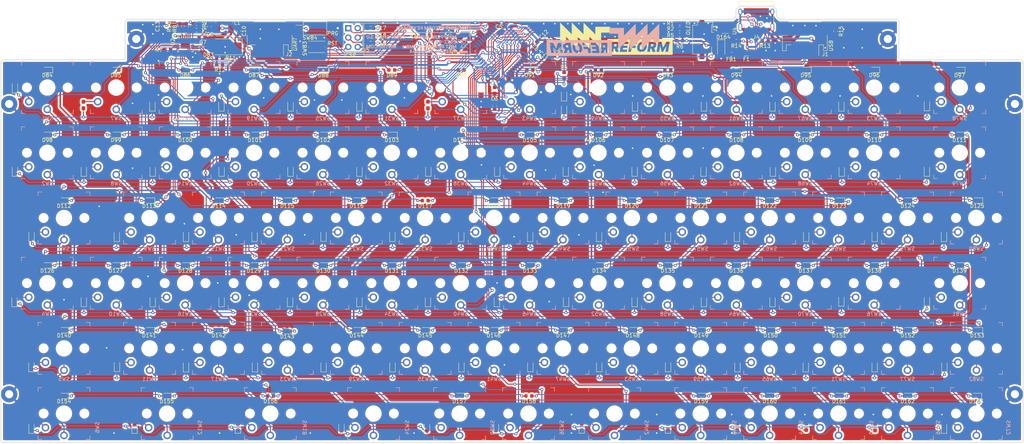
<source format=kicad_pcb>
(kicad_pcb (version 20171130) (host pcbnew 5.99.0+really5.1.10+dfsg1-1)
  (layers (0 F.Cu signal) (31 B.Cu signal) (34 B.Paste user) (35 F.Paste user) (36 B.SilkS user hide) (37 F.SilkS user hide) (38 B.Mask user) (39 F.Mask user) (44 Edge.Cuts user))
  (net 0 "")
  (net 1 "Net-(D1-Pad2)")
  (net 2 "Net-(D2-Pad2)")
  (net 3 "Net-(D3-Pad2)")
  (net 4 "Net-(D4-Pad2)")
  (net 5 "Net-(D5-Pad2)")
  (net 6 "Net-(D6-Pad2)")
  (net 7 "Net-(D7-Pad2)")
  (net 8 "Net-(D8-Pad2)")
  (net 9 "Net-(D9-Pad2)")
  (net 10 "Net-(D10-Pad2)")
  (net 11 "Net-(D11-Pad2)")
  (net 12 "Net-(D12-Pad2)")
  (net 13 "Net-(D13-Pad2)")
  (net 14 "Net-(D14-Pad2)")
  (net 15 "Net-(D15-Pad2)")
  (net 16 "Net-(D16-Pad2)")
  (net 17 "Net-(D17-Pad2)")
  (net 18 "Net-(D18-Pad2)")
  (net 19 "Net-(D19-Pad2)")
  (net 20 "Net-(D20-Pad2)")
  (net 21 "Net-(D21-Pad2)")
  (net 22 "Net-(D22-Pad2)")
  (net 23 "Net-(D23-Pad2)")
  (net 24 "Net-(D24-Pad2)")
  (net 25 "Net-(D25-Pad2)")
  (net 26 "Net-(D26-Pad2)")
  (net 27 "Net-(D27-Pad2)")
  (net 28 "Net-(D28-Pad2)")
  (net 29 "Net-(D29-Pad2)")
  (net 30 "Net-(D30-Pad2)")
  (net 31 "Net-(D31-Pad2)")
  (net 32 "Net-(D32-Pad2)")
  (net 33 "Net-(D33-Pad2)")
  (net 34 "Net-(D34-Pad2)")
  (net 35 "Net-(D35-Pad2)")
  (net 36 "Net-(D36-Pad2)")
  (net 37 "Net-(D37-Pad2)")
  (net 38 "Net-(D38-Pad2)")
  (net 39 "Net-(D39-Pad2)")
  (net 40 "Net-(D40-Pad2)")
  (net 41 "Net-(D41-Pad2)")
  (net 42 "Net-(D42-Pad2)")
  (net 43 "Net-(D43-Pad2)")
  (net 44 "Net-(D44-Pad2)")
  (net 45 "Net-(D45-Pad2)")
  (net 46 "Net-(D46-Pad2)")
  (net 47 "Net-(D47-Pad2)")
  (net 48 "Net-(D48-Pad2)")
  (net 49 "Net-(D49-Pad2)")
  (net 50 "Net-(D50-Pad2)")
  (net 51 "Net-(D51-Pad2)")
  (net 52 "Net-(D52-Pad2)")
  (net 53 "Net-(D53-Pad2)")
  (net 54 "Net-(D54-Pad2)")
  (net 55 "Net-(D55-Pad2)")
  (net 56 "Net-(D56-Pad2)")
  (net 57 "Net-(D57-Pad2)")
  (net 58 "Net-(D58-Pad2)")
  (net 59 "Net-(D59-Pad2)")
  (net 60 "Net-(D60-Pad2)")
  (net 61 "Net-(D61-Pad2)")
  (net 62 "Net-(D62-Pad2)")
  (net 63 "Net-(D63-Pad2)")
  (net 64 "Net-(D64-Pad2)")
  (net 65 "Net-(D65-Pad2)")
  (net 66 "Net-(D66-Pad2)")
  (net 67 "Net-(D67-Pad2)")
  (net 68 "Net-(D68-Pad2)")
  (net 69 "Net-(D69-Pad2)")
  (net 70 "Net-(D70-Pad2)")
  (net 71 "Net-(D71-Pad2)")
  (net 72 "Net-(D72-Pad2)")
  (net 73 "Net-(D73-Pad2)")
  (net 74 "Net-(D74-Pad2)")
  (net 75 "Net-(D75-Pad2)")
  (net 76 "Net-(D76-Pad2)")
  (net 77 "Net-(D77-Pad2)")
  (net 78 "Net-(C1-Pad1)")
  (net 79 GND)
  (net 80 "Net-(C3-Pad1)")
  (net 81 ROW1)
  (net 82 ROW2)
  (net 83 ROW3)
  (net 84 ROW4)
  (net 85 ROW5)
  (net 86 ROW6)
  (net 87 RESET)
  (net 88 D-)
  (net 89 D+)
  (net 90 COL1)
  (net 91 COL2)
  (net 92 COL3)
  (net 93 COL4)
  (net 94 COL5)
  (net 95 COL6)
  (net 96 COL7)
  (net 97 COL8)
  (net 98 COL9)
  (net 99 COL10)
  (net 100 COL11)
  (net 101 COL12)
  (net 102 COL13)
  (net 103 COL14)
  (net 104 "Net-(C2-Pad1)")
  (net 105 "Net-(D78-Pad2)")
  (net 106 "Net-(D79-Pad2)")
  (net 107 "Net-(D80-Pad2)")
  (net 108 "Net-(D81-Pad2)")
  (net 109 "Net-(D82-Pad2)")
  (net 110 +5V)
  (net 111 UART_TX)
  (net 112 UART_RX)
  (net 113 "Net-(R4-Pad1)")
  (net 114 PROG)
  (net 115 "/Reform KBD MCU/UD+")
  (net 116 "/Reform KBD MCU/UD-")
  (net 117 +3V3)
  (net 118 DISP_SCL)
  (net 119 DISP_SDA)
  (net 120 "Net-(C9-Pad1)")
  (net 121 "Net-(C10-Pad1)")
  (net 122 "Net-(D83-Pad2)")
  (net 123 "Net-(D84-Pad1)")
  (net 124 "Net-(D85-Pad1)")
  (net 125 "Net-(D86-Pad1)")
  (net 126 "Net-(D87-Pad1)")
  (net 127 "Net-(D88-Pad1)")
  (net 128 "Net-(D89-Pad1)")
  (net 129 "Net-(D90-Pad1)")
  (net 130 "Net-(D91-Pad1)")
  (net 131 "Net-(D92-Pad1)")
  (net 132 "Net-(D93-Pad1)")
  (net 133 "Net-(D94-Pad1)")
  (net 134 "Net-(D95-Pad1)")
  (net 135 "Net-(D96-Pad1)")
  (net 136 "Net-(D97-Pad1)")
  (net 137 "Net-(D98-Pad1)")
  (net 138 "Net-(D100-Pad1)")
  (net 139 "Net-(D101-Pad1)")
  (net 140 "Net-(D102-Pad1)")
  (net 141 "Net-(D103-Pad1)")
  (net 142 "Net-(D104-Pad1)")
  (net 143 "Net-(D105-Pad1)")
  (net 144 "Net-(D106-Pad1)")
  (net 145 "Net-(D107-Pad1)")
  (net 146 "Net-(D108-Pad1)")
  (net 147 "Net-(D109-Pad1)")
  (net 148 "Net-(D110-Pad1)")
  (net 149 "Net-(D111-Pad1)")
  (net 150 "Net-(D112-Pad1)")
  (net 151 "Net-(D113-Pad1)")
  (net 152 "Net-(D114-Pad1)")
  (net 153 "Net-(D115-Pad1)")
  (net 154 "Net-(D116-Pad1)")
  (net 155 "Net-(D117-Pad1)")
  (net 156 "Net-(D118-Pad1)")
  (net 157 "Net-(D119-Pad1)")
  (net 158 "Net-(D120-Pad1)")
  (net 159 "Net-(D121-Pad1)")
  (net 160 "Net-(D122-Pad1)")
  (net 161 "Net-(D123-Pad1)")
  (net 162 "Net-(D124-Pad1)")
  (net 163 "Net-(D125-Pad1)")
  (net 164 "Net-(D126-Pad1)")
  (net 165 "Net-(D127-Pad1)")
  (net 166 "Net-(D128-Pad1)")
  (net 167 "Net-(D129-Pad1)")
  (net 168 "Net-(D130-Pad1)")
  (net 169 "Net-(D131-Pad1)")
  (net 170 "Net-(D132-Pad1)")
  (net 171 "Net-(D133-Pad1)")
  (net 172 "Net-(D134-Pad1)")
  (net 173 "Net-(D135-Pad1)")
  (net 174 "Net-(D136-Pad1)")
  (net 175 "Net-(D137-Pad1)")
  (net 176 "Net-(D138-Pad1)")
  (net 177 "Net-(D139-Pad1)")
  (net 178 "Net-(D140-Pad1)")
  (net 179 "Net-(D141-Pad1)")
  (net 180 "Net-(D142-Pad1)")
  (net 181 "Net-(D143-Pad1)")
  (net 182 "Net-(D144-Pad1)")
  (net 183 "Net-(D145-Pad1)")
  (net 184 "Net-(D146-Pad1)")
  (net 185 "Net-(D147-Pad1)")
  (net 186 "Net-(R7-Pad1)")
  (net 187 "Net-(R8-Pad1)")
  (net 188 "Net-(R10-Pad1)")
  (net 189 "Net-(R11-Pad2)")
  (net 190 "Net-(U2-Pad21)")
  (net 191 "Net-(U2-Pad4)")
  (net 192 "Net-(D100-Pad2)")
  (net 193 "Net-(D148-Pad1)")
  (net 194 "Net-(D149-Pad1)")
  (net 195 "Net-(D150-Pad1)")
  (net 196 "Net-(D151-Pad1)")
  (net 197 "Net-(D152-Pad1)")
  (net 198 "Net-(D153-Pad1)")
  (net 199 "Net-(D154-Pad1)")
  (net 200 "Net-(D155-Pad1)")
  (net 201 "Net-(D156-Pad1)")
  (net 202 "Net-(D157-Pad1)")
  (net 203 "Net-(D158-Pad1)")
  (net 204 "Net-(D159-Pad1)")
  (net 205 "Net-(D160-Pad1)")
  (net 206 "Net-(D161-Pad1)")
  (net 207 "Net-(D162-Pad1)")
  (net 208 "Net-(D163-Pad1)")
  (net 209 "Net-(J4-PadB8)")
  (net 210 "Net-(J4-PadB5)")
  (net 211 "Net-(J4-PadA8)")
  (net 212 "Net-(J4-PadA5)")
  (net 213 PWM)
  (net 214 "Net-(C13-Pad1)")
  (net 215 "Net-(F1-Pad2)")
  (net 216 "Net-(F1-Pad1)")
  (net 217 "Net-(J1-Pad4)")
  (net 218 HD+)
  (net 219 HD-)
  (net 220 "/Reform KBD MCU/MOSI")
  (net 221 "/Reform KBD MCU/SCK")
  (net 222 "/Reform KBD MCU/MISO")
  (module footprints:mnt-reform-keyboard-r2-badge (layer B.Cu) (at 117.3 25.2 180)
    (fp_text reference GFX3 hide)
    (fp_text value MNT hide)
  )
  (module Connector_PinHeader_2.54mm:PinHeader_2x03_P2.54mm_Vertical (layer F.Cu) (at 98.75 22.2)
    (fp_text reference J5 (at 4.85 5.9) (layer F.SilkS))
    (fp_text value AVR-ISP-6)
    (pad 6 thru_hole oval (at 2.54 5.08) (size 1.7 1.7) (drill 1) (layers *.Cu *.Mask) (net 79 GND))
    (pad 5 thru_hole oval (at 0 5.08) (size 1.7 1.7) (drill 1) (layers *.Cu *.Mask) (net 87 RESET))
    (pad 4 thru_hole oval (at 2.54 2.54) (size 1.7 1.7) (drill 1) (layers *.Cu *.Mask) (net 220 "/Reform KBD MCU/MOSI"))
    (pad 3 thru_hole oval (at 0 2.54) (size 1.7 1.7) (drill 1) (layers *.Cu *.Mask) (net 221 "/Reform KBD MCU/SCK"))
    (pad 2 thru_hole oval (at 2.54 0) (size 1.7 1.7) (drill 1) (layers *.Cu *.Mask) (net 117 +3V3))
    (pad 1 thru_hole rect (at 0 0) (size 1.7 1.7) (drill 1) (layers *.Cu *.Mask) (net 222 "/Reform KBD MCU/MISO"))
  )
  (module keyswitches:PG1350 (layer F.Cu) (at 231.1 126.24)
    (fp_text reference SW60 (at 8.9 3.76 90) (layer B.SilkS) (effects (justify mirror)))
    (fp_text value Choc)
    (pad "" np_thru_hole circle (at 0 0) (size 3.429 3.429) (drill 3.429) (layers *.Cu *.Mask))
    (pad 2 thru_hole circle (at -5 3.8) (size 2.032 2.032) (drill 1.27) (layers *.Cu *.Mask) (net 60 "Net-(D60-Pad2)"))
    (pad 1 thru_hole circle (at 0 5.9) (size 2.032 2.032) (drill 1.27) (layers *.Cu *.Mask) (net 99 COL10))
    (pad "" np_thru_hole circle (at 5.5 0) (size 1.7018 1.7018) (drill 1.7018) (layers *.Cu *.Mask))
    (pad "" np_thru_hole circle (at -5.5 0) (size 1.7018 1.7018) (drill 1.7018) (layers *.Cu *.Mask))
  )
  (module keyswitches:PG1350 (layer F.Cu) (at 240.7 38.24)
    (fp_text reference SW73 (at 0 8.3) (layer B.SilkS) (effects (justify mirror)))
    (fp_text value Choc)
    (pad "" np_thru_hole circle (at 0 0) (size 3.429 3.429) (drill 3.429) (layers *.Cu *.Mask))
    (pad 2 thru_hole circle (at -5 3.8) (size 2.032 2.032) (drill 1.27) (layers *.Cu *.Mask) (net 73 "Net-(D73-Pad2)"))
    (pad 1 thru_hole circle (at 0 5.9) (size 2.032 2.032) (drill 1.27) (layers *.Cu *.Mask) (net 102 COL13))
    (pad "" np_thru_hole circle (at 5.5 0) (size 1.7018 1.7018) (drill 1.7018) (layers *.Cu *.Mask))
    (pad "" np_thru_hole circle (at -5.5 0) (size 1.7018 1.7018) (drill 1.7018) (layers *.Cu *.Mask))
  )
  (module keyswitches:PG1350 (layer F.Cu) (at 212.5 108.64)
    (fp_text reference SW65 (at 0 8.3) (layer B.SilkS) (effects (justify mirror)))
    (fp_text value Choc)
    (pad "" np_thru_hole circle (at 0 0) (size 3.429 3.429) (drill 3.429) (layers *.Cu *.Mask))
    (pad 2 thru_hole circle (at -5 3.8) (size 2.032 2.032) (drill 1.27) (layers *.Cu *.Mask) (net 65 "Net-(D65-Pad2)"))
    (pad 1 thru_hole circle (at 0 5.9) (size 2.032 2.032) (drill 1.27) (layers *.Cu *.Mask) (net 100 COL11))
    (pad "" np_thru_hole circle (at 5.5 0) (size 1.7018 1.7018) (drill 1.7018) (layers *.Cu *.Mask))
    (pad "" np_thru_hole circle (at -5.5 0) (size 1.7018 1.7018) (drill 1.7018) (layers *.Cu *.Mask))
  )
  (module keyswitches:PG1350 (layer F.Cu) (at 22 126.24)
    (fp_text reference SW6 (at 9 3.76 90) (layer B.SilkS) (effects (justify mirror)))
    (fp_text value Choc)
    (pad "" np_thru_hole circle (at 0 0) (size 3.429 3.429) (drill 3.429) (layers *.Cu *.Mask))
    (pad 2 thru_hole circle (at -5 3.8) (size 2.032 2.032) (drill 1.27) (layers *.Cu *.Mask) (net 6 "Net-(D6-Pad2)"))
    (pad 1 thru_hole circle (at 0 5.9) (size 2.032 2.032) (drill 1.27) (layers *.Cu *.Mask) (net 90 COL1))
    (pad "" np_thru_hole circle (at 5.5 0) (size 1.7018 1.7018) (drill 1.7018) (layers *.Cu *.Mask))
    (pad "" np_thru_hole circle (at -5.5 0) (size 1.7018 1.7018) (drill 1.7018) (layers *.Cu *.Mask))
  )
  (module keyswitches:PG1350 (layer F.Cu) (at 49.85 126.24)
    (fp_text reference SW12 (at 8.85 3.76 90) (layer B.SilkS) (effects (justify mirror)))
    (fp_text value Choc)
    (pad "" np_thru_hole circle (at 0 0) (size 3.429 3.429) (drill 3.429) (layers *.Cu *.Mask))
    (pad 2 thru_hole circle (at -5 3.8) (size 2.032 2.032) (drill 1.27) (layers *.Cu *.Mask) (net 12 "Net-(D12-Pad2)"))
    (pad 1 thru_hole circle (at 0 5.9) (size 2.032 2.032) (drill 1.27) (layers *.Cu *.Mask) (net 91 COL2))
    (pad "" np_thru_hole circle (at 5.5 0) (size 1.7018 1.7018) (drill 1.7018) (layers *.Cu *.Mask))
    (pad "" np_thru_hole circle (at -5.5 0) (size 1.7018 1.7018) (drill 1.7018) (layers *.Cu *.Mask))
  )
  (module keyswitches:PG1350 (layer F.Cu) (at 22 108.64)
    (fp_text reference SW5 (at 0 8.3) (layer B.SilkS) (effects (justify mirror)))
    (fp_text value Choc)
    (pad "" np_thru_hole circle (at 0 0) (size 3.429 3.429) (drill 3.429) (layers *.Cu *.Mask))
    (pad 2 thru_hole circle (at -5 3.8) (size 2.032 2.032) (drill 1.27) (layers *.Cu *.Mask) (net 5 "Net-(D5-Pad2)"))
    (pad 1 thru_hole circle (at 0 5.9) (size 2.032 2.032) (drill 1.27) (layers *.Cu *.Mask) (net 90 COL1))
    (pad "" np_thru_hole circle (at 5.5 0) (size 1.7018 1.7018) (drill 1.7018) (layers *.Cu *.Mask))
    (pad "" np_thru_hole circle (at -5.5 0) (size 1.7018 1.7018) (drill 1.7018) (layers *.Cu *.Mask))
  )
  (module keyswitches:PG1350 (layer F.Cu) (at 17.5 91.04)
    (fp_text reference SW4 (at 0 8.3) (layer B.SilkS) (effects (justify mirror)))
    (fp_text value Choc)
    (pad "" np_thru_hole circle (at 0 0) (size 3.429 3.429) (drill 3.429) (layers *.Cu *.Mask))
    (pad 2 thru_hole circle (at -5 3.8) (size 2.032 2.032) (drill 1.27) (layers *.Cu *.Mask) (net 4 "Net-(D4-Pad2)"))
    (pad 1 thru_hole circle (at 0 5.9) (size 2.032 2.032) (drill 1.27) (layers *.Cu *.Mask) (net 90 COL1))
    (pad "" np_thru_hole circle (at 5.5 0) (size 1.7018 1.7018) (drill 1.7018) (layers *.Cu *.Mask))
    (pad "" np_thru_hole circle (at -5.5 0) (size 1.7018 1.7018) (drill 1.7018) (layers *.Cu *.Mask))
  )
  (module Diode_SMD:D_0603_1608Metric_Pad1.05x0.95mm_HandSolder (layer F.Cu) (at 73.45 78.14 90)
    (fp_text reference D21 hide)
    (fp_text value MMDL914T1G)
    (pad 2 smd roundrect (at 0.875 0 90) (size 1.05 0.95) (layers F.Cu F.Paste F.Mask) (net 21 "Net-(D21-Pad2)"))
    (pad 1 smd roundrect (at -0.875 0 90) (size 1.05 0.95) (layers F.Cu F.Paste F.Mask) (net 83 ROW3))
  )
  (module keyswitches:PG1350 (layer F.Cu) (at 91.9 55.84)
    (fp_text reference SW26 (at 0 8.3) (layer B.SilkS) (effects (justify mirror)))
    (fp_text value Choc)
    (pad "" np_thru_hole circle (at 0 0) (size 3.429 3.429) (drill 3.429) (layers *.Cu *.Mask))
    (pad 2 thru_hole circle (at -5 3.8) (size 2.032 2.032) (drill 1.27) (layers *.Cu *.Mask) (net 26 "Net-(D26-Pad2)"))
    (pad 1 thru_hole circle (at 0 5.9) (size 2.032 2.032) (drill 1.27) (layers *.Cu *.Mask) (net 94 COL5))
    (pad "" np_thru_hole circle (at 5.5 0) (size 1.7018 1.7018) (drill 1.7018) (layers *.Cu *.Mask))
    (pad "" np_thru_hole circle (at -5.5 0) (size 1.7018 1.7018) (drill 1.7018) (layers *.Cu *.Mask))
  )
  (module Connector_USB:USB_C_Receptacle_HRO_TYPE-C-31-M-12 (layer F.Cu) (at 208.9 18.8 180)
    (fp_text reference J4 (at 0 -5.8) (layer F.SilkS))
    (fp_text value USB_C_Receptacle_USB2.0)
    (pad B1 smd rect (at 3.25 -4.045 180) (size 0.6 1.45) (layers F.Cu F.Paste F.Mask) (net 217 "Net-(J1-Pad4)"))
    (pad A9 smd rect (at 2.45 -4.045 180) (size 0.6 1.45) (layers F.Cu F.Paste F.Mask) (net 216 "Net-(F1-Pad1)"))
    (pad B9 smd rect (at -2.45 -4.045 180) (size 0.6 1.45) (layers F.Cu F.Paste F.Mask) (net 216 "Net-(F1-Pad1)"))
    (pad B12 smd rect (at -3.25 -4.045 180) (size 0.6 1.45) (layers F.Cu F.Paste F.Mask) (net 217 "Net-(J1-Pad4)"))
    (pad A1 smd rect (at -3.25 -4.045 180) (size 0.6 1.45) (layers F.Cu F.Paste F.Mask) (net 217 "Net-(J1-Pad4)"))
    (pad A4 smd rect (at -2.45 -4.045 180) (size 0.6 1.45) (layers F.Cu F.Paste F.Mask) (net 216 "Net-(F1-Pad1)"))
    (pad B4 smd rect (at 2.45 -4.045 180) (size 0.6 1.45) (layers F.Cu F.Paste F.Mask) (net 216 "Net-(F1-Pad1)"))
    (pad A12 smd rect (at 3.25 -4.045 180) (size 0.6 1.45) (layers F.Cu F.Paste F.Mask) (net 217 "Net-(J1-Pad4)"))
    (pad B8 smd rect (at -1.75 -4.045 180) (size 0.3 1.45) (layers F.Cu F.Paste F.Mask) (net 209 "Net-(J4-PadB8)"))
    (pad A5 smd rect (at -1.25 -4.045 180) (size 0.3 1.45) (layers F.Cu F.Paste F.Mask) (net 212 "Net-(J4-PadA5)"))
    (pad B7 smd rect (at -0.75 -4.045 180) (size 0.3 1.45) (layers F.Cu F.Paste F.Mask) (net 219 HD-))
    (pad A7 smd rect (at 0.25 -4.045 180) (size 0.3 1.45) (layers F.Cu F.Paste F.Mask) (net 219 HD-))
    (pad B6 smd rect (at 0.75 -4.045 180) (size 0.3 1.45) (layers F.Cu F.Paste F.Mask) (net 218 HD+))
    (pad A8 smd rect (at 1.25 -4.045 180) (size 0.3 1.45) (layers F.Cu F.Paste F.Mask) (net 211 "Net-(J4-PadA8)"))
    (pad B5 smd rect (at 1.75 -4.045 180) (size 0.3 1.45) (layers F.Cu F.Paste F.Mask) (net 210 "Net-(J4-PadB5)"))
    (pad A6 smd rect (at -0.25 -4.045 180) (size 0.3 1.45) (layers F.Cu F.Paste F.Mask) (net 218 HD+))
    (pad S1 thru_hole oval (at 4.32 -3.13 180) (size 1 2.1) (drill oval 0.6 1.7) (layers *.Cu *.Mask) (net 217 "Net-(J1-Pad4)"))
    (pad S1 thru_hole oval (at -4.32 -3.13 180) (size 1 2.1) (drill oval 0.6 1.7) (layers *.Cu *.Mask) (net 217 "Net-(J1-Pad4)"))
    (pad "" np_thru_hole circle (at -2.89 -2.6 180) (size 0.65 0.65) (drill 0.65) (layers *.Cu *.Mask))
    (pad S1 thru_hole oval (at -4.32 1.05 180) (size 1 1.6) (drill oval 0.6 1.2) (layers *.Cu *.Mask) (net 217 "Net-(J1-Pad4)"))
    (pad "" np_thru_hole circle (at 2.89 -2.6 180) (size 0.65 0.65) (drill 0.65) (layers *.Cu *.Mask))
    (pad S1 thru_hole oval (at 4.32 1.05 180) (size 1 1.6) (drill oval 0.6 1.2) (layers *.Cu *.Mask) (net 217 "Net-(J1-Pad4)"))
  )
  (module Connector_FFC-FPC:Molex_200528-0040_1x04-1MP_P1.00mm_Horizontal (layer F.Cu) (at 196 25.3 270)
    (fp_text reference J3 (at -3 -1.75 90) (layer F.SilkS))
    (fp_text value AUX)
    (pad 4 smd rect (at 1.5 -0.91 270) (size 0.4 1) (layers F.Cu F.Paste F.Mask) (net 117 +3V3))
    (pad 3 smd rect (at 0.5 -0.91 270) (size 0.4 1) (layers F.Cu F.Paste F.Mask) (net 118 DISP_SCL))
    (pad 2 smd rect (at -0.5 -0.91 270) (size 0.4 1) (layers F.Cu F.Paste F.Mask) (net 119 DISP_SDA))
    (pad 1 smd rect (at -1.5 -0.91 270) (size 0.4 1) (layers F.Cu F.Paste F.Mask) (net 79 GND))
    (pad MP smd rect (at 4.3 1.79 270) (size 2 1.3) (layers F.Cu F.Paste F.Mask))
    (pad MP smd rect (at -4.3 1.79 270) (size 2 1.3) (layers F.Cu F.Paste F.Mask))
  )
  (module Resistor_SMD:R_0603_1608Metric (layer F.Cu) (at 104.75 26.25 180)
    (fp_text reference R19 (at -2.83 0.09) (layer F.SilkS))
    (fp_text value 22)
    (pad 2 smd roundrect (at 0.825 0 180) (size 0.8 0.95) (layers F.Cu F.Paste F.Mask) (net 221 "/Reform KBD MCU/SCK"))
    (pad 1 smd roundrect (at -0.825 0 180) (size 0.8 0.95) (layers F.Cu F.Paste F.Mask) (net 96 COL7))
  )
  (module Resistor_SMD:R_0603_1608Metric (layer F.Cu) (at 104.75 24.25 180)
    (fp_text reference R18 (at -2.83 0.1) (layer F.SilkS))
    (fp_text value 22)
    (pad 2 smd roundrect (at 0.825 0 180) (size 0.8 0.95) (layers F.Cu F.Paste F.Mask) (net 220 "/Reform KBD MCU/MOSI"))
    (pad 1 smd roundrect (at -0.825 0 180) (size 0.8 0.95) (layers F.Cu F.Paste F.Mask) (net 95 COL6))
  )
  (module Resistor_SMD:R_0603_1608Metric (layer F.Cu) (at 104.75 22.25 180)
    (fp_text reference R17 (at -2.83 0.11) (layer F.SilkS))
    (fp_text value 22)
    (pad 2 smd roundrect (at 0.825 0 180) (size 0.8 0.95) (layers F.Cu F.Paste F.Mask) (net 222 "/Reform KBD MCU/MISO"))
    (pad 1 smd roundrect (at -0.825 0 180) (size 0.8 0.95) (layers F.Cu F.Paste F.Mask) (net 94 COL5))
  )
  (module Resistor_SMD:R_0603_1608Metric (layer F.Cu) (at 119.75 24.25)
    (fp_text reference R16 (at -3 0) (layer F.SilkS))
    (fp_text value 10k)
    (pad 2 smd roundrect (at 0.825 0) (size 0.8 0.95) (layers F.Cu F.Paste F.Mask) (net 114 PROG))
    (pad 1 smd roundrect (at -0.825 0) (size 0.8 0.95) (layers F.Cu F.Paste F.Mask) (net 117 +3V3))
  )
  (module Resistor_SMD:R_1206_3216Metric (layer F.Cu) (at 206.2 28.8 180)
    (fp_text reference F1 (at 0 -1.8) (layer F.SilkS))
    (fp_text value 0ZCJ0075AF2E)
    (pad 2 smd roundrect (at 1.4 0 180) (size 1.25 1.75) (layers F.Cu F.Paste F.Mask) (roundrect_rratio 0.2) (net 215 "Net-(F1-Pad2)"))
    (pad 1 smd roundrect (at -1.4 0 180) (size 1.25 1.75) (layers F.Cu F.Paste F.Mask) (roundrect_rratio 0.2) (net 216 "Net-(F1-Pad1)"))
  )
  (module Diode_SMD:D_SOD-123 (layer F.Cu) (at 199.4 27.6 270)
    (fp_text reference D164 (at -3 -0.6 180) (layer F.SilkS))
    (fp_text value BZT52-B5V6J)
    (pad 2 smd rect (at 1.65 0 270) (size 0.9 1.2) (layers F.Cu F.Paste F.Mask) (net 79 GND))
    (pad 1 smd rect (at -1.65 0 270) (size 0.9 1.2) (layers F.Cu F.Paste F.Mask) (net 110 +5V))
  )
  (module Resistor_SMD:R_0603_1608Metric (layer F.Cu) (at 230.35 23.05 270)
    (fp_text reference R15 (at 0 -1.43 270) (layer F.SilkS))
    (fp_text value 0)
    (pad 2 smd roundrect (at 0.7875 0 270) (size 0.875 0.95) (layers F.Cu F.Paste F.Mask) (net 217 "Net-(J1-Pad4)"))
    (pad 1 smd roundrect (at -0.7875 0 270) (size 0.875 0.95) (layers F.Cu F.Paste F.Mask) (net 79 GND))
  )
  (module Inductor_SMD:L_0603_1608Metric (layer F.Cu) (at 202.2 29.25)
    (fp_text reference FB1 (at -0.1 1.35) (layer F.SilkS))
    (fp_text value BLM18PG221SH1D)
    (pad 2 smd roundrect (at 0.7875 0) (size 0.875 0.95) (layers F.Cu F.Paste F.Mask) (net 215 "Net-(F1-Pad2)"))
    (pad 1 smd roundrect (at -0.7875 0) (size 0.875 0.95) (layers F.Cu F.Paste F.Mask) (net 110 +5V))
  )
  (module Package_TO_SOT_SMD:SOT-23-6 (layer F.Cu) (at 200.5 22)
    (fp_text reference U4 (at 2.5 1 90) (layer F.SilkS))
    (fp_text value USBLC6-2SC6)
    (pad 5 smd rect (at 1.1 0) (size 1.06 0.65) (layers F.Cu F.Paste F.Mask) (net 110 +5V))
    (pad 6 smd rect (at 1.1 -0.95) (size 1.06 0.65) (layers F.Cu F.Paste F.Mask) (net 218 HD+))
    (pad 4 smd rect (at 1.1 0.95) (size 1.06 0.65) (layers F.Cu F.Paste F.Mask) (net 219 HD-))
    (pad 3 smd rect (at -1.1 0.95) (size 1.06 0.65) (layers F.Cu F.Paste F.Mask) (net 88 D-))
    (pad 2 smd rect (at -1.1 0) (size 1.06 0.65) (layers F.Cu F.Paste F.Mask) (net 79 GND))
    (pad 1 smd rect (at -1.1 -0.95) (size 1.06 0.65) (layers F.Cu F.Paste F.Mask) (net 89 D+))
  )
  (module Capacitor_SMD:C_0603_1608Metric (layer F.Cu) (at 48.75 21.75 270)
    (fp_text reference C13 (at 0 1.5 90) (layer F.SilkS))
    (fp_text value 1uF)
    (pad 2 smd roundrect (at 0.7875 0 270) (size 0.875 0.95) (layers F.Cu F.Paste F.Mask) (net 79 GND))
    (pad 1 smd roundrect (at -0.7875 0 270) (size 0.875 0.95) (layers F.Cu F.Paste F.Mask) (net 214 "Net-(C13-Pad1)"))
  )
  (module keyswitches:PG1350 (layer F.Cu) (at 184.9 38.24)
    (fp_text reference SW55 (at 0 8.3) (layer B.SilkS) (effects (justify mirror)))
    (fp_text value Choc)
    (pad "" np_thru_hole circle (at 0 0) (size 3.429 3.429) (drill 3.429) (layers *.Cu *.Mask))
    (pad 2 thru_hole circle (at -5 3.8) (size 2.032 2.032) (drill 1.27) (layers *.Cu *.Mask) (net 55 "Net-(D55-Pad2)"))
    (pad 1 thru_hole circle (at 0 5.9) (size 2.032 2.032) (drill 1.27) (layers *.Cu *.Mask) (net 99 COL10))
    (pad "" np_thru_hole circle (at 5.5 0) (size 1.7018 1.7018) (drill 1.7018) (layers *.Cu *.Mask))
    (pad "" np_thru_hole circle (at -5.5 0) (size 1.7018 1.7018) (drill 1.7018) (layers *.Cu *.Mask))
  )
  (module keyswitches:PG1350 (layer F.Cu) (at 170.6 126.24)
    (fp_text reference SW42 (at 8.7 3.76 90) (layer B.SilkS) (effects (justify mirror)))
    (fp_text value Choc)
    (pad "" np_thru_hole circle (at 0 0) (size 3.429 3.429) (drill 3.429) (layers *.Cu *.Mask))
    (pad 2 thru_hole circle (at -5 3.8) (size 2.032 2.032) (drill 1.27) (layers *.Cu *.Mask) (net 42 "Net-(D42-Pad2)"))
    (pad 1 thru_hole circle (at 0 5.9) (size 2.032 2.032) (drill 1.27) (layers *.Cu *.Mask) (net 96 COL7))
    (pad "" np_thru_hole circle (at 5.5 0) (size 1.7018 1.7018) (drill 1.7018) (layers *.Cu *.Mask))
    (pad "" np_thru_hole circle (at -5.5 0) (size 1.7018 1.7018) (drill 1.7018) (layers *.Cu *.Mask))
  )
  (module keyswitches:PG1350 (layer F.Cu) (at 147.4 126.24)
    (fp_text reference SW36 (at 9 3.76 90) (layer B.SilkS) (effects (justify mirror)))
    (fp_text value Choc)
    (pad "" np_thru_hole circle (at 0 0) (size 3.429 3.429) (drill 3.429) (layers *.Cu *.Mask))
    (pad 2 thru_hole circle (at -5 3.8) (size 2.032 2.032) (drill 1.27) (layers *.Cu *.Mask) (net 36 "Net-(D36-Pad2)"))
    (pad 1 thru_hole circle (at 0 5.9) (size 2.032 2.032) (drill 1.27) (layers *.Cu *.Mask) (net 95 COL6))
    (pad "" np_thru_hole circle (at 5.5 0) (size 1.7018 1.7018) (drill 1.7018) (layers *.Cu *.Mask))
    (pad "" np_thru_hole circle (at -5.5 0) (size 1.7018 1.7018) (drill 1.7018) (layers *.Cu *.Mask))
  )
  (module keyswitches:PG1350 (layer F.Cu) (at 184.9 55.84)
    (fp_text reference SW56 (at 0 8.3) (layer B.SilkS) (effects (justify mirror)))
    (fp_text value Choc)
    (pad "" np_thru_hole circle (at 0 0) (size 3.429 3.429) (drill 3.429) (layers *.Cu *.Mask))
    (pad 2 thru_hole circle (at -5 3.8) (size 2.032 2.032) (drill 1.27) (layers *.Cu *.Mask) (net 56 "Net-(D56-Pad2)"))
    (pad 1 thru_hole circle (at 0 5.9) (size 2.032 2.032) (drill 1.27) (layers *.Cu *.Mask) (net 99 COL10))
    (pad "" np_thru_hole circle (at 5.5 0) (size 1.7018 1.7018) (drill 1.7018) (layers *.Cu *.Mask))
    (pad "" np_thru_hole circle (at -5.5 0) (size 1.7018 1.7018) (drill 1.7018) (layers *.Cu *.Mask))
  )
  (module keyswitches:PG1350 (layer F.Cu) (at 128.8 126.24)
    (fp_text reference SW30 (at 8.9 3.76 90) (layer B.SilkS) (effects (justify mirror)))
    (fp_text value Choc)
    (pad "" np_thru_hole circle (at 0 0) (size 3.429 3.429) (drill 3.429) (layers *.Cu *.Mask))
    (pad 2 thru_hole circle (at -5 3.8) (size 2.032 2.032) (drill 1.27) (layers *.Cu *.Mask) (net 30 "Net-(D30-Pad2)"))
    (pad 1 thru_hole circle (at 0 5.9) (size 2.032 2.032) (drill 1.27) (layers *.Cu *.Mask) (net 94 COL5))
    (pad "" np_thru_hole circle (at 5.5 0) (size 1.7018 1.7018) (drill 1.7018) (layers *.Cu *.Mask))
    (pad "" np_thru_hole circle (at -5.5 0) (size 1.7018 1.7018) (drill 1.7018) (layers *.Cu *.Mask))
  )
  (module keyswitches:PG1350 (layer F.Cu) (at 105.55 126.24)
    (fp_text reference SW24 (at 9.1 3.76 90) (layer B.SilkS) (effects (justify mirror)))
    (fp_text value Choc)
    (pad "" np_thru_hole circle (at 0 0) (size 3.429 3.429) (drill 3.429) (layers *.Cu *.Mask))
    (pad 2 thru_hole circle (at -5 3.8) (size 2.032 2.032) (drill 1.27) (layers *.Cu *.Mask) (net 24 "Net-(D24-Pad2)"))
    (pad 1 thru_hole circle (at 0 5.9) (size 2.032 2.032) (drill 1.27) (layers *.Cu *.Mask) (net 93 COL4))
    (pad "" np_thru_hole circle (at 5.5 0) (size 1.7018 1.7018) (drill 1.7018) (layers *.Cu *.Mask))
    (pad "" np_thru_hole circle (at -5.5 0) (size 1.7018 1.7018) (drill 1.7018) (layers *.Cu *.Mask))
  )
  (module keyswitches:PG1350 (layer F.Cu) (at 77.7 126.24)
    (fp_text reference SW18 (at 9.3 3.76 90) (layer B.SilkS) (effects (justify mirror)))
    (fp_text value Choc)
    (pad "" np_thru_hole circle (at 0 0) (size 3.429 3.429) (drill 3.429) (layers *.Cu *.Mask))
    (pad 2 thru_hole circle (at -5 3.8) (size 2.032 2.032) (drill 1.27) (layers *.Cu *.Mask) (net 18 "Net-(D18-Pad2)"))
    (pad 1 thru_hole circle (at 0 5.9) (size 2.032 2.032) (drill 1.27) (layers *.Cu *.Mask) (net 92 COL3))
    (pad "" np_thru_hole circle (at 5.5 0) (size 1.7018 1.7018) (drill 1.7018) (layers *.Cu *.Mask))
    (pad "" np_thru_hole circle (at -5.5 0) (size 1.7018 1.7018) (drill 1.7018) (layers *.Cu *.Mask))
  )
  (module keyswitches:PG1350 (layer F.Cu) (at 263.8 91.04)
    (fp_text reference SW81 (at 0 8.3) (layer B.SilkS) (effects (justify mirror)))
    (fp_text value Choc)
    (pad "" np_thru_hole circle (at 0 0) (size 3.429 3.429) (drill 3.429) (layers *.Cu *.Mask))
    (pad 2 thru_hole circle (at -5 3.8) (size 2.032 2.032) (drill 1.27) (layers *.Cu *.Mask) (net 108 "Net-(D81-Pad2)"))
    (pad 1 thru_hole circle (at 0 5.9) (size 2.032 2.032) (drill 1.27) (layers *.Cu *.Mask) (net 103 COL14))
    (pad "" np_thru_hole circle (at 5.5 0) (size 1.7018 1.7018) (drill 1.7018) (layers *.Cu *.Mask))
    (pad "" np_thru_hole circle (at -5.5 0) (size 1.7018 1.7018) (drill 1.7018) (layers *.Cu *.Mask))
  )
  (module keyswitches:PG1350 (layer F.Cu) (at 22 73.44)
    (fp_text reference SW3 (at 0 8.3) (layer B.SilkS) (effects (justify mirror)))
    (fp_text value Choc)
    (pad "" np_thru_hole circle (at 0 0) (size 3.429 3.429) (drill 3.429) (layers *.Cu *.Mask))
    (pad 2 thru_hole circle (at -5 3.8) (size 2.032 2.032) (drill 1.27) (layers *.Cu *.Mask) (net 3 "Net-(D3-Pad2)"))
    (pad 1 thru_hole circle (at 0 5.9) (size 2.032 2.032) (drill 1.27) (layers *.Cu *.Mask) (net 90 COL1))
    (pad "" np_thru_hole circle (at 5.5 0) (size 1.7018 1.7018) (drill 1.7018) (layers *.Cu *.Mask))
    (pad "" np_thru_hole circle (at -5.5 0) (size 1.7018 1.7018) (drill 1.7018) (layers *.Cu *.Mask))
  )
  (module keyswitches:PG1350 (layer F.Cu) (at 263.8 55.84)
    (fp_text reference SW79 (at 0 8.3) (layer B.SilkS) (effects (justify mirror)))
    (fp_text value Choc)
    (pad "" np_thru_hole circle (at 0 0) (size 3.429 3.429) (drill 3.429) (layers *.Cu *.Mask))
    (pad 2 thru_hole circle (at -5 3.8) (size 2.032 2.032) (drill 1.27) (layers *.Cu *.Mask) (net 106 "Net-(D79-Pad2)"))
    (pad 1 thru_hole circle (at 0 5.9) (size 2.032 2.032) (drill 1.27) (layers *.Cu *.Mask) (net 103 COL14))
    (pad "" np_thru_hole circle (at 5.5 0) (size 1.7018 1.7018) (drill 1.7018) (layers *.Cu *.Mask))
    (pad "" np_thru_hole circle (at -5.5 0) (size 1.7018 1.7018) (drill 1.7018) (layers *.Cu *.Mask))
  )
  (module keyswitches:PG1350 (layer F.Cu) (at 263.8 38.24)
    (fp_text reference SW78 (at 0 8.3) (layer B.SilkS) (effects (justify mirror)))
    (fp_text value Choc)
    (pad "" np_thru_hole circle (at 0 0) (size 3.429 3.429) (drill 3.429) (layers *.Cu *.Mask))
    (pad 2 thru_hole circle (at -5 3.8) (size 2.032 2.032) (drill 1.27) (layers *.Cu *.Mask) (net 105 "Net-(D78-Pad2)"))
    (pad 1 thru_hole circle (at 0 5.9) (size 2.032 2.032) (drill 1.27) (layers *.Cu *.Mask) (net 103 COL14))
    (pad "" np_thru_hole circle (at 5.5 0) (size 1.7018 1.7018) (drill 1.7018) (layers *.Cu *.Mask))
    (pad "" np_thru_hole circle (at -5.5 0) (size 1.7018 1.7018) (drill 1.7018) (layers *.Cu *.Mask))
  )
  (module keyswitches:PG1350 (layer F.Cu) (at 36.1 38.24)
    (fp_text reference SW7 (at 0 8.3) (layer B.SilkS) (effects (justify mirror)))
    (fp_text value Choc)
    (pad "" np_thru_hole circle (at 0 0) (size 3.429 3.429) (drill 3.429) (layers *.Cu *.Mask))
    (pad 2 thru_hole circle (at -5 3.8) (size 2.032 2.032) (drill 1.27) (layers *.Cu *.Mask) (net 7 "Net-(D7-Pad2)"))
    (pad 1 thru_hole circle (at 0 5.9) (size 2.032 2.032) (drill 1.27) (layers *.Cu *.Mask) (net 91 COL2))
    (pad "" np_thru_hole circle (at 5.5 0) (size 1.7018 1.7018) (drill 1.7018) (layers *.Cu *.Mask))
    (pad "" np_thru_hole circle (at -5.5 0) (size 1.7018 1.7018) (drill 1.7018) (layers *.Cu *.Mask))
  )
  (module keyswitches:PG1350 (layer F.Cu) (at 268.3 126.24)
    (fp_text reference SW72 (at 8.7 3.76 90) (layer B.SilkS) (effects (justify mirror)))
    (fp_text value Choc)
    (pad "" np_thru_hole circle (at 0 0) (size 3.429 3.429) (drill 3.429) (layers *.Cu *.Mask))
    (pad 2 thru_hole circle (at -5 3.8) (size 2.032 2.032) (drill 1.27) (layers *.Cu *.Mask) (net 72 "Net-(D72-Pad2)"))
    (pad 1 thru_hole circle (at 0 5.9) (size 2.032 2.032) (drill 1.27) (layers *.Cu *.Mask) (net 101 COL12))
    (pad "" np_thru_hole circle (at 5.5 0) (size 1.7018 1.7018) (drill 1.7018) (layers *.Cu *.Mask))
    (pad "" np_thru_hole circle (at -5.5 0) (size 1.7018 1.7018) (drill 1.7018) (layers *.Cu *.Mask))
  )
  (module keyswitches:PG1350 (layer F.Cu) (at 249.7 126.24)
    (fp_text reference SW66 (at 8.3 3.76 90) (layer B.SilkS) (effects (justify mirror)))
    (fp_text value Choc)
    (pad "" np_thru_hole circle (at 0 0) (size 3.429 3.429) (drill 3.429) (layers *.Cu *.Mask))
    (pad 2 thru_hole circle (at -5 3.8) (size 2.032 2.032) (drill 1.27) (layers *.Cu *.Mask) (net 66 "Net-(D66-Pad2)"))
    (pad 1 thru_hole circle (at 0 5.9) (size 2.032 2.032) (drill 1.27) (layers *.Cu *.Mask) (net 100 COL11))
    (pad "" np_thru_hole circle (at 5.5 0) (size 1.7018 1.7018) (drill 1.7018) (layers *.Cu *.Mask))
    (pad "" np_thru_hole circle (at -5.5 0) (size 1.7018 1.7018) (drill 1.7018) (layers *.Cu *.Mask))
  )
  (module keyswitches:PG1350 (layer F.Cu) (at 212.5 126.24)
    (fp_text reference SW54 (at 8.5 3.76 90) (layer B.SilkS) (effects (justify mirror)))
    (fp_text value Choc)
    (pad "" np_thru_hole circle (at 0 0) (size 3.429 3.429) (drill 3.429) (layers *.Cu *.Mask))
    (pad 2 thru_hole circle (at -5 3.8) (size 2.032 2.032) (drill 1.27) (layers *.Cu *.Mask) (net 54 "Net-(D54-Pad2)"))
    (pad 1 thru_hole circle (at 0 5.9) (size 2.032 2.032) (drill 1.27) (layers *.Cu *.Mask) (net 98 COL9))
    (pad "" np_thru_hole circle (at 5.5 0) (size 1.7018 1.7018) (drill 1.7018) (layers *.Cu *.Mask))
    (pad "" np_thru_hole circle (at -5.5 0) (size 1.7018 1.7018) (drill 1.7018) (layers *.Cu *.Mask))
  )
  (module keyswitches:PG1350 (layer F.Cu) (at 193.9 126.24)
    (fp_text reference SW48 (at 9.1 3.76 90) (layer B.SilkS) (effects (justify mirror)))
    (fp_text value Choc)
    (pad "" np_thru_hole circle (at 0 0) (size 3.429 3.429) (drill 3.429) (layers *.Cu *.Mask))
    (pad 2 thru_hole circle (at -5 3.8) (size 2.032 2.032) (drill 1.27) (layers *.Cu *.Mask) (net 48 "Net-(D48-Pad2)"))
    (pad 1 thru_hole circle (at 0 5.9) (size 2.032 2.032) (drill 1.27) (layers *.Cu *.Mask) (net 97 COL8))
    (pad "" np_thru_hole circle (at 5.5 0) (size 1.7018 1.7018) (drill 1.7018) (layers *.Cu *.Mask))
    (pad "" np_thru_hole circle (at -5.5 0) (size 1.7018 1.7018) (drill 1.7018) (layers *.Cu *.Mask))
  )
  (module keyswitches:PG1350 (layer F.Cu) (at 268.3 108.64)
    (fp_text reference SW82 (at 0 8.3) (layer B.SilkS) (effects (justify mirror)))
    (fp_text value Choc)
    (pad "" np_thru_hole circle (at 0 0) (size 3.429 3.429) (drill 3.429) (layers *.Cu *.Mask))
    (pad 2 thru_hole circle (at -5 3.8) (size 2.032 2.032) (drill 1.27) (layers *.Cu *.Mask) (net 109 "Net-(D82-Pad2)"))
    (pad 1 thru_hole circle (at 0 5.9) (size 2.032 2.032) (drill 1.27) (layers *.Cu *.Mask) (net 103 COL14))
    (pad "" np_thru_hole circle (at 5.5 0) (size 1.7018 1.7018) (drill 1.7018) (layers *.Cu *.Mask))
    (pad "" np_thru_hole circle (at -5.5 0) (size 1.7018 1.7018) (drill 1.7018) (layers *.Cu *.Mask))
  )
  (module keyswitches:PG1350 (layer F.Cu) (at 249.7 108.64)
    (fp_text reference SW77 (at 0 8.3) (layer B.SilkS) (effects (justify mirror)))
    (fp_text value Choc)
    (pad "" np_thru_hole circle (at 0 0) (size 3.429 3.429) (drill 3.429) (layers *.Cu *.Mask))
    (pad 2 thru_hole circle (at -5 3.8) (size 2.032 2.032) (drill 1.27) (layers *.Cu *.Mask) (net 77 "Net-(D77-Pad2)"))
    (pad 1 thru_hole circle (at 0 5.9) (size 2.032 2.032) (drill 1.27) (layers *.Cu *.Mask) (net 102 COL13))
    (pad "" np_thru_hole circle (at 5.5 0) (size 1.7018 1.7018) (drill 1.7018) (layers *.Cu *.Mask))
    (pad "" np_thru_hole circle (at -5.5 0) (size 1.7018 1.7018) (drill 1.7018) (layers *.Cu *.Mask))
  )
  (module keyswitches:PG1350 (layer F.Cu) (at 231.1 108.64)
    (fp_text reference SW71 (at 0 8.3) (layer B.SilkS) (effects (justify mirror)))
    (fp_text value Choc)
    (pad "" np_thru_hole circle (at 0 0) (size 3.429 3.429) (drill 3.429) (layers *.Cu *.Mask))
    (pad 2 thru_hole circle (at -5 3.8) (size 2.032 2.032) (drill 1.27) (layers *.Cu *.Mask) (net 71 "Net-(D71-Pad2)"))
    (pad 1 thru_hole circle (at 0 5.9) (size 2.032 2.032) (drill 1.27) (layers *.Cu *.Mask) (net 101 COL12))
    (pad "" np_thru_hole circle (at 5.5 0) (size 1.7018 1.7018) (drill 1.7018) (layers *.Cu *.Mask))
    (pad "" np_thru_hole circle (at -5.5 0) (size 1.7018 1.7018) (drill 1.7018) (layers *.Cu *.Mask))
  )
  (module keyswitches:PG1350 (layer F.Cu) (at 193.9 108.64)
    (fp_text reference SW59 (at 0 8.3) (layer B.SilkS) (effects (justify mirror)))
    (fp_text value Choc)
    (pad "" np_thru_hole circle (at 0 0) (size 3.429 3.429) (drill 3.429) (layers *.Cu *.Mask))
    (pad 2 thru_hole circle (at -5 3.8) (size 2.032 2.032) (drill 1.27) (layers *.Cu *.Mask) (net 59 "Net-(D59-Pad2)"))
    (pad 1 thru_hole circle (at 0 5.9) (size 2.032 2.032) (drill 1.27) (layers *.Cu *.Mask) (net 99 COL10))
    (pad "" np_thru_hole circle (at 5.5 0) (size 1.7018 1.7018) (drill 1.7018) (layers *.Cu *.Mask))
    (pad "" np_thru_hole circle (at -5.5 0) (size 1.7018 1.7018) (drill 1.7018) (layers *.Cu *.Mask))
  )
  (module keyswitches:PG1350 (layer F.Cu) (at 175.3 108.64)
    (fp_text reference SW53 (at 0 8.3) (layer B.SilkS) (effects (justify mirror)))
    (fp_text value Choc)
    (pad "" np_thru_hole circle (at 0 0) (size 3.429 3.429) (drill 3.429) (layers *.Cu *.Mask))
    (pad 2 thru_hole circle (at -5 3.8) (size 2.032 2.032) (drill 1.27) (layers *.Cu *.Mask) (net 53 "Net-(D53-Pad2)"))
    (pad 1 thru_hole circle (at 0 5.9) (size 2.032 2.032) (drill 1.27) (layers *.Cu *.Mask) (net 98 COL9))
    (pad "" np_thru_hole circle (at 5.5 0) (size 1.7018 1.7018) (drill 1.7018) (layers *.Cu *.Mask))
    (pad "" np_thru_hole circle (at -5.5 0) (size 1.7018 1.7018) (drill 1.7018) (layers *.Cu *.Mask))
  )
  (module keyswitches:PG1350 (layer F.Cu) (at 156.7 108.64)
    (fp_text reference SW47 (at 0 8.3) (layer B.SilkS) (effects (justify mirror)))
    (fp_text value Choc)
    (pad "" np_thru_hole circle (at 0 0) (size 3.429 3.429) (drill 3.429) (layers *.Cu *.Mask))
    (pad 2 thru_hole circle (at -5 3.8) (size 2.032 2.032) (drill 1.27) (layers *.Cu *.Mask) (net 47 "Net-(D47-Pad2)"))
    (pad 1 thru_hole circle (at 0 5.9) (size 2.032 2.032) (drill 1.27) (layers *.Cu *.Mask) (net 97 COL8))
    (pad "" np_thru_hole circle (at 5.5 0) (size 1.7018 1.7018) (drill 1.7018) (layers *.Cu *.Mask))
    (pad "" np_thru_hole circle (at -5.5 0) (size 1.7018 1.7018) (drill 1.7018) (layers *.Cu *.Mask))
  )
  (module keyswitches:PG1350 (layer F.Cu) (at 138.1 108.64)
    (fp_text reference SW41 (at 0 8.3) (layer B.SilkS) (effects (justify mirror)))
    (fp_text value Choc)
    (pad "" np_thru_hole circle (at 0 0) (size 3.429 3.429) (drill 3.429) (layers *.Cu *.Mask))
    (pad 2 thru_hole circle (at -5 3.8) (size 2.032 2.032) (drill 1.27) (layers *.Cu *.Mask) (net 41 "Net-(D41-Pad2)"))
    (pad 1 thru_hole circle (at 0 5.9) (size 2.032 2.032) (drill 1.27) (layers *.Cu *.Mask) (net 96 COL7))
    (pad "" np_thru_hole circle (at 5.5 0) (size 1.7018 1.7018) (drill 1.7018) (layers *.Cu *.Mask))
    (pad "" np_thru_hole circle (at -5.5 0) (size 1.7018 1.7018) (drill 1.7018) (layers *.Cu *.Mask))
  )
  (module keyswitches:PG1350 (layer F.Cu) (at 119.5 108.64)
    (fp_text reference SW35 (at 0 8.3) (layer B.SilkS) (effects (justify mirror)))
    (fp_text value Choc)
    (pad "" np_thru_hole circle (at 0 0) (size 3.429 3.429) (drill 3.429) (layers *.Cu *.Mask))
    (pad 2 thru_hole circle (at -5 3.8) (size 2.032 2.032) (drill 1.27) (layers *.Cu *.Mask) (net 35 "Net-(D35-Pad2)"))
    (pad 1 thru_hole circle (at 0 5.9) (size 2.032 2.032) (drill 1.27) (layers *.Cu *.Mask) (net 95 COL6))
    (pad "" np_thru_hole circle (at 5.5 0) (size 1.7018 1.7018) (drill 1.7018) (layers *.Cu *.Mask))
    (pad "" np_thru_hole circle (at -5.5 0) (size 1.7018 1.7018) (drill 1.7018) (layers *.Cu *.Mask))
  )
  (module keyswitches:PG1350 (layer F.Cu) (at 100.9 108.64)
    (fp_text reference SW29 (at 0 8.3) (layer B.SilkS) (effects (justify mirror)))
    (fp_text value Choc)
    (pad "" np_thru_hole circle (at 0 0) (size 3.429 3.429) (drill 3.429) (layers *.Cu *.Mask))
    (pad 2 thru_hole circle (at -5 3.8) (size 2.032 2.032) (drill 1.27) (layers *.Cu *.Mask) (net 29 "Net-(D29-Pad2)"))
    (pad 1 thru_hole circle (at 0 5.9) (size 2.032 2.032) (drill 1.27) (layers *.Cu *.Mask) (net 94 COL5))
    (pad "" np_thru_hole circle (at 5.5 0) (size 1.7018 1.7018) (drill 1.7018) (layers *.Cu *.Mask))
    (pad "" np_thru_hole circle (at -5.5 0) (size 1.7018 1.7018) (drill 1.7018) (layers *.Cu *.Mask))
  )
  (module keyswitches:PG1350 (layer F.Cu) (at 82.3 108.64)
    (fp_text reference SW23 (at 0 8.3) (layer B.SilkS) (effects (justify mirror)))
    (fp_text value Choc)
    (pad "" np_thru_hole circle (at 0 0) (size 3.429 3.429) (drill 3.429) (layers *.Cu *.Mask))
    (pad 2 thru_hole circle (at -5 3.8) (size 2.032 2.032) (drill 1.27) (layers *.Cu *.Mask) (net 23 "Net-(D23-Pad2)"))
    (pad 1 thru_hole circle (at 0 5.9) (size 2.032 2.032) (drill 1.27) (layers *.Cu *.Mask) (net 93 COL4))
    (pad "" np_thru_hole circle (at 5.5 0) (size 1.7018 1.7018) (drill 1.7018) (layers *.Cu *.Mask))
    (pad "" np_thru_hole circle (at -5.5 0) (size 1.7018 1.7018) (drill 1.7018) (layers *.Cu *.Mask))
  )
  (module keyswitches:PG1350 (layer F.Cu) (at 63.7 108.64)
    (fp_text reference SW17 (at 0 8.3) (layer B.SilkS) (effects (justify mirror)))
    (fp_text value Choc)
    (pad "" np_thru_hole circle (at 0 0) (size 3.429 3.429) (drill 3.429) (layers *.Cu *.Mask))
    (pad 2 thru_hole circle (at -5 3.8) (size 2.032 2.032) (drill 1.27) (layers *.Cu *.Mask) (net 17 "Net-(D17-Pad2)"))
    (pad 1 thru_hole circle (at 0 5.9) (size 2.032 2.032) (drill 1.27) (layers *.Cu *.Mask) (net 92 COL3))
    (pad "" np_thru_hole circle (at 5.5 0) (size 1.7018 1.7018) (drill 1.7018) (layers *.Cu *.Mask))
    (pad "" np_thru_hole circle (at -5.5 0) (size 1.7018 1.7018) (drill 1.7018) (layers *.Cu *.Mask))
  )
  (module keyswitches:PG1350 (layer F.Cu) (at 45.1 108.64)
    (fp_text reference SW11 (at 0 8.3 180) (layer B.SilkS) (effects (justify mirror)))
    (fp_text value Choc)
    (pad "" np_thru_hole circle (at 0 0) (size 3.429 3.429) (drill 3.429) (layers *.Cu *.Mask))
    (pad 2 thru_hole circle (at -5 3.8) (size 2.032 2.032) (drill 1.27) (layers *.Cu *.Mask) (net 11 "Net-(D11-Pad2)"))
    (pad 1 thru_hole circle (at 0 5.9) (size 2.032 2.032) (drill 1.27) (layers *.Cu *.Mask) (net 91 COL2))
    (pad "" np_thru_hole circle (at 5.5 0) (size 1.7018 1.7018) (drill 1.7018) (layers *.Cu *.Mask))
    (pad "" np_thru_hole circle (at -5.5 0) (size 1.7018 1.7018) (drill 1.7018) (layers *.Cu *.Mask))
  )
  (module keyswitches:PG1350 (layer F.Cu) (at 240.7 91.04)
    (fp_text reference SW76 (at 0 8.3) (layer B.SilkS) (effects (justify mirror)))
    (fp_text value Choc)
    (pad "" np_thru_hole circle (at 0 0) (size 3.429 3.429) (drill 3.429) (layers *.Cu *.Mask))
    (pad 2 thru_hole circle (at -5 3.8) (size 2.032 2.032) (drill 1.27) (layers *.Cu *.Mask) (net 76 "Net-(D76-Pad2)"))
    (pad 1 thru_hole circle (at 0 5.9) (size 2.032 2.032) (drill 1.27) (layers *.Cu *.Mask) (net 102 COL13))
    (pad "" np_thru_hole circle (at 5.5 0) (size 1.7018 1.7018) (drill 1.7018) (layers *.Cu *.Mask))
    (pad "" np_thru_hole circle (at -5.5 0) (size 1.7018 1.7018) (drill 1.7018) (layers *.Cu *.Mask))
  )
  (module keyswitches:PG1350 (layer F.Cu) (at 222.1 91.04)
    (fp_text reference SW70 (at 0 8.3) (layer B.SilkS) (effects (justify mirror)))
    (fp_text value Choc)
    (pad "" np_thru_hole circle (at 0 0) (size 3.429 3.429) (drill 3.429) (layers *.Cu *.Mask))
    (pad 2 thru_hole circle (at -5 3.8) (size 2.032 2.032) (drill 1.27) (layers *.Cu *.Mask) (net 70 "Net-(D70-Pad2)"))
    (pad 1 thru_hole circle (at 0 5.9) (size 2.032 2.032) (drill 1.27) (layers *.Cu *.Mask) (net 101 COL12))
    (pad "" np_thru_hole circle (at 5.5 0) (size 1.7018 1.7018) (drill 1.7018) (layers *.Cu *.Mask))
    (pad "" np_thru_hole circle (at -5.5 0) (size 1.7018 1.7018) (drill 1.7018) (layers *.Cu *.Mask))
  )
  (module keyswitches:PG1350 (layer F.Cu) (at 203.5 91.04)
    (fp_text reference SW64 (at 0 8.3) (layer B.SilkS) (effects (justify mirror)))
    (fp_text value Choc)
    (pad "" np_thru_hole circle (at 0 0) (size 3.429 3.429) (drill 3.429) (layers *.Cu *.Mask))
    (pad 2 thru_hole circle (at -5 3.8) (size 2.032 2.032) (drill 1.27) (layers *.Cu *.Mask) (net 64 "Net-(D64-Pad2)"))
    (pad 1 thru_hole circle (at 0 5.9) (size 2.032 2.032) (drill 1.27) (layers *.Cu *.Mask) (net 100 COL11))
    (pad "" np_thru_hole circle (at 5.5 0) (size 1.7018 1.7018) (drill 1.7018) (layers *.Cu *.Mask))
    (pad "" np_thru_hole circle (at -5.5 0) (size 1.7018 1.7018) (drill 1.7018) (layers *.Cu *.Mask))
  )
  (module keyswitches:PG1350 (layer F.Cu) (at 184.9 91.04)
    (fp_text reference SW58 (at 0 8.3) (layer B.SilkS) (effects (justify mirror)))
    (fp_text value Choc)
    (pad "" np_thru_hole circle (at 0 0) (size 3.429 3.429) (drill 3.429) (layers *.Cu *.Mask))
    (pad 2 thru_hole circle (at -5 3.8) (size 2.032 2.032) (drill 1.27) (layers *.Cu *.Mask) (net 58 "Net-(D58-Pad2)"))
    (pad 1 thru_hole circle (at 0 5.9) (size 2.032 2.032) (drill 1.27) (layers *.Cu *.Mask) (net 99 COL10))
    (pad "" np_thru_hole circle (at 5.5 0) (size 1.7018 1.7018) (drill 1.7018) (layers *.Cu *.Mask))
    (pad "" np_thru_hole circle (at -5.5 0) (size 1.7018 1.7018) (drill 1.7018) (layers *.Cu *.Mask))
  )
  (module keyswitches:PG1350 (layer F.Cu) (at 166.3 91.04)
    (fp_text reference SW52 (at 0 8.3) (layer B.SilkS) (effects (justify mirror)))
    (fp_text value Choc)
    (pad "" np_thru_hole circle (at 0 0) (size 3.429 3.429) (drill 3.429) (layers *.Cu *.Mask))
    (pad 2 thru_hole circle (at -5 3.8) (size 2.032 2.032) (drill 1.27) (layers *.Cu *.Mask) (net 52 "Net-(D52-Pad2)"))
    (pad 1 thru_hole circle (at 0 5.9) (size 2.032 2.032) (drill 1.27) (layers *.Cu *.Mask) (net 98 COL9))
    (pad "" np_thru_hole circle (at 5.5 0) (size 1.7018 1.7018) (drill 1.7018) (layers *.Cu *.Mask))
    (pad "" np_thru_hole circle (at -5.5 0) (size 1.7018 1.7018) (drill 1.7018) (layers *.Cu *.Mask))
  )
  (module keyswitches:PG1350 (layer F.Cu) (at 147.7 91.04)
    (fp_text reference SW46 (at 0 8.3) (layer B.SilkS) (effects (justify mirror)))
    (fp_text value Choc)
    (pad "" np_thru_hole circle (at 0 0) (size 3.429 3.429) (drill 3.429) (layers *.Cu *.Mask))
    (pad 2 thru_hole circle (at -5 3.8) (size 2.032 2.032) (drill 1.27) (layers *.Cu *.Mask) (net 46 "Net-(D46-Pad2)"))
    (pad 1 thru_hole circle (at 0 5.9) (size 2.032 2.032) (drill 1.27) (layers *.Cu *.Mask) (net 97 COL8))
    (pad "" np_thru_hole circle (at 5.5 0) (size 1.7018 1.7018) (drill 1.7018) (layers *.Cu *.Mask))
    (pad "" np_thru_hole circle (at -5.5 0) (size 1.7018 1.7018) (drill 1.7018) (layers *.Cu *.Mask))
  )
  (module keyswitches:PG1350 (layer F.Cu) (at 129.1 91.04)
    (fp_text reference SW40 (at 0 8.3) (layer B.SilkS) (effects (justify mirror)))
    (fp_text value Choc)
    (pad "" np_thru_hole circle (at 0 0) (size 3.429 3.429) (drill 3.429) (layers *.Cu *.Mask))
    (pad 2 thru_hole circle (at -5 3.8) (size 2.032 2.032) (drill 1.27) (layers *.Cu *.Mask) (net 40 "Net-(D40-Pad2)"))
    (pad 1 thru_hole circle (at 0 5.9) (size 2.032 2.032) (drill 1.27) (layers *.Cu *.Mask) (net 96 COL7))
    (pad "" np_thru_hole circle (at 5.5 0) (size 1.7018 1.7018) (drill 1.7018) (layers *.Cu *.Mask))
    (pad "" np_thru_hole circle (at -5.5 0) (size 1.7018 1.7018) (drill 1.7018) (layers *.Cu *.Mask))
  )
  (module keyswitches:PG1350 (layer F.Cu) (at 110.5 91.04)
    (fp_text reference SW34 (at 0 8.3) (layer B.SilkS) (effects (justify mirror)))
    (fp_text value Choc)
    (pad "" np_thru_hole circle (at 0 0) (size 3.429 3.429) (drill 3.429) (layers *.Cu *.Mask))
    (pad 2 thru_hole circle (at -5 3.8) (size 2.032 2.032) (drill 1.27) (layers *.Cu *.Mask) (net 34 "Net-(D34-Pad2)"))
    (pad 1 thru_hole circle (at 0 5.9) (size 2.032 2.032) (drill 1.27) (layers *.Cu *.Mask) (net 95 COL6))
    (pad "" np_thru_hole circle (at 5.5 0) (size 1.7018 1.7018) (drill 1.7018) (layers *.Cu *.Mask))
    (pad "" np_thru_hole circle (at -5.5 0) (size 1.7018 1.7018) (drill 1.7018) (layers *.Cu *.Mask))
  )
  (module keyswitches:PG1350 (layer F.Cu) (at 91.9 91.04)
    (fp_text reference SW28 (at 0 8.3) (layer B.SilkS) (effects (justify mirror)))
    (fp_text value Choc)
    (pad "" np_thru_hole circle (at 0 0) (size 3.429 3.429) (drill 3.429) (layers *.Cu *.Mask))
    (pad 2 thru_hole circle (at -5 3.8) (size 2.032 2.032) (drill 1.27) (layers *.Cu *.Mask) (net 28 "Net-(D28-Pad2)"))
    (pad 1 thru_hole circle (at 0 5.9) (size 2.032 2.032) (drill 1.27) (layers *.Cu *.Mask) (net 94 COL5))
    (pad "" np_thru_hole circle (at 5.5 0) (size 1.7018 1.7018) (drill 1.7018) (layers *.Cu *.Mask))
    (pad "" np_thru_hole circle (at -5.5 0) (size 1.7018 1.7018) (drill 1.7018) (layers *.Cu *.Mask))
  )
  (module keyswitches:PG1350 (layer F.Cu) (at 73.3 91.04)
    (fp_text reference SW22 (at 0 8.3) (layer B.SilkS) (effects (justify mirror)))
    (fp_text value Choc)
    (pad "" np_thru_hole circle (at 0 0) (size 3.429 3.429) (drill 3.429) (layers *.Cu *.Mask))
    (pad 2 thru_hole circle (at -5 3.8) (size 2.032 2.032) (drill 1.27) (layers *.Cu *.Mask) (net 22 "Net-(D22-Pad2)"))
    (pad 1 thru_hole circle (at 0 5.9) (size 2.032 2.032) (drill 1.27) (layers *.Cu *.Mask) (net 93 COL4))
    (pad "" np_thru_hole circle (at 5.5 0) (size 1.7018 1.7018) (drill 1.7018) (layers *.Cu *.Mask))
    (pad "" np_thru_hole circle (at -5.5 0) (size 1.7018 1.7018) (drill 1.7018) (layers *.Cu *.Mask))
  )
  (module keyswitches:PG1350 (layer F.Cu) (at 54.7 91.04)
    (fp_text reference SW16 (at 0 8.3) (layer B.SilkS) (effects (justify mirror)))
    (fp_text value Choc)
    (pad "" np_thru_hole circle (at 0 0) (size 3.429 3.429) (drill 3.429) (layers *.Cu *.Mask))
    (pad 2 thru_hole circle (at -5 3.8) (size 2.032 2.032) (drill 1.27) (layers *.Cu *.Mask) (net 16 "Net-(D16-Pad2)"))
    (pad 1 thru_hole circle (at 0 5.9) (size 2.032 2.032) (drill 1.27) (layers *.Cu *.Mask) (net 92 COL3))
    (pad "" np_thru_hole circle (at 5.5 0) (size 1.7018 1.7018) (drill 1.7018) (layers *.Cu *.Mask))
    (pad "" np_thru_hole circle (at -5.5 0) (size 1.7018 1.7018) (drill 1.7018) (layers *.Cu *.Mask))
  )
  (module keyswitches:PG1350 (layer F.Cu) (at 36.1 91.04)
    (fp_text reference SW10 (at 0 8.3) (layer B.SilkS) (effects (justify mirror)))
    (fp_text value Choc)
    (pad "" np_thru_hole circle (at 0 0) (size 3.429 3.429) (drill 3.429) (layers *.Cu *.Mask))
    (pad 2 thru_hole circle (at -5 3.8) (size 2.032 2.032) (drill 1.27) (layers *.Cu *.Mask) (net 10 "Net-(D10-Pad2)"))
    (pad 1 thru_hole circle (at 0 5.9) (size 2.032 2.032) (drill 1.27) (layers *.Cu *.Mask) (net 91 COL2))
    (pad "" np_thru_hole circle (at 5.5 0) (size 1.7018 1.7018) (drill 1.7018) (layers *.Cu *.Mask))
    (pad "" np_thru_hole circle (at -5.5 0) (size 1.7018 1.7018) (drill 1.7018) (layers *.Cu *.Mask))
  )
  (module keyswitches:PG1350 (layer F.Cu) (at 268.3 73.44)
    (fp_text reference SW80 (at 0 8.3) (layer B.SilkS) (effects (justify mirror)))
    (fp_text value Choc)
    (pad "" np_thru_hole circle (at 0 0) (size 3.429 3.429) (drill 3.429) (layers *.Cu *.Mask))
    (pad 2 thru_hole circle (at -5 3.8) (size 2.032 2.032) (drill 1.27) (layers *.Cu *.Mask) (net 107 "Net-(D80-Pad2)"))
    (pad 1 thru_hole circle (at 0 5.9) (size 2.032 2.032) (drill 1.27) (layers *.Cu *.Mask) (net 103 COL14))
    (pad "" np_thru_hole circle (at 5.5 0) (size 1.7018 1.7018) (drill 1.7018) (layers *.Cu *.Mask))
    (pad "" np_thru_hole circle (at -5.5 0) (size 1.7018 1.7018) (drill 1.7018) (layers *.Cu *.Mask))
  )
  (module keyswitches:PG1350 (layer F.Cu) (at 249.7 73.44)
    (fp_text reference SW75 (at 0 8.3) (layer B.SilkS) (effects (justify mirror)))
    (fp_text value Choc)
    (pad "" np_thru_hole circle (at 0 0) (size 3.429 3.429) (drill 3.429) (layers *.Cu *.Mask))
    (pad 2 thru_hole circle (at -5 3.8) (size 2.032 2.032) (drill 1.27) (layers *.Cu *.Mask) (net 75 "Net-(D75-Pad2)"))
    (pad 1 thru_hole circle (at 0 5.9) (size 2.032 2.032) (drill 1.27) (layers *.Cu *.Mask) (net 102 COL13))
    (pad "" np_thru_hole circle (at 5.5 0) (size 1.7018 1.7018) (drill 1.7018) (layers *.Cu *.Mask))
    (pad "" np_thru_hole circle (at -5.5 0) (size 1.7018 1.7018) (drill 1.7018) (layers *.Cu *.Mask))
  )
  (module keyswitches:PG1350 (layer F.Cu) (at 231.1 73.44)
    (fp_text reference SW69 (at 0 8.3) (layer B.SilkS) (effects (justify mirror)))
    (fp_text value Choc)
    (pad "" np_thru_hole circle (at 0 0) (size 3.429 3.429) (drill 3.429) (layers *.Cu *.Mask))
    (pad 2 thru_hole circle (at -5 3.8) (size 2.032 2.032) (drill 1.27) (layers *.Cu *.Mask) (net 69 "Net-(D69-Pad2)"))
    (pad 1 thru_hole circle (at 0 5.9) (size 2.032 2.032) (drill 1.27) (layers *.Cu *.Mask) (net 101 COL12))
    (pad "" np_thru_hole circle (at 5.5 0) (size 1.7018 1.7018) (drill 1.7018) (layers *.Cu *.Mask))
    (pad "" np_thru_hole circle (at -5.5 0) (size 1.7018 1.7018) (drill 1.7018) (layers *.Cu *.Mask))
  )
  (module keyswitches:PG1350 (layer F.Cu) (at 212.5 73.44)
    (fp_text reference SW63 (at 0 8.3) (layer B.SilkS) (effects (justify mirror)))
    (fp_text value Choc)
    (pad "" np_thru_hole circle (at 0 0) (size 3.429 3.429) (drill 3.429) (layers *.Cu *.Mask))
    (pad 2 thru_hole circle (at -5 3.8) (size 2.032 2.032) (drill 1.27) (layers *.Cu *.Mask) (net 63 "Net-(D63-Pad2)"))
    (pad 1 thru_hole circle (at 0 5.9) (size 2.032 2.032) (drill 1.27) (layers *.Cu *.Mask) (net 100 COL11))
    (pad "" np_thru_hole circle (at 5.5 0) (size 1.7018 1.7018) (drill 1.7018) (layers *.Cu *.Mask))
    (pad "" np_thru_hole circle (at -5.5 0) (size 1.7018 1.7018) (drill 1.7018) (layers *.Cu *.Mask))
  )
  (module keyswitches:PG1350 (layer F.Cu) (at 193.9 73.44)
    (fp_text reference SW57 (at 0 8.3) (layer B.SilkS) (effects (justify mirror)))
    (fp_text value Choc)
    (pad "" np_thru_hole circle (at 0 0) (size 3.429 3.429) (drill 3.429) (layers *.Cu *.Mask))
    (pad 2 thru_hole circle (at -5 3.8) (size 2.032 2.032) (drill 1.27) (layers *.Cu *.Mask) (net 57 "Net-(D57-Pad2)"))
    (pad 1 thru_hole circle (at 0 5.9) (size 2.032 2.032) (drill 1.27) (layers *.Cu *.Mask) (net 99 COL10))
    (pad "" np_thru_hole circle (at 5.5 0) (size 1.7018 1.7018) (drill 1.7018) (layers *.Cu *.Mask))
    (pad "" np_thru_hole circle (at -5.5 0) (size 1.7018 1.7018) (drill 1.7018) (layers *.Cu *.Mask))
  )
  (module keyswitches:PG1350 (layer F.Cu) (at 175.3 73.44)
    (fp_text reference SW51 (at 0 8.3) (layer B.SilkS) (effects (justify mirror)))
    (fp_text value Choc)
    (pad "" np_thru_hole circle (at 0 0) (size 3.429 3.429) (drill 3.429) (layers *.Cu *.Mask))
    (pad 2 thru_hole circle (at -5 3.8) (size 2.032 2.032) (drill 1.27) (layers *.Cu *.Mask) (net 51 "Net-(D51-Pad2)"))
    (pad 1 thru_hole circle (at 0 5.9) (size 2.032 2.032) (drill 1.27) (layers *.Cu *.Mask) (net 98 COL9))
    (pad "" np_thru_hole circle (at 5.5 0) (size 1.7018 1.7018) (drill 1.7018) (layers *.Cu *.Mask))
    (pad "" np_thru_hole circle (at -5.5 0) (size 1.7018 1.7018) (drill 1.7018) (layers *.Cu *.Mask))
  )
  (module keyswitches:PG1350 (layer F.Cu) (at 156.7 73.44)
    (fp_text reference SW45 (at 0 8.3) (layer B.SilkS) (effects (justify mirror)))
    (fp_text value Choc)
    (pad "" np_thru_hole circle (at 0 0) (size 3.429 3.429) (drill 3.429) (layers *.Cu *.Mask))
    (pad 2 thru_hole circle (at -5 3.8) (size 2.032 2.032) (drill 1.27) (layers *.Cu *.Mask) (net 45 "Net-(D45-Pad2)"))
    (pad 1 thru_hole circle (at 0 5.9) (size 2.032 2.032) (drill 1.27) (layers *.Cu *.Mask) (net 97 COL8))
    (pad "" np_thru_hole circle (at 5.5 0) (size 1.7018 1.7018) (drill 1.7018) (layers *.Cu *.Mask))
    (pad "" np_thru_hole circle (at -5.5 0) (size 1.7018 1.7018) (drill 1.7018) (layers *.Cu *.Mask))
  )
  (module keyswitches:PG1350 (layer F.Cu) (at 138.1 73.44)
    (fp_text reference SW39 (at 0 8.3) (layer B.SilkS) (effects (justify mirror)))
    (fp_text value Choc)
    (pad "" np_thru_hole circle (at 0 0) (size 3.429 3.429) (drill 3.429) (layers *.Cu *.Mask))
    (pad 2 thru_hole circle (at -5 3.8) (size 2.032 2.032) (drill 1.27) (layers *.Cu *.Mask) (net 39 "Net-(D39-Pad2)"))
    (pad 1 thru_hole circle (at 0 5.9) (size 2.032 2.032) (drill 1.27) (layers *.Cu *.Mask) (net 96 COL7))
    (pad "" np_thru_hole circle (at 5.5 0) (size 1.7018 1.7018) (drill 1.7018) (layers *.Cu *.Mask))
    (pad "" np_thru_hole circle (at -5.5 0) (size 1.7018 1.7018) (drill 1.7018) (layers *.Cu *.Mask))
  )
  (module keyswitches:PG1350 (layer F.Cu) (at 119.5 73.44)
    (fp_text reference SW33 (at 0 8.3) (layer B.SilkS) (effects (justify mirror)))
    (fp_text value Choc)
    (pad "" np_thru_hole circle (at 0 0) (size 3.429 3.429) (drill 3.429) (layers *.Cu *.Mask))
    (pad 2 thru_hole circle (at -5 3.8) (size 2.032 2.032) (drill 1.27) (layers *.Cu *.Mask) (net 33 "Net-(D33-Pad2)"))
    (pad 1 thru_hole circle (at 0 5.9) (size 2.032 2.032) (drill 1.27) (layers *.Cu *.Mask) (net 95 COL6))
    (pad "" np_thru_hole circle (at 5.5 0) (size 1.7018 1.7018) (drill 1.7018) (layers *.Cu *.Mask))
    (pad "" np_thru_hole circle (at -5.5 0) (size 1.7018 1.7018) (drill 1.7018) (layers *.Cu *.Mask))
  )
  (module keyswitches:PG1350 (layer F.Cu) (at 100.9 73.44)
    (fp_text reference SW27 (at 0 8.3) (layer B.SilkS) (effects (justify mirror)))
    (fp_text value Choc)
    (pad "" np_thru_hole circle (at 0 0) (size 3.429 3.429) (drill 3.429) (layers *.Cu *.Mask))
    (pad 2 thru_hole circle (at -5 3.8) (size 2.032 2.032) (drill 1.27) (layers *.Cu *.Mask) (net 27 "Net-(D27-Pad2)"))
    (pad 1 thru_hole circle (at 0 5.9) (size 2.032 2.032) (drill 1.27) (layers *.Cu *.Mask) (net 94 COL5))
    (pad "" np_thru_hole circle (at 5.5 0) (size 1.7018 1.7018) (drill 1.7018) (layers *.Cu *.Mask))
    (pad "" np_thru_hole circle (at -5.5 0) (size 1.7018 1.7018) (drill 1.7018) (layers *.Cu *.Mask))
  )
  (module keyswitches:PG1350 (layer F.Cu) (at 82.3 73.44)
    (fp_text reference SW21 (at 0 8.3) (layer B.SilkS) (effects (justify mirror)))
    (fp_text value Choc)
    (pad "" np_thru_hole circle (at 0 0) (size 3.429 3.429) (drill 3.429) (layers *.Cu *.Mask))
    (pad 2 thru_hole circle (at -5 3.8) (size 2.032 2.032) (drill 1.27) (layers *.Cu *.Mask) (net 21 "Net-(D21-Pad2)"))
    (pad 1 thru_hole circle (at 0 5.9) (size 2.032 2.032) (drill 1.27) (layers *.Cu *.Mask) (net 93 COL4))
    (pad "" np_thru_hole circle (at 5.5 0) (size 1.7018 1.7018) (drill 1.7018) (layers *.Cu *.Mask))
    (pad "" np_thru_hole circle (at -5.5 0) (size 1.7018 1.7018) (drill 1.7018) (layers *.Cu *.Mask))
  )
  (module keyswitches:PG1350 (layer F.Cu) (at 63.7 73.44)
    (fp_text reference SW15 (at 0 8.3) (layer B.SilkS) (effects (justify mirror)))
    (fp_text value Choc)
    (pad "" np_thru_hole circle (at 0 0) (size 3.429 3.429) (drill 3.429) (layers *.Cu *.Mask))
    (pad 2 thru_hole circle (at -5 3.8) (size 2.032 2.032) (drill 1.27) (layers *.Cu *.Mask) (net 15 "Net-(D15-Pad2)"))
    (pad 1 thru_hole circle (at 0 5.9) (size 2.032 2.032) (drill 1.27) (layers *.Cu *.Mask) (net 92 COL3))
    (pad "" np_thru_hole circle (at 5.5 0) (size 1.7018 1.7018) (drill 1.7018) (layers *.Cu *.Mask))
    (pad "" np_thru_hole circle (at -5.5 0) (size 1.7018 1.7018) (drill 1.7018) (layers *.Cu *.Mask))
  )
  (module keyswitches:PG1350 (layer F.Cu) (at 45.1 73.44)
    (fp_text reference SW9 (at 0 8.3) (layer B.SilkS) (effects (justify mirror)))
    (fp_text value Choc)
    (pad "" np_thru_hole circle (at 0 0) (size 3.429 3.429) (drill 3.429) (layers *.Cu *.Mask))
    (pad 2 thru_hole circle (at -5 3.8) (size 2.032 2.032) (drill 1.27) (layers *.Cu *.Mask) (net 9 "Net-(D9-Pad2)"))
    (pad 1 thru_hole circle (at 0 5.9) (size 2.032 2.032) (drill 1.27) (layers *.Cu *.Mask) (net 91 COL2))
    (pad "" np_thru_hole circle (at 5.5 0) (size 1.7018 1.7018) (drill 1.7018) (layers *.Cu *.Mask))
    (pad "" np_thru_hole circle (at -5.5 0) (size 1.7018 1.7018) (drill 1.7018) (layers *.Cu *.Mask))
  )
  (module keyswitches:PG1350 (layer F.Cu) (at 240.7 55.84)
    (fp_text reference SW74 (at 0 8.3) (layer B.SilkS) (effects (justify mirror)))
    (fp_text value Choc)
    (pad "" np_thru_hole circle (at 0 0) (size 3.429 3.429) (drill 3.429) (layers *.Cu *.Mask))
    (pad 2 thru_hole circle (at -5 3.8) (size 2.032 2.032) (drill 1.27) (layers *.Cu *.Mask) (net 74 "Net-(D74-Pad2)"))
    (pad 1 thru_hole circle (at 0 5.9) (size 2.032 2.032) (drill 1.27) (layers *.Cu *.Mask) (net 102 COL13))
    (pad "" np_thru_hole circle (at 5.5 0) (size 1.7018 1.7018) (drill 1.7018) (layers *.Cu *.Mask))
    (pad "" np_thru_hole circle (at -5.5 0) (size 1.7018 1.7018) (drill 1.7018) (layers *.Cu *.Mask))
  )
  (module keyswitches:PG1350 (layer F.Cu) (at 222.1 55.84)
    (fp_text reference SW68 (at 0 8.3) (layer B.SilkS) (effects (justify mirror)))
    (fp_text value Choc)
    (pad "" np_thru_hole circle (at 0 0) (size 3.429 3.429) (drill 3.429) (layers *.Cu *.Mask))
    (pad 2 thru_hole circle (at -5 3.8) (size 2.032 2.032) (drill 1.27) (layers *.Cu *.Mask) (net 68 "Net-(D68-Pad2)"))
    (pad 1 thru_hole circle (at 0 5.9) (size 2.032 2.032) (drill 1.27) (layers *.Cu *.Mask) (net 101 COL12))
    (pad "" np_thru_hole circle (at 5.5 0) (size 1.7018 1.7018) (drill 1.7018) (layers *.Cu *.Mask))
    (pad "" np_thru_hole circle (at -5.5 0) (size 1.7018 1.7018) (drill 1.7018) (layers *.Cu *.Mask))
  )
  (module keyswitches:PG1350 (layer F.Cu) (at 203.5 55.84)
    (fp_text reference SW62 (at 0 8.3) (layer B.SilkS) (effects (justify mirror)))
    (fp_text value Choc)
    (pad "" np_thru_hole circle (at 0 0) (size 3.429 3.429) (drill 3.429) (layers *.Cu *.Mask))
    (pad 2 thru_hole circle (at -5 3.8) (size 2.032 2.032) (drill 1.27) (layers *.Cu *.Mask) (net 62 "Net-(D62-Pad2)"))
    (pad 1 thru_hole circle (at 0 5.9) (size 2.032 2.032) (drill 1.27) (layers *.Cu *.Mask) (net 100 COL11))
    (pad "" np_thru_hole circle (at 5.5 0) (size 1.7018 1.7018) (drill 1.7018) (layers *.Cu *.Mask))
    (pad "" np_thru_hole circle (at -5.5 0) (size 1.7018 1.7018) (drill 1.7018) (layers *.Cu *.Mask))
  )
  (module keyswitches:PG1350 (layer F.Cu) (at 166.3 55.84)
    (fp_text reference SW50 (at 0 8.3) (layer B.SilkS) (effects (justify mirror)))
    (fp_text value Choc)
    (pad "" np_thru_hole circle (at 0 0) (size 3.429 3.429) (drill 3.429) (layers *.Cu *.Mask))
    (pad 2 thru_hole circle (at -5 3.8) (size 2.032 2.032) (drill 1.27) (layers *.Cu *.Mask) (net 50 "Net-(D50-Pad2)"))
    (pad 1 thru_hole circle (at 0 5.9) (size 2.032 2.032) (drill 1.27) (layers *.Cu *.Mask) (net 98 COL9))
    (pad "" np_thru_hole circle (at 5.5 0) (size 1.7018 1.7018) (drill 1.7018) (layers *.Cu *.Mask))
    (pad "" np_thru_hole circle (at -5.5 0) (size 1.7018 1.7018) (drill 1.7018) (layers *.Cu *.Mask))
  )
  (module keyswitches:PG1350 (layer F.Cu) (at 147.7 55.84)
    (fp_text reference SW44 (at 0 8.3) (layer B.SilkS) (effects (justify mirror)))
    (fp_text value Choc)
    (pad "" np_thru_hole circle (at 0 0) (size 3.429 3.429) (drill 3.429) (layers *.Cu *.Mask))
    (pad 2 thru_hole circle (at -5 3.8) (size 2.032 2.032) (drill 1.27) (layers *.Cu *.Mask) (net 44 "Net-(D44-Pad2)"))
    (pad 1 thru_hole circle (at 0 5.9) (size 2.032 2.032) (drill 1.27) (layers *.Cu *.Mask) (net 97 COL8))
    (pad "" np_thru_hole circle (at 5.5 0) (size 1.7018 1.7018) (drill 1.7018) (layers *.Cu *.Mask))
    (pad "" np_thru_hole circle (at -5.5 0) (size 1.7018 1.7018) (drill 1.7018) (layers *.Cu *.Mask))
  )
  (module keyswitches:PG1350 (layer F.Cu) (at 129.1 55.84)
    (fp_text reference SW38 (at 0 8.3) (layer B.SilkS) (effects (justify mirror)))
    (fp_text value Choc)
    (pad "" np_thru_hole circle (at 0 0) (size 3.429 3.429) (drill 3.429) (layers *.Cu *.Mask))
    (pad 2 thru_hole circle (at -5 3.8) (size 2.032 2.032) (drill 1.27) (layers *.Cu *.Mask) (net 38 "Net-(D38-Pad2)"))
    (pad 1 thru_hole circle (at 0 5.9) (size 2.032 2.032) (drill 1.27) (layers *.Cu *.Mask) (net 96 COL7))
    (pad "" np_thru_hole circle (at 5.5 0) (size 1.7018 1.7018) (drill 1.7018) (layers *.Cu *.Mask))
    (pad "" np_thru_hole circle (at -5.5 0) (size 1.7018 1.7018) (drill 1.7018) (layers *.Cu *.Mask))
  )
  (module keyswitches:PG1350 (layer F.Cu) (at 110.5 55.84)
    (fp_text reference SW32 (at 0 8.3) (layer B.SilkS) (effects (justify mirror)))
    (fp_text value Choc)
    (pad "" np_thru_hole circle (at 0 0) (size 3.429 3.429) (drill 3.429) (layers *.Cu *.Mask))
    (pad 2 thru_hole circle (at -5 3.8) (size 2.032 2.032) (drill 1.27) (layers *.Cu *.Mask) (net 32 "Net-(D32-Pad2)"))
    (pad 1 thru_hole circle (at 0 5.9) (size 2.032 2.032) (drill 1.27) (layers *.Cu *.Mask) (net 95 COL6))
    (pad "" np_thru_hole circle (at 5.5 0) (size 1.7018 1.7018) (drill 1.7018) (layers *.Cu *.Mask))
    (pad "" np_thru_hole circle (at -5.5 0) (size 1.7018 1.7018) (drill 1.7018) (layers *.Cu *.Mask))
  )
  (module keyswitches:PG1350 (layer F.Cu) (at 73.3 55.84)
    (fp_text reference SW20 (at 0 8.3) (layer B.SilkS) (effects (justify mirror)))
    (fp_text value Choc)
    (pad "" np_thru_hole circle (at 0 0) (size 3.429 3.429) (drill 3.429) (layers *.Cu *.Mask))
    (pad 2 thru_hole circle (at -5 3.8) (size 2.032 2.032) (drill 1.27) (layers *.Cu *.Mask) (net 20 "Net-(D20-Pad2)"))
    (pad 1 thru_hole circle (at 0 5.9) (size 2.032 2.032) (drill 1.27) (layers *.Cu *.Mask) (net 93 COL4))
    (pad "" np_thru_hole circle (at 5.5 0) (size 1.7018 1.7018) (drill 1.7018) (layers *.Cu *.Mask))
    (pad "" np_thru_hole circle (at -5.5 0) (size 1.7018 1.7018) (drill 1.7018) (layers *.Cu *.Mask))
  )
  (module keyswitches:PG1350 (layer F.Cu) (at 54.7 55.84)
    (fp_text reference SW14 (at 0 8.3) (layer B.SilkS) (effects (justify mirror)))
    (fp_text value Choc)
    (pad "" np_thru_hole circle (at 0 0) (size 3.429 3.429) (drill 3.429) (layers *.Cu *.Mask))
    (pad 2 thru_hole circle (at -5 3.8) (size 2.032 2.032) (drill 1.27) (layers *.Cu *.Mask) (net 14 "Net-(D14-Pad2)"))
    (pad 1 thru_hole circle (at 0 5.9) (size 2.032 2.032) (drill 1.27) (layers *.Cu *.Mask) (net 92 COL3))
    (pad "" np_thru_hole circle (at 5.5 0) (size 1.7018 1.7018) (drill 1.7018) (layers *.Cu *.Mask))
    (pad "" np_thru_hole circle (at -5.5 0) (size 1.7018 1.7018) (drill 1.7018) (layers *.Cu *.Mask))
  )
  (module keyswitches:PG1350 (layer F.Cu) (at 36.1 55.84)
    (fp_text reference SW8 (at 0 8.3) (layer B.SilkS) (effects (justify mirror)))
    (fp_text value Choc)
    (pad "" np_thru_hole circle (at 0 0) (size 3.429 3.429) (drill 3.429) (layers *.Cu *.Mask))
    (pad 2 thru_hole circle (at -5 3.8) (size 2.032 2.032) (drill 1.27) (layers *.Cu *.Mask) (net 8 "Net-(D8-Pad2)"))
    (pad 1 thru_hole circle (at 0 5.9) (size 2.032 2.032) (drill 1.27) (layers *.Cu *.Mask) (net 91 COL2))
    (pad "" np_thru_hole circle (at 5.5 0) (size 1.7018 1.7018) (drill 1.7018) (layers *.Cu *.Mask))
    (pad "" np_thru_hole circle (at -5.5 0) (size 1.7018 1.7018) (drill 1.7018) (layers *.Cu *.Mask))
  )
  (module keyswitches:PG1350 (layer F.Cu) (at 17.5 55.84)
    (fp_text reference SW2 (at 0 8.3) (layer B.SilkS) (effects (justify mirror)))
    (fp_text value Choc)
    (pad "" np_thru_hole circle (at 0 0) (size 3.429 3.429) (drill 3.429) (layers *.Cu *.Mask))
    (pad 2 thru_hole circle (at -5 3.8) (size 2.032 2.032) (drill 1.27) (layers *.Cu *.Mask) (net 2 "Net-(D2-Pad2)"))
    (pad 1 thru_hole circle (at 0 5.9) (size 2.032 2.032) (drill 1.27) (layers *.Cu *.Mask) (net 90 COL1))
    (pad "" np_thru_hole circle (at 5.5 0) (size 1.7018 1.7018) (drill 1.7018) (layers *.Cu *.Mask))
    (pad "" np_thru_hole circle (at -5.5 0) (size 1.7018 1.7018) (drill 1.7018) (layers *.Cu *.Mask))
  )
  (module keyswitches:PG1350 (layer F.Cu) (at 222.1 38.24)
    (fp_text reference SW67 (at 0 8.3) (layer B.SilkS) (effects (justify mirror)))
    (fp_text value Choc)
    (pad "" np_thru_hole circle (at 0 0) (size 3.429 3.429) (drill 3.429) (layers *.Cu *.Mask))
    (pad 2 thru_hole circle (at -5 3.8) (size 2.032 2.032) (drill 1.27) (layers *.Cu *.Mask) (net 67 "Net-(D67-Pad2)"))
    (pad 1 thru_hole circle (at 0 5.9) (size 2.032 2.032) (drill 1.27) (layers *.Cu *.Mask) (net 101 COL12))
    (pad "" np_thru_hole circle (at 5.5 0) (size 1.7018 1.7018) (drill 1.7018) (layers *.Cu *.Mask))
    (pad "" np_thru_hole circle (at -5.5 0) (size 1.7018 1.7018) (drill 1.7018) (layers *.Cu *.Mask))
  )
  (module keyswitches:PG1350 (layer F.Cu) (at 203.5 38.24)
    (fp_text reference SW61 (at 0 8.3) (layer B.SilkS) (effects (justify mirror)))
    (fp_text value Choc)
    (pad "" np_thru_hole circle (at 0 0) (size 3.429 3.429) (drill 3.429) (layers *.Cu *.Mask))
    (pad 2 thru_hole circle (at -5 3.8) (size 2.032 2.032) (drill 1.27) (layers *.Cu *.Mask) (net 61 "Net-(D61-Pad2)"))
    (pad 1 thru_hole circle (at 0 5.9) (size 2.032 2.032) (drill 1.27) (layers *.Cu *.Mask) (net 100 COL11))
    (pad "" np_thru_hole circle (at 5.5 0) (size 1.7018 1.7018) (drill 1.7018) (layers *.Cu *.Mask))
    (pad "" np_thru_hole circle (at -5.5 0) (size 1.7018 1.7018) (drill 1.7018) (layers *.Cu *.Mask))
  )
  (module keyswitches:PG1350 (layer F.Cu) (at 166.3 38.24)
    (fp_text reference SW49 (at 0 8.3) (layer B.SilkS) (effects (justify mirror)))
    (fp_text value Choc)
    (pad "" np_thru_hole circle (at 0 0) (size 3.429 3.429) (drill 3.429) (layers *.Cu *.Mask))
    (pad 2 thru_hole circle (at -5 3.8) (size 2.032 2.032) (drill 1.27) (layers *.Cu *.Mask) (net 49 "Net-(D49-Pad2)"))
    (pad 1 thru_hole circle (at 0 5.9) (size 2.032 2.032) (drill 1.27) (layers *.Cu *.Mask) (net 98 COL9))
    (pad "" np_thru_hole circle (at 5.5 0) (size 1.7018 1.7018) (drill 1.7018) (layers *.Cu *.Mask))
    (pad "" np_thru_hole circle (at -5.5 0) (size 1.7018 1.7018) (drill 1.7018) (layers *.Cu *.Mask))
  )
  (module keyswitches:PG1350 (layer F.Cu) (at 147.7 38.24)
    (fp_text reference SW43 (at 0 8.3) (layer B.SilkS) (effects (justify mirror)))
    (fp_text value Choc)
    (pad "" np_thru_hole circle (at 0 0) (size 3.429 3.429) (drill 3.429) (layers *.Cu *.Mask))
    (pad 2 thru_hole circle (at -5 3.8) (size 2.032 2.032) (drill 1.27) (layers *.Cu *.Mask) (net 43 "Net-(D43-Pad2)"))
    (pad 1 thru_hole circle (at 0 5.9) (size 2.032 2.032) (drill 1.27) (layers *.Cu *.Mask) (net 97 COL8))
    (pad "" np_thru_hole circle (at 5.5 0) (size 1.7018 1.7018) (drill 1.7018) (layers *.Cu *.Mask))
    (pad "" np_thru_hole circle (at -5.5 0) (size 1.7018 1.7018) (drill 1.7018) (layers *.Cu *.Mask))
  )
  (module keyswitches:PG1350 (layer F.Cu) (at 129.1 38.24)
    (fp_text reference SW37 (at 0 8.3) (layer B.SilkS) (effects (justify mirror)))
    (fp_text value Choc)
    (pad "" np_thru_hole circle (at 0 0) (size 3.429 3.429) (drill 3.429) (layers *.Cu *.Mask))
    (pad 2 thru_hole circle (at -5 3.8) (size 2.032 2.032) (drill 1.27) (layers *.Cu *.Mask) (net 37 "Net-(D37-Pad2)"))
    (pad 1 thru_hole circle (at 0 5.9) (size 2.032 2.032) (drill 1.27) (layers *.Cu *.Mask) (net 96 COL7))
    (pad "" np_thru_hole circle (at 5.5 0) (size 1.7018 1.7018) (drill 1.7018) (layers *.Cu *.Mask))
    (pad "" np_thru_hole circle (at -5.5 0) (size 1.7018 1.7018) (drill 1.7018) (layers *.Cu *.Mask))
  )
  (module keyswitches:PG1350 (layer F.Cu) (at 110.5 38.24)
    (fp_text reference SW31 (at 0 8.3) (layer B.SilkS) (effects (justify mirror)))
    (fp_text value Choc)
    (pad "" np_thru_hole circle (at 0 0) (size 3.429 3.429) (drill 3.429) (layers *.Cu *.Mask))
    (pad 2 thru_hole circle (at -5 3.8) (size 2.032 2.032) (drill 1.27) (layers *.Cu *.Mask) (net 31 "Net-(D31-Pad2)"))
    (pad 1 thru_hole circle (at 0 5.9) (size 2.032 2.032) (drill 1.27) (layers *.Cu *.Mask) (net 95 COL6))
    (pad "" np_thru_hole circle (at 5.5 0) (size 1.7018 1.7018) (drill 1.7018) (layers *.Cu *.Mask))
    (pad "" np_thru_hole circle (at -5.5 0) (size 1.7018 1.7018) (drill 1.7018) (layers *.Cu *.Mask))
  )
  (module keyswitches:PG1350 (layer F.Cu) (at 91.9 38.24)
    (fp_text reference SW25 (at 0 8.3) (layer B.SilkS) (effects (justify mirror)))
    (fp_text value Choc)
    (pad "" np_thru_hole circle (at 0 0) (size 3.429 3.429) (drill 3.429) (layers *.Cu *.Mask))
    (pad 2 thru_hole circle (at -5 3.8) (size 2.032 2.032) (drill 1.27) (layers *.Cu *.Mask) (net 25 "Net-(D25-Pad2)"))
    (pad 1 thru_hole circle (at 0 5.9) (size 2.032 2.032) (drill 1.27) (layers *.Cu *.Mask) (net 94 COL5))
    (pad "" np_thru_hole circle (at 5.5 0) (size 1.7018 1.7018) (drill 1.7018) (layers *.Cu *.Mask))
    (pad "" np_thru_hole circle (at -5.5 0) (size 1.7018 1.7018) (drill 1.7018) (layers *.Cu *.Mask))
  )
  (module keyswitches:PG1350 (layer F.Cu) (at 73.3 38.24)
    (fp_text reference SW19 (at 0 8.3) (layer B.SilkS) (effects (justify mirror)))
    (fp_text value Choc)
    (pad "" np_thru_hole circle (at 0 0) (size 3.429 3.429) (drill 3.429) (layers *.Cu *.Mask))
    (pad 2 thru_hole circle (at -5 3.8) (size 2.032 2.032) (drill 1.27) (layers *.Cu *.Mask) (net 19 "Net-(D19-Pad2)"))
    (pad 1 thru_hole circle (at 0 5.9) (size 2.032 2.032) (drill 1.27) (layers *.Cu *.Mask) (net 93 COL4))
    (pad "" np_thru_hole circle (at 5.5 0) (size 1.7018 1.7018) (drill 1.7018) (layers *.Cu *.Mask))
    (pad "" np_thru_hole circle (at -5.5 0) (size 1.7018 1.7018) (drill 1.7018) (layers *.Cu *.Mask))
  )
  (module keyswitches:PG1350 (layer F.Cu) (at 54.7 38.24)
    (fp_text reference SW13 (at 0 8.3) (layer B.SilkS) (effects (justify mirror)))
    (fp_text value Choc)
    (pad "" np_thru_hole circle (at 0 0) (size 3.429 3.429) (drill 3.429) (layers *.Cu *.Mask))
    (pad 2 thru_hole circle (at -5 3.8) (size 2.032 2.032) (drill 1.27) (layers *.Cu *.Mask) (net 13 "Net-(D13-Pad2)"))
    (pad 1 thru_hole circle (at 0 5.9) (size 2.032 2.032) (drill 1.27) (layers *.Cu *.Mask) (net 92 COL3))
    (pad "" np_thru_hole circle (at 5.5 0) (size 1.7018 1.7018) (drill 1.7018) (layers *.Cu *.Mask))
    (pad "" np_thru_hole circle (at -5.5 0) (size 1.7018 1.7018) (drill 1.7018) (layers *.Cu *.Mask))
  )
  (module keyswitches:PG1350 (layer F.Cu) (at 17.5 38.24)
    (fp_text reference SW1 (at 0 8.3) (layer B.SilkS) (effects (justify mirror)))
    (fp_text value Choc)
    (pad "" np_thru_hole circle (at 0 0) (size 3.429 3.429) (drill 3.429) (layers *.Cu *.Mask))
    (pad 2 thru_hole circle (at -5 3.8) (size 2.032 2.032) (drill 1.27) (layers *.Cu *.Mask) (net 1 "Net-(D1-Pad2)"))
    (pad 1 thru_hole circle (at 0 5.9) (size 2.032 2.032) (drill 1.27) (layers *.Cu *.Mask) (net 90 COL1))
    (pad "" np_thru_hole circle (at 5.5 0) (size 1.7018 1.7018) (drill 1.7018) (layers *.Cu *.Mask))
    (pad "" np_thru_hole circle (at -5.5 0) (size 1.7018 1.7018) (drill 1.7018) (layers *.Cu *.Mask))
  )
  (module reform2-keyboard:mntreform (layer F.Cu) (at 171.1 25.05)
    (fp_text reference GFX1 hide)
    (fp_text value MNT hide)
  )
  (module reform2-keyboard:mntreform (layer B.Cu) (at 167.5 25.35 180)
    (fp_text reference GFX2 hide)
    (fp_text value MNT hide)
  )
  (module Package_TO_SOT_SMD:SOT-23 (layer F.Cu) (at 154.5 26.8 225)
    (fp_text reference U3 (at 0 -2.5 45) (layer F.SilkS))
    (fp_text value MCP1700-3302E_SOT23)
    (pad 3 smd rect (at 1 0 225) (size 0.9 0.8) (layers F.Cu F.Paste F.Mask) (net 110 +5V))
    (pad 2 smd rect (at -1 0.95 225) (size 0.9 0.8) (layers F.Cu F.Paste F.Mask) (net 117 +3V3))
    (pad 1 smd rect (at -1 -0.95 225) (size 0.9 0.8) (layers F.Cu F.Paste F.Mask) (net 79 GND))
  )
  (module Capacitor_SMD:C_0603_1608Metric (layer F.Cu) (at 152.4 25 225)
    (fp_text reference C12 (at -0.141421 1.414214 45) (layer F.SilkS))
    (fp_text value 1uF)
    (pad 2 smd roundrect (at 0.7875 0 225) (size 0.875 0.95) (layers F.Cu F.Paste F.Mask) (net 79 GND))
    (pad 1 smd roundrect (at -0.7875 0 225) (size 0.875 0.95) (layers F.Cu F.Paste F.Mask) (net 117 +3V3))
  )
  (module Capacitor_SMD:C_0603_1608Metric (layer F.Cu) (at 152.443153 28.643153 135)
    (fp_text reference C11 (at 0 -1.43 135) (layer F.SilkS))
    (fp_text value 1uF)
    (pad 2 smd roundrect (at 0.7875 0 135) (size 0.875 0.95) (layers F.Cu F.Paste F.Mask) (net 79 GND))
    (pad 1 smd roundrect (at -0.7875 0 135) (size 0.875 0.95) (layers F.Cu F.Paste F.Mask) (net 110 +5V))
  )
  (module Crystal:Crystal_SMD_3225-4Pin_3.2x2.5mm (layer F.Cu) (at 128.7 26.3 45)
    (fp_text reference Y1 (at -2.757716 0 315) (layer F.SilkS))
    (fp_text value 16MHz)
    (pad 4 smd rect (at -1.1 -0.85 45) (size 1.4 1.2) (layers F.Cu F.Paste F.Mask) (net 79 GND))
    (pad 3 smd rect (at 1.1 -0.85 45) (size 1.4 1.2) (layers F.Cu F.Paste F.Mask) (net 104 "Net-(C2-Pad1)"))
    (pad 2 smd rect (at 1.1 0.85 45) (size 1.4 1.2) (layers F.Cu F.Paste F.Mask) (net 79 GND))
    (pad 1 smd rect (at -1.1 0.85 45) (size 1.4 1.2) (layers F.Cu F.Paste F.Mask) (net 78 "Net-(C1-Pad1)"))
  )
  (module Connector_JST:JST_PH_S4B-PH-SM4-TB_1x04-1MP_P2.00mm_Horizontal (layer F.Cu) (at 77.5 25 180)
    (fp_text reference J2 (at -5.25 -4.25) (layer F.SilkS))
    (fp_text value UART)
    (pad MP smd roundrect (at 5.35 2.9 180) (size 1.5 3.4) (layers F.Cu F.Paste F.Mask) (roundrect_rratio 0.1666666666666667))
    (pad MP smd roundrect (at -5.35 2.9 180) (size 1.5 3.4) (layers F.Cu F.Paste F.Mask) (roundrect_rratio 0.1666666666666667))
    (pad 4 smd roundrect (at 3 -2.85 180) (size 1 3.5) (layers F.Cu F.Paste F.Mask) (net 79 GND))
    (pad 3 smd roundrect (at 1 -2.85 180) (size 1 3.5) (layers F.Cu F.Paste F.Mask) (net 111 UART_TX))
    (pad 2 smd roundrect (at -1 -2.85 180) (size 1 3.5) (layers F.Cu F.Paste F.Mask) (net 112 UART_RX))
    (pad 1 smd roundrect (at -3 -2.85 180) (size 1 3.5) (layers F.Cu F.Paste F.Mask) (net 117 +3V3))
  )
  (module Connector_JST:JST_PH_S4B-PH-SM4-TB_1x04-1MP_P2.00mm_Horizontal (layer F.Cu) (at 222 25 180)
    (fp_text reference J1 (at -5.5 -4.25) (layer F.SilkS))
    (fp_text value USB)
    (pad MP smd roundrect (at 5.35 2.9 180) (size 1.5 3.4) (layers F.Cu F.Paste F.Mask) (roundrect_rratio 0.1666666666666667))
    (pad MP smd roundrect (at -5.35 2.9 180) (size 1.5 3.4) (layers F.Cu F.Paste F.Mask) (roundrect_rratio 0.1666666666666667))
    (pad 4 smd roundrect (at 3 -2.85 180) (size 1 3.5) (layers F.Cu F.Paste F.Mask) (net 217 "Net-(J1-Pad4)"))
    (pad 3 smd roundrect (at 1 -2.85 180) (size 1 3.5) (layers F.Cu F.Paste F.Mask) (net 218 HD+))
    (pad 2 smd roundrect (at -1 -2.85 180) (size 1 3.5) (layers F.Cu F.Paste F.Mask) (net 219 HD-))
    (pad 1 smd roundrect (at -3 -2.85 180) (size 1 3.5) (layers F.Cu F.Paste F.Mask) (net 216 "Net-(F1-Pad1)"))
  )
  (module Resistor_SMD:R_0603_1608Metric (layer F.Cu) (at 203.5 25.7 180)
    (fp_text reference R14 (at 0 -1.3) (layer F.SilkS))
    (fp_text value 5.1k)
    (pad 2 smd roundrect (at 0.7875 0 180) (size 0.875 0.95) (layers F.Cu F.Paste F.Mask) (net 217 "Net-(J1-Pad4)"))
    (pad 1 smd roundrect (at -0.7875 0 180) (size 0.875 0.95) (layers F.Cu F.Paste F.Mask) (net 210 "Net-(J4-PadB5)"))
  )
  (module Resistor_SMD:R_0603_1608Metric (layer F.Cu) (at 211.3 25.7 180)
    (fp_text reference R13 (at 0.025 -1.3 180) (layer F.SilkS))
    (fp_text value 5.1k)
    (pad 2 smd roundrect (at 0.7875 0 180) (size 0.875 0.95) (layers F.Cu F.Paste F.Mask) (net 212 "Net-(J4-PadA5)"))
    (pad 1 smd roundrect (at -0.7875 0 180) (size 0.875 0.95) (layers F.Cu F.Paste F.Mask) (net 217 "Net-(J1-Pad4)"))
  )
  (module Resistor_SMD:R_0603_1608Metric (layer F.Cu) (at 157 34.9625 90)
    (fp_text reference R4 (at 2.2125 0 180) (layer F.SilkS))
    (fp_text value 0)
    (pad 2 smd roundrect (at 0.7875 0 90) (size 0.875 0.95) (layers F.Cu F.Paste F.Mask) (net 117 +3V3))
    (pad 1 smd roundrect (at -0.7875 0 90) (size 0.875 0.95) (layers F.Cu F.Paste F.Mask) (net 113 "Net-(R4-Pad1)"))
  )
  (module Resistor_SMD:R_0603_1608Metric (layer F.Cu) (at 123.5 27.5)
    (fp_text reference R3 (at -2.5 0) (layer F.SilkS))
    (fp_text value 10k)
    (pad 2 smd roundrect (at 0.7875 0) (size 0.875 0.95) (layers F.Cu F.Paste F.Mask) (net 87 RESET))
    (pad 1 smd roundrect (at -0.7875 0) (size 0.875 0.95) (layers F.Cu F.Paste F.Mask) (net 117 +3V3))
  )
  (module Resistor_SMD:R_0603_1608Metric (layer F.Cu) (at 188.2 22.35)
    (fp_text reference R2 (at -2.5 0) (layer F.SilkS))
    (fp_text value 22)
    (pad 2 smd roundrect (at 0.7875 0) (size 0.875 0.95) (layers F.Cu F.Paste F.Mask) (net 88 D-))
    (pad 1 smd roundrect (at -0.7875 0) (size 0.875 0.95) (layers F.Cu F.Paste F.Mask) (net 116 "/Reform KBD MCU/UD-"))
  )
  (module Resistor_SMD:R_0603_1608Metric (layer F.Cu) (at 188.2 20.85)
    (fp_text reference R1 (at -2.5 0.1) (layer F.SilkS))
    (fp_text value 22)
    (pad 2 smd roundrect (at 0.7875 0) (size 0.875 0.95) (layers F.Cu F.Paste F.Mask) (net 89 D+))
    (pad 1 smd roundrect (at -0.7875 0) (size 0.875 0.95) (layers F.Cu F.Paste F.Mask) (net 115 "/Reform KBD MCU/UD+"))
  )
  (module Capacitor_SMD:C_0603_1608Metric (layer F.Cu) (at 150.2 26.4 315)
    (fp_text reference C6 (at 0.035355 1.449569 315) (layer F.SilkS))
    (fp_text value 0.1uF)
    (pad 2 smd roundrect (at 0.7875 0 315) (size 0.875 0.95) (layers F.Cu F.Paste F.Mask) (net 79 GND))
    (pad 1 smd roundrect (at -0.7875 0 315) (size 0.875 0.95) (layers F.Cu F.Paste F.Mask) (net 117 +3V3))
  )
  (module Capacitor_SMD:C_0603_1608Metric (layer F.Cu) (at 141.9 21.8 180)
    (fp_text reference C5 (at 2.5 0) (layer F.SilkS))
    (fp_text value 1uF)
    (pad 2 smd roundrect (at 0.7875 0 180) (size 0.875 0.95) (layers F.Cu F.Paste F.Mask) (net 79 GND))
    (pad 1 smd roundrect (at -0.7875 0 180) (size 0.875 0.95) (layers F.Cu F.Paste F.Mask) (net 117 +3V3))
  )
  (module Capacitor_SMD:C_0603_1608Metric (layer F.Cu) (at 138.25 39 270)
    (fp_text reference C4 (at -2 0.05) (layer F.SilkS))
    (fp_text value 0.1uF)
    (pad 2 smd roundrect (at 0.7875 0 270) (size 0.875 0.95) (layers F.Cu F.Paste F.Mask) (net 79 GND))
    (pad 1 smd roundrect (at -0.7875 0 270) (size 0.875 0.95) (layers F.Cu F.Paste F.Mask) (net 110 +5V))
  )
  (module Capacitor_SMD:C_0603_1608Metric (layer F.Cu) (at 138.25 43.25 90)
    (fp_text reference C3 (at 2 -0.05) (layer F.SilkS))
    (fp_text value 1uF)
    (pad 2 smd roundrect (at 0.7875 0 90) (size 0.875 0.95) (layers F.Cu F.Paste F.Mask) (net 79 GND))
    (pad 1 smd roundrect (at -0.7875 0 90) (size 0.875 0.95) (layers F.Cu F.Paste F.Mask) (net 80 "Net-(C3-Pad1)"))
  )
  (module Capacitor_SMD:C_0603_1608Metric (layer F.Cu) (at 131.1 24.4 315)
    (fp_text reference C2 (at 0 -1.43 315) (layer F.SilkS))
    (fp_text value 18pF)
    (pad 2 smd roundrect (at 0.7875 0 315) (size 0.875 0.95) (layers F.Cu F.Paste F.Mask) (net 79 GND))
    (pad 1 smd roundrect (at -0.7875 0 315) (size 0.875 0.95) (layers F.Cu F.Paste F.Mask) (net 104 "Net-(C2-Pad1)"))
  )
  (module Capacitor_SMD:C_0603_1608Metric (layer F.Cu) (at 126.8 24.3 225)
    (fp_text reference C1 (at 0.070711 1.343503 225) (layer F.SilkS))
    (fp_text value 18pF)
    (pad 2 smd roundrect (at 0.7875 0 225) (size 0.875 0.95) (layers F.Cu F.Paste F.Mask) (net 79 GND))
    (pad 1 smd roundrect (at -0.7875 0 225) (size 0.875 0.95) (layers F.Cu F.Paste F.Mask) (net 78 "Net-(C1-Pad1)"))
  )
  (module LED_SMD:LED_0603_1608Metric (layer F.Cu) (at 268.25 121.5 180)
    (fp_text reference D163 (at 0 -1.43) (layer F.SilkS))
    (fp_text value WLED)
    (pad 2 smd roundrect (at 0.7875 0 180) (size 0.875 0.95) (layers F.Cu F.Paste F.Mask) (net 207 "Net-(D162-Pad1)"))
    (pad 1 smd roundrect (at -0.7875 0 180) (size 0.875 0.95) (layers F.Cu F.Paste F.Mask) (net 208 "Net-(D163-Pad1)"))
  )
  (module LED_SMD:LED_0603_1608Metric (layer F.Cu) (at 249.7125 121.5 180)
    (fp_text reference D162 (at 0 -1.43) (layer F.SilkS))
    (fp_text value WLED)
    (pad 2 smd roundrect (at 0.7875 0 180) (size 0.875 0.95) (layers F.Cu F.Paste F.Mask) (net 206 "Net-(D161-Pad1)"))
    (pad 1 smd roundrect (at -0.7875 0 180) (size 0.875 0.95) (layers F.Cu F.Paste F.Mask) (net 207 "Net-(D162-Pad1)"))
  )
  (module LED_SMD:LED_0603_1608Metric (layer F.Cu) (at 268.5 103.75 180)
    (fp_text reference D153 (at 0 -1.43) (layer F.SilkS))
    (fp_text value WLED)
    (pad 2 smd roundrect (at 0.7875 0 180) (size 0.875 0.95) (layers F.Cu F.Paste F.Mask) (net 197 "Net-(D152-Pad1)"))
    (pad 1 smd roundrect (at -0.7875 0 180) (size 0.875 0.95) (layers F.Cu F.Paste F.Mask) (net 198 "Net-(D153-Pad1)"))
  )
  (module LED_SMD:LED_0603_1608Metric (layer F.Cu) (at 249.75 103.75 180)
    (fp_text reference D152 (at 0 -1.43) (layer F.SilkS))
    (fp_text value WLED)
    (pad 2 smd roundrect (at 0.7875 0 180) (size 0.875 0.95) (layers F.Cu F.Paste F.Mask) (net 196 "Net-(D151-Pad1)"))
    (pad 1 smd roundrect (at -0.7875 0 180) (size 0.875 0.95) (layers F.Cu F.Paste F.Mask) (net 197 "Net-(D152-Pad1)"))
  )
  (module LED_SMD:LED_0603_1608Metric (layer F.Cu) (at 82.25 104 180)
    (fp_text reference D143 (at 0 -1.43) (layer F.SilkS))
    (fp_text value WLED)
    (pad 2 smd roundrect (at 0.7875 0 180) (size 0.875 0.95) (layers F.Cu F.Paste F.Mask) (net 180 "Net-(D142-Pad1)"))
    (pad 1 smd roundrect (at -0.7875 0 180) (size 0.875 0.95) (layers F.Cu F.Paste F.Mask) (net 181 "Net-(D143-Pad1)"))
  )
  (module LED_SMD:LED_0603_1608Metric (layer F.Cu) (at 63.75 103.75 180)
    (fp_text reference D142 (at 0 -1.43) (layer F.SilkS))
    (fp_text value WLED)
    (pad 2 smd roundrect (at 0.7875 0 180) (size 0.875 0.95) (layers F.Cu F.Paste F.Mask) (net 179 "Net-(D141-Pad1)"))
    (pad 1 smd roundrect (at -0.7875 0 180) (size 0.875 0.95) (layers F.Cu F.Paste F.Mask) (net 180 "Net-(D142-Pad1)"))
  )
  (module LED_SMD:LED_0603_1608Metric (layer F.Cu) (at 147.7875 86.25 180)
    (fp_text reference D133 (at 0 -1.43) (layer F.SilkS))
    (fp_text value WLED)
    (pad 2 smd roundrect (at 0.7875 0 180) (size 0.875 0.95) (layers F.Cu F.Paste F.Mask) (net 170 "Net-(D132-Pad1)"))
    (pad 1 smd roundrect (at -0.7875 0 180) (size 0.875 0.95) (layers F.Cu F.Paste F.Mask) (net 171 "Net-(D133-Pad1)"))
  )
  (module LED_SMD:LED_0603_1608Metric (layer F.Cu) (at 129.25 86.25 180)
    (fp_text reference D132 (at 0 -1.43) (layer F.SilkS))
    (fp_text value WLED)
    (pad 2 smd roundrect (at 0.7875 0 180) (size 0.875 0.95) (layers F.Cu F.Paste F.Mask) (net 169 "Net-(D131-Pad1)"))
    (pad 1 smd roundrect (at -0.7875 0 180) (size 0.875 0.95) (layers F.Cu F.Paste F.Mask) (net 170 "Net-(D132-Pad1)"))
  )
  (module LED_SMD:LED_0603_1608Metric (layer F.Cu) (at 231.25 68.75 180)
    (fp_text reference D123 (at 0 -1.43) (layer F.SilkS))
    (fp_text value WLED)
    (pad 2 smd roundrect (at 0.7875 0 180) (size 0.875 0.95) (layers F.Cu F.Paste F.Mask) (net 160 "Net-(D122-Pad1)"))
    (pad 1 smd roundrect (at -0.7875 0 180) (size 0.875 0.95) (layers F.Cu F.Paste F.Mask) (net 161 "Net-(D123-Pad1)"))
  )
  (module LED_SMD:LED_0603_1608Metric (layer F.Cu) (at 212.5 68.75 180)
    (fp_text reference D122 (at 0 -1.43) (layer F.SilkS))
    (fp_text value WLED)
    (pad 2 smd roundrect (at 0.7875 0 180) (size 0.875 0.95) (layers F.Cu F.Paste F.Mask) (net 159 "Net-(D121-Pad1)"))
    (pad 1 smd roundrect (at -0.7875 0 180) (size 0.875 0.95) (layers F.Cu F.Paste F.Mask) (net 160 "Net-(D122-Pad1)"))
  )
  (module LED_SMD:LED_0603_1608Metric (layer F.Cu) (at 45 68.75 180)
    (fp_text reference D113 (at 0 -1.43) (layer F.SilkS))
    (fp_text value WLED)
    (pad 2 smd roundrect (at 0.7875 0 180) (size 0.875 0.95) (layers F.Cu F.Paste F.Mask) (net 150 "Net-(D112-Pad1)"))
    (pad 1 smd roundrect (at -0.7875 0 180) (size 0.875 0.95) (layers F.Cu F.Paste F.Mask) (net 151 "Net-(D113-Pad1)"))
  )
  (module LED_SMD:LED_0603_1608Metric (layer F.Cu) (at 22 68.75 180)
    (fp_text reference D112 (at 0 -1.43) (layer F.SilkS))
    (fp_text value WLED)
    (pad 2 smd roundrect (at 0.7875 0 180) (size 0.875 0.95) (layers F.Cu F.Paste F.Mask) (net 149 "Net-(D111-Pad1)"))
    (pad 1 smd roundrect (at -0.7875 0 180) (size 0.875 0.95) (layers F.Cu F.Paste F.Mask) (net 150 "Net-(D112-Pad1)"))
  )
  (module LED_SMD:LED_0603_1608Metric (layer F.Cu) (at 110.5 51 180)
    (fp_text reference D103 (at 0 -1.43) (layer F.SilkS))
    (fp_text value WLED)
    (pad 2 smd roundrect (at 0.7875 0 180) (size 0.875 0.95) (layers F.Cu F.Paste F.Mask) (net 140 "Net-(D102-Pad1)"))
    (pad 1 smd roundrect (at -0.7875 0 180) (size 0.875 0.95) (layers F.Cu F.Paste F.Mask) (net 141 "Net-(D103-Pad1)"))
  )
  (module LED_SMD:LED_0603_1608Metric (layer F.Cu) (at 92 51 180)
    (fp_text reference D102 (at 0 -1.43) (layer F.SilkS))
    (fp_text value WLED)
    (pad 2 smd roundrect (at 0.7875 0 180) (size 0.875 0.95) (layers F.Cu F.Paste F.Mask) (net 139 "Net-(D101-Pad1)"))
    (pad 1 smd roundrect (at -0.7875 0 180) (size 0.875 0.95) (layers F.Cu F.Paste F.Mask) (net 140 "Net-(D102-Pad1)"))
  )
  (module LED_SMD:LED_0603_1608Metric (layer F.Cu) (at 185 33.5 180)
    (fp_text reference D93 (at 0 -1.43) (layer F.SilkS))
    (fp_text value WLED)
    (pad 2 smd roundrect (at 0.7875 0 180) (size 0.875 0.95) (layers F.Cu F.Paste F.Mask) (net 131 "Net-(D92-Pad1)"))
    (pad 1 smd roundrect (at -0.7875 0 180) (size 0.875 0.95) (layers F.Cu F.Paste F.Mask) (net 132 "Net-(D93-Pad1)"))
  )
  (module LED_SMD:LED_0603_1608Metric (layer F.Cu) (at 166.25 33.5 180)
    (fp_text reference D92 (at 0 -1.43) (layer F.SilkS))
    (fp_text value WLED)
    (pad 2 smd roundrect (at 0.7875 0 180) (size 0.875 0.95) (layers F.Cu F.Paste F.Mask) (net 130 "Net-(D91-Pad1)"))
    (pad 1 smd roundrect (at -0.7875 0 180) (size 0.875 0.95) (layers F.Cu F.Paste F.Mask) (net 131 "Net-(D92-Pad1)"))
  )
  (module Package_DFN_QFN:VQFN-24-1EP_4x4mm_P0.5mm_EP2.45x2.45mm (layer F.Cu) (at 54.75 26.5 270)
    (fp_text reference U2 (at -0.6 3.35 90) (layer F.SilkS))
    (fp_text value TPS61185)
    (pad 24 smd roundrect (at -1.25 -1.9875 270) (size 0.25 0.775) (layers F.Cu F.Paste F.Mask) (net 120 "Net-(C9-Pad1)"))
    (pad 23 smd roundrect (at -0.75 -1.9875 270) (size 0.25 0.775) (layers F.Cu F.Paste F.Mask) (net 110 +5V))
    (pad 22 smd roundrect (at -0.25 -1.9875 270) (size 0.25 0.775) (layers F.Cu F.Paste F.Mask) (net 79 GND))
    (pad 21 smd roundrect (at 0.25 -1.9875 270) (size 0.25 0.775) (layers F.Cu F.Paste F.Mask) (net 190 "Net-(U2-Pad21)"))
    (pad 20 smd roundrect (at 0.75 -1.9875 270) (size 0.25 0.775) (layers F.Cu F.Paste F.Mask) (net 122 "Net-(D83-Pad2)"))
    (pad 19 smd roundrect (at 1.25 -1.9875 270) (size 0.25 0.775) (layers F.Cu F.Paste F.Mask) (net 122 "Net-(D83-Pad2)"))
    (pad 18 smd roundrect (at 1.9875 -1.25 270) (size 0.775 0.25) (layers F.Cu F.Paste F.Mask) (net 79 GND))
    (pad 17 smd roundrect (at 1.9875 -0.75 270) (size 0.775 0.25) (layers F.Cu F.Paste F.Mask) (net 79 GND))
    (pad 16 smd roundrect (at 1.9875 -0.25 270) (size 0.775 0.25) (layers F.Cu F.Paste F.Mask) (net 189 "Net-(R11-Pad2)"))
    (pad 15 smd roundrect (at 1.9875 0.25 270) (size 0.775 0.25) (layers F.Cu F.Paste F.Mask) (net 132 "Net-(D93-Pad1)"))
    (pad 14 smd roundrect (at 1.9875 0.75 270) (size 0.775 0.25) (layers F.Cu F.Paste F.Mask) (net 141 "Net-(D103-Pad1)"))
    (pad 13 smd roundrect (at 1.9875 1.25 270) (size 0.775 0.25) (layers F.Cu F.Paste F.Mask) (net 151 "Net-(D113-Pad1)"))
    (pad 12 smd roundrect (at 1.25 1.9875 270) (size 0.25 0.775) (layers F.Cu F.Paste F.Mask) (net 161 "Net-(D123-Pad1)"))
    (pad 11 smd roundrect (at 0.75 1.9875 270) (size 0.25 0.775) (layers F.Cu F.Paste F.Mask) (net 186 "Net-(R7-Pad1)"))
    (pad 10 smd roundrect (at 0.25 1.9875 270) (size 0.25 0.775) (layers F.Cu F.Paste F.Mask) (net 171 "Net-(D133-Pad1)"))
    (pad 9 smd roundrect (at -0.25 1.9875 270) (size 0.25 0.775) (layers F.Cu F.Paste F.Mask) (net 181 "Net-(D143-Pad1)"))
    (pad 8 smd roundrect (at -0.75 1.9875 270) (size 0.25 0.775) (layers F.Cu F.Paste F.Mask) (net 198 "Net-(D153-Pad1)"))
    (pad 7 smd roundrect (at -1.25 1.9875 270) (size 0.25 0.775) (layers F.Cu F.Paste F.Mask) (net 208 "Net-(D163-Pad1)"))
    (pad 6 smd roundrect (at -1.9875 1.25 270) (size 0.775 0.25) (layers F.Cu F.Paste F.Mask) (net 213 PWM))
    (pad 5 smd roundrect (at -1.9875 0.75 270) (size 0.775 0.25) (layers F.Cu F.Paste F.Mask) (net 79 GND))
    (pad 4 smd roundrect (at -1.9875 0.25 270) (size 0.775 0.25) (layers F.Cu F.Paste F.Mask) (net 191 "Net-(U2-Pad4)"))
    (pad 3 smd roundrect (at -1.9875 -0.25 270) (size 0.775 0.25) (layers F.Cu F.Paste F.Mask) (net 188 "Net-(R10-Pad1)"))
    (pad 2 smd roundrect (at -1.9875 -0.75 270) (size 0.775 0.25) (layers F.Cu F.Paste F.Mask) (net 187 "Net-(R8-Pad1)"))
    (pad 1 smd roundrect (at -1.9875 -1.25 270) (size 0.775 0.25) (layers F.Cu F.Paste F.Mask) (net 214 "Net-(C13-Pad1)"))
    (pad 25 smd roundrect (at 0 0 270) (size 2.45 2.45) (layers F.Cu F.Mask) (roundrect_rratio 0.1020404081632653) (net 79 GND))
  )
  (module Resistor_SMD:R_0603_1608Metric (layer F.Cu) (at 64 32)
    (fp_text reference R12 (at 0.1 1.5) (layer F.SilkS))
    (fp_text value 54.9K)
    (pad 2 smd roundrect (at 0.7875 0) (size 0.875 0.95) (layers F.Cu F.Paste F.Mask) (net 79 GND))
    (pad 1 smd roundrect (at -0.7875 0) (size 0.875 0.95) (layers F.Cu F.Paste F.Mask) (net 189 "Net-(R11-Pad2)"))
  )
  (module Resistor_SMD:R_0603_1608Metric (layer F.Cu) (at 64 30.25 180)
    (fp_text reference R11 (at -3 0) (layer F.SilkS))
    (fp_text value 1M)
    (pad 2 smd roundrect (at 0.7875 0 180) (size 0.875 0.95) (layers F.Cu F.Paste F.Mask) (net 189 "Net-(R11-Pad2)"))
    (pad 1 smd roundrect (at -0.7875 0 180) (size 0.875 0.95) (layers F.Cu F.Paste F.Mask) (net 121 "Net-(C10-Pad1)"))
  )
  (module Resistor_SMD:R_0603_1608Metric (layer F.Cu) (at 53.25 21.75 90)
    (fp_text reference R10 (at -0.1 -2.85 90) (layer F.SilkS))
    (fp_text value 715K)
    (pad 2 smd roundrect (at 0.7875 0 90) (size 0.875 0.95) (layers F.Cu F.Paste F.Mask) (net 79 GND))
    (pad 1 smd roundrect (at -0.7875 0 90) (size 0.875 0.95) (layers F.Cu F.Paste F.Mask) (net 188 "Net-(R10-Pad1)"))
  )
  (module Resistor_SMD:R_0603_1608Metric (layer F.Cu) (at 57.75 21 180)
    (fp_text reference R9 (at -2.15 0 90) (layer F.SilkS))
    (fp_text value 4.7k)
    (pad 2 smd roundrect (at 0.7875 0 180) (size 0.875 0.95) (layers F.Cu F.Paste F.Mask) (net 214 "Net-(C13-Pad1)"))
    (pad 1 smd roundrect (at -0.7875 0 180) (size 0.875 0.95) (layers F.Cu F.Paste F.Mask) (net 110 +5V))
  )
  (module Resistor_SMD:R_0603_1608Metric (layer F.Cu) (at 55 21.75 90)
    (fp_text reference R8 (at -0.55 -3.1 90) (layer F.SilkS))
    (fp_text value 604K)
    (pad 2 smd roundrect (at 0.7875 0 90) (size 0.875 0.95) (layers F.Cu F.Paste F.Mask) (net 79 GND))
    (pad 1 smd roundrect (at -0.7875 0 90) (size 0.875 0.95) (layers F.Cu F.Paste F.Mask) (net 187 "Net-(R8-Pad1)"))
  )
  (module Resistor_SMD:R_0603_1608Metric (layer F.Cu) (at 50 28 180)
    (fp_text reference R7 (at 2.4 -0.1) (layer F.SilkS))
    (fp_text value 62K)
    (pad 2 smd roundrect (at 0.7875 0 180) (size 0.875 0.95) (layers F.Cu F.Paste F.Mask) (net 79 GND))
    (pad 1 smd roundrect (at -0.7875 0 180) (size 0.875 0.95) (layers F.Cu F.Paste F.Mask) (net 186 "Net-(R7-Pad1)"))
  )
  (module reform2-keyboard:IND_SRP4020TA-150M (layer F.Cu) (at 65.25 22.25)
    (fp_text reference L1 (at 3.5 -1.5 180) (layer F.SilkS))
    (fp_text value 10uH)
    (pad 2 smd rect (at 1.85 0) (size 1.5 2.4) (layers F.Cu F.Paste F.Mask) (net 122 "Net-(D83-Pad2)"))
    (pad 1 smd rect (at -1.85 0) (size 1.5 2.4) (layers F.Cu F.Paste F.Mask) (net 110 +5V))
  )
  (module LED_SMD:LED_0603_1608Metric (layer F.Cu) (at 231.25 121.5 180)
    (fp_text reference D161 (at 0 -1.43) (layer F.SilkS))
    (fp_text value WLED)
    (pad 2 smd roundrect (at 0.7875 0 180) (size 0.875 0.95) (layers F.Cu F.Paste F.Mask) (net 205 "Net-(D160-Pad1)"))
    (pad 1 smd roundrect (at -0.7875 0 180) (size 0.875 0.95) (layers F.Cu F.Paste F.Mask) (net 206 "Net-(D161-Pad1)"))
  )
  (module LED_SMD:LED_0603_1608Metric (layer F.Cu) (at 212.5 121.5 180)
    (fp_text reference D160 (at 0 -1.43) (layer F.SilkS))
    (fp_text value WLED)
    (pad 2 smd roundrect (at 0.7875 0 180) (size 0.875 0.95) (layers F.Cu F.Paste F.Mask) (net 204 "Net-(D159-Pad1)"))
    (pad 1 smd roundrect (at -0.7875 0 180) (size 0.875 0.95) (layers F.Cu F.Paste F.Mask) (net 205 "Net-(D160-Pad1)"))
  )
  (module LED_SMD:LED_0603_1608Metric (layer F.Cu) (at 194 121.5 180)
    (fp_text reference D159 (at 0 -1.43) (layer F.SilkS))
    (fp_text value WLED)
    (pad 2 smd roundrect (at 0.7875 0 180) (size 0.875 0.95) (layers F.Cu F.Paste F.Mask) (net 203 "Net-(D158-Pad1)"))
    (pad 1 smd roundrect (at -0.7875 0 180) (size 0.875 0.95) (layers F.Cu F.Paste F.Mask) (net 204 "Net-(D159-Pad1)"))
  )
  (module LED_SMD:LED_0603_1608Metric (layer F.Cu) (at 147.5 121.5 180)
    (fp_text reference D158 (at 0 -1.43) (layer F.SilkS))
    (fp_text value WLED)
    (pad 2 smd roundrect (at 0.7875 0 180) (size 0.875 0.95) (layers F.Cu F.Paste F.Mask) (net 202 "Net-(D157-Pad1)"))
    (pad 1 smd roundrect (at -0.7875 0 180) (size 0.875 0.95) (layers F.Cu F.Paste F.Mask) (net 203 "Net-(D158-Pad1)"))
  )
  (module LED_SMD:LED_0603_1608Metric (layer F.Cu) (at 128.75 121.5 180)
    (fp_text reference D157 (at 0 -1.43) (layer F.SilkS))
    (fp_text value WLED)
    (pad 2 smd roundrect (at 0.7875 0 180) (size 0.875 0.95) (layers F.Cu F.Paste F.Mask) (net 201 "Net-(D156-Pad1)"))
    (pad 1 smd roundrect (at -0.7875 0 180) (size 0.875 0.95) (layers F.Cu F.Paste F.Mask) (net 202 "Net-(D157-Pad1)"))
  )
  (module LED_SMD:LED_0603_1608Metric (layer F.Cu) (at 77.75 121.5 180)
    (fp_text reference D156 (at 0 -1.43) (layer F.SilkS))
    (fp_text value WLED)
    (pad 2 smd roundrect (at 0.7875 0 180) (size 0.875 0.95) (layers F.Cu F.Paste F.Mask) (net 200 "Net-(D155-Pad1)"))
    (pad 1 smd roundrect (at -0.7875 0 180) (size 0.875 0.95) (layers F.Cu F.Paste F.Mask) (net 201 "Net-(D156-Pad1)"))
  )
  (module LED_SMD:LED_0603_1608Metric (layer F.Cu) (at 49.75 121.5 180)
    (fp_text reference D155 (at 0 -1.43) (layer F.SilkS))
    (fp_text value WLED)
    (pad 2 smd roundrect (at 0.7875 0 180) (size 0.875 0.95) (layers F.Cu F.Paste F.Mask) (net 199 "Net-(D154-Pad1)"))
    (pad 1 smd roundrect (at -0.7875 0 180) (size 0.875 0.95) (layers F.Cu F.Paste F.Mask) (net 200 "Net-(D155-Pad1)"))
  )
  (module LED_SMD:LED_0603_1608Metric (layer F.Cu) (at 22 121.5 180)
    (fp_text reference D154 (at 0 -1.43) (layer F.SilkS))
    (fp_text value WLED)
    (pad 2 smd roundrect (at 0.7875 0 180) (size 0.875 0.95) (layers F.Cu F.Paste F.Mask) (net 121 "Net-(C10-Pad1)"))
    (pad 1 smd roundrect (at -0.7875 0 180) (size 0.875 0.95) (layers F.Cu F.Paste F.Mask) (net 199 "Net-(D154-Pad1)"))
  )
  (module LED_SMD:LED_0603_1608Metric (layer F.Cu) (at 231.25 103.75 180)
    (fp_text reference D151 (at 0 -1.43) (layer F.SilkS))
    (fp_text value WLED)
    (pad 2 smd roundrect (at 0.7875 0 180) (size 0.875 0.95) (layers F.Cu F.Paste F.Mask) (net 195 "Net-(D150-Pad1)"))
    (pad 1 smd roundrect (at -0.7875 0 180) (size 0.875 0.95) (layers F.Cu F.Paste F.Mask) (net 196 "Net-(D151-Pad1)"))
  )
  (module LED_SMD:LED_0603_1608Metric (layer F.Cu) (at 212.75 103.75 180)
    (fp_text reference D150 (at 0 -1.43) (layer F.SilkS))
    (fp_text value WLED)
    (pad 2 smd roundrect (at 0.7875 0 180) (size 0.875 0.95) (layers F.Cu F.Paste F.Mask) (net 194 "Net-(D149-Pad1)"))
    (pad 1 smd roundrect (at -0.7875 0 180) (size 0.875 0.95) (layers F.Cu F.Paste F.Mask) (net 195 "Net-(D150-Pad1)"))
  )
  (module LED_SMD:LED_0603_1608Metric (layer F.Cu) (at 194 103.75 180)
    (fp_text reference D149 (at 0 -1.43) (layer F.SilkS))
    (fp_text value WLED)
    (pad 2 smd roundrect (at 0.7875 0 180) (size 0.875 0.95) (layers F.Cu F.Paste F.Mask) (net 193 "Net-(D148-Pad1)"))
    (pad 1 smd roundrect (at -0.7875 0 180) (size 0.875 0.95) (layers F.Cu F.Paste F.Mask) (net 194 "Net-(D149-Pad1)"))
  )
  (module LED_SMD:LED_0603_1608Metric (layer F.Cu) (at 175.5 103.75 180)
    (fp_text reference D148 (at 0 -1.43) (layer F.SilkS))
    (fp_text value WLED)
    (pad 2 smd roundrect (at 0.7875 0 180) (size 0.875 0.95) (layers F.Cu F.Paste F.Mask) (net 185 "Net-(D147-Pad1)"))
    (pad 1 smd roundrect (at -0.7875 0 180) (size 0.875 0.95) (layers F.Cu F.Paste F.Mask) (net 193 "Net-(D148-Pad1)"))
  )
  (module LED_SMD:LED_0603_1608Metric (layer F.Cu) (at 156.75 103.75 180)
    (fp_text reference D147 (at 0 -1.43) (layer F.SilkS))
    (fp_text value WLED)
    (pad 2 smd roundrect (at 0.7875 0 180) (size 0.875 0.95) (layers F.Cu F.Paste F.Mask) (net 184 "Net-(D146-Pad1)"))
    (pad 1 smd roundrect (at -0.7875 0 180) (size 0.875 0.95) (layers F.Cu F.Paste F.Mask) (net 185 "Net-(D147-Pad1)"))
  )
  (module LED_SMD:LED_0603_1608Metric (layer F.Cu) (at 138 103.75 180)
    (fp_text reference D146 (at 0 -1.43) (layer F.SilkS))
    (fp_text value WLED)
    (pad 2 smd roundrect (at 0.7875 0 180) (size 0.875 0.95) (layers F.Cu F.Paste F.Mask) (net 183 "Net-(D145-Pad1)"))
    (pad 1 smd roundrect (at -0.7875 0 180) (size 0.875 0.95) (layers F.Cu F.Paste F.Mask) (net 184 "Net-(D146-Pad1)"))
  )
  (module LED_SMD:LED_0603_1608Metric (layer F.Cu) (at 119.5 103.75 180)
    (fp_text reference D145 (at 0 -1.43) (layer F.SilkS))
    (fp_text value WLED)
    (pad 2 smd roundrect (at 0.7875 0 180) (size 0.875 0.95) (layers F.Cu F.Paste F.Mask) (net 182 "Net-(D144-Pad1)"))
    (pad 1 smd roundrect (at -0.7875 0 180) (size 0.875 0.95) (layers F.Cu F.Paste F.Mask) (net 183 "Net-(D145-Pad1)"))
  )
  (module LED_SMD:LED_0603_1608Metric (layer F.Cu) (at 101 103.75 180)
    (fp_text reference D144 (at 0 -1.43) (layer F.SilkS))
    (fp_text value WLED)
    (pad 2 smd roundrect (at 0.7875 0 180) (size 0.875 0.95) (layers F.Cu F.Paste F.Mask) (net 121 "Net-(C10-Pad1)"))
    (pad 1 smd roundrect (at -0.7875 0 180) (size 0.875 0.95) (layers F.Cu F.Paste F.Mask) (net 182 "Net-(D144-Pad1)"))
  )
  (module LED_SMD:LED_0603_1608Metric (layer F.Cu) (at 45 103.75 180)
    (fp_text reference D141 (at 0 -1.43) (layer F.SilkS))
    (fp_text value WLED)
    (pad 2 smd roundrect (at 0.7875 0 180) (size 0.875 0.95) (layers F.Cu F.Paste F.Mask) (net 178 "Net-(D140-Pad1)"))
    (pad 1 smd roundrect (at -0.7875 0 180) (size 0.875 0.95) (layers F.Cu F.Paste F.Mask) (net 179 "Net-(D141-Pad1)"))
  )
  (module LED_SMD:LED_0603_1608Metric (layer F.Cu) (at 22 103.75 180)
    (fp_text reference D140 (at 0 -1.43) (layer F.SilkS))
    (fp_text value WLED)
    (pad 2 smd roundrect (at 0.7875 0 180) (size 0.875 0.95) (layers F.Cu F.Paste F.Mask) (net 177 "Net-(D139-Pad1)"))
    (pad 1 smd roundrect (at -0.7875 0 180) (size 0.875 0.95) (layers F.Cu F.Paste F.Mask) (net 178 "Net-(D140-Pad1)"))
  )
  (module LED_SMD:LED_0603_1608Metric (layer F.Cu) (at 263.75 86.25 180)
    (fp_text reference D139 (at 0 -1.43) (layer F.SilkS))
    (fp_text value WLED)
    (pad 2 smd roundrect (at 0.7875 0 180) (size 0.875 0.95) (layers F.Cu F.Paste F.Mask) (net 176 "Net-(D138-Pad1)"))
    (pad 1 smd roundrect (at -0.7875 0 180) (size 0.875 0.95) (layers F.Cu F.Paste F.Mask) (net 177 "Net-(D139-Pad1)"))
  )
  (module LED_SMD:LED_0603_1608Metric (layer F.Cu) (at 240.75 86.25 180)
    (fp_text reference D138 (at 0 -1.43) (layer F.SilkS))
    (fp_text value WLED)
    (pad 2 smd roundrect (at 0.7875 0 180) (size 0.875 0.95) (layers F.Cu F.Paste F.Mask) (net 175 "Net-(D137-Pad1)"))
    (pad 1 smd roundrect (at -0.7875 0 180) (size 0.875 0.95) (layers F.Cu F.Paste F.Mask) (net 176 "Net-(D138-Pad1)"))
  )
  (module LED_SMD:LED_0603_1608Metric (layer F.Cu) (at 222.25 86.25 180)
    (fp_text reference D137 (at 0 -1.43) (layer F.SilkS))
    (fp_text value WLED)
    (pad 2 smd roundrect (at 0.7875 0 180) (size 0.875 0.95) (layers F.Cu F.Paste F.Mask) (net 174 "Net-(D136-Pad1)"))
    (pad 1 smd roundrect (at -0.7875 0 180) (size 0.875 0.95) (layers F.Cu F.Paste F.Mask) (net 175 "Net-(D137-Pad1)"))
  )
  (module LED_SMD:LED_0603_1608Metric (layer F.Cu) (at 203.5 86.25 180)
    (fp_text reference D136 (at 0 -1.43) (layer F.SilkS))
    (fp_text value WLED)
    (pad 2 smd roundrect (at 0.7875 0 180) (size 0.875 0.95) (layers F.Cu F.Paste F.Mask) (net 173 "Net-(D135-Pad1)"))
    (pad 1 smd roundrect (at -0.7875 0 180) (size 0.875 0.95) (layers F.Cu F.Paste F.Mask) (net 174 "Net-(D136-Pad1)"))
  )
  (module LED_SMD:LED_0603_1608Metric (layer F.Cu) (at 185 86.25 180)
    (fp_text reference D135 (at 0 -1.43) (layer F.SilkS))
    (fp_text value WLED)
    (pad 2 smd roundrect (at 0.7875 0 180) (size 0.875 0.95) (layers F.Cu F.Paste F.Mask) (net 172 "Net-(D134-Pad1)"))
    (pad 1 smd roundrect (at -0.7875 0 180) (size 0.875 0.95) (layers F.Cu F.Paste F.Mask) (net 173 "Net-(D135-Pad1)"))
  )
  (module LED_SMD:LED_0603_1608Metric (layer F.Cu) (at 166.5 86.25 180)
    (fp_text reference D134 (at 0 -1.43) (layer F.SilkS))
    (fp_text value WLED)
    (pad 2 smd roundrect (at 0.7875 0 180) (size 0.875 0.95) (layers F.Cu F.Paste F.Mask) (net 121 "Net-(C10-Pad1)"))
    (pad 1 smd roundrect (at -0.7875 0 180) (size 0.875 0.95) (layers F.Cu F.Paste F.Mask) (net 172 "Net-(D134-Pad1)"))
  )
  (module LED_SMD:LED_0603_1608Metric (layer F.Cu) (at 110.5 86.25 180)
    (fp_text reference D131 (at 0 -1.43) (layer F.SilkS))
    (fp_text value WLED)
    (pad 2 smd roundrect (at 0.7875 0 180) (size 0.875 0.95) (layers F.Cu F.Paste F.Mask) (net 168 "Net-(D130-Pad1)"))
    (pad 1 smd roundrect (at -0.7875 0 180) (size 0.875 0.95) (layers F.Cu F.Paste F.Mask) (net 169 "Net-(D131-Pad1)"))
  )
  (module LED_SMD:LED_0603_1608Metric (layer F.Cu) (at 92 86.25 180)
    (fp_text reference D130 (at 0 -1.43) (layer F.SilkS))
    (fp_text value WLED)
    (pad 2 smd roundrect (at 0.7875 0 180) (size 0.875 0.95) (layers F.Cu F.Paste F.Mask) (net 167 "Net-(D129-Pad1)"))
    (pad 1 smd roundrect (at -0.7875 0 180) (size 0.875 0.95) (layers F.Cu F.Paste F.Mask) (net 168 "Net-(D130-Pad1)"))
  )
  (module LED_SMD:LED_0603_1608Metric (layer F.Cu) (at 73.25 86.25 180)
    (fp_text reference D129 (at 0 -1.43) (layer F.SilkS))
    (fp_text value WLED)
    (pad 2 smd roundrect (at 0.7875 0 180) (size 0.875 0.95) (layers F.Cu F.Paste F.Mask) (net 166 "Net-(D128-Pad1)"))
    (pad 1 smd roundrect (at -0.7875 0 180) (size 0.875 0.95) (layers F.Cu F.Paste F.Mask) (net 167 "Net-(D129-Pad1)"))
  )
  (module LED_SMD:LED_0603_1608Metric (layer F.Cu) (at 54.75 86.25 180)
    (fp_text reference D128 (at 0 -1.43) (layer F.SilkS))
    (fp_text value WLED)
    (pad 2 smd roundrect (at 0.7875 0 180) (size 0.875 0.95) (layers F.Cu F.Paste F.Mask) (net 165 "Net-(D127-Pad1)"))
    (pad 1 smd roundrect (at -0.7875 0 180) (size 0.875 0.95) (layers F.Cu F.Paste F.Mask) (net 166 "Net-(D128-Pad1)"))
  )
  (module LED_SMD:LED_0603_1608Metric (layer F.Cu) (at 36 86.25 180)
    (fp_text reference D127 (at 0 -1.43) (layer F.SilkS))
    (fp_text value WLED)
    (pad 2 smd roundrect (at 0.7875 0 180) (size 0.875 0.95) (layers F.Cu F.Paste F.Mask) (net 164 "Net-(D126-Pad1)"))
    (pad 1 smd roundrect (at -0.7875 0 180) (size 0.875 0.95) (layers F.Cu F.Paste F.Mask) (net 165 "Net-(D127-Pad1)"))
  )
  (module LED_SMD:LED_0603_1608Metric (layer F.Cu) (at 17.5 86.25 180)
    (fp_text reference D126 (at 0 -1.43) (layer F.SilkS))
    (fp_text value WLED)
    (pad 2 smd roundrect (at 0.7875 0 180) (size 0.875 0.95) (layers F.Cu F.Paste F.Mask) (net 163 "Net-(D125-Pad1)"))
    (pad 1 smd roundrect (at -0.7875 0 180) (size 0.875 0.95) (layers F.Cu F.Paste F.Mask) (net 164 "Net-(D126-Pad1)"))
  )
  (module LED_SMD:LED_0603_1608Metric (layer F.Cu) (at 268.5 68.75 180)
    (fp_text reference D125 (at 0 -1.43) (layer F.SilkS))
    (fp_text value WLED)
    (pad 2 smd roundrect (at 0.7875 0 180) (size 0.875 0.95) (layers F.Cu F.Paste F.Mask) (net 162 "Net-(D124-Pad1)"))
    (pad 1 smd roundrect (at -0.7875 0 180) (size 0.875 0.95) (layers F.Cu F.Paste F.Mask) (net 163 "Net-(D125-Pad1)"))
  )
  (module LED_SMD:LED_0603_1608Metric (layer F.Cu) (at 249.75 68.75 180)
    (fp_text reference D124 (at 0 -1.43) (layer F.SilkS))
    (fp_text value WLED)
    (pad 2 smd roundrect (at 0.7875 0 180) (size 0.875 0.95) (layers F.Cu F.Paste F.Mask) (net 121 "Net-(C10-Pad1)"))
    (pad 1 smd roundrect (at -0.7875 0 180) (size 0.875 0.95) (layers F.Cu F.Paste F.Mask) (net 162 "Net-(D124-Pad1)"))
  )
  (module LED_SMD:LED_0603_1608Metric (layer F.Cu) (at 194 68.75 180)
    (fp_text reference D121 (at 0 -1.43) (layer F.SilkS))
    (fp_text value WLED)
    (pad 2 smd roundrect (at 0.7875 0 180) (size 0.875 0.95) (layers F.Cu F.Paste F.Mask) (net 158 "Net-(D120-Pad1)"))
    (pad 1 smd roundrect (at -0.7875 0 180) (size 0.875 0.95) (layers F.Cu F.Paste F.Mask) (net 159 "Net-(D121-Pad1)"))
  )
  (module LED_SMD:LED_0603_1608Metric (layer F.Cu) (at 175.25 68.75 180)
    (fp_text reference D120 (at 0 -1.43) (layer F.SilkS))
    (fp_text value WLED)
    (pad 2 smd roundrect (at 0.7875 0 180) (size 0.875 0.95) (layers F.Cu F.Paste F.Mask) (net 157 "Net-(D119-Pad1)"))
    (pad 1 smd roundrect (at -0.7875 0 180) (size 0.875 0.95) (layers F.Cu F.Paste F.Mask) (net 158 "Net-(D120-Pad1)"))
  )
  (module LED_SMD:LED_0603_1608Metric (layer F.Cu) (at 156.75 68.75 180)
    (fp_text reference D119 (at 0 -1.43) (layer F.SilkS))
    (fp_text value WLED)
    (pad 2 smd roundrect (at 0.7875 0 180) (size 0.875 0.95) (layers F.Cu F.Paste F.Mask) (net 156 "Net-(D118-Pad1)"))
    (pad 1 smd roundrect (at -0.7875 0 180) (size 0.875 0.95) (layers F.Cu F.Paste F.Mask) (net 157 "Net-(D119-Pad1)"))
  )
  (module LED_SMD:LED_0603_1608Metric (layer F.Cu) (at 138 68.75 180)
    (fp_text reference D118 (at 0 -1.43) (layer F.SilkS))
    (fp_text value WLED)
    (pad 2 smd roundrect (at 0.7875 0 180) (size 0.875 0.95) (layers F.Cu F.Paste F.Mask) (net 155 "Net-(D117-Pad1)"))
    (pad 1 smd roundrect (at -0.7875 0 180) (size 0.875 0.95) (layers F.Cu F.Paste F.Mask) (net 156 "Net-(D118-Pad1)"))
  )
  (module LED_SMD:LED_0603_1608Metric (layer F.Cu) (at 119.5 68.75 180)
    (fp_text reference D117 (at 0 -1.43) (layer F.SilkS))
    (fp_text value WLED)
    (pad 2 smd roundrect (at 0.7875 0 180) (size 0.875 0.95) (layers F.Cu F.Paste F.Mask) (net 154 "Net-(D116-Pad1)"))
    (pad 1 smd roundrect (at -0.7875 0 180) (size 0.875 0.95) (layers F.Cu F.Paste F.Mask) (net 155 "Net-(D117-Pad1)"))
  )
  (module LED_SMD:LED_0603_1608Metric (layer F.Cu) (at 101 68.75 180)
    (fp_text reference D116 (at 0 -1.43) (layer F.SilkS))
    (fp_text value WLED)
    (pad 2 smd roundrect (at 0.7875 0 180) (size 0.875 0.95) (layers F.Cu F.Paste F.Mask) (net 153 "Net-(D115-Pad1)"))
    (pad 1 smd roundrect (at -0.7875 0 180) (size 0.875 0.95) (layers F.Cu F.Paste F.Mask) (net 154 "Net-(D116-Pad1)"))
  )
  (module LED_SMD:LED_0603_1608Metric (layer F.Cu) (at 82.25 68.75 180)
    (fp_text reference D115 (at 0 -1.43) (layer F.SilkS))
    (fp_text value WLED)
    (pad 2 smd roundrect (at 0.7875 0 180) (size 0.875 0.95) (layers F.Cu F.Paste F.Mask) (net 152 "Net-(D114-Pad1)"))
    (pad 1 smd roundrect (at -0.7875 0 180) (size 0.875 0.95) (layers F.Cu F.Paste F.Mask) (net 153 "Net-(D115-Pad1)"))
  )
  (module LED_SMD:LED_0603_1608Metric (layer F.Cu) (at 63.75 68.75 180)
    (fp_text reference D114 (at 0 -1.43) (layer F.SilkS))
    (fp_text value WLED)
    (pad 2 smd roundrect (at 0.7875 0 180) (size 0.875 0.95) (layers F.Cu F.Paste F.Mask) (net 121 "Net-(C10-Pad1)"))
    (pad 1 smd roundrect (at -0.7875 0 180) (size 0.875 0.95) (layers F.Cu F.Paste F.Mask) (net 152 "Net-(D114-Pad1)"))
  )
  (module LED_SMD:LED_0603_1608Metric (layer F.Cu) (at 263.75 51 180)
    (fp_text reference D111 (at 0 -1.43) (layer F.SilkS))
    (fp_text value WLED)
    (pad 2 smd roundrect (at 0.7875 0 180) (size 0.875 0.95) (layers F.Cu F.Paste F.Mask) (net 148 "Net-(D110-Pad1)"))
    (pad 1 smd roundrect (at -0.7875 0 180) (size 0.875 0.95) (layers F.Cu F.Paste F.Mask) (net 149 "Net-(D111-Pad1)"))
  )
  (module LED_SMD:LED_0603_1608Metric (layer F.Cu) (at 240.75 51 180)
    (fp_text reference D110 (at 0 -1.43) (layer F.SilkS))
    (fp_text value WLED)
    (pad 2 smd roundrect (at 0.7875 0 180) (size 0.875 0.95) (layers F.Cu F.Paste F.Mask) (net 147 "Net-(D109-Pad1)"))
    (pad 1 smd roundrect (at -0.7875 0 180) (size 0.875 0.95) (layers F.Cu F.Paste F.Mask) (net 148 "Net-(D110-Pad1)"))
  )
  (module LED_SMD:LED_0603_1608Metric (layer F.Cu) (at 222 51 180)
    (fp_text reference D109 (at 0 -1.43) (layer F.SilkS))
    (fp_text value WLED)
    (pad 2 smd roundrect (at 0.7875 0 180) (size 0.875 0.95) (layers F.Cu F.Paste F.Mask) (net 146 "Net-(D108-Pad1)"))
    (pad 1 smd roundrect (at -0.7875 0 180) (size 0.875 0.95) (layers F.Cu F.Paste F.Mask) (net 147 "Net-(D109-Pad1)"))
  )
  (module LED_SMD:LED_0603_1608Metric (layer F.Cu) (at 203.5 51 180)
    (fp_text reference D108 (at 0 -1.43) (layer F.SilkS))
    (fp_text value WLED)
    (pad 2 smd roundrect (at 0.7875 0 180) (size 0.875 0.95) (layers F.Cu F.Paste F.Mask) (net 145 "Net-(D107-Pad1)"))
    (pad 1 smd roundrect (at -0.7875 0 180) (size 0.875 0.95) (layers F.Cu F.Paste F.Mask) (net 146 "Net-(D108-Pad1)"))
  )
  (module LED_SMD:LED_0603_1608Metric (layer F.Cu) (at 184.75 51 180)
    (fp_text reference D107 (at 0 -1.43) (layer F.SilkS))
    (fp_text value WLED)
    (pad 2 smd roundrect (at 0.7875 0 180) (size 0.875 0.95) (layers F.Cu F.Paste F.Mask) (net 144 "Net-(D106-Pad1)"))
    (pad 1 smd roundrect (at -0.7875 0 180) (size 0.875 0.95) (layers F.Cu F.Paste F.Mask) (net 145 "Net-(D107-Pad1)"))
  )
  (module LED_SMD:LED_0603_1608Metric (layer F.Cu) (at 166.25 51 180)
    (fp_text reference D106 (at 0 -1.43) (layer F.SilkS))
    (fp_text value WLED)
    (pad 2 smd roundrect (at 0.7875 0 180) (size 0.875 0.95) (layers F.Cu F.Paste F.Mask) (net 143 "Net-(D105-Pad1)"))
    (pad 1 smd roundrect (at -0.7875 0 180) (size 0.875 0.95) (layers F.Cu F.Paste F.Mask) (net 144 "Net-(D106-Pad1)"))
  )
  (module LED_SMD:LED_0603_1608Metric (layer F.Cu) (at 147.75 51 180)
    (fp_text reference D105 (at 0 -1.43) (layer F.SilkS))
    (fp_text value WLED)
    (pad 2 smd roundrect (at 0.7875 0 180) (size 0.875 0.95) (layers F.Cu F.Paste F.Mask) (net 142 "Net-(D104-Pad1)"))
    (pad 1 smd roundrect (at -0.7875 0 180) (size 0.875 0.95) (layers F.Cu F.Paste F.Mask) (net 143 "Net-(D105-Pad1)"))
  )
  (module LED_SMD:LED_0603_1608Metric (layer F.Cu) (at 128.9625 51 180)
    (fp_text reference D104 (at 0 -1.43) (layer F.SilkS))
    (fp_text value WLED)
    (pad 2 smd roundrect (at 0.7875 0 180) (size 0.875 0.95) (layers F.Cu F.Paste F.Mask) (net 121 "Net-(C10-Pad1)"))
    (pad 1 smd roundrect (at -0.7875 0 180) (size 0.875 0.95) (layers F.Cu F.Paste F.Mask) (net 142 "Net-(D104-Pad1)"))
  )
  (module LED_SMD:LED_0603_1608Metric (layer F.Cu) (at 73.5 51 180)
    (fp_text reference D101 (at 0 -1.43) (layer F.SilkS))
    (fp_text value WLED)
    (pad 2 smd roundrect (at 0.7875 0 180) (size 0.875 0.95) (layers F.Cu F.Paste F.Mask) (net 138 "Net-(D100-Pad1)"))
    (pad 1 smd roundrect (at -0.7875 0 180) (size 0.875 0.95) (layers F.Cu F.Paste F.Mask) (net 139 "Net-(D101-Pad1)"))
  )
  (module LED_SMD:LED_0603_1608Metric (layer F.Cu) (at 54.75 51 180)
    (fp_text reference D100 (at 0 -1.43) (layer F.SilkS))
    (fp_text value WLED)
    (pad 2 smd roundrect (at 0.7875 0 180) (size 0.875 0.95) (layers F.Cu F.Paste F.Mask) (net 192 "Net-(D100-Pad2)"))
    (pad 1 smd roundrect (at -0.7875 0 180) (size 0.875 0.95) (layers F.Cu F.Paste F.Mask) (net 138 "Net-(D100-Pad1)"))
  )
  (module LED_SMD:LED_0603_1608Metric (layer F.Cu) (at 36 51 180)
    (fp_text reference D99 (at 0 -1.43) (layer F.SilkS))
    (fp_text value WLED)
    (pad 2 smd roundrect (at 0.7875 0 180) (size 0.875 0.95) (layers F.Cu F.Paste F.Mask) (net 137 "Net-(D98-Pad1)"))
    (pad 1 smd roundrect (at -0.7875 0 180) (size 0.875 0.95) (layers F.Cu F.Paste F.Mask) (net 192 "Net-(D100-Pad2)"))
  )
  (module LED_SMD:LED_0603_1608Metric (layer F.Cu) (at 17.5 51 180)
    (fp_text reference D98 (at 0 -1.43) (layer F.SilkS))
    (fp_text value WLED)
    (pad 2 smd roundrect (at 0.7875 0 180) (size 0.875 0.95) (layers F.Cu F.Paste F.Mask) (net 136 "Net-(D97-Pad1)"))
    (pad 1 smd roundrect (at -0.7875 0 180) (size 0.875 0.95) (layers F.Cu F.Paste F.Mask) (net 137 "Net-(D98-Pad1)"))
  )
  (module LED_SMD:LED_0603_1608Metric (layer F.Cu) (at 263.75 33.5 180)
    (fp_text reference D97 (at 0 -1.43) (layer F.SilkS))
    (fp_text value WLED)
    (pad 2 smd roundrect (at 0.7875 0 180) (size 0.875 0.95) (layers F.Cu F.Paste F.Mask) (net 135 "Net-(D96-Pad1)"))
    (pad 1 smd roundrect (at -0.7875 0 180) (size 0.875 0.95) (layers F.Cu F.Paste F.Mask) (net 136 "Net-(D97-Pad1)"))
  )
  (module LED_SMD:LED_0603_1608Metric (layer F.Cu) (at 240.75 33.5 180)
    (fp_text reference D96 (at 0 -1.43) (layer F.SilkS))
    (fp_text value WLED)
    (pad 2 smd roundrect (at 0.7875 0 180) (size 0.875 0.95) (layers F.Cu F.Paste F.Mask) (net 134 "Net-(D95-Pad1)"))
    (pad 1 smd roundrect (at -0.7875 0 180) (size 0.875 0.95) (layers F.Cu F.Paste F.Mask) (net 135 "Net-(D96-Pad1)"))
  )
  (module LED_SMD:LED_0603_1608Metric (layer F.Cu) (at 222.25 33.5 180)
    (fp_text reference D95 (at 0 -1.43) (layer F.SilkS))
    (fp_text value WLED)
    (pad 2 smd roundrect (at 0.7875 0 180) (size 0.875 0.95) (layers F.Cu F.Paste F.Mask) (net 133 "Net-(D94-Pad1)"))
    (pad 1 smd roundrect (at -0.7875 0 180) (size 0.875 0.95) (layers F.Cu F.Paste F.Mask) (net 134 "Net-(D95-Pad1)"))
  )
  (module LED_SMD:LED_0603_1608Metric (layer F.Cu) (at 203.5 33.5 180)
    (fp_text reference D94 (at 0 -1.43) (layer F.SilkS))
    (fp_text value WLED)
    (pad 2 smd roundrect (at 0.7875 0 180) (size 0.875 0.95) (layers F.Cu F.Paste F.Mask) (net 121 "Net-(C10-Pad1)"))
    (pad 1 smd roundrect (at -0.7875 0 180) (size 0.875 0.95) (layers F.Cu F.Paste F.Mask) (net 133 "Net-(D94-Pad1)"))
  )
  (module LED_SMD:LED_0603_1608Metric (layer F.Cu) (at 147.75 33.5 180)
    (fp_text reference D91 (at 0 -1.43) (layer F.SilkS))
    (fp_text value WLED)
    (pad 2 smd roundrect (at 0.7875 0 180) (size 0.875 0.95) (layers F.Cu F.Paste F.Mask) (net 129 "Net-(D90-Pad1)"))
    (pad 1 smd roundrect (at -0.7875 0 180) (size 0.875 0.95) (layers F.Cu F.Paste F.Mask) (net 130 "Net-(D91-Pad1)"))
  )
  (module LED_SMD:LED_0603_1608Metric (layer F.Cu) (at 129.2125 33.5 180)
    (fp_text reference D90 (at 0 -1.43) (layer F.SilkS))
    (fp_text value WLED)
    (pad 2 smd roundrect (at 0.7875 0 180) (size 0.875 0.95) (layers F.Cu F.Paste F.Mask) (net 128 "Net-(D89-Pad1)"))
    (pad 1 smd roundrect (at -0.7875 0 180) (size 0.875 0.95) (layers F.Cu F.Paste F.Mask) (net 129 "Net-(D90-Pad1)"))
  )
  (module LED_SMD:LED_0603_1608Metric (layer F.Cu) (at 110.5 33.5 180)
    (fp_text reference D89 (at 0 -1.43) (layer F.SilkS))
    (fp_text value WLED)
    (pad 2 smd roundrect (at 0.7875 0 180) (size 0.875 0.95) (layers F.Cu F.Paste F.Mask) (net 127 "Net-(D88-Pad1)"))
    (pad 1 smd roundrect (at -0.7875 0 180) (size 0.875 0.95) (layers F.Cu F.Paste F.Mask) (net 128 "Net-(D89-Pad1)"))
  )
  (module LED_SMD:LED_0603_1608Metric (layer F.Cu) (at 92 33.5 180)
    (fp_text reference D88 (at 0 -1.43) (layer F.SilkS))
    (fp_text value WLED)
    (pad 2 smd roundrect (at 0.7875 0 180) (size 0.875 0.95) (layers F.Cu F.Paste F.Mask) (net 126 "Net-(D87-Pad1)"))
    (pad 1 smd roundrect (at -0.7875 0 180) (size 0.875 0.95) (layers F.Cu F.Paste F.Mask) (net 127 "Net-(D88-Pad1)"))
  )
  (module LED_SMD:LED_0603_1608Metric (layer F.Cu) (at 73.25 33.5 180)
    (fp_text reference D87 (at 0 -1.43) (layer F.SilkS))
    (fp_text value WLED)
    (pad 2 smd roundrect (at 0.7875 0 180) (size 0.875 0.95) (layers F.Cu F.Paste F.Mask) (net 125 "Net-(D86-Pad1)"))
    (pad 1 smd roundrect (at -0.7875 0 180) (size 0.875 0.95) (layers F.Cu F.Paste F.Mask) (net 126 "Net-(D87-Pad1)"))
  )
  (module LED_SMD:LED_0603_1608Metric (layer F.Cu) (at 54.75 33.5 180)
    (fp_text reference D86 (at 0 -1.43) (layer F.SilkS))
    (fp_text value WLED)
    (pad 2 smd roundrect (at 0.7875 0 180) (size 0.875 0.95) (layers F.Cu F.Paste F.Mask) (net 124 "Net-(D85-Pad1)"))
    (pad 1 smd roundrect (at -0.7875 0 180) (size 0.875 0.95) (layers F.Cu F.Paste F.Mask) (net 125 "Net-(D86-Pad1)"))
  )
  (module LED_SMD:LED_0603_1608Metric (layer F.Cu) (at 36 33.5 180)
    (fp_text reference D85 (at 0 -1.43) (layer F.SilkS))
    (fp_text value WLED)
    (pad 2 smd roundrect (at 0.7875 0 180) (size 0.875 0.95) (layers F.Cu F.Paste F.Mask) (net 123 "Net-(D84-Pad1)"))
    (pad 1 smd roundrect (at -0.7875 0 180) (size 0.875 0.95) (layers F.Cu F.Paste F.Mask) (net 124 "Net-(D85-Pad1)"))
  )
  (module LED_SMD:LED_0603_1608Metric (layer F.Cu) (at 17.5 33.5 180)
    (fp_text reference D84 (at 0 -1.43) (layer F.SilkS))
    (fp_text value WLED)
    (pad 2 smd roundrect (at 0.7875 0 180) (size 0.875 0.95) (layers F.Cu F.Paste F.Mask) (net 121 "Net-(C10-Pad1)"))
    (pad 1 smd roundrect (at -0.7875 0 180) (size 0.875 0.95) (layers F.Cu F.Paste F.Mask) (net 123 "Net-(D84-Pad1)"))
  )
  (module Diode_SMD:D_SMB_Handsoldering (layer F.Cu) (at 65.5 27.25 180)
    (fp_text reference D83 (at 4.5 -2.15 180) (layer F.SilkS))
    (fp_text value B250-13-F)
    (pad 2 smd rect (at 2.7 0 180) (size 3.5 2.3) (layers F.Cu F.Paste F.Mask) (net 122 "Net-(D83-Pad2)"))
    (pad 1 smd rect (at -2.7 0 180) (size 3.5 2.3) (layers F.Cu F.Paste F.Mask) (net 121 "Net-(C10-Pad1)"))
  )
  (module Capacitor_SMD:C_0603_1608Metric (layer F.Cu) (at 69.25 23 90)
    (fp_text reference C10 (at 0 1.35 90) (layer F.SilkS))
    (fp_text value 4.7uF)
    (pad 2 smd roundrect (at 0.7875 0 90) (size 0.875 0.95) (layers F.Cu F.Paste F.Mask) (net 79 GND))
    (pad 1 smd roundrect (at -0.7875 0 90) (size 0.875 0.95) (layers F.Cu F.Paste F.Mask) (net 121 "Net-(C10-Pad1)"))
  )
  (module Capacitor_SMD:C_0603_1608Metric (layer F.Cu) (at 57.75 22.75)
    (fp_text reference C9 (at 2.15 0.15 90) (layer F.SilkS))
    (fp_text value 1uF)
    (pad 2 smd roundrect (at 0.7875 0) (size 0.875 0.95) (layers F.Cu F.Paste F.Mask) (net 79 GND))
    (pad 1 smd roundrect (at -0.7875 0) (size 0.875 0.95) (layers F.Cu F.Paste F.Mask) (net 120 "Net-(C9-Pad1)"))
  )
  (module Capacitor_SMD:C_0603_1608Metric (layer F.Cu) (at 61.25 21.75 90)
    (fp_text reference C8 (at -2.15 0.15 180) (layer F.SilkS))
    (fp_text value 1uF)
    (pad 2 smd roundrect (at 0.7875 0 90) (size 0.875 0.95) (layers F.Cu F.Paste F.Mask) (net 79 GND))
    (pad 1 smd roundrect (at -0.7875 0 90) (size 0.875 0.95) (layers F.Cu F.Paste F.Mask) (net 110 +5V))
  )
  (module Capacitor_SMD:C_0603_1608Metric (layer F.Cu) (at 59.25 24.75)
    (fp_text reference C7 (at 0.25 1.25 180) (layer F.SilkS))
    (fp_text value 4.7uF)
    (pad 2 smd roundrect (at 0.7875 0) (size 0.875 0.95) (layers F.Cu F.Paste F.Mask) (net 79 GND))
    (pad 1 smd roundrect (at -0.7875 0) (size 0.875 0.95) (layers F.Cu F.Paste F.Mask) (net 110 +5V))
  )
  (module MountingHole:MountingHole_2.2mm_M2_Pad (layer F.Cu) (at 244.39 25.12)
    (fp_text reference H6 hide)
    (fp_text value MH6)
    (pad 1 thru_hole circle (at 0 0) (size 4.4 4.4) (drill 2.2) (layers *.Cu *.Mask) (net 79 GND))
  )
  (module MountingHole:MountingHole_2.2mm_M2_Pad (layer F.Cu) (at 41.51 25.12)
    (fp_text reference H5 hide)
    (fp_text value MH5)
    (pad 1 thru_hole circle (at 0 0) (size 4.4 4.4) (drill 2.2) (layers *.Cu *.Mask) (net 79 GND))
  )
  (module Resistor_SMD:R_0603_1608Metric (layer F.Cu) (at 188.2 25.6 180)
    (fp_text reference R6 (at -0.05 -1.55) (layer F.SilkS))
    (fp_text value 4.7k)
    (pad 2 smd roundrect (at 0.7875 0 180) (size 0.875 0.95) (layers F.Cu F.Paste F.Mask) (net 118 DISP_SCL))
    (pad 1 smd roundrect (at -0.7875 0 180) (size 0.875 0.95) (layers F.Cu F.Paste F.Mask) (net 117 +3V3))
  )
  (module Resistor_SMD:R_0603_1608Metric (layer F.Cu) (at 188.2 24.1 180)
    (fp_text reference R5 (at 2.5 -0.05) (layer F.SilkS))
    (fp_text value 4.7k)
    (pad 2 smd roundrect (at 0.7875 0 180) (size 0.875 0.95) (layers F.Cu F.Paste F.Mask) (net 119 DISP_SDA))
    (pad 1 smd roundrect (at -0.7875 0 180) (size 0.875 0.95) (layers F.Cu F.Paste F.Mask) (net 117 +3V3))
  )
  (module Button_Switch_SMD:SW_DIP_SPSTx01_Slide_Omron_A6S-110x_W8.9mm_P2.54mm (layer F.Cu) (at 89.75 22.25)
    (fp_text reference SW84 (at -1.35 2.55 180) (layer F.SilkS))
    (fp_text value SW_DIP_x01)
    (pad 2 smd rect (at 4.45 0) (size 1.5 1.1) (layers F.Cu F.Paste F.Mask) (net 79 GND))
    (pad 1 smd rect (at -4.45 0) (size 1.5 1.1) (layers F.Cu F.Paste F.Mask) (net 114 PROG))
  )
  (module Button_Switch_SMD:SW_Push_1P1T_NO_CK_KMR2 (layer F.Cu) (at 90.25 27.25 180)
    (fp_text reference SW83 (at 3.25 -0.45 90) (layer F.SilkS))
    (fp_text value RESET)
    (pad 2 smd rect (at 2.05 0.8 270) (size 0.9 1) (layers F.Cu F.Paste F.Mask) (net 79 GND))
    (pad 1 smd rect (at 2.05 -0.8 270) (size 0.9 1) (layers F.Cu F.Paste F.Mask) (net 87 RESET))
    (pad 2 smd rect (at -2.05 0.8 270) (size 0.9 1) (layers F.Cu F.Paste F.Mask) (net 79 GND))
    (pad 1 smd rect (at -2.05 -0.8 270) (size 0.9 1) (layers F.Cu F.Paste F.Mask) (net 87 RESET))
  )
  (module MountingHole:MountingHole_2.2mm_M2_Pad (layer F.Cu) (at 278.7 121.02)
    (fp_text reference H4 hide)
    (fp_text value MH4)
    (pad 1 thru_hole circle (at 0 0) (size 4.4 4.4) (drill 2.2) (layers *.Cu *.Mask) (net 79 GND))
  )
  (module MountingHole:MountingHole_2.2mm_M2_Pad (layer F.Cu) (at 7.2 121.02)
    (fp_text reference H3 hide)
    (fp_text value MH3)
    (pad 1 thru_hole circle (at 0 0) (size 4.4 4.4) (drill 2.2) (layers *.Cu *.Mask) (net 79 GND))
  )
  (module MountingHole:MountingHole_2.2mm_M2_Pad (layer F.Cu) (at 278.7 42.66)
    (fp_text reference H2 hide)
    (fp_text value MH2)
    (pad 1 thru_hole circle (at 0 0) (size 4.4 4.4) (drill 2.2) (layers *.Cu *.Mask) (net 79 GND))
  )
  (module MountingHole:MountingHole_2.2mm_M2_Pad (layer F.Cu) (at 7.2 42.66)
    (fp_text reference H1 hide)
    (fp_text value MH1)
    (pad 1 thru_hole circle (at 0 0) (size 4.4 4.4) (drill 2.2) (layers *.Cu *.Mask) (net 79 GND))
  )
  (module Diode_SMD:D_0603_1608Metric_Pad1.05x0.95mm_HandSolder (layer F.Cu) (at 231.85 95.6 90)
    (fp_text reference D76 hide)
    (fp_text value MMDL914T1G)
    (pad 2 smd roundrect (at 0.875 0 90) (size 1.05 0.95) (layers F.Cu F.Paste F.Mask) (net 76 "Net-(D76-Pad2)"))
    (pad 1 smd roundrect (at -0.875 0 90) (size 1.05 0.95) (layers F.Cu F.Paste F.Mask) (net 84 ROW4))
  )
  (module Diode_SMD:D_0603_1608Metric_Pad1.05x0.95mm_HandSolder (layer F.Cu) (at 259.55 129.94 90)
    (fp_text reference D72 hide)
    (fp_text value MMDL914T1G)
    (pad 2 smd roundrect (at 0.875 0 90) (size 1.05 0.95) (layers F.Cu F.Paste F.Mask) (net 72 "Net-(D72-Pad2)"))
    (pad 1 smd roundrect (at -0.875 0 90) (size 1.05 0.95) (layers F.Cu F.Paste F.Mask) (net 86 ROW6))
  )
  (module Diode_SMD:D_0603_1608Metric_Pad1.05x0.95mm_HandSolder (layer F.Cu) (at 240.95 129.9 90)
    (fp_text reference D66 hide)
    (fp_text value MMDL914T1G)
    (pad 2 smd roundrect (at 0.875 0 90) (size 1.05 0.95) (layers F.Cu F.Paste F.Mask) (net 66 "Net-(D66-Pad2)"))
    (pad 1 smd roundrect (at -0.875 0 90) (size 1.05 0.95) (layers F.Cu F.Paste F.Mask) (net 86 ROW6))
  )
  (module Diode_SMD:D_0603_1608Metric_Pad1.05x0.95mm_HandSolder (layer F.Cu) (at 222.35 129.8 90)
    (fp_text reference D60 hide)
    (fp_text value MMDL914T1G)
    (pad 2 smd roundrect (at 0.875 0 90) (size 1.05 0.95) (layers F.Cu F.Paste F.Mask) (net 60 "Net-(D60-Pad2)"))
    (pad 1 smd roundrect (at -0.875 0 90) (size 1.05 0.95) (layers F.Cu F.Paste F.Mask) (net 86 ROW6))
  )
  (module Diode_SMD:D_0603_1608Metric_Pad1.05x0.95mm_HandSolder (layer F.Cu) (at 203.75 129.84 90)
    (fp_text reference D54 hide)
    (fp_text value MMDL914T1G)
    (pad 2 smd roundrect (at 0.875 0 90) (size 1.05 0.95) (layers F.Cu F.Paste F.Mask) (net 54 "Net-(D54-Pad2)"))
    (pad 1 smd roundrect (at -0.875 0 90) (size 1.05 0.95) (layers F.Cu F.Paste F.Mask) (net 86 ROW6))
  )
  (module Diode_SMD:D_0603_1608Metric_Pad1.05x0.95mm_HandSolder (layer F.Cu) (at 185.05 129.89 90)
    (fp_text reference D48 hide)
    (fp_text value MMDL914T1G)
    (pad 2 smd roundrect (at 0.875 0 90) (size 1.05 0.95) (layers F.Cu F.Paste F.Mask) (net 48 "Net-(D48-Pad2)"))
    (pad 1 smd roundrect (at -0.875 0 90) (size 1.05 0.95) (layers F.Cu F.Paste F.Mask) (net 86 ROW6))
  )
  (module Diode_SMD:D_0603_1608Metric_Pad1.05x0.95mm_HandSolder (layer F.Cu) (at 161.75 129.89 90)
    (fp_text reference D42 hide)
    (fp_text value MMDL914T1G)
    (pad 2 smd roundrect (at 0.875 0 90) (size 1.05 0.95) (layers F.Cu F.Paste F.Mask) (net 42 "Net-(D42-Pad2)"))
    (pad 1 smd roundrect (at -0.875 0 90) (size 1.05 0.95) (layers F.Cu F.Paste F.Mask) (net 86 ROW6))
  )
  (module Diode_SMD:D_0603_1608Metric_Pad1.05x0.95mm_HandSolder (layer F.Cu) (at 138.6 129.89 90)
    (fp_text reference D36 hide)
    (fp_text value MMDL914T1G)
    (pad 2 smd roundrect (at 0.875 0 90) (size 1.05 0.95) (layers F.Cu F.Paste F.Mask) (net 36 "Net-(D36-Pad2)"))
    (pad 1 smd roundrect (at -0.875 0 90) (size 1.05 0.95) (layers F.Cu F.Paste F.Mask) (net 86 ROW6))
  )
  (module Diode_SMD:D_0603_1608Metric_Pad1.05x0.95mm_HandSolder (layer F.Cu) (at 120 129.94 90)
    (fp_text reference D30 hide)
    (fp_text value MMDL914T1G)
    (pad 2 smd roundrect (at 0.875 0 90) (size 1.05 0.95) (layers F.Cu F.Paste F.Mask) (net 30 "Net-(D30-Pad2)"))
    (pad 1 smd roundrect (at -0.875 0 90) (size 1.05 0.95) (layers F.Cu F.Paste F.Mask) (net 86 ROW6))
  )
  (module Diode_SMD:D_0603_1608Metric_Pad1.05x0.95mm_HandSolder (layer F.Cu) (at 96.9 129.94 90)
    (fp_text reference D24 hide)
    (fp_text value MMDL914T1G)
    (pad 2 smd roundrect (at 0.875 0 90) (size 1.05 0.95) (layers F.Cu F.Paste F.Mask) (net 24 "Net-(D24-Pad2)"))
    (pad 1 smd roundrect (at -0.875 0 90) (size 1.05 0.95) (layers F.Cu F.Paste F.Mask) (net 86 ROW6))
  )
  (module Diode_SMD:D_0603_1608Metric_Pad1.05x0.95mm_HandSolder (layer F.Cu) (at 68.95 129.9 90)
    (fp_text reference D18 hide)
    (fp_text value MMDL914T1G)
    (pad 2 smd roundrect (at 0.875 0 90) (size 1.05 0.95) (layers F.Cu F.Paste F.Mask) (net 18 "Net-(D18-Pad2)"))
    (pad 1 smd roundrect (at -0.875 0 90) (size 1.05 0.95) (layers F.Cu F.Paste F.Mask) (net 86 ROW6))
  )
  (module Diode_SMD:D_0603_1608Metric_Pad1.05x0.95mm_HandSolder (layer F.Cu) (at 41.05 129.94 90)
    (fp_text reference D12 hide)
    (fp_text value MMDL914T1G)
    (pad 2 smd roundrect (at 0.875 0 90) (size 1.05 0.95) (layers F.Cu F.Paste F.Mask) (net 12 "Net-(D12-Pad2)"))
    (pad 1 smd roundrect (at -0.875 0 90) (size 1.05 0.95) (layers F.Cu F.Paste F.Mask) (net 86 ROW6))
  )
  (module Diode_SMD:D_0603_1608Metric_Pad1.05x0.95mm_HandSolder (layer F.Cu) (at 13.25 129.94 90)
    (fp_text reference D6 hide)
    (fp_text value MMDL914T1G)
    (pad 2 smd roundrect (at 0.875 0 90) (size 1.05 0.95) (layers F.Cu F.Paste F.Mask) (net 6 "Net-(D6-Pad2)"))
    (pad 1 smd roundrect (at -0.875 0 90) (size 1.05 0.95) (layers F.Cu F.Paste F.Mask) (net 86 ROW6))
  )
  (module Diode_SMD:D_0603_1608Metric_Pad1.05x0.95mm_HandSolder (layer F.Cu) (at 259.65 113.3 90)
    (fp_text reference D82 hide)
    (fp_text value MMDL914T1G)
    (pad 2 smd roundrect (at 0.875 0 90) (size 1.05 0.95) (layers F.Cu F.Paste F.Mask) (net 109 "Net-(D82-Pad2)"))
    (pad 1 smd roundrect (at -0.875 0 90) (size 1.05 0.95) (layers F.Cu F.Paste F.Mask) (net 85 ROW5))
  )
  (module Diode_SMD:D_0603_1608Metric_Pad1.05x0.95mm_HandSolder (layer F.Cu) (at 240.85 113.34 90)
    (fp_text reference D77 hide)
    (fp_text value MMDL914T1G)
    (pad 2 smd roundrect (at 0.875 0 90) (size 1.05 0.95) (layers F.Cu F.Paste F.Mask) (net 77 "Net-(D77-Pad2)"))
    (pad 1 smd roundrect (at -0.875 0 90) (size 1.05 0.95) (layers F.Cu F.Paste F.Mask) (net 85 ROW5))
  )
  (module Diode_SMD:D_0603_1608Metric_Pad1.05x0.95mm_HandSolder (layer F.Cu) (at 222.25 113.34 90)
    (fp_text reference D71 hide)
    (fp_text value MMDL914T1G)
    (pad 2 smd roundrect (at 0.875 0 90) (size 1.05 0.95) (layers F.Cu F.Paste F.Mask) (net 71 "Net-(D71-Pad2)"))
    (pad 1 smd roundrect (at -0.875 0 90) (size 1.05 0.95) (layers F.Cu F.Paste F.Mask) (net 85 ROW5))
  )
  (module Diode_SMD:D_0603_1608Metric_Pad1.05x0.95mm_HandSolder (layer F.Cu) (at 203.8 113.34 90)
    (fp_text reference D65 hide)
    (fp_text value MMDL914T1G)
    (pad 1 smd roundrect (at -0.875 0 90) (size 1.05 0.95) (layers F.Cu F.Paste F.Mask) (net 85 ROW5))
    (pad 2 smd roundrect (at 0.875 0 90) (size 1.05 0.95) (layers F.Cu F.Paste F.Mask) (net 65 "Net-(D65-Pad2)"))
  )
  (module Diode_SMD:D_0603_1608Metric_Pad1.05x0.95mm_HandSolder (layer F.Cu) (at 185.083 113.29 90)
    (fp_text reference D59 hide)
    (fp_text value MMDL914T1G)
    (pad 2 smd roundrect (at 0.875 0 90) (size 1.05 0.95) (layers F.Cu F.Paste F.Mask) (net 59 "Net-(D59-Pad2)"))
    (pad 1 smd roundrect (at -0.875 0 90) (size 1.05 0.95) (layers F.Cu F.Paste F.Mask) (net 85 ROW5))
  )
  (module Diode_SMD:D_0603_1608Metric_Pad1.05x0.95mm_HandSolder (layer F.Cu) (at 166.483 113.29 90)
    (fp_text reference D53 hide)
    (fp_text value MMDL914T1G)
    (pad 2 smd roundrect (at 0.875 0 90) (size 1.05 0.95) (layers F.Cu F.Paste F.Mask) (net 53 "Net-(D53-Pad2)"))
    (pad 1 smd roundrect (at -0.875 0 90) (size 1.05 0.95) (layers F.Cu F.Paste F.Mask) (net 85 ROW5))
  )
  (module Diode_SMD:D_0603_1608Metric_Pad1.05x0.95mm_HandSolder (layer F.Cu) (at 147.883 113.29 90)
    (fp_text reference D47 hide)
    (fp_text value MMDL914T1G)
    (pad 2 smd roundrect (at 0.875 0 90) (size 1.05 0.95) (layers F.Cu F.Paste F.Mask) (net 47 "Net-(D47-Pad2)"))
    (pad 1 smd roundrect (at -0.875 0 90) (size 1.05 0.95) (layers F.Cu F.Paste F.Mask) (net 85 ROW5))
  )
  (module Diode_SMD:D_0603_1608Metric_Pad1.05x0.95mm_HandSolder (layer F.Cu) (at 129.283 113.34 90)
    (fp_text reference D41 hide)
    (fp_text value MMDL914T1G)
    (pad 2 smd roundrect (at 0.875 0 90) (size 1.05 0.95) (layers F.Cu F.Paste F.Mask) (net 41 "Net-(D41-Pad2)"))
    (pad 1 smd roundrect (at -0.875 0 90) (size 1.05 0.95) (layers F.Cu F.Paste F.Mask) (net 85 ROW5))
  )
  (module Diode_SMD:D_0603_1608Metric_Pad1.05x0.95mm_HandSolder (layer F.Cu) (at 110.683 113.34 90)
    (fp_text reference D35 hide)
    (fp_text value MMDL914T1G)
    (pad 2 smd roundrect (at 0.875 0 90) (size 1.05 0.95) (layers F.Cu F.Paste F.Mask) (net 35 "Net-(D35-Pad2)"))
    (pad 1 smd roundrect (at -0.875 0 90) (size 1.05 0.95) (layers F.Cu F.Paste F.Mask) (net 85 ROW5))
  )
  (module Diode_SMD:D_0603_1608Metric_Pad1.05x0.95mm_HandSolder (layer F.Cu) (at 92.083 113.34 90)
    (fp_text reference D29 hide)
    (fp_text value MMDL914T1G)
    (pad 2 smd roundrect (at 0.875 0 90) (size 1.05 0.95) (layers F.Cu F.Paste F.Mask) (net 29 "Net-(D29-Pad2)"))
    (pad 1 smd roundrect (at -0.875 0 90) (size 1.05 0.95) (layers F.Cu F.Paste F.Mask) (net 85 ROW5))
  )
  (module Diode_SMD:D_0603_1608Metric_Pad1.05x0.95mm_HandSolder (layer F.Cu) (at 73.533 113.34 90)
    (fp_text reference D23 hide)
    (fp_text value MMDL914T1G)
    (pad 2 smd roundrect (at 0.875 0 90) (size 1.05 0.95) (layers F.Cu F.Paste F.Mask) (net 23 "Net-(D23-Pad2)"))
    (pad 1 smd roundrect (at -0.875 0 90) (size 1.05 0.95) (layers F.Cu F.Paste F.Mask) (net 85 ROW5))
  )
  (module Diode_SMD:D_0603_1608Metric_Pad1.05x0.95mm_HandSolder (layer F.Cu) (at 54.933 113.34 90)
    (fp_text reference D17 hide)
    (fp_text value MMDL914T1G)
    (pad 2 smd roundrect (at 0.875 0 90) (size 1.05 0.95) (layers F.Cu F.Paste F.Mask) (net 17 "Net-(D17-Pad2)"))
    (pad 1 smd roundrect (at -0.875 0 90) (size 1.05 0.95) (layers F.Cu F.Paste F.Mask) (net 85 ROW5))
  )
  (module Diode_SMD:D_0603_1608Metric_Pad1.05x0.95mm_HandSolder (layer F.Cu) (at 36.3 113.25 90)
    (fp_text reference D11 hide)
    (fp_text value MMDL914T1G)
    (pad 2 smd roundrect (at 0.875 0 90) (size 1.05 0.95) (layers F.Cu F.Paste F.Mask) (net 11 "Net-(D11-Pad2)"))
    (pad 1 smd roundrect (at -0.875 0 90) (size 1.05 0.95) (layers F.Cu F.Paste F.Mask) (net 85 ROW5))
  )
  (module Diode_SMD:D_0603_1608Metric_Pad1.05x0.95mm_HandSolder (layer F.Cu) (at 13.183 113.29 90)
    (fp_text reference D5 hide)
    (fp_text value MMDL914T1G)
    (pad 2 smd roundrect (at 0.875 0 90) (size 1.05 0.95) (layers F.Cu F.Paste F.Mask) (net 5 "Net-(D5-Pad2)"))
    (pad 1 smd roundrect (at -0.875 0 90) (size 1.05 0.95) (layers F.Cu F.Paste F.Mask) (net 85 ROW5))
  )
  (module Diode_SMD:D_0603_1608Metric_Pad1.05x0.95mm_HandSolder (layer F.Cu) (at 254.95 95.7 90)
    (fp_text reference D81 hide)
    (fp_text value MMDL914T1G)
    (pad 2 smd roundrect (at 0.875 0 90) (size 1.05 0.95) (layers F.Cu F.Paste F.Mask) (net 108 "Net-(D81-Pad2)"))
    (pad 1 smd roundrect (at -0.875 0 90) (size 1.05 0.95) (layers F.Cu F.Paste F.Mask) (net 84 ROW4))
  )
  (module Diode_SMD:D_0603_1608Metric_Pad1.05x0.95mm_HandSolder (layer F.Cu) (at 213.25 95.74 90)
    (fp_text reference D70 hide)
    (fp_text value MMDL914T1G)
    (pad 2 smd roundrect (at 0.875 0 90) (size 1.05 0.95) (layers F.Cu F.Paste F.Mask) (net 70 "Net-(D70-Pad2)"))
    (pad 1 smd roundrect (at -0.875 0 90) (size 1.05 0.95) (layers F.Cu F.Paste F.Mask) (net 84 ROW4))
  )
  (module Diode_SMD:D_0603_1608Metric_Pad1.05x0.95mm_HandSolder (layer F.Cu) (at 194.75 95.74 90)
    (fp_text reference D64 hide)
    (fp_text value MMDL914T1G)
    (pad 2 smd roundrect (at 0.875 0 90) (size 1.05 0.95) (layers F.Cu F.Paste F.Mask) (net 64 "Net-(D64-Pad2)"))
    (pad 1 smd roundrect (at -0.875 0 90) (size 1.05 0.95) (layers F.Cu F.Paste F.Mask) (net 84 ROW4))
  )
  (module Diode_SMD:D_0603_1608Metric_Pad1.05x0.95mm_HandSolder (layer F.Cu) (at 176.05 95.74 90)
    (fp_text reference D58 hide)
    (fp_text value MMDL914T1G)
    (pad 2 smd roundrect (at 0.875 0 90) (size 1.05 0.95) (layers F.Cu F.Paste F.Mask) (net 58 "Net-(D58-Pad2)"))
    (pad 1 smd roundrect (at -0.875 0 90) (size 1.05 0.95) (layers F.Cu F.Paste F.Mask) (net 84 ROW4))
  )
  (module Diode_SMD:D_0603_1608Metric_Pad1.05x0.95mm_HandSolder (layer F.Cu) (at 157.55 95.7 90)
    (fp_text reference D52 hide)
    (fp_text value MMDL914T1G)
    (pad 2 smd roundrect (at 0.875 0 90) (size 1.05 0.95) (layers F.Cu F.Paste F.Mask) (net 52 "Net-(D52-Pad2)"))
    (pad 1 smd roundrect (at -0.875 0 90) (size 1.05 0.95) (layers F.Cu F.Paste F.Mask) (net 84 ROW4))
  )
  (module Diode_SMD:D_0603_1608Metric_Pad1.05x0.95mm_HandSolder (layer F.Cu) (at 138.85 95.74 90)
    (fp_text reference D46 hide)
    (fp_text value MMDL914T1G)
    (pad 2 smd roundrect (at 0.875 0 90) (size 1.05 0.95) (layers F.Cu F.Paste F.Mask) (net 46 "Net-(D46-Pad2)"))
    (pad 1 smd roundrect (at -0.875 0 90) (size 1.05 0.95) (layers F.Cu F.Paste F.Mask) (net 84 ROW4))
  )
  (module Diode_SMD:D_0603_1608Metric_Pad1.05x0.95mm_HandSolder (layer F.Cu) (at 120.25 95.74 90)
    (fp_text reference D40 hide)
    (fp_text value MMDL914T1G)
    (pad 2 smd roundrect (at 0.875 0 90) (size 1.05 0.95) (layers F.Cu F.Paste F.Mask) (net 40 "Net-(D40-Pad2)"))
    (pad 1 smd roundrect (at -0.875 0 90) (size 1.05 0.95) (layers F.Cu F.Paste F.Mask) (net 84 ROW4))
  )
  (module Diode_SMD:D_0603_1608Metric_Pad1.05x0.95mm_HandSolder (layer F.Cu) (at 101.75 95.74 90)
    (fp_text reference D34 hide)
    (fp_text value MMDL914T1G)
    (pad 2 smd roundrect (at 0.875 0 90) (size 1.05 0.95) (layers F.Cu F.Paste F.Mask) (net 34 "Net-(D34-Pad2)"))
    (pad 1 smd roundrect (at -0.875 0 90) (size 1.05 0.95) (layers F.Cu F.Paste F.Mask) (net 84 ROW4))
  )
  (module Diode_SMD:D_0603_1608Metric_Pad1.05x0.95mm_HandSolder (layer F.Cu) (at 83.05 95.74 90)
    (fp_text reference D28 hide)
    (fp_text value MMDL914T1G)
    (pad 2 smd roundrect (at 0.875 0 90) (size 1.05 0.95) (layers F.Cu F.Paste F.Mask) (net 28 "Net-(D28-Pad2)"))
    (pad 1 smd roundrect (at -0.875 0 90) (size 1.05 0.95) (layers F.Cu F.Paste F.Mask) (net 84 ROW4))
  )
  (module Diode_SMD:D_0603_1608Metric_Pad1.05x0.95mm_HandSolder (layer F.Cu) (at 64.55 95.74 90)
    (fp_text reference D22 hide)
    (fp_text value MMDL914T1G)
    (pad 2 smd roundrect (at 0.875 0 90) (size 1.05 0.95) (layers F.Cu F.Paste F.Mask) (net 22 "Net-(D22-Pad2)"))
    (pad 1 smd roundrect (at -0.875 0 90) (size 1.05 0.95) (layers F.Cu F.Paste F.Mask) (net 84 ROW4))
  )
  (module Diode_SMD:D_0603_1608Metric_Pad1.05x0.95mm_HandSolder (layer F.Cu) (at 45.95 95.74 90)
    (fp_text reference D16 hide)
    (fp_text value MMDL914T1G)
    (pad 2 smd roundrect (at 0.875 0 90) (size 1.05 0.95) (layers F.Cu F.Paste F.Mask) (net 16 "Net-(D16-Pad2)"))
    (pad 1 smd roundrect (at -0.875 0 90) (size 1.05 0.95) (layers F.Cu F.Paste F.Mask) (net 84 ROW4))
  )
  (module Diode_SMD:D_0603_1608Metric_Pad1.05x0.95mm_HandSolder (layer F.Cu) (at 27.35 95.7 90)
    (fp_text reference D10 hide)
    (fp_text value MMDL914T1G)
    (pad 2 smd roundrect (at 0.875 0 90) (size 1.05 0.95) (layers F.Cu F.Paste F.Mask) (net 10 "Net-(D10-Pad2)"))
    (pad 1 smd roundrect (at -0.875 0 90) (size 1.05 0.95) (layers F.Cu F.Paste F.Mask) (net 84 ROW4))
  )
  (module Diode_SMD:D_0603_1608Metric_Pad1.05x0.95mm_HandSolder (layer F.Cu) (at 8.65 95.74 90)
    (fp_text reference D4 hide)
    (fp_text value MMDL914T1G)
    (pad 2 smd roundrect (at 0.875 0 90) (size 1.05 0.95) (layers F.Cu F.Paste F.Mask) (net 4 "Net-(D4-Pad2)"))
    (pad 1 smd roundrect (at -0.875 0 90) (size 1.05 0.95) (layers F.Cu F.Paste F.Mask) (net 84 ROW4))
  )
  (module Diode_SMD:D_0603_1608Metric_Pad1.05x0.95mm_HandSolder (layer F.Cu) (at 259.55 78.14 90)
    (fp_text reference D80 hide)
    (fp_text value MMDL914T1G)
    (pad 2 smd roundrect (at 0.875 0 90) (size 1.05 0.95) (layers F.Cu F.Paste F.Mask) (net 107 "Net-(D80-Pad2)"))
    (pad 1 smd roundrect (at -0.875 0 90) (size 1.05 0.95) (layers F.Cu F.Paste F.Mask) (net 83 ROW3))
  )
  (module Diode_SMD:D_0603_1608Metric_Pad1.05x0.95mm_HandSolder (layer F.Cu) (at 240.85 78.14 90)
    (fp_text reference D75 hide)
    (fp_text value MMDL914T1G)
    (pad 2 smd roundrect (at 0.875 0 90) (size 1.05 0.95) (layers F.Cu F.Paste F.Mask) (net 75 "Net-(D75-Pad2)"))
    (pad 1 smd roundrect (at -0.875 0 90) (size 1.05 0.95) (layers F.Cu F.Paste F.Mask) (net 83 ROW3))
  )
  (module Diode_SMD:D_0603_1608Metric_Pad1.05x0.95mm_HandSolder (layer F.Cu) (at 222.35 78.14 90)
    (fp_text reference D69 hide)
    (fp_text value MMDL914T1G)
    (pad 2 smd roundrect (at 0.875 0 90) (size 1.05 0.95) (layers F.Cu F.Paste F.Mask) (net 69 "Net-(D69-Pad2)"))
    (pad 1 smd roundrect (at -0.875 0 90) (size 1.05 0.95) (layers F.Cu F.Paste F.Mask) (net 83 ROW3))
  )
  (module Diode_SMD:D_0603_1608Metric_Pad1.05x0.95mm_HandSolder (layer F.Cu) (at 203.65 78.14 90)
    (fp_text reference D63 hide)
    (fp_text value MMDL914T1G)
    (pad 2 smd roundrect (at 0.875 0 90) (size 1.05 0.95) (layers F.Cu F.Paste F.Mask) (net 63 "Net-(D63-Pad2)"))
    (pad 1 smd roundrect (at -0.875 0 90) (size 1.05 0.95) (layers F.Cu F.Paste F.Mask) (net 83 ROW3))
  )
  (module Diode_SMD:D_0603_1608Metric_Pad1.05x0.95mm_HandSolder (layer F.Cu) (at 185.05 78.14 90)
    (fp_text reference D57 hide)
    (fp_text value MMDL914T1G)
    (pad 2 smd roundrect (at 0.875 0 90) (size 1.05 0.95) (layers F.Cu F.Paste F.Mask) (net 57 "Net-(D57-Pad2)"))
    (pad 1 smd roundrect (at -0.875 0 90) (size 1.05 0.95) (layers F.Cu F.Paste F.Mask) (net 83 ROW3))
  )
  (module Diode_SMD:D_0603_1608Metric_Pad1.05x0.95mm_HandSolder (layer F.Cu) (at 166.45 78.14 90)
    (fp_text reference D51 hide)
    (fp_text value MMDL914T1G)
    (pad 2 smd roundrect (at 0.875 0 90) (size 1.05 0.95) (layers F.Cu F.Paste F.Mask) (net 51 "Net-(D51-Pad2)"))
    (pad 1 smd roundrect (at -0.875 0 90) (size 1.05 0.95) (layers F.Cu F.Paste F.Mask) (net 83 ROW3))
  )
  (module Diode_SMD:D_0603_1608Metric_Pad1.05x0.95mm_HandSolder (layer F.Cu) (at 147.85 78.14 90)
    (fp_text reference D45 hide)
    (fp_text value MMDL914T1G)
    (pad 2 smd roundrect (at 0.875 0 90) (size 1.05 0.95) (layers F.Cu F.Paste F.Mask) (net 45 "Net-(D45-Pad2)"))
    (pad 1 smd roundrect (at -0.875 0 90) (size 1.05 0.95) (layers F.Cu F.Paste F.Mask) (net 83 ROW3))
  )
  (module Diode_SMD:D_0603_1608Metric_Pad1.05x0.95mm_HandSolder (layer F.Cu) (at 129.25 78.14 90)
    (fp_text reference D39 hide)
    (fp_text value MMDL914T1G)
    (pad 2 smd roundrect (at 0.875 0 90) (size 1.05 0.95) (layers F.Cu F.Paste F.Mask) (net 39 "Net-(D39-Pad2)"))
    (pad 1 smd roundrect (at -0.875 0 90) (size 1.05 0.95) (layers F.Cu F.Paste F.Mask) (net 83 ROW3))
  )
  (module Diode_SMD:D_0603_1608Metric_Pad1.05x0.95mm_HandSolder (layer F.Cu) (at 110.65 78.14 90)
    (fp_text reference D33 hide)
    (fp_text value MMDL914T1G)
    (pad 2 smd roundrect (at 0.875 0 90) (size 1.05 0.95) (layers F.Cu F.Paste F.Mask) (net 33 "Net-(D33-Pad2)"))
    (pad 1 smd roundrect (at -0.875 0 90) (size 1.05 0.95) (layers F.Cu F.Paste F.Mask) (net 83 ROW3))
  )
  (module Diode_SMD:D_0603_1608Metric_Pad1.05x0.95mm_HandSolder (layer F.Cu) (at 92.05 78.1 90)
    (fp_text reference D27 hide)
    (fp_text value MMDL914T1G)
    (pad 2 smd roundrect (at 0.875 0 90) (size 1.05 0.95) (layers F.Cu F.Paste F.Mask) (net 27 "Net-(D27-Pad2)"))
    (pad 1 smd roundrect (at -0.875 0 90) (size 1.05 0.95) (layers F.Cu F.Paste F.Mask) (net 83 ROW3))
  )
  (module Diode_SMD:D_0603_1608Metric_Pad1.05x0.95mm_HandSolder (layer F.Cu) (at 54.95 78.14 90)
    (fp_text reference D15 hide)
    (fp_text value MMDL914T1G)
    (pad 2 smd roundrect (at 0.875 0 90) (size 1.05 0.95) (layers F.Cu F.Paste F.Mask) (net 15 "Net-(D15-Pad2)"))
    (pad 1 smd roundrect (at -0.875 0 90) (size 1.05 0.95) (layers F.Cu F.Paste F.Mask) (net 83 ROW3))
  )
  (module Diode_SMD:D_0603_1608Metric_Pad1.05x0.95mm_HandSolder (layer F.Cu) (at 36.25 78.14 90)
    (fp_text reference D9 hide)
    (fp_text value MMDL914T1G)
    (pad 2 smd roundrect (at 0.875 0 90) (size 1.05 0.95) (layers F.Cu F.Paste F.Mask) (net 9 "Net-(D9-Pad2)"))
    (pad 1 smd roundrect (at -0.875 0 90) (size 1.05 0.95) (layers F.Cu F.Paste F.Mask) (net 83 ROW3))
  )
  (module Diode_SMD:D_0603_1608Metric_Pad1.05x0.95mm_HandSolder (layer F.Cu) (at 13.25 78.14 90)
    (fp_text reference D3 hide)
    (fp_text value MMDL914T1G)
    (pad 2 smd roundrect (at 0.875 0 90) (size 1.05 0.95) (layers F.Cu F.Paste F.Mask) (net 3 "Net-(D3-Pad2)"))
    (pad 1 smd roundrect (at -0.875 0 90) (size 1.05 0.95) (layers F.Cu F.Paste F.Mask) (net 83 ROW3))
  )
  (module Diode_SMD:D_0603_1608Metric_Pad1.05x0.95mm_HandSolder (layer F.Cu) (at 254.933 60.54 90)
    (fp_text reference D79 hide)
    (fp_text value MMDL914T1G)
    (pad 2 smd roundrect (at 0.875 0 90) (size 1.05 0.95) (layers F.Cu F.Paste F.Mask) (net 106 "Net-(D79-Pad2)"))
    (pad 1 smd roundrect (at -0.875 0 90) (size 1.05 0.95) (layers F.Cu F.Paste F.Mask) (net 82 ROW2))
  )
  (module Diode_SMD:D_0603_1608Metric_Pad1.05x0.95mm_HandSolder (layer F.Cu) (at 231.95 60.54 90)
    (fp_text reference D74 hide)
    (fp_text value MMDL914T1G)
    (pad 2 smd roundrect (at 0.875 0 90) (size 1.05 0.95) (layers F.Cu F.Paste F.Mask) (net 74 "Net-(D74-Pad2)"))
    (pad 1 smd roundrect (at -0.875 0 90) (size 1.05 0.95) (layers F.Cu F.Paste F.Mask) (net 82 ROW2))
  )
  (module Diode_SMD:D_0603_1608Metric_Pad1.05x0.95mm_HandSolder (layer F.Cu) (at 213.35 60.54 90)
    (fp_text reference D68 hide)
    (fp_text value MMDL914T1G)
    (pad 2 smd roundrect (at 0.875 0 90) (size 1.05 0.95) (layers F.Cu F.Paste F.Mask) (net 68 "Net-(D68-Pad2)"))
    (pad 1 smd roundrect (at -0.875 0 90) (size 1.05 0.95) (layers F.Cu F.Paste F.Mask) (net 82 ROW2))
  )
  (module Diode_SMD:D_0603_1608Metric_Pad1.05x0.95mm_HandSolder (layer F.Cu) (at 194.65 60.54 90)
    (fp_text reference D62 hide)
    (fp_text value MMDL914T1G)
    (pad 2 smd roundrect (at 0.875 0 90) (size 1.05 0.95) (layers F.Cu F.Paste F.Mask) (net 62 "Net-(D62-Pad2)"))
    (pad 1 smd roundrect (at -0.875 0 90) (size 1.05 0.95) (layers F.Cu F.Paste F.Mask) (net 82 ROW2))
  )
  (module Diode_SMD:D_0603_1608Metric_Pad1.05x0.95mm_HandSolder (layer F.Cu) (at 176.05 60.54 90)
    (fp_text reference D56 hide)
    (fp_text value MMDL914T1G)
    (pad 2 smd roundrect (at 0.875 0 90) (size 1.05 0.95) (layers F.Cu F.Paste F.Mask) (net 56 "Net-(D56-Pad2)"))
    (pad 1 smd roundrect (at -0.875 0 90) (size 1.05 0.95) (layers F.Cu F.Paste F.Mask) (net 82 ROW2))
  )
  (module Diode_SMD:D_0603_1608Metric_Pad1.05x0.95mm_HandSolder (layer F.Cu) (at 157.45 60.54 90)
    (fp_text reference D50 hide)
    (fp_text value MMDL914T1G)
    (pad 2 smd roundrect (at 0.875 0 90) (size 1.05 0.95) (layers F.Cu F.Paste F.Mask) (net 50 "Net-(D50-Pad2)"))
    (pad 1 smd roundrect (at -0.875 0 90) (size 1.05 0.95) (layers F.Cu F.Paste F.Mask) (net 82 ROW2))
  )
  (module Diode_SMD:D_0603_1608Metric_Pad1.05x0.95mm_HandSolder (layer F.Cu) (at 138.95 60.54 90)
    (fp_text reference D44 hide)
    (fp_text value MMDL914T1G)
    (pad 2 smd roundrect (at 0.875 0 90) (size 1.05 0.95) (layers F.Cu F.Paste F.Mask) (net 44 "Net-(D44-Pad2)"))
    (pad 1 smd roundrect (at -0.875 0 90) (size 1.05 0.95) (layers F.Cu F.Paste F.Mask) (net 82 ROW2))
  )
  (module Diode_SMD:D_0603_1608Metric_Pad1.05x0.95mm_HandSolder (layer F.Cu) (at 120.35 60.54 90)
    (fp_text reference D38 hide)
    (fp_text value MMDL914T1G)
    (pad 2 smd roundrect (at 0.875 0 90) (size 1.05 0.95) (layers F.Cu F.Paste F.Mask) (net 38 "Net-(D38-Pad2)"))
    (pad 1 smd roundrect (at -0.875 0 90) (size 1.05 0.95) (layers F.Cu F.Paste F.Mask) (net 82 ROW2))
  )
  (module Diode_SMD:D_0603_1608Metric_Pad1.05x0.95mm_HandSolder (layer F.Cu) (at 101.75 60.54 90)
    (fp_text reference D32 hide)
    (fp_text value MMDL914T1G)
    (pad 2 smd roundrect (at 0.875 0 90) (size 1.05 0.95) (layers F.Cu F.Paste F.Mask) (net 32 "Net-(D32-Pad2)"))
    (pad 1 smd roundrect (at -0.875 0 90) (size 1.05 0.95) (layers F.Cu F.Paste F.Mask) (net 82 ROW2))
  )
  (module Diode_SMD:D_0603_1608Metric_Pad1.05x0.95mm_HandSolder (layer F.Cu) (at 83.15 60.54 90)
    (fp_text reference D26 hide)
    (fp_text value MMDL914T1G)
    (pad 2 smd roundrect (at 0.875 0 90) (size 1.05 0.95) (layers F.Cu F.Paste F.Mask) (net 26 "Net-(D26-Pad2)"))
    (pad 1 smd roundrect (at -0.875 0 90) (size 1.05 0.95) (layers F.Cu F.Paste F.Mask) (net 82 ROW2))
  )
  (module Diode_SMD:D_0603_1608Metric_Pad1.05x0.95mm_HandSolder (layer F.Cu) (at 64.55 60.54 90)
    (fp_text reference D20 hide)
    (fp_text value MMDL914T1G)
    (pad 2 smd roundrect (at 0.875 0 90) (size 1.05 0.95) (layers F.Cu F.Paste F.Mask) (net 20 "Net-(D20-Pad2)"))
    (pad 1 smd roundrect (at -0.875 0 90) (size 1.05 0.95) (layers F.Cu F.Paste F.Mask) (net 82 ROW2))
  )
  (module Diode_SMD:D_0603_1608Metric_Pad1.05x0.95mm_HandSolder (layer F.Cu) (at 45.95 60.54 90)
    (fp_text reference D14 hide)
    (fp_text value MMDL914T1G)
    (pad 2 smd roundrect (at 0.875 0 90) (size 1.05 0.95) (layers F.Cu F.Paste F.Mask) (net 14 "Net-(D14-Pad2)"))
    (pad 1 smd roundrect (at -0.875 0 90) (size 1.05 0.95) (layers F.Cu F.Paste F.Mask) (net 82 ROW2))
  )
  (module Diode_SMD:D_0603_1608Metric_Pad1.05x0.95mm_HandSolder (layer F.Cu) (at 27.35 60.54 90)
    (fp_text reference D8 hide)
    (fp_text value MMDL914T1G)
    (pad 2 smd roundrect (at 0.875 0 90) (size 1.05 0.95) (layers F.Cu F.Paste F.Mask) (net 8 "Net-(D8-Pad2)"))
    (pad 1 smd roundrect (at -0.875 0 90) (size 1.05 0.95) (layers F.Cu F.Paste F.Mask) (net 82 ROW2))
  )
  (module Diode_SMD:D_0603_1608Metric_Pad1.05x0.95mm_HandSolder (layer F.Cu) (at 8.75 60.54 90)
    (fp_text reference D2 hide)
    (fp_text value MMDL914T1G)
    (pad 2 smd roundrect (at 0.875 0 90) (size 1.05 0.95) (layers F.Cu F.Paste F.Mask) (net 2 "Net-(D2-Pad2)"))
    (pad 1 smd roundrect (at -0.875 0 90) (size 1.05 0.95) (layers F.Cu F.Paste F.Mask) (net 82 ROW2))
  )
  (module Diode_SMD:D_0603_1608Metric_Pad1.05x0.95mm_HandSolder (layer F.Cu) (at 254.95 42.84 90)
    (fp_text reference D78 hide)
    (fp_text value MMDL914T1G)
    (pad 2 smd roundrect (at 0.875 0 90) (size 1.05 0.95) (layers F.Cu F.Paste F.Mask) (net 105 "Net-(D78-Pad2)"))
    (pad 1 smd roundrect (at -0.875 0 90) (size 1.05 0.95) (layers F.Cu F.Paste F.Mask) (net 81 ROW1))
  )
  (module Diode_SMD:D_0603_1608Metric_Pad1.05x0.95mm_HandSolder (layer F.Cu) (at 231.85 42.94 90)
    (fp_text reference D73 hide)
    (fp_text value MMDL914T1G)
    (pad 2 smd roundrect (at 0.875 0 90) (size 1.05 0.95) (layers F.Cu F.Paste F.Mask) (net 73 "Net-(D73-Pad2)"))
    (pad 1 smd roundrect (at -0.875 0 90) (size 1.05 0.95) (layers F.Cu F.Paste F.Mask) (net 81 ROW1))
  )
  (module Diode_SMD:D_0603_1608Metric_Pad1.05x0.95mm_HandSolder (layer F.Cu) (at 213.25 42.94 90)
    (fp_text reference D67 hide)
    (fp_text value MMDL914T1G)
    (pad 2 smd roundrect (at 0.875 0 90) (size 1.05 0.95) (layers F.Cu F.Paste F.Mask) (net 67 "Net-(D67-Pad2)"))
    (pad 1 smd roundrect (at -0.875 0 90) (size 1.05 0.95) (layers F.Cu F.Paste F.Mask) (net 81 ROW1))
  )
  (module Diode_SMD:D_0603_1608Metric_Pad1.05x0.95mm_HandSolder (layer F.Cu) (at 194.75 42.94 90)
    (fp_text reference D61 hide)
    (fp_text value MMDL914T1G)
    (pad 2 smd roundrect (at 0.875 0 90) (size 1.05 0.95) (layers F.Cu F.Paste F.Mask) (net 61 "Net-(D61-Pad2)"))
    (pad 1 smd roundrect (at -0.875 0 90) (size 1.05 0.95) (layers F.Cu F.Paste F.Mask) (net 81 ROW1))
  )
  (module Diode_SMD:D_0603_1608Metric_Pad1.05x0.95mm_HandSolder (layer F.Cu) (at 176.15 42.94 90)
    (fp_text reference D55 hide)
    (fp_text value MMDL914T1G)
    (pad 2 smd roundrect (at 0.875 0 90) (size 1.05 0.95) (layers F.Cu F.Paste F.Mask) (net 55 "Net-(D55-Pad2)"))
    (pad 1 smd roundrect (at -0.875 0 90) (size 1.05 0.95) (layers F.Cu F.Paste F.Mask) (net 81 ROW1))
  )
  (module Diode_SMD:D_0603_1608Metric_Pad1.05x0.95mm_HandSolder (layer F.Cu) (at 157 44 90)
    (fp_text reference D49 hide)
    (fp_text value MMDL914T1G)
    (pad 2 smd roundrect (at 0.875 0 90) (size 1.05 0.95) (layers F.Cu F.Paste F.Mask) (net 49 "Net-(D49-Pad2)"))
    (pad 1 smd roundrect (at -0.875 0 90) (size 1.05 0.95) (layers F.Cu F.Paste F.Mask) (net 81 ROW1))
  )
  (module Diode_SMD:D_0603_1608Metric_Pad1.05x0.95mm_HandSolder (layer F.Cu) (at 157 40.2 90)
    (fp_text reference D43 hide)
    (fp_text value MMDL914T1G)
    (pad 2 smd roundrect (at 0.875 0 90) (size 1.05 0.95) (layers F.Cu F.Paste F.Mask) (net 43 "Net-(D43-Pad2)"))
    (pad 1 smd roundrect (at -0.875 0 90) (size 1.05 0.95) (layers F.Cu F.Paste F.Mask) (net 81 ROW1))
  )
  (module Diode_SMD:D_0603_1608Metric_Pad1.05x0.95mm_HandSolder (layer F.Cu) (at 120.25 42.94 90)
    (fp_text reference D37 hide)
    (fp_text value MMDL914T1G)
    (pad 2 smd roundrect (at 0.875 0 90) (size 1.05 0.95) (layers F.Cu F.Paste F.Mask) (net 37 "Net-(D37-Pad2)"))
    (pad 1 smd roundrect (at -0.875 0 90) (size 1.05 0.95) (layers F.Cu F.Paste F.Mask) (net 81 ROW1))
  )
  (module Diode_SMD:D_0603_1608Metric_Pad1.05x0.95mm_HandSolder (layer F.Cu) (at 101.75 42.94 90)
    (fp_text reference D31 hide)
    (fp_text value MMDL914T1G)
    (pad 2 smd roundrect (at 0.875 0 90) (size 1.05 0.95) (layers F.Cu F.Paste F.Mask) (net 31 "Net-(D31-Pad2)"))
    (pad 1 smd roundrect (at -0.875 0 90) (size 1.05 0.95) (layers F.Cu F.Paste F.Mask) (net 81 ROW1))
  )
  (module Diode_SMD:D_0603_1608Metric_Pad1.05x0.95mm_HandSolder (layer F.Cu) (at 83.15 42.94 90)
    (fp_text reference D25 hide)
    (fp_text value MMDL914T1G)
    (pad 2 smd roundrect (at 0.875 0 90) (size 1.05 0.95) (layers F.Cu F.Paste F.Mask) (net 25 "Net-(D25-Pad2)"))
    (pad 1 smd roundrect (at -0.875 0 90) (size 1.05 0.95) (layers F.Cu F.Paste F.Mask) (net 81 ROW1))
  )
  (module Diode_SMD:D_0603_1608Metric_Pad1.05x0.95mm_HandSolder (layer F.Cu) (at 64.5 42.94 90)
    (fp_text reference D19 hide)
    (fp_text value MMDL914T1G)
    (pad 2 smd roundrect (at 0.875 0 90) (size 1.05 0.95) (layers F.Cu F.Paste F.Mask) (net 19 "Net-(D19-Pad2)"))
    (pad 1 smd roundrect (at -0.875 0 90) (size 1.05 0.95) (layers F.Cu F.Paste F.Mask) (net 81 ROW1))
  )
  (module Diode_SMD:D_0603_1608Metric_Pad1.05x0.95mm_HandSolder (layer F.Cu) (at 45.85 42.94 90)
    (fp_text reference D13 hide)
    (fp_text value MMDL914T1G)
    (pad 2 smd roundrect (at 0.875 0 90) (size 1.05 0.95) (layers F.Cu F.Paste F.Mask) (net 13 "Net-(D13-Pad2)"))
    (pad 1 smd roundrect (at -0.875 0 90) (size 1.05 0.95) (layers F.Cu F.Paste F.Mask) (net 81 ROW1))
  )
  (module Diode_SMD:D_0603_1608Metric_Pad1.05x0.95mm_HandSolder (layer F.Cu) (at 27.25 42.94 90)
    (fp_text reference D7 hide)
    (fp_text value MMDL914T1G)
    (pad 2 smd roundrect (at 0.875 0 90) (size 1.05 0.95) (layers F.Cu F.Paste F.Mask) (net 7 "Net-(D7-Pad2)"))
    (pad 1 smd roundrect (at -0.875 0 90) (size 1.05 0.95) (layers F.Cu F.Paste F.Mask) (net 81 ROW1))
  )
  (module Diode_SMD:D_0603_1608Metric_Pad1.05x0.95mm_HandSolder (layer F.Cu) (at 8.75 38 90)
    (fp_text reference D1 hide)
    (fp_text value MMDL914T1G)
    (pad 2 smd roundrect (at 0.875 0 90) (size 1.05 0.95) (layers F.Cu F.Paste F.Mask) (net 1 "Net-(D1-Pad2)"))
    (pad 1 smd roundrect (at -0.875 0 90) (size 1.05 0.95) (layers F.Cu F.Paste F.Mask) (net 81 ROW1))
  )
  (module Housings_QFP:TQFP-44_10x10mm_Pitch0.8mm (layer B.Cu) (at 140.15 28.4 45)
    (fp_text reference U1 (at 3.500179 7.742819 45) (layer B.SilkS) (effects (justify mirror)))
    (fp_text value ATMEGA32U4-AU)
    (pad 1 smd rect (at -5.7 4 45) (size 1.5 0.55) (layers B.Cu B.Paste B.Mask) (net 92 COL3))
    (pad 2 smd rect (at -5.7 3.2 45) (size 1.5 0.55) (layers B.Cu B.Paste B.Mask) (net 110 +5V))
    (pad 3 smd rect (at -5.7 2.4 45) (size 1.5 0.55) (layers B.Cu B.Paste B.Mask) (net 116 "/Reform KBD MCU/UD-"))
    (pad 4 smd rect (at -5.7 1.6 45) (size 1.5 0.55) (layers B.Cu B.Paste B.Mask) (net 115 "/Reform KBD MCU/UD+"))
    (pad 5 smd rect (at -5.7 0.8 45) (size 1.5 0.55) (layers B.Cu B.Paste B.Mask) (net 79 GND))
    (pad 6 smd rect (at -5.7 0 45) (size 1.5 0.55) (layers B.Cu B.Paste B.Mask) (net 80 "Net-(C3-Pad1)"))
    (pad 7 smd rect (at -5.7 -0.8 45) (size 1.5 0.55) (layers B.Cu B.Paste B.Mask) (net 110 +5V))
    (pad 8 smd rect (at -5.7 -1.6 45) (size 1.5 0.55) (layers B.Cu B.Paste B.Mask) (net 97 COL8))
    (pad 9 smd rect (at -5.7 -2.4 45) (size 1.5 0.55) (layers B.Cu B.Paste B.Mask) (net 96 COL7))
    (pad 10 smd rect (at -5.7 -3.2 45) (size 1.5 0.55) (layers B.Cu B.Paste B.Mask) (net 95 COL6))
    (pad 11 smd rect (at -5.7 -4 45) (size 1.5 0.55) (layers B.Cu B.Paste B.Mask) (net 94 COL5))
    (pad 12 smd rect (at -4 -5.7 315) (size 1.5 0.55) (layers B.Cu B.Paste B.Mask) (net 213 PWM))
    (pad 13 smd rect (at -3.2 -5.7 315) (size 1.5 0.55) (layers B.Cu B.Paste B.Mask) (net 87 RESET))
    (pad 14 smd rect (at -2.4 -5.7 315) (size 1.5 0.55) (layers B.Cu B.Paste B.Mask) (net 117 +3V3))
    (pad 15 smd rect (at -1.6 -5.7 315) (size 1.5 0.55) (layers B.Cu B.Paste B.Mask) (net 79 GND))
    (pad 16 smd rect (at -0.8 -5.7 315) (size 1.5 0.55) (layers B.Cu B.Paste B.Mask) (net 104 "Net-(C2-Pad1)"))
    (pad 17 smd rect (at 0 -5.7 315) (size 1.5 0.55) (layers B.Cu B.Paste B.Mask) (net 78 "Net-(C1-Pad1)"))
    (pad 18 smd rect (at 0.8 -5.7 315) (size 1.5 0.55) (layers B.Cu B.Paste B.Mask) (net 118 DISP_SCL))
    (pad 19 smd rect (at 1.6 -5.7 315) (size 1.5 0.55) (layers B.Cu B.Paste B.Mask) (net 119 DISP_SDA))
    (pad 20 smd rect (at 2.4 -5.7 315) (size 1.5 0.55) (layers B.Cu B.Paste B.Mask) (net 112 UART_RX))
    (pad 21 smd rect (at 3.2 -5.7 315) (size 1.5 0.55) (layers B.Cu B.Paste B.Mask) (net 111 UART_TX))
    (pad 22 smd rect (at 4 -5.7 315) (size 1.5 0.55) (layers B.Cu B.Paste B.Mask) (net 90 COL1))
    (pad 23 smd rect (at 5.7 -4 45) (size 1.5 0.55) (layers B.Cu B.Paste B.Mask) (net 79 GND))
    (pad 24 smd rect (at 5.7 -3.2 45) (size 1.5 0.55) (layers B.Cu B.Paste B.Mask) (net 117 +3V3))
    (pad 25 smd rect (at 5.7 -2.4 45) (size 1.5 0.55) (layers B.Cu B.Paste B.Mask) (net 86 ROW6))
    (pad 26 smd rect (at 5.7 -1.6 45) (size 1.5 0.55) (layers B.Cu B.Paste B.Mask) (net 85 ROW5))
    (pad 27 smd rect (at 5.7 -0.8 45) (size 1.5 0.55) (layers B.Cu B.Paste B.Mask) (net 84 ROW4))
    (pad 28 smd rect (at 5.7 0 45) (size 1.5 0.55) (layers B.Cu B.Paste B.Mask) (net 83 ROW3))
    (pad 29 smd rect (at 5.7 0.8 45) (size 1.5 0.55) (layers B.Cu B.Paste B.Mask) (net 82 ROW2))
    (pad 30 smd rect (at 5.7 1.6 45) (size 1.5 0.55) (layers B.Cu B.Paste B.Mask) (net 81 ROW1))
    (pad 31 smd rect (at 5.7 2.4 45) (size 1.5 0.55) (layers B.Cu B.Paste B.Mask) (net 103 COL14))
    (pad 32 smd rect (at 5.7 3.2 45) (size 1.5 0.55) (layers B.Cu B.Paste B.Mask) (net 93 COL4))
    (pad 33 smd rect (at 5.7 4 45) (size 1.5 0.55) (layers B.Cu B.Paste B.Mask) (net 114 PROG))
    (pad 34 smd rect (at 4 5.7 315) (size 1.5 0.55) (layers B.Cu B.Paste B.Mask) (net 117 +3V3))
    (pad 35 smd rect (at 3.2 5.7 315) (size 1.5 0.55) (layers B.Cu B.Paste B.Mask) (net 79 GND))
    (pad 36 smd rect (at 2.4 5.7 315) (size 1.5 0.55) (layers B.Cu B.Paste B.Mask) (net 91 COL2))
    (pad 37 smd rect (at 1.6 5.7 315) (size 1.5 0.55) (layers B.Cu B.Paste B.Mask) (net 102 COL13))
    (pad 38 smd rect (at 0.8 5.7 315) (size 1.5 0.55) (layers B.Cu B.Paste B.Mask) (net 101 COL12))
    (pad 39 smd rect (at 0 5.7 315) (size 1.5 0.55) (layers B.Cu B.Paste B.Mask) (net 100 COL11))
    (pad 40 smd rect (at -0.8 5.7 315) (size 1.5 0.55) (layers B.Cu B.Paste B.Mask) (net 99 COL10))
    (pad 41 smd rect (at -1.6 5.7 315) (size 1.5 0.55) (layers B.Cu B.Paste B.Mask) (net 98 COL9))
    (pad 42 smd rect (at -2.4 5.7 315) (size 1.5 0.55) (layers B.Cu B.Paste B.Mask) (net 113 "Net-(R4-Pad1)"))
    (pad 43 smd rect (at -3.2 5.7 315) (size 1.5 0.55) (layers B.Cu B.Paste B.Mask) (net 79 GND))
    (pad 44 smd rect (at -4 5.7 315) (size 1.5 0.55) (layers B.Cu B.Paste B.Mask) (net 117 +3V3))
  )
  (gr_text ICSP (at 99.1 29.5) (layer F.SilkS) (effects (font (size 1 1) (thickness 0.15) italic)))
  (gr_text USB (at 229.05 27 90) (layer F.SilkS) (effects (font (size 1 1) (thickness 0.15) italic)))
  (gr_line (start 214.4 19) (end 215.22 19.82) (layer Edge.Cuts) (width 0.15))
  (gr_line (start 246.89 19.82) (end 215.22 19.82) (layer Edge.Cuts) (width 0.15))
  (gr_line (start 203.4 19) (end 202.58 19.82) (layer Edge.Cuts) (width 0.15))
  (gr_line (start 214.4 17.25) (end 214.4 19) (layer Edge.Cuts) (width 0.15))
  (gr_line (start 213.4 16.25) (end 214.4 17.25) (layer Edge.Cuts) (width 0.15))
  (gr_line (start 204.4 16.25) (end 213.4 16.25) (layer Edge.Cuts) (width 0.15))
  (gr_line (start 203.4 17.25) (end 204.4 16.25) (layer Edge.Cuts) (width 0.15))
  (gr_line (start 203.4 19) (end 203.4 17.25) (layer Edge.Cuts) (width 0.15))
  (gr_line (start 51.1 20.9) (end 52.3 20.9) (layer F.SilkS) (width 0.15))
  (gr_line (start 55 23.6) (end 55 23.4) (layer F.SilkS) (width 0.15))
  (gr_line (start 51.9 23.6) (end 55 23.6) (layer F.SilkS) (width 0.15))
  (gr_line (start 51.9 23.3) (end 51.9 23.6) (layer F.SilkS) (width 0.15))
  (gr_text UART (at 84.4 26.6 90) (layer F.SilkS) (effects (font (size 1 1) (thickness 0.15) italic)))
  (gr_text OLED (at 190.5 22.25 90) (layer F.SilkS) (effects (font (size 1 1) (thickness 0.15) italic)))
  (gr_text RST (at 94.4 26.3) (layer F.SilkS) (effects (font (size 1 1) (thickness 0.15) italic)))
  (gr_text PRG (at 94.5 23.6) (layer F.SilkS) (effects (font (size 1 1) (thickness 0.15) italic)))
  (gr_line (start 280.9 133.48) (end 280.39 134) (layer Edge.Cuts) (width 0.15))
  (gr_line (start 5.52 134) (end 5 133.49) (layer Edge.Cuts) (width 0.15))
  (gr_line (start 280.9 31.24) (end 280.4 30.74) (layer Edge.Cuts) (width 0.15))
  (gr_line (start 247.39 20.32) (end 246.89 19.82) (layer Edge.Cuts) (width 0.15))
  (gr_line (start 38.5 20.34) (end 39.01 19.82) (layer Edge.Cuts) (width 0.15))
  (gr_line (start 247.39 20.32) (end 247.39 30.74) (layer Edge.Cuts) (width 0.15))
  (gr_line (start 5 31.24) (end 5.5 30.74) (layer Edge.Cuts) (width 0.15))
  (gr_line (start 280.9 31.24) (end 280.9 133.48) (layer Edge.Cuts) (width 0.15))
  (gr_line (start 38.5 30.74) (end 5.5 30.74) (layer Edge.Cuts) (width 0.15))
  (gr_line (start 280.4 30.74) (end 247.39 30.74) (layer Edge.Cuts) (width 0.15))
  (gr_line (start 39.01 19.82) (end 202.58 19.82) (layer Edge.Cuts) (width 0.15))
  (gr_line (start 38.5 30.74) (end 38.5 20.34) (layer Edge.Cuts) (width 0.15))
  (gr_line (start 5 133.49) (end 5 31.24) (layer Edge.Cuts) (width 0.15))
  (gr_line (start 280.39 134) (end 5.52 134) (layer Edge.Cuts) (width 0.15))
  (segment (start 100.9 129.6) (end 100.9 130.01016) (width 0.25) (layer F.Cu) (net 24))
  (segment (start 105.525 42.065) (end 105.5 42.04) (width 0.25) (layer B.Cu) (net 31))
  (via (at 60.261397 20.988603) (size 0.8) (drill 0.4) (layers F.Cu B.Cu) (net 79))
  (segment (start 61.25 20.9625) (end 60.2875 20.9625) (width 0.25) (layer F.Cu) (net 79))
  (segment (start 60.2875 20.9625) (end 60.261397 20.988603) (width 0.25) (layer F.Cu) (net 79))
  (segment (start 54.75 21.2125) (end 55 20.9625) (width 0.25) (layer F.Cu) (net 79))
  (segment (start 53.25 21.2125) (end 54.75 21.2125) (width 0.25) (layer F.Cu) (net 79))
  (segment (start 54 24) (end 54 24.5125) (width 0.25) (layer F.Cu) (net 79))
  (segment (start 53.5 23.5) (end 54 24) (width 0.25) (layer F.Cu) (net 79))
  (segment (start 52.5375 20.9625) (end 52 21.5) (width 0.25) (layer F.Cu) (net 79))
  (segment (start 53.25 20.9625) (end 52.5375 20.9625) (width 0.25) (layer F.Cu) (net 79))
  (segment (start 52 23) (end 52.5 23.5) (width 0.25) (layer F.Cu) (net 79))
  (segment (start 52 21.5) (end 52 23) (width 0.25) (layer F.Cu) (net 79))
  (segment (start 52.5 23.5) (end 53.5 23.5) (width 0.25) (layer F.Cu) (net 79))
  (via (at 59.501201 22.975) (size 0.8) (drill 0.4) (layers F.Cu B.Cu) (net 79))
  (segment (start 58.5375 22.75) (end 59.276201 22.75) (width 0.25) (layer F.Cu) (net 79))
  (segment (start 59.276201 22.75) (end 59.501201 22.975) (width 0.25) (layer F.Cu) (net 79))
  (via (at 48.75 23.75) (size 0.8) (drill 0.4) (layers F.Cu B.Cu) (net 79))
  (via (at 43.25 21.25) (size 0.8) (drill 0.4) (layers F.Cu B.Cu) (net 79))
  (via (at 46 21.25) (size 0.8) (drill 0.4) (layers F.Cu B.Cu) (net 79))
  (via (at 46 23.75) (size 0.8) (drill 0.4) (layers F.Cu B.Cu) (net 79))
  (via (at 47.5 31) (size 0.8) (drill 0.4) (layers F.Cu B.Cu) (net 79))
  (via (at 47.5 40.25) (size 0.8) (drill 0.4) (layers F.Cu B.Cu) (net 79))
  (via (at 40.5 42.5) (size 0.8) (drill 0.4) (layers F.Cu B.Cu) (net 79))
  (via (at 40.5 60) (size 0.8) (drill 0.4) (layers F.Cu B.Cu) (net 79))
  (via (at 64 34.5) (size 0.8) (drill 0.4) (layers F.Cu B.Cu) (net 79))
  (via (at 65.5 27.25) (size 0.8) (drill 0.4) (layers F.Cu B.Cu) (net 79))
  (via (at 54.5 75) (size 0.8) (drill 0.4) (layers F.Cu B.Cu) (net 79))
  (via (at 63.5 91) (size 0.8) (drill 0.4) (layers F.Cu B.Cu) (net 79))
  (via (at 54 109) (size 0.8) (drill 0.4) (layers F.Cu B.Cu) (net 79))
  (via (at 33.5 108.5) (size 0.8) (drill 0.4) (layers F.Cu B.Cu) (net 79))
  (via (at 68.5 78) (size 0.8) (drill 0.4) (layers F.Cu B.Cu) (net 79))
  (via (at 87 78) (size 0.8) (drill 0.4) (layers F.Cu B.Cu) (net 79))
  (via (at 22 95.5) (size 0.8) (drill 0.4) (layers F.Cu B.Cu) (net 79))
  (via (at 152 60.5) (size 0.8) (drill 0.4) (layers F.Cu B.Cu) (net 79))
  (via (at 161 78) (size 0.8) (drill 0.4) (layers F.Cu B.Cu) (net 79))
  (via (at 143.5 78.5) (size 0.8) (drill 0.4) (layers F.Cu B.Cu) (net 79))
  (via (at 153 96) (size 0.8) (drill 0.4) (layers F.Cu B.Cu) (net 79))
  (via (at 159 126.5) (size 0.8) (drill 0.4) (layers F.Cu B.Cu) (net 79))
  (via (at 182 126.5) (size 0.8) (drill 0.4) (layers F.Cu B.Cu) (net 79))
  (via (at 202.25 126.5) (size 0.8) (drill 0.4) (layers F.Cu B.Cu) (net 79))
  (via (at 222 126.5) (size 0.8) (drill 0.4) (layers F.Cu B.Cu) (net 79))
  (via (at 240.5 126.5) (size 0.8) (drill 0.4) (layers F.Cu B.Cu) (net 79))
  (via (at 259 126.5) (size 0.8) (drill 0.4) (layers F.Cu B.Cu) (net 79))
  (via (at 167.5 66.5) (size 0.8) (drill 0.4) (layers F.Cu B.Cu) (net 79))
  (via (at 227.5 27.5) (size 0.8) (drill 0.4) (layers F.Cu B.Cu) (net 79))
  (via (at 175.5 40.5) (size 0.8) (drill 0.4) (layers F.Cu B.Cu) (net 79))
  (via (at 194.5 40.5) (size 0.8) (drill 0.4) (layers F.Cu B.Cu) (net 79))
  (via (at 150.75 39.5) (size 1) (drill 0.6) (layers F.Cu B.Cu) (net 79))
  (via (at 59.25001 26) (size 0.8) (drill 0.4) (layers F.Cu B.Cu) (net 79))
  (segment (start 59.00001 26.25) (end 59.25001 26) (width 0.25) (layer F.Cu) (net 79))
  (segment (start 60.0375 24.75) (end 59.25001 25.53749) (width 0.25) (layer F.Cu) (net 79))
  (segment (start 56.7375 26.25) (end 59.00001 26.25) (width 0.25) (layer F.Cu) (net 79))
  (segment (start 59.25001 25.53749) (end 59.25001 26) (width 0.25) (layer F.Cu) (net 79))
  (via (at 56.750004 30) (size 0.8) (drill 0.4) (layers F.Cu B.Cu) (net 79))
  (via (at 213 40.5) (size 0.8) (drill 0.4) (layers F.Cu B.Cu) (net 79))
  (via (at 231.5 40.5) (size 0.8) (drill 0.4) (layers F.Cu B.Cu) (net 79))
  (via (at 252.5 40.5) (size 0.8) (drill 0.4) (layers F.Cu B.Cu) (net 79))
  (segment (start 54 25.75) (end 54.75 26.5) (width 0.25) (layer F.Cu) (net 79))
  (segment (start 54 24.5125) (end 54 25.75) (width 0.25) (layer F.Cu) (net 79))
  (segment (start 55.972487 27.972487) (end 55.972487 27.722487) (width 0.25) (layer F.Cu) (net 79))
  (segment (start 55.972487 27.722487) (end 54.75 26.5) (width 0.25) (layer F.Cu) (net 79))
  (segment (start 56 28) (end 55.972487 27.972487) (width 0.25) (layer F.Cu) (net 79))
  (segment (start 56 28.4875) (end 56 28) (width 0.25) (layer F.Cu) (net 79))
  (segment (start 54.75 26.5) (end 54.75 27.05) (width 0.25) (layer F.Cu) (net 79))
  (segment (start 55.5 27.8) (end 55.5 28.4875) (width 0.25) (layer F.Cu) (net 79))
  (segment (start 54.75 27.05) (end 55.5 27.8) (width 0.25) (layer F.Cu) (net 79))
  (segment (start 56.184319 30) (end 56.750004 30) (width 0.25) (layer F.Cu) (net 79))
  (segment (start 55.5 28.4875) (end 55.5 29.315681) (width 0.25) (layer F.Cu) (net 79))
  (segment (start 55.5 29.315681) (end 56.184319 30) (width 0.25) (layer F.Cu) (net 79))
  (via (at 57.499996 29) (size 0.8) (drill 0.4) (layers F.Cu B.Cu) (net 79))
  (segment (start 56.2 29) (end 57.499996 29) (width 0.25) (layer F.Cu) (net 79))
  (segment (start 56 28.4875) (end 56 28.8) (width 0.25) (layer F.Cu) (net 79))
  (segment (start 56 28.8) (end 56.2 29) (width 0.25) (layer F.Cu) (net 79))
  (segment (start 55 26.25) (end 56.7375 26.25) (width 0.25) (layer F.Cu) (net 79))
  (segment (start 54.75 26.5) (end 55 26.25) (width 0.25) (layer F.Cu) (net 79))
  (segment (start 141.352082 21.541064) (end 140.511018 20.7) (width 0.5) (layer B.Cu) (net 79))
  (segment (start 140.511018 20.7) (end 140.099999 20.7) (width 0.5) (layer B.Cu) (net 79))
  (via (at 194.55 54.6) (size 0.8) (drill 0.4) (layers F.Cu B.Cu) (net 79))
  (via (at 175.5 54.6) (size 0.8) (drill 0.4) (layers F.Cu B.Cu) (net 79))
  (via (at 189.1 28.5) (size 0.8) (drill 0.4) (layers F.Cu B.Cu) (net 79))
  (via (at 168 21) (size 0.8) (drill 0.4) (layers F.Cu B.Cu) (net 79))
  (via (at 64 131.5) (size 0.8) (drill 0.4) (layers F.Cu B.Cu) (net 79))
  (via (at 35.5 131.5) (size 0.8) (drill 0.4) (layers F.Cu B.Cu) (net 79))
  (via (at 88.5 131.5) (size 0.8) (drill 0.4) (layers F.Cu B.Cu) (net 79))
  (via (at 116.5 131.5) (size 0.8) (drill 0.4) (layers F.Cu B.Cu) (net 79))
  (via (at 159 131.5) (size 0.8) (drill 0.4) (layers F.Cu B.Cu) (net 79))
  (via (at 182 131.5) (size 0.8) (drill 0.4) (layers F.Cu B.Cu) (net 79))
  (via (at 202.25 131.5) (size 0.8) (drill 0.4) (layers F.Cu B.Cu) (net 79))
  (via (at 89.6 66.3) (size 0.8) (drill 0.4) (layers F.Cu B.Cu) (net 79))
  (segment (start 48.75 22.5375) (end 48.75 23.75) (width 0.5) (layer F.Cu) (net 79))
  (via (at 198.2 22) (size 1) (drill 0.6) (layers F.Cu B.Cu) (net 79))
  (segment (start 199.4 22) (end 198.2 22) (width 0.5) (layer F.Cu) (net 79))
  (segment (start 12.5 40.875) (end 12.5 42.04) (width 0.25) (layer F.Cu) (net 1))
  (segment (start 8.75 37.125) (end 12.5 40.875) (width 0.25) (layer F.Cu) (net 1))
  (segment (start 8.775 59.64) (end 8.75 59.665) (width 0.25) (layer F.Cu) (net 2))
  (segment (start 12.5 59.64) (end 8.775 59.64) (width 0.25) (layer F.Cu) (net 2))
  (segment (start 16.975 77.265) (end 17 77.24) (width 0.25) (layer F.Cu) (net 3))
  (segment (start 13.25 77.265) (end 16.975 77.265) (width 0.25) (layer F.Cu) (net 3))
  (segment (start 12.475 94.865) (end 12.5 94.84) (width 0.25) (layer F.Cu) (net 4))
  (segment (start 8.65 94.865) (end 12.475 94.865) (width 0.25) (layer F.Cu) (net 4))
  (segment (start 16.975 112.415) (end 17 112.44) (width 0.25) (layer F.Cu) (net 5))
  (segment (start 13.183 112.415) (end 16.975 112.415) (width 0.25) (layer F.Cu) (net 5))
  (segment (start 16.025 129.065) (end 17 130.04) (width 0.25) (layer F.Cu) (net 6))
  (segment (start 13.25 129.065) (end 16.025 129.065) (width 0.25) (layer F.Cu) (net 6))
  (segment (start 27.275 42.04) (end 27.25 42.065) (width 0.25) (layer F.Cu) (net 7))
  (segment (start 31.1 42.04) (end 27.275 42.04) (width 0.25) (layer F.Cu) (net 7))
  (segment (start 31.075 59.665) (end 31.1 59.64) (width 0.25) (layer F.Cu) (net 8))
  (segment (start 27.35 59.665) (end 31.075 59.665) (width 0.25) (layer F.Cu) (net 8))
  (segment (start 40.075 77.265) (end 40.1 77.24) (width 0.25) (layer F.Cu) (net 9))
  (segment (start 36.25 77.265) (end 40.075 77.265) (width 0.25) (layer F.Cu) (net 9))
  (segment (start 31.085 94.825) (end 31.1 94.84) (width 0.25) (layer F.Cu) (net 10))
  (segment (start 27.35 94.825) (end 31.085 94.825) (width 0.25) (layer F.Cu) (net 10))
  (segment (start 40.035 112.375) (end 40.1 112.44) (width 0.25) (layer F.Cu) (net 11))
  (segment (start 36.3 112.375) (end 40.035 112.375) (width 0.25) (layer F.Cu) (net 11))
  (segment (start 43.875 129.065) (end 44.85 130.04) (width 0.25) (layer F.Cu) (net 12))
  (segment (start 41.05 129.065) (end 43.875 129.065) (width 0.25) (layer F.Cu) (net 12))
  (segment (start 45.875 42.04) (end 45.85 42.065) (width 0.25) (layer F.Cu) (net 13))
  (segment (start 49.7 42.04) (end 45.875 42.04) (width 0.25) (layer F.Cu) (net 13))
  (segment (start 49.675 59.665) (end 49.7 59.64) (width 0.25) (layer F.Cu) (net 14))
  (segment (start 45.95 59.665) (end 49.675 59.665) (width 0.25) (layer F.Cu) (net 14))
  (segment (start 58.675 77.265) (end 58.7 77.24) (width 0.25) (layer F.Cu) (net 15))
  (segment (start 54.95 77.265) (end 58.675 77.265) (width 0.25) (layer F.Cu) (net 15))
  (segment (start 49.675 94.865) (end 49.7 94.84) (width 0.25) (layer F.Cu) (net 16))
  (segment (start 45.95 94.865) (end 49.675 94.865) (width 0.25) (layer F.Cu) (net 16))
  (segment (start 58.675 112.465) (end 58.7 112.44) (width 0.25) (layer F.Cu) (net 17))
  (segment (start 54.933 112.465) (end 58.675 112.465) (width 0.25) (layer F.Cu) (net 17))
  (segment (start 71.685 129.025) (end 72.7 130.04) (width 0.25) (layer F.Cu) (net 18))
  (segment (start 68.95 129.025) (end 71.685 129.025) (width 0.25) (layer F.Cu) (net 18))
  (via (at 64.5 40.5) (size 0.8) (drill 0.4) (layers F.Cu B.Cu) (net 19))
  (segment (start 66.04 42.04) (end 64.5 40.5) (width 0.25) (layer B.Cu) (net 19))
  (segment (start 68.3 42.04) (end 66.04 42.04) (width 0.25) (layer B.Cu) (net 19))
  (segment (start 64.5 40.5) (end 64.5 42.065) (width 0.25) (layer F.Cu) (net 19))
  (segment (start 68.275 59.665) (end 68.3 59.64) (width 0.25) (layer F.Cu) (net 20))
  (segment (start 64.55 59.665) (end 68.275 59.665) (width 0.25) (layer F.Cu) (net 20))
  (segment (start 73.475 77.24) (end 73.45 77.265) (width 0.25) (layer F.Cu) (net 21))
  (segment (start 77.3 77.24) (end 73.475 77.24) (width 0.25) (layer F.Cu) (net 21))
  (segment (start 68.275 94.865) (end 68.3 94.84) (width 0.25) (layer F.Cu) (net 22))
  (segment (start 64.55 94.865) (end 68.275 94.865) (width 0.25) (layer F.Cu) (net 22))
  (segment (start 77.275 112.465) (end 77.3 112.44) (width 0.25) (layer F.Cu) (net 23))
  (segment (start 73.533 112.465) (end 77.275 112.465) (width 0.25) (layer F.Cu) (net 23))
  (segment (start 99.575 129.065) (end 100.55 130.04) (width 0.25) (layer F.Cu) (net 24))
  (segment (start 96.9 129.065) (end 99.575 129.065) (width 0.25) (layer F.Cu) (net 24))
  (segment (start 83.175 42.04) (end 83.15 42.065) (width 0.25) (layer F.Cu) (net 25))
  (segment (start 86.9 42.04) (end 83.175 42.04) (width 0.25) (layer F.Cu) (net 25))
  (segment (start 86.875 59.665) (end 86.9 59.64) (width 0.25) (layer F.Cu) (net 26))
  (segment (start 83.15 59.665) (end 86.875 59.665) (width 0.25) (layer F.Cu) (net 26))
  (segment (start 95.885 77.225) (end 95.9 77.24) (width 0.25) (layer F.Cu) (net 27))
  (segment (start 92.05 77.225) (end 95.885 77.225) (width 0.25) (layer F.Cu) (net 27))
  (segment (start 86.875 94.865) (end 86.9 94.84) (width 0.25) (layer F.Cu) (net 28))
  (segment (start 83.05 94.865) (end 86.875 94.865) (width 0.25) (layer F.Cu) (net 28))
  (segment (start 95.875 112.465) (end 95.9 112.44) (width 0.25) (layer F.Cu) (net 29))
  (segment (start 92.083 112.465) (end 95.875 112.465) (width 0.25) (layer F.Cu) (net 29))
  (segment (start 122.825 129.065) (end 123.8 130.04) (width 0.25) (layer F.Cu) (net 30))
  (segment (start 120 129.065) (end 122.825 129.065) (width 0.25) (layer F.Cu) (net 30))
  (segment (start 101.775 42.04) (end 101.75 42.065) (width 0.25) (layer F.Cu) (net 31))
  (segment (start 105.5 42.04) (end 101.775 42.04) (width 0.25) (layer F.Cu) (net 31))
  (segment (start 105.475 59.665) (end 105.5 59.64) (width 0.25) (layer F.Cu) (net 32))
  (segment (start 101.75 59.665) (end 105.475 59.665) (width 0.25) (layer F.Cu) (net 32))
  (segment (start 114.475 77.265) (end 114.5 77.24) (width 0.25) (layer F.Cu) (net 33))
  (segment (start 110.65 77.265) (end 114.475 77.265) (width 0.25) (layer F.Cu) (net 33))
  (segment (start 101.775 94.84) (end 101.75 94.865) (width 0.25) (layer F.Cu) (net 34))
  (segment (start 105.5 94.84) (end 101.775 94.84) (width 0.25) (layer F.Cu) (net 34))
  (segment (start 114.475 112.465) (end 114.5 112.44) (width 0.25) (layer F.Cu) (net 35))
  (segment (start 110.683 112.465) (end 114.475 112.465) (width 0.25) (layer F.Cu) (net 35))
  (segment (start 141.375 129.015) (end 142.4 130.04) (width 0.25) (layer F.Cu) (net 36))
  (segment (start 138.6 129.015) (end 141.375 129.015) (width 0.25) (layer F.Cu) (net 36))
  (segment (start 124.075 42.065) (end 124.1 42.04) (width 0.25) (layer F.Cu) (net 37))
  (segment (start 120.25 42.065) (end 124.075 42.065) (width 0.25) (layer F.Cu) (net 37))
  (segment (start 124.075 59.665) (end 124.1 59.64) (width 0.25) (layer F.Cu) (net 38))
  (segment (start 120.35 59.665) (end 124.075 59.665) (width 0.25) (layer F.Cu) (net 38))
  (segment (start 129.275 77.24) (end 129.25 77.265) (width 0.25) (layer F.Cu) (net 39))
  (segment (start 133.1 77.24) (end 129.275 77.24) (width 0.25) (layer F.Cu) (net 39))
  (segment (start 120.275 94.84) (end 120.25 94.865) (width 0.25) (layer F.Cu) (net 40))
  (segment (start 124.1 94.84) (end 120.275 94.84) (width 0.25) (layer F.Cu) (net 40))
  (segment (start 133.075 112.465) (end 133.1 112.44) (width 0.25) (layer F.Cu) (net 41))
  (segment (start 129.283 112.465) (end 133.075 112.465) (width 0.25) (layer F.Cu) (net 41))
  (segment (start 164.575 129.015) (end 165.6 130.04) (width 0.25) (layer F.Cu) (net 42))
  (segment (start 161.75 129.015) (end 164.575 129.015) (width 0.25) (layer F.Cu) (net 42))
  (via (at 144.7 44.4) (size 0.8) (drill 0.4) (layers F.Cu B.Cu) (net 43))
  (segment (start 142.7 42.04) (end 144.7 44.04) (width 0.25) (layer B.Cu) (net 43))
  (segment (start 144.7 44.04) (end 144.7 44.4) (width 0.25) (layer B.Cu) (net 43))
  (segment (start 157 39.325) (end 154.225 42.1) (width 0.25) (layer F.Cu) (net 43))
  (segment (start 154.225 42.1) (end 147 42.1) (width 0.25) (layer F.Cu) (net 43))
  (segment (start 147 42.1) (end 144.7 44.4) (width 0.25) (layer F.Cu) (net 43))
  (segment (start 142.675 59.665) (end 142.7 59.64) (width 0.25) (layer F.Cu) (net 44))
  (segment (start 138.95 59.665) (end 142.675 59.665) (width 0.25) (layer F.Cu) (net 44))
  (segment (start 147.875 77.24) (end 147.85 77.265) (width 0.25) (layer F.Cu) (net 45))
  (segment (start 151.7 77.24) (end 147.875 77.24) (width 0.25) (layer F.Cu) (net 45))
  (via (at 140.025 94.9) (size 0.8) (drill 0.4) (layers F.Cu B.Cu) (net 46))
  (segment (start 139.99 94.865) (end 140.025 94.9) (width 0.25) (layer F.Cu) (net 46))
  (segment (start 138.85 94.865) (end 139.99 94.865) (width 0.25) (layer F.Cu) (net 46))
  (segment (start 142.64 94.9) (end 142.7 94.84) (width 0.25) (layer B.Cu) (net 46))
  (segment (start 140.025 94.9) (end 142.64 94.9) (width 0.25) (layer B.Cu) (net 46))
  (segment (start 147.908 112.44) (end 147.883 112.415) (width 0.25) (layer F.Cu) (net 47))
  (segment (start 151.7 112.44) (end 147.908 112.44) (width 0.25) (layer F.Cu) (net 47))
  (segment (start 187.875 129.015) (end 188.9 130.04) (width 0.25) (layer F.Cu) (net 48))
  (segment (start 185.05 129.015) (end 187.875 129.015) (width 0.25) (layer F.Cu) (net 48))
  (segment (start 158.275 43.125) (end 157 43.125) (width 0.25) (layer F.Cu) (net 49))
  (segment (start 159.36 42.04) (end 158.275 43.125) (width 0.25) (layer F.Cu) (net 49))
  (segment (start 161.3 42.04) (end 159.36 42.04) (width 0.25) (layer F.Cu) (net 49))
  (segment (start 161.275 59.665) (end 161.3 59.64) (width 0.25) (layer F.Cu) (net 50))
  (segment (start 157.45 59.665) (end 161.275 59.665) (width 0.25) (layer F.Cu) (net 50))
  (segment (start 170.275 77.265) (end 170.3 77.24) (width 0.25) (layer F.Cu) (net 51))
  (segment (start 166.45 77.265) (end 170.275 77.265) (width 0.25) (layer F.Cu) (net 51))
  (segment (start 161.285 94.825) (end 161.3 94.84) (width 0.25) (layer F.Cu) (net 52))
  (segment (start 157.55 94.825) (end 161.285 94.825) (width 0.25) (layer F.Cu) (net 52))
  (segment (start 166.508 112.44) (end 166.483 112.415) (width 0.25) (layer F.Cu) (net 53))
  (segment (start 170.3 112.44) (end 166.508 112.44) (width 0.25) (layer F.Cu) (net 53))
  (segment (start 206.425 128.965) (end 207.5 130.04) (width 0.25) (layer F.Cu) (net 54))
  (segment (start 203.75 128.965) (end 206.425 128.965) (width 0.25) (layer F.Cu) (net 54))
  (segment (start 179.875 42.065) (end 179.9 42.04) (width 0.25) (layer F.Cu) (net 55))
  (segment (start 176.15 42.065) (end 179.875 42.065) (width 0.25) (layer F.Cu) (net 55))
  (segment (start 179.875 59.665) (end 179.9 59.64) (width 0.25) (layer F.Cu) (net 56))
  (segment (start 176.05 59.665) (end 179.875 59.665) (width 0.25) (layer F.Cu) (net 56))
  (segment (start 188.875 77.265) (end 188.9 77.24) (width 0.25) (layer F.Cu) (net 57))
  (segment (start 185.05 77.265) (end 188.875 77.265) (width 0.25) (layer F.Cu) (net 57))
  (segment (start 179.875 94.865) (end 179.9 94.84) (width 0.25) (layer F.Cu) (net 58))
  (segment (start 176.05 94.865) (end 179.875 94.865) (width 0.25) (layer F.Cu) (net 58))
  (segment (start 188.875 112.415) (end 188.9 112.44) (width 0.25) (layer F.Cu) (net 59))
  (segment (start 185.083 112.415) (end 188.875 112.415) (width 0.25) (layer F.Cu) (net 59))
  (segment (start 224.985 128.925) (end 226.1 130.04) (width 0.25) (layer F.Cu) (net 60))
  (segment (start 222.35 128.925) (end 224.985 128.925) (width 0.25) (layer F.Cu) (net 60))
  (segment (start 198.475 42.065) (end 198.5 42.04) (width 0.25) (layer F.Cu) (net 61))
  (segment (start 194.75 42.065) (end 198.475 42.065) (width 0.25) (layer F.Cu) (net 61))
  (segment (start 198.475 59.665) (end 198.5 59.64) (width 0.25) (layer F.Cu) (net 62))
  (segment (start 194.65 59.665) (end 198.475 59.665) (width 0.25) (layer F.Cu) (net 62))
  (segment (start 207.475 77.265) (end 207.5 77.24) (width 0.25) (layer F.Cu) (net 63))
  (segment (start 203.65 77.265) (end 207.475 77.265) (width 0.25) (layer F.Cu) (net 63))
  (segment (start 198.475 94.865) (end 198.5 94.84) (width 0.25) (layer F.Cu) (net 64))
  (segment (start 194.75 94.865) (end 198.475 94.865) (width 0.25) (layer F.Cu) (net 64))
  (segment (start 207.475 112.465) (end 207.5 112.44) (width 0.25) (layer F.Cu) (net 65))
  (segment (start 203.8 112.465) (end 207.475 112.465) (width 0.25) (layer F.Cu) (net 65))
  (segment (start 243.685 129.025) (end 244.7 130.04) (width 0.25) (layer F.Cu) (net 66))
  (segment (start 240.95 129.025) (end 243.685 129.025) (width 0.25) (layer F.Cu) (net 66))
  (segment (start 217.075 42.065) (end 217.1 42.04) (width 0.25) (layer F.Cu) (net 67))
  (segment (start 213.25 42.065) (end 217.075 42.065) (width 0.25) (layer F.Cu) (net 67))
  (segment (start 217.075 59.665) (end 217.1 59.64) (width 0.25) (layer F.Cu) (net 68))
  (segment (start 213.35 59.665) (end 217.075 59.665) (width 0.25) (layer F.Cu) (net 68))
  (segment (start 222.375 77.24) (end 222.35 77.265) (width 0.25) (layer F.Cu) (net 69))
  (segment (start 226.1 77.24) (end 222.375 77.24) (width 0.25) (layer F.Cu) (net 69))
  (segment (start 217.075 94.865) (end 217.1 94.84) (width 0.25) (layer F.Cu) (net 70))
  (segment (start 213.25 94.865) (end 217.075 94.865) (width 0.25) (layer F.Cu) (net 70))
  (segment (start 222.275 112.44) (end 222.25 112.465) (width 0.25) (layer F.Cu) (net 71))
  (segment (start 226.1 112.44) (end 222.275 112.44) (width 0.25) (layer F.Cu) (net 71))
  (segment (start 262.325 129.065) (end 263.3 130.04) (width 0.25) (layer F.Cu) (net 72))
  (segment (start 259.55 129.065) (end 262.325 129.065) (width 0.25) (layer F.Cu) (net 72))
  (segment (start 235.675 42.065) (end 235.7 42.04) (width 0.25) (layer F.Cu) (net 73))
  (segment (start 231.85 42.065) (end 235.675 42.065) (width 0.25) (layer F.Cu) (net 73))
  (segment (start 235.675 59.665) (end 235.7 59.64) (width 0.25) (layer F.Cu) (net 74))
  (segment (start 231.95 59.665) (end 235.675 59.665) (width 0.25) (layer F.Cu) (net 74))
  (segment (start 244.675 77.265) (end 244.7 77.24) (width 0.25) (layer F.Cu) (net 75))
  (segment (start 240.85 77.265) (end 244.675 77.265) (width 0.25) (layer F.Cu) (net 75))
  (segment (start 235.585 94.725) (end 235.7 94.84) (width 0.25) (layer F.Cu) (net 76))
  (segment (start 231.85 94.725) (end 235.585 94.725) (width 0.25) (layer F.Cu) (net 76))
  (segment (start 244.675 112.465) (end 244.7 112.44) (width 0.25) (layer F.Cu) (net 77))
  (segment (start 240.85 112.465) (end 244.675 112.465) (width 0.25) (layer F.Cu) (net 77))
  (segment (start 129.018198 27.183883) (end 128.523223 27.678858) (width 0.25) (layer F.Cu) (net 78))
  (segment (start 129.018198 26.653537) (end 129.018198 27.183883) (width 0.25) (layer F.Cu) (net 78))
  (segment (start 127.356847 24.992186) (end 129.018198 26.653537) (width 0.25) (layer F.Cu) (net 78))
  (segment (start 127.356847 23.743153) (end 127.356847 24.992186) (width 0.25) (layer F.Cu) (net 78))
  (via (at 128.25 22.975) (size 0.8) (drill 0.4) (layers F.Cu B.Cu) (net 78))
  (segment (start 128.125 22.975) (end 127.356847 23.743153) (width 0.25) (layer F.Cu) (net 78))
  (segment (start 128.25 22.975) (end 128.125 22.975) (width 0.25) (layer F.Cu) (net 78))
  (segment (start 128.725 22.5) (end 134.083281 22.5) (width 0.25) (layer B.Cu) (net 78))
  (segment (start 135.952772 24.369491) (end 136.119491 24.369491) (width 0.25) (layer B.Cu) (net 78))
  (segment (start 134.083281 22.5) (end 135.952772 24.369491) (width 0.25) (layer B.Cu) (net 78))
  (segment (start 128.25 22.975) (end 128.725 22.5) (width 0.25) (layer B.Cu) (net 78))
  (via (at 225 21.5) (size 0.8) (drill 0.4) (layers F.Cu B.Cu) (net 79))
  (via (at 232.5 22.5) (size 0.8) (drill 0.4) (layers F.Cu B.Cu) (net 79))
  (via (at 237.5 22.5) (size 0.8) (drill 0.4) (layers F.Cu B.Cu) (net 79))
  (via (at 237.5 27.5) (size 0.8) (drill 0.4) (layers F.Cu B.Cu) (net 79))
  (via (at 232.5 27.5) (size 0.8) (drill 0.4) (layers F.Cu B.Cu) (net 79))
  (via (at 164.5 21) (size 0.8) (drill 0.4) (layers F.Cu B.Cu) (net 79))
  (via (at 161 21) (size 0.8) (drill 0.4) (layers F.Cu B.Cu) (net 79))
  (via (at 158 21) (size 0.8) (drill 0.4) (layers F.Cu B.Cu) (net 79))
  (via (at 154.5 21) (size 0.8) (drill 0.4) (layers F.Cu B.Cu) (net 79))
  (via (at 151.5 21) (size 0.8) (drill 0.4) (layers F.Cu B.Cu) (net 79))
  (via (at 171.5 21) (size 0.8) (drill 0.4) (layers F.Cu B.Cu) (net 79))
  (via (at 174.5 21) (size 0.8) (drill 0.4) (layers F.Cu B.Cu) (net 79))
  (via (at 178 21) (size 0.8) (drill 0.4) (layers F.Cu B.Cu) (net 79))
  (via (at 181 21) (size 0.8) (drill 0.4) (layers F.Cu B.Cu) (net 79))
  (via (at 184 21) (size 0.8) (drill 0.4) (layers F.Cu B.Cu) (net 79))
  (via (at 168 24.5) (size 0.8) (drill 0.4) (layers F.Cu B.Cu) (net 79))
  (via (at 170.75 24.5) (size 0.8) (drill 0.4) (layers F.Cu B.Cu) (net 79))
  (via (at 161 24.5) (size 0.8) (drill 0.4) (layers F.Cu B.Cu) (net 79))
  (via (at 178 24.5) (size 0.8) (drill 0.4) (layers F.Cu B.Cu) (net 79))
  (via (at 161 28.75) (size 0.8) (drill 0.4) (layers F.Cu B.Cu) (net 79))
  (via (at 170.75 28.75) (size 0.8) (drill 0.4) (layers F.Cu B.Cu) (net 79))
  (via (at 178 28.75) (size 0.8) (drill 0.4) (layers F.Cu B.Cu) (net 79))
  (via (at 83.1 28.3) (size 0.8) (drill 0.4) (layers F.Cu B.Cu) (net 79))
  (via (at 80 22.5) (size 0.8) (drill 0.4) (layers F.Cu B.Cu) (net 79))
  (via (at 75 22.5) (size 0.8) (drill 0.4) (layers F.Cu B.Cu) (net 79))
  (via (at 75 25) (size 0.8) (drill 0.4) (layers F.Cu B.Cu) (net 79))
  (via (at 95.9 22.2) (size 1) (drill 0.6) (layers F.Cu B.Cu) (net 79))
  (segment (start 95.85 22.25) (end 95.9 22.2) (width 0.5) (layer F.Cu) (net 79))
  (segment (start 94.2 22.25) (end 95.85 22.25) (width 0.5) (layer F.Cu) (net 79))
  (segment (start 88.2 26.45) (end 92.3 26.45) (width 0.5) (layer F.Cu) (net 79))
  (via (at 114.05 27.35) (size 1) (drill 0.6) (layers F.Cu B.Cu) (net 79))
  (via (at 85.75 25.75) (size 0.8) (drill 0.4) (layers F.Cu B.Cu) (net 79))
  (via (at 92.25 24.75) (size 0.8) (drill 0.4) (layers F.Cu B.Cu) (net 79))
  (via (at 194.8 23.8) (size 0.8) (drill 0.4) (layers F.Cu B.Cu) (net 79))
  (segment (start 196.91 23.8) (end 194.8 23.8) (width 0.4) (layer F.Cu) (net 79))
  (via (at 211.75 19.5) (size 0.8) (drill 0.4) (layers F.Cu B.Cu) (net 79))
  (via (at 210 19) (size 0.8) (drill 0.4) (layers F.Cu B.Cu) (net 79))
  (via (at 211.5 28.25) (size 0.8) (drill 0.4) (layers F.Cu B.Cu) (net 79))
  (via (at 214 28.25) (size 0.8) (drill 0.4) (layers F.Cu B.Cu) (net 79))
  (via (at 214 26.25) (size 0.8) (drill 0.4) (layers F.Cu B.Cu) (net 79))
  (segment (start 126.243153 25.398788) (end 127.321142 26.476777) (width 0.5) (layer F.Cu) (net 79))
  (segment (start 126.243153 24.856847) (end 126.243153 25.398788) (width 0.5) (layer F.Cu) (net 79))
  (segment (start 131.245234 24.956847) (end 130.078858 26.123223) (width 0.5) (layer F.Cu) (net 79))
  (segment (start 131.656847 24.956847) (end 131.245234 24.956847) (width 0.5) (layer F.Cu) (net 79))
  (via (at 133.4 24.4) (size 0.8) (drill 0.4) (layers F.Cu B.Cu) (net 79))
  (segment (start 133.887258 24.4) (end 133.4 24.4) (width 0.25) (layer B.Cu) (net 79))
  (segment (start 134.98812 25.500862) (end 133.887258 24.4) (width 0.25) (layer B.Cu) (net 79))
  (via (at 125 23.8) (size 0.8) (drill 0.4) (layers F.Cu B.Cu) (net 79))
  (via (at 157.8 27.1) (size 0.8) (drill 0.4) (layers F.Cu B.Cu) (net 79))
  (via (at 143 36.25) (size 1) (drill 0.6) (layers F.Cu B.Cu) (net 79))
  (segment (start 141.917767 34.69325) (end 143 35.775483) (width 0.5) (layer B.Cu) (net 79))
  (segment (start 143 35.775483) (end 143 36.25) (width 0.5) (layer B.Cu) (net 79))
  (via (at 138.25 41.25) (size 0.8) (drill 0.4) (layers F.Cu B.Cu) (net 79))
  (segment (start 138.25 39.7875) (end 138.25 41.25) (width 0.4) (layer F.Cu) (net 79))
  (segment (start 138.25 42.4625) (end 138.25 41.25) (width 0.4) (layer F.Cu) (net 79))
  (via (at 136.4 35.849997) (size 1) (drill 0.6) (layers F.Cu B.Cu) (net 79))
  (segment (start 136.026068 35.476065) (end 136.4 35.849997) (width 0.5) (layer B.Cu) (net 79))
  (segment (start 136.026068 33.655303) (end 136.026068 35.476065) (width 0.5) (layer B.Cu) (net 79))
  (segment (start 136.685177 32.996194) (end 136.026068 33.655303) (width 0.5) (layer B.Cu) (net 79))
  (segment (start 136.9875 39.7875) (end 138.25 39.7875) (width 0.5) (layer F.Cu) (net 79))
  (segment (start 136.7 39.5) (end 136.9875 39.7875) (width 0.5) (layer F.Cu) (net 79))
  (segment (start 136.7 36.149997) (end 136.7 39.5) (width 0.5) (layer F.Cu) (net 79))
  (segment (start 136.4 35.849997) (end 136.7 36.149997) (width 0.5) (layer F.Cu) (net 79))
  (via (at 134.6 42) (size 0.8) (drill 0.4) (layers F.Cu B.Cu) (net 79))
  (via (at 140.099999 20.7) (size 1) (drill 0.6) (layers F.Cu B.Cu) (net 79))
  (via (at 185.2 23.2) (size 0.8) (drill 0.4) (layers F.Cu B.Cu) (net 79))
  (segment (start 141.1125 21.712501) (end 140.099999 20.7) (width 0.4) (layer F.Cu) (net 79))
  (segment (start 141.1125 21.8) (end 141.1125 21.712501) (width 0.4) (layer F.Cu) (net 79))
  (via (at 123.2 24.4) (size 0.8) (drill 0.4) (layers F.Cu B.Cu) (net 79))
  (via (at 126 27.6) (size 0.8) (drill 0.4) (layers F.Cu B.Cu) (net 79))
  (via (at 148.6 29.2) (size 0.8) (drill 0.4) (layers F.Cu B.Cu) (net 79))
  (via (at 31.5 70.3) (size 0.8) (drill 0.4) (layers F.Cu B.Cu) (net 79))
  (via (at 44.7 89.2) (size 0.8) (drill 0.4) (layers F.Cu B.Cu) (net 79))
  (via (at 72 94.3) (size 0.8) (drill 0.4) (layers F.Cu B.Cu) (net 79))
  (via (at 138.9 91) (size 0.8) (drill 0.4) (layers F.Cu B.Cu) (net 79))
  (via (at 140.9 113.1) (size 0.8) (drill 0.4) (layers F.Cu B.Cu) (net 79))
  (via (at 165.1 59.2) (size 0.8) (drill 0.4) (layers F.Cu B.Cu) (net 79))
  (via (at 134.7 59.1) (size 0.8) (drill 0.4) (layers F.Cu B.Cu) (net 79))
  (via (at 108.1 20.8) (size 0.8) (drill 0.4) (layers F.Cu B.Cu) (net 79))
  (via (at 112 20.8) (size 0.8) (drill 0.4) (layers F.Cu B.Cu) (net 79))
  (via (at 108 25.3) (size 0.8) (drill 0.4) (layers F.Cu B.Cu) (net 79))
  (segment (start 140.099999 20.7) (end 136.399999 24.4) (width 0.5) (layer F.Cu) (net 79))
  (segment (start 136.399999 24.4) (end 133.4 24.4) (width 0.5) (layer F.Cu) (net 79))
  (via (at 119.75 20.8) (size 0.8) (drill 0.4) (layers F.Cu B.Cu) (net 79))
  (via (at 133 20.75) (size 0.8) (drill 0.4) (layers F.Cu B.Cu) (net 79))
  (via (at 218.75 21.5) (size 0.8) (drill 0.4) (layers F.Cu B.Cu) (net 79))
  (via (at 69.4 30) (size 0.8) (drill 0.4) (layers F.Cu B.Cu) (net 79))
  (via (at 70.5 30) (size 0.8) (drill 0.4) (layers F.Cu B.Cu) (net 79))
  (via (at 65.5 28.8) (size 0.8) (drill 0.4) (layers F.Cu B.Cu) (net 79))
  (via (at 222 21.5) (size 0.8) (drill 0.4) (layers F.Cu B.Cu) (net 79))
  (via (at 199.4 30.4) (size 0.8) (drill 0.4) (layers F.Cu B.Cu) (net 79))
  (via (at 192.2 20.9) (size 0.8) (drill 0.4) (layers F.Cu B.Cu) (net 79))
  (via (at 195.9 20.9) (size 0.8) (drill 0.4) (layers F.Cu B.Cu) (net 79))
  (segment (start 157.464645 26.764645) (end 157.8 27.1) (width 0.5) (layer F.Cu) (net 79))
  (segment (start 155.878858 26.764645) (end 157.464645 26.764645) (width 0.5) (layer F.Cu) (net 79))
  (segment (start 148.7 29.3) (end 148.6 29.2) (width 0.5) (layer B.Cu) (net 79))
  (segment (start 148.7 30.1) (end 148.7 29.3) (width 0.5) (layer B.Cu) (net 79))
  (segment (start 147.555411 31.244589) (end 148.7 30.1) (width 0.5) (layer B.Cu) (net 79))
  (segment (start 146.478589 30.167767) (end 147.555411 31.244589) (width 0.5) (layer B.Cu) (net 79))
  (segment (start 146.44325 30.167767) (end 146.478589 30.167767) (width 0.5) (layer B.Cu) (net 79))
  (via (at 150.5 28.3) (size 0.8) (drill 0.4) (layers F.Cu B.Cu) (net 79))
  (segment (start 150.756847 28.043153) (end 150.5 28.3) (width 0.5) (layer F.Cu) (net 79))
  (segment (start 150.756847 26.956847) (end 150.756847 28.043153) (width 0.5) (layer F.Cu) (net 79))
  (segment (start 150.713694 28.086306) (end 150.5 28.3) (width 0.5) (layer F.Cu) (net 79))
  (segment (start 151.886306 28.086306) (end 150.713694 28.086306) (width 0.5) (layer F.Cu) (net 79))
  (segment (start 151.843153 25.870541) (end 150.756847 26.956847) (width 0.5) (layer F.Cu) (net 79))
  (segment (start 151.843153 25.556847) (end 151.843153 25.870541) (width 0.5) (layer F.Cu) (net 79))
  (via (at 126.3 40.7) (size 0.8) (drill 0.4) (layers F.Cu B.Cu) (net 79))
  (via (at 113.9 37.2) (size 0.8) (drill 0.4) (layers F.Cu B.Cu) (net 79))
  (via (at 113.9 41) (size 0.8) (drill 0.4) (layers F.Cu B.Cu) (net 79))
  (via (at 97 41.6) (size 0.8) (drill 0.4) (layers F.Cu B.Cu) (net 79))
  (via (at 89.6 41.6) (size 0.8) (drill 0.4) (layers F.Cu B.Cu) (net 79))
  (via (at 75.9 41) (size 0.8) (drill 0.4) (layers F.Cu B.Cu) (net 79))
  (via (at 139.4 36.7) (size 0.8) (drill 0.4) (layers F.Cu B.Cu) (net 79))
  (via (at 134.6 43.5) (size 0.8) (drill 0.4) (layers F.Cu B.Cu) (net 79))
  (via (at 158.8 40.1) (size 0.8) (drill 0.4) (layers F.Cu B.Cu) (net 79))
  (segment (start 136.119491 32.430509) (end 135 33.55) (width 0.25) (layer B.Cu) (net 80))
  (segment (start 135 33.55) (end 135 35.184313) (width 0.25) (layer B.Cu) (net 80))
  (segment (start 135 35.184313) (end 135 35.749998) (width 0.25) (layer B.Cu) (net 80))
  (via (at 135 35.749998) (size 0.8) (drill 0.4) (layers F.Cu B.Cu) (net 80))
  (segment (start 135 36.4) (end 135 35.749998) (width 0.25) (layer F.Cu) (net 80))
  (segment (start 135.899999 37.299999) (end 135 36.4) (width 0.25) (layer F.Cu) (net 80))
  (segment (start 135.899999 41.687499) (end 135.899999 37.299999) (width 0.25) (layer F.Cu) (net 80))
  (segment (start 138.25 44.0375) (end 135.899999 41.687499) (width 0.25) (layer F.Cu) (net 80))
  (via (at 139.361999 46.2) (size 0.8) (drill 0.4) (layers F.Cu B.Cu) (net 81))
  (segment (start 145.31188 25.500862) (end 144.5 26.312742) (width 0.25) (layer B.Cu) (net 81))
  (via (at 144.5 27) (size 0.8) (drill 0.4) (layers F.Cu B.Cu) (net 81))
  (segment (start 144.5 26.312742) (end 144.5 27) (width 0.25) (layer B.Cu) (net 81))
  (via (at 9.75 40.25) (size 0.8) (drill 0.4) (layers F.Cu B.Cu) (net 81))
  (segment (start 8.75 39.25) (end 9.75 40.25) (width 0.25) (layer F.Cu) (net 81))
  (segment (start 8.75 38.875) (end 8.75 39.25) (width 0.25) (layer F.Cu) (net 81))
  (via (at 27.3 46.2) (size 0.8) (drill 0.4) (layers F.Cu B.Cu) (net 81))
  (segment (start 27.25 46.15) (end 27.3 46.2) (width 0.25) (layer F.Cu) (net 81))
  (segment (start 27.25 43.815) (end 27.25 46.15) (width 0.25) (layer F.Cu) (net 81))
  (segment (start 45.85 46.15) (end 45.8 46.2) (width 0.25) (layer F.Cu) (net 81))
  (via (at 45.8 46.2) (size 0.8) (drill 0.4) (layers F.Cu B.Cu) (net 81))
  (segment (start 45.85 43.815) (end 45.85 46.15) (width 0.25) (layer F.Cu) (net 81))
  (segment (start 33.5 46.2) (end 45.8 46.2) (width 0.25) (layer B.Cu) (net 81))
  (segment (start 27.3 46.2) (end 33.5 46.2) (width 0.25) (layer B.Cu) (net 81))
  (segment (start 45.8 46.2) (end 49.715 46.2) (width 0.25) (layer B.Cu) (net 81))
  (segment (start 53 45.75) (end 53.45 46.2) (width 0.25) (layer B.Cu) (net 81))
  (segment (start 50.165 45.75) (end 53 45.75) (width 0.25) (layer B.Cu) (net 81))
  (segment (start 49.715 46.2) (end 50.165 45.75) (width 0.25) (layer B.Cu) (net 81))
  (via (at 64.5 46.2) (size 0.8) (drill 0.4) (layers F.Cu B.Cu) (net 81))
  (segment (start 64.5 43.815) (end 64.5 46.2) (width 0.25) (layer F.Cu) (net 81))
  (segment (start 53.45 46.2) (end 64.5 46.2) (width 0.25) (layer B.Cu) (net 81))
  (segment (start 16.65 46.2) (end 27.3 46.2) (width 0.25) (layer B.Cu) (net 81))
  (segment (start 11.65 44.65) (end 15.1 44.65) (width 0.25) (layer B.Cu) (net 81))
  (segment (start 15.1 44.65) (end 16.65 46.2) (width 0.25) (layer B.Cu) (net 81))
  (segment (start 10.7 43.7) (end 11.65 44.65) (width 0.25) (layer B.Cu) (net 81))
  (segment (start 10.7 41.2) (end 10.7 43.7) (width 0.25) (layer B.Cu) (net 81))
  (segment (start 9.75 40.25) (end 10.7 41.2) (width 0.25) (layer B.Cu) (net 81))
  (via (at 157 46.2) (size 0.8) (drill 0.4) (layers F.Cu B.Cu) (net 81))
  (segment (start 157 44.875) (end 157 46.2) (width 0.25) (layer F.Cu) (net 81))
  (segment (start 156.475 44.875) (end 157 44.875) (width 0.25) (layer F.Cu) (net 81))
  (segment (start 155.9 44.3) (end 156.475 44.875) (width 0.25) (layer F.Cu) (net 81))
  (segment (start 155.9 42.175) (end 155.9 44.3) (width 0.25) (layer F.Cu) (net 81))
  (segment (start 157 41.075) (end 155.9 42.175) (width 0.25) (layer F.Cu) (net 81))
  (segment (start 176.15 46.15) (end 176.2 46.2) (width 0.25) (layer F.Cu) (net 81))
  (segment (start 176.15 43.815) (end 176.15 46.15) (width 0.25) (layer F.Cu) (net 81))
  (via (at 176.2 46.2) (size 0.8) (drill 0.4) (layers F.Cu B.Cu) (net 81))
  (segment (start 157 46.2) (end 176.2 46.2) (width 0.25) (layer B.Cu) (net 81))
  (via (at 194.8 46.2) (size 0.8) (drill 0.4) (layers F.Cu B.Cu) (net 81))
  (segment (start 194.75 46.15) (end 194.8 46.2) (width 0.25) (layer F.Cu) (net 81))
  (segment (start 194.75 43.815) (end 194.75 46.15) (width 0.25) (layer F.Cu) (net 81))
  (segment (start 176.2 46.2) (end 194.8 46.2) (width 0.25) (layer B.Cu) (net 81))
  (via (at 213.2 46.2) (size 0.8) (drill 0.4) (layers F.Cu B.Cu) (net 81))
  (segment (start 213.25 46.15) (end 213.2 46.2) (width 0.25) (layer F.Cu) (net 81))
  (segment (start 213.25 43.815) (end 213.25 46.15) (width 0.25) (layer F.Cu) (net 81))
  (segment (start 194.8 46.2) (end 213.2 46.2) (width 0.25) (layer B.Cu) (net 81))
  (via (at 231.8 46.2) (size 0.8) (drill 0.4) (layers F.Cu B.Cu) (net 81))
  (segment (start 231.85 46.15) (end 231.8 46.2) (width 0.25) (layer F.Cu) (net 81))
  (segment (start 231.85 43.815) (end 231.85 46.15) (width 0.25) (layer F.Cu) (net 81))
  (segment (start 213.2 46.2) (end 231.8 46.2) (width 0.25) (layer B.Cu) (net 81))
  (segment (start 254.95 46.15) (end 255 46.2) (width 0.25) (layer F.Cu) (net 81))
  (segment (start 254.95 43.715) (end 254.95 46.15) (width 0.25) (layer F.Cu) (net 81))
  (via (at 255 46.2) (size 0.8) (drill 0.4) (layers F.Cu B.Cu) (net 81))
  (segment (start 231.8 46.2) (end 255 46.2) (width 0.25) (layer B.Cu) (net 81))
  (via (at 120.2 46.2) (size 0.8) (drill 0.4) (layers F.Cu B.Cu) (net 81))
  (segment (start 120.25 46.15) (end 120.2 46.2) (width 0.25) (layer F.Cu) (net 81))
  (segment (start 120.25 43.815) (end 120.25 46.15) (width 0.25) (layer F.Cu) (net 81))
  (via (at 101.55 46.2) (size 0.8) (drill 0.4) (layers F.Cu B.Cu) (net 81))
  (segment (start 101.75 46) (end 101.55 46.2) (width 0.25) (layer F.Cu) (net 81))
  (segment (start 101.75 43.815) (end 101.75 46) (width 0.25) (layer F.Cu) (net 81))
  (segment (start 101.55 46.2) (end 120.2 46.2) (width 0.25) (layer B.Cu) (net 81))
  (via (at 83.2 46.2) (size 0.8) (drill 0.4) (layers F.Cu B.Cu) (net 81))
  (segment (start 83.15 43.815) (end 83.15 46.15) (width 0.25) (layer F.Cu) (net 81))
  (segment (start 83.15 46.15) (end 83.2 46.2) (width 0.25) (layer F.Cu) (net 81))
  (segment (start 83.2 46.2) (end 101.55 46.2) (width 0.25) (layer B.Cu) (net 81))
  (segment (start 64.5 46.2) (end 83.2 46.2) (width 0.25) (layer B.Cu) (net 81))
  (segment (start 144.5 28.799328) (end 144.5 27) (width 0.25) (layer F.Cu) (net 81))
  (segment (start 142.587678 31.119272) (end 142.587678 30.71165) (width 0.25) (layer F.Cu) (net 81))
  (segment (start 140.3 33.40695) (end 142.587678 31.119272) (width 0.25) (layer F.Cu) (net 81))
  (segment (start 142.587678 30.71165) (end 144.5 28.799328) (width 0.25) (layer F.Cu) (net 81))
  (segment (start 140.3 44.7) (end 140.3 33.40695) (width 0.25) (layer F.Cu) (net 81))
  (segment (start 139.361999 45.638001) (end 140.3 44.7) (width 0.25) (layer F.Cu) (net 81))
  (segment (start 139.361999 46.2) (end 139.361999 45.638001) (width 0.25) (layer F.Cu) (net 81))
  (segment (start 156.600001 46.599999) (end 157 46.2) (width 0.25) (layer B.Cu) (net 81))
  (segment (start 156.1 47.1) (end 156.600001 46.599999) (width 0.25) (layer B.Cu) (net 81))
  (segment (start 142.1 47.1) (end 156.1 47.1) (width 0.25) (layer B.Cu) (net 81))
  (segment (start 141.2 46.2) (end 142.1 47.1) (width 0.25) (layer B.Cu) (net 81))
  (segment (start 120.2 46.2) (end 141.2 46.2) (width 0.25) (layer B.Cu) (net 81))
  (segment (start 144.746194 24.935177) (end 143.6 26.081371) (width 0.25) (layer B.Cu) (net 82))
  (segment (start 143.6 26.081371) (end 143.6 26.2) (width 0.25) (layer B.Cu) (net 82))
  (via (at 143.6 26.2) (size 0.8) (drill 0.4) (layers F.Cu B.Cu) (net 82))
  (via (at 10 61.5) (size 0.8) (drill 0.4) (layers F.Cu B.Cu) (net 82))
  (segment (start 8.835 61.5) (end 8.75 61.415) (width 0.25) (layer F.Cu) (net 82))
  (segment (start 10 61.5) (end 8.835 61.5) (width 0.25) (layer F.Cu) (net 82))
  (segment (start 128.985002 63.800002) (end 139 63.800002) (width 0.25) (layer B.Cu) (net 82))
  (segment (start 128.985 63.8) (end 128.985002 63.800002) (width 0.25) (layer B.Cu) (net 82))
  (via (at 45.9 63.8) (size 0.8) (drill 0.4) (layers F.Cu B.Cu) (net 82))
  (segment (start 45.95 61.415) (end 45.95 63.75) (width 0.25) (layer F.Cu) (net 82))
  (segment (start 45.95 63.75) (end 45.9 63.8) (width 0.25) (layer F.Cu) (net 82))
  (segment (start 45.9 63.8) (end 28.9 63.8) (width 0.25) (layer B.Cu) (net 82))
  (segment (start 10 61.5) (end 12.3 63.8) (width 0.25) (layer B.Cu) (net 82))
  (via (at 27.4 63.8) (size 0.8) (drill 0.4) (layers F.Cu B.Cu) (net 82))
  (segment (start 28.9 63.8) (end 27.4 63.8) (width 0.25) (layer B.Cu) (net 82))
  (segment (start 27.35 61.415) (end 27.35 63.75) (width 0.25) (layer F.Cu) (net 82))
  (segment (start 27.35 63.75) (end 27.4 63.8) (width 0.25) (layer F.Cu) (net 82))
  (segment (start 12.3 63.8) (end 27.4 63.8) (width 0.25) (layer B.Cu) (net 82))
  (segment (start 139 63.800002) (end 139.000002 63.8) (width 0.25) (layer B.Cu) (net 82))
  (via (at 254.8 63.8) (size 0.8) (drill 0.4) (layers F.Cu B.Cu) (net 82))
  (segment (start 254.933 63.667) (end 254.8 63.8) (width 0.25) (layer F.Cu) (net 82))
  (segment (start 254.933 61.415) (end 254.933 63.667) (width 0.25) (layer F.Cu) (net 82))
  (segment (start 101.75 61.415) (end 101.75 63.75) (width 0.25) (layer F.Cu) (net 82))
  (via (at 101.7 63.8) (size 0.8) (drill 0.4) (layers F.Cu B.Cu) (net 82))
  (segment (start 101.75 63.75) (end 101.7 63.8) (width 0.25) (layer F.Cu) (net 82))
  (via (at 83 63.8) (size 0.8) (drill 0.4) (layers F.Cu B.Cu) (net 82))
  (segment (start 83.15 63.65) (end 83 63.8) (width 0.25) (layer F.Cu) (net 82))
  (segment (start 83.15 61.415) (end 83.15 63.65) (width 0.25) (layer F.Cu) (net 82))
  (segment (start 83 63.8) (end 101.7 63.8) (width 0.25) (layer B.Cu) (net 82))
  (via (at 120.2 63.8) (size 0.8) (drill 0.4) (layers F.Cu B.Cu) (net 82))
  (segment (start 120.35 63.65) (end 120.2 63.8) (width 0.25) (layer F.Cu) (net 82))
  (segment (start 120.35 61.415) (end 120.35 63.65) (width 0.25) (layer F.Cu) (net 82))
  (segment (start 120.2 63.8) (end 128.985 63.8) (width 0.25) (layer B.Cu) (net 82))
  (segment (start 101.7 63.8) (end 120.2 63.8) (width 0.25) (layer B.Cu) (net 82))
  (segment (start 157.45 63.75) (end 157.5 63.8) (width 0.25) (layer F.Cu) (net 82))
  (segment (start 157.45 61.415) (end 157.45 63.75) (width 0.25) (layer F.Cu) (net 82))
  (via (at 157.5 63.8) (size 0.8) (drill 0.4) (layers F.Cu B.Cu) (net 82))
  (via (at 139.2 63.8) (size 0.8) (drill 0.4) (layers F.Cu B.Cu) (net 82))
  (segment (start 138.95 63.55) (end 139.2 63.8) (width 0.25) (layer F.Cu) (net 82))
  (segment (start 138.95 61.415) (end 138.95 63.55) (width 0.25) (layer F.Cu) (net 82))
  (segment (start 139.2 63.8) (end 157.5 63.8) (width 0.25) (layer B.Cu) (net 82))
  (segment (start 139.000002 63.8) (end 139.2 63.8) (width 0.25) (layer B.Cu) (net 82))
  (segment (start 231.95 63.7) (end 232.05 63.8) (width 0.25) (layer F.Cu) (net 82))
  (via (at 232.05 63.8) (size 0.8) (drill 0.4) (layers F.Cu B.Cu) (net 82))
  (segment (start 231.95 61.415) (end 231.95 63.7) (width 0.25) (layer F.Cu) (net 82))
  (segment (start 232.05 63.8) (end 254.8 63.8) (width 0.25) (layer B.Cu) (net 82))
  (via (at 213.45 63.8) (size 0.8) (drill 0.4) (layers F.Cu B.Cu) (net 82))
  (segment (start 213.35 61.415) (end 213.35 63.7) (width 0.25) (layer F.Cu) (net 82))
  (segment (start 213.35 63.7) (end 213.45 63.8) (width 0.25) (layer F.Cu) (net 82))
  (segment (start 213.45 63.8) (end 232.05 63.8) (width 0.25) (layer B.Cu) (net 82))
  (via (at 194.7 63.8) (size 0.8) (drill 0.4) (layers F.Cu B.Cu) (net 82))
  (segment (start 194.65 63.75) (end 194.7 63.8) (width 0.25) (layer F.Cu) (net 82))
  (segment (start 194.65 61.415) (end 194.65 63.75) (width 0.25) (layer F.Cu) (net 82))
  (segment (start 194.7 63.8) (end 213.45 63.8) (width 0.25) (layer B.Cu) (net 82))
  (via (at 176.05 63.8) (size 0.8) (drill 0.4) (layers F.Cu B.Cu) (net 82))
  (segment (start 176.05 61.415) (end 176.05 63.8) (width 0.25) (layer F.Cu) (net 82))
  (segment (start 176.05 63.8) (end 194.7 63.8) (width 0.25) (layer B.Cu) (net 82))
  (segment (start 157.5 63.8) (end 176.05 63.8) (width 0.25) (layer B.Cu) (net 82))
  (via (at 66.8 63.8) (size 0.8) (drill 0.4) (layers F.Cu B.Cu) (net 82))
  (segment (start 64.55 61.55) (end 66.8 63.8) (width 0.25) (layer F.Cu) (net 82))
  (segment (start 64.55 61.415) (end 64.55 61.55) (width 0.25) (layer F.Cu) (net 82))
  (segment (start 66.8 63.8) (end 83 63.8) (width 0.25) (layer B.Cu) (net 82))
  (segment (start 45.9 63.8) (end 66.8 63.8) (width 0.25) (layer B.Cu) (net 82))
  (segment (start 136 55.25) (end 136 58.465) (width 0.25) (layer F.Cu) (net 82))
  (segment (start 138.024831 34.974997) (end 134.627999 34.974997) (width 0.25) (layer F.Cu) (net 82))
  (segment (start 134.627999 34.974997) (end 133.25001 36.352986) (width 0.25) (layer F.Cu) (net 82))
  (segment (start 133.25001 36.352986) (end 133.25001 52.50001) (width 0.25) (layer F.Cu) (net 82))
  (segment (start 142.087666 30.912162) (end 138.024831 34.974997) (width 0.25) (layer F.Cu) (net 82))
  (segment (start 133.25001 52.50001) (end 136 55.25) (width 0.25) (layer F.Cu) (net 82))
  (segment (start 143.6 26.2) (end 143.6 28.992206) (width 0.25) (layer F.Cu) (net 82))
  (segment (start 143.6 28.992206) (end 142.087667 30.504539) (width 0.25) (layer F.Cu) (net 82))
  (segment (start 136 58.465) (end 138.95 61.415) (width 0.25) (layer F.Cu) (net 82))
  (segment (start 142.087667 30.504539) (end 142.087666 30.912162) (width 0.25) (layer F.Cu) (net 82))
  (via (at 142.1 81.4) (size 0.8) (drill 0.4) (layers F.Cu B.Cu) (net 83))
  (segment (start 144.180509 24.369491) (end 142.613854 25.936146) (width 0.25) (layer B.Cu) (net 83))
  (segment (start 142.613854 25.936146) (end 142.613854 26.607896) (width 0.25) (layer B.Cu) (net 83))
  (via (at 142.613854 26.607896) (size 0.8) (drill 0.4) (layers F.Cu B.Cu) (net 83))
  (via (at 13.5 80.4) (size 0.8) (drill 0.4) (layers F.Cu B.Cu) (net 83))
  (segment (start 13.25 80.15) (end 13.5 80.4) (width 0.25) (layer F.Cu) (net 83))
  (segment (start 13.25 79.015) (end 13.25 80.15) (width 0.25) (layer F.Cu) (net 83))
  (segment (start 14.5 81.4) (end 13.5 80.4) (width 0.25) (layer B.Cu) (net 83))
  (via (at 259.5 81.4) (size 0.8) (drill 0.4) (layers F.Cu B.Cu) (net 83))
  (segment (start 259.55 81.35) (end 259.5 81.4) (width 0.25) (layer F.Cu) (net 83))
  (segment (start 259.55 79.015) (end 259.55 81.35) (width 0.25) (layer F.Cu) (net 83))
  (segment (start 203.65 81.35) (end 203.6 81.4) (width 0.25) (layer F.Cu) (net 83))
  (via (at 203.6 81.4) (size 0.8) (drill 0.4) (layers F.Cu B.Cu) (net 83))
  (segment (start 203.65 79.015) (end 203.65 81.35) (width 0.25) (layer F.Cu) (net 83))
  (segment (start 203.6 81.4) (end 209.9 81.4) (width 0.25) (layer B.Cu) (net 83))
  (segment (start 191.1 81.4) (end 203.6 81.4) (width 0.25) (layer B.Cu) (net 83))
  (via (at 185 81.4) (size 0.8) (drill 0.4) (layers F.Cu B.Cu) (net 83))
  (segment (start 185.05 81.35) (end 185 81.4) (width 0.25) (layer F.Cu) (net 83))
  (segment (start 185.05 79.015) (end 185.05 81.35) (width 0.25) (layer F.Cu) (net 83))
  (segment (start 185 81.4) (end 191.1 81.4) (width 0.25) (layer B.Cu) (net 83))
  (via (at 166.5 81.4) (size 0.8) (drill 0.4) (layers F.Cu B.Cu) (net 83))
  (segment (start 166.45 79.015) (end 166.45 81.35) (width 0.25) (layer F.Cu) (net 83))
  (segment (start 166.5 81.4) (end 185 81.4) (width 0.25) (layer B.Cu) (net 83))
  (segment (start 166.45 81.35) (end 166.5 81.4) (width 0.25) (layer F.Cu) (net 83))
  (segment (start 154 81.4) (end 166.5 81.4) (width 0.25) (layer B.Cu) (net 83))
  (via (at 147.9 81.4) (size 0.8) (drill 0.4) (layers F.Cu B.Cu) (net 83))
  (segment (start 147.85 81.35) (end 147.9 81.4) (width 0.25) (layer F.Cu) (net 83))
  (segment (start 147.85 79.015) (end 147.85 81.35) (width 0.25) (layer F.Cu) (net 83))
  (segment (start 147.9 81.4) (end 154 81.4) (width 0.25) (layer B.Cu) (net 83))
  (segment (start 142.1 81.4) (end 147.9 81.4) (width 0.25) (layer B.Cu) (net 83))
  (via (at 129.1 81.4) (size 0.8) (drill 0.4) (layers F.Cu B.Cu) (net 83))
  (segment (start 129.25 81.25) (end 129.1 81.4) (width 0.25) (layer F.Cu) (net 83))
  (segment (start 129.25 79.015) (end 129.25 81.25) (width 0.25) (layer F.Cu) (net 83))
  (segment (start 142.1 81.4) (end 129.1 81.4) (width 0.25) (layer B.Cu) (net 83))
  (segment (start 110.65 79.015) (end 110.65 81.35) (width 0.25) (layer F.Cu) (net 83))
  (segment (start 110.65 81.35) (end 110.7 81.4) (width 0.25) (layer F.Cu) (net 83))
  (via (at 110.7 81.4) (size 0.8) (drill 0.4) (layers F.Cu B.Cu) (net 83))
  (segment (start 129.1 81.4) (end 110.7 81.4) (width 0.25) (layer B.Cu) (net 83))
  (via (at 91.9 81.4) (size 0.8) (drill 0.4) (layers F.Cu B.Cu) (net 83))
  (segment (start 92.05 78.975) (end 92.05 81.25) (width 0.25) (layer F.Cu) (net 83))
  (segment (start 92.05 81.25) (end 91.9 81.4) (width 0.25) (layer F.Cu) (net 83))
  (segment (start 110.7 81.4) (end 91.9 81.4) (width 0.25) (layer B.Cu) (net 83))
  (via (at 240.9 81.4) (size 0.8) (drill 0.4) (layers F.Cu B.Cu) (net 83))
  (segment (start 240.85 79.015) (end 240.85 81.35) (width 0.25) (layer F.Cu) (net 83))
  (segment (start 240.9 81.4) (end 259.5 81.4) (width 0.25) (layer B.Cu) (net 83))
  (segment (start 240.85 81.35) (end 240.9 81.4) (width 0.25) (layer F.Cu) (net 83))
  (via (at 222.35 81.4) (size 0.8) (drill 0.4) (layers F.Cu B.Cu) (net 83))
  (segment (start 222.35 79.015) (end 222.35 81.4) (width 0.25) (layer F.Cu) (net 83))
  (segment (start 222.35 81.4) (end 240.9 81.4) (width 0.25) (layer B.Cu) (net 83))
  (segment (start 209.9 81.4) (end 222.35 81.4) (width 0.25) (layer B.Cu) (net 83))
  (via (at 36.1 81.4) (size 0.8) (drill 0.4) (layers F.Cu B.Cu) (net 83))
  (segment (start 36.25 81.25) (end 36.1 81.4) (width 0.25) (layer F.Cu) (net 83))
  (segment (start 36.25 79.015) (end 36.25 81.25) (width 0.25) (layer F.Cu) (net 83))
  (segment (start 36.1 81.4) (end 14.5 81.4) (width 0.25) (layer B.Cu) (net 83))
  (via (at 55.1 81.4) (size 0.8) (drill 0.4) (layers F.Cu B.Cu) (net 83))
  (segment (start 54.95 81.25) (end 55.1 81.4) (width 0.25) (layer F.Cu) (net 83))
  (segment (start 54.95 79.015) (end 54.95 81.25) (width 0.25) (layer F.Cu) (net 83))
  (segment (start 55.1 81.4) (end 36.1 81.4) (width 0.25) (layer B.Cu) (net 83))
  (via (at 73.6 81.4) (size 0.8) (drill 0.4) (layers F.Cu B.Cu) (net 83))
  (segment (start 73.45 81.25) (end 73.6 81.4) (width 0.25) (layer F.Cu) (net 83))
  (segment (start 73.6 81.4) (end 55.1 81.4) (width 0.25) (layer B.Cu) (net 83))
  (segment (start 73.45 79.015) (end 73.45 81.25) (width 0.25) (layer F.Cu) (net 83))
  (segment (start 91.9 81.4) (end 73.6 81.4) (width 0.25) (layer B.Cu) (net 83))
  (segment (start 141.587656 30.70505) (end 137.81772 34.474986) (width 0.25) (layer F.Cu) (net 83))
  (segment (start 142.1 68.6) (end 142.1 81.4) (width 0.25) (layer F.Cu) (net 83))
  (segment (start 134.420887 34.474987) (end 132.750002 36.145872) (width 0.25) (layer F.Cu) (net 83))
  (segment (start 132.750002 53.569053) (end 133.250042 54.069096) (width 0.25) (layer F.Cu) (net 83))
  (segment (start 141.587656 30.297428) (end 141.587656 30.70505) (width 0.25) (layer F.Cu) (net 83))
  (segment (start 137.81772 34.474986) (end 134.420887 34.474987) (width 0.25) (layer F.Cu) (net 83))
  (segment (start 133.250042 54.069096) (end 133.250042 59.750042) (width 0.25) (layer F.Cu) (net 83))
  (segment (start 142.613854 26.607896) (end 142.613854 29.27123) (width 0.25) (layer F.Cu) (net 83))
  (segment (start 142.613854 29.27123) (end 141.587656 30.297428) (width 0.25) (layer F.Cu) (net 83))
  (segment (start 133.250042 59.750042) (end 142.1 68.6) (width 0.25) (layer F.Cu) (net 83))
  (segment (start 132.750002 36.145872) (end 132.750002 53.569053) (width 0.25) (layer F.Cu) (net 83))
  (segment (start 143.614823 23.946425) (end 141.59462 25.966628) (width 0.25) (layer B.Cu) (net 84))
  (segment (start 141.59462 25.966628) (end 141.59462 26.355536) (width 0.25) (layer B.Cu) (net 84))
  (via (at 141.59462 26.355536) (size 0.8) (drill 0.4) (layers F.Cu B.Cu) (net 84))
  (segment (start 143.614823 23.803806) (end 143.614823 23.946425) (width 0.25) (layer B.Cu) (net 84))
  (via (at 67.7 99) (size 0.8) (drill 0.4) (layers F.Cu B.Cu) (net 84))
  (segment (start 65.315 96.615) (end 67.7 99) (width 0.25) (layer F.Cu) (net 84))
  (segment (start 64.55 96.615) (end 65.315 96.615) (width 0.25) (layer F.Cu) (net 84))
  (segment (start 45.95 98.95) (end 46 99) (width 0.25) (layer F.Cu) (net 84))
  (segment (start 45.95 96.615) (end 45.95 98.95) (width 0.25) (layer F.Cu) (net 84))
  (via (at 46 99) (size 0.8) (drill 0.4) (layers F.Cu B.Cu) (net 84))
  (segment (start 46 99) (end 67.7 99) (width 0.25) (layer B.Cu) (net 84))
  (via (at 27.4 99) (size 0.8) (drill 0.4) (layers F.Cu B.Cu) (net 84))
  (segment (start 27.35 98.95) (end 27.4 99) (width 0.25) (layer F.Cu) (net 84))
  (segment (start 27.35 96.575) (end 27.35 98.95) (width 0.25) (layer F.Cu) (net 84))
  (segment (start 27.4 99) (end 46 99) (width 0.25) (layer B.Cu) (net 84))
  (via (at 10.1 96.6) (size 0.8) (drill 0.4) (layers F.Cu B.Cu) (net 84))
  (segment (start 10.085 96.615) (end 10.1 96.6) (width 0.25) (layer F.Cu) (net 84))
  (segment (start 8.65 96.615) (end 10.085 96.615) (width 0.25) (layer F.Cu) (net 84))
  (segment (start 17.285 99) (end 27.4 99) (width 0.25) (layer B.Cu) (net 84))
  (segment (start 12.5 99) (end 17.285 99) (width 0.25) (layer B.Cu) (net 84))
  (segment (start 10.1 96.6) (end 12.5 99) (width 0.25) (layer B.Cu) (net 84))
  (via (at 254.95 97.950004) (size 0.8) (drill 0.4) (layers F.Cu B.Cu) (net 84))
  (segment (start 254.95 96.575) (end 254.95 97.950004) (width 0.25) (layer F.Cu) (net 84))
  (segment (start 253.900004 99) (end 254.95 97.950004) (width 0.25) (layer B.Cu) (net 84))
  (via (at 231.9 99) (size 0.8) (drill 0.4) (layers F.Cu B.Cu) (net 84))
  (segment (start 231.85 98.95) (end 231.9 99) (width 0.25) (layer F.Cu) (net 84))
  (segment (start 231.85 96.475) (end 231.85 98.95) (width 0.25) (layer F.Cu) (net 84))
  (segment (start 231.9 99) (end 253.900004 99) (width 0.25) (layer B.Cu) (net 84))
  (via (at 213.4 99) (size 0.8) (drill 0.4) (layers F.Cu B.Cu) (net 84))
  (segment (start 213.25 98.85) (end 213.4 99) (width 0.25) (layer F.Cu) (net 84))
  (segment (start 213.25 96.615) (end 213.25 98.85) (width 0.25) (layer F.Cu) (net 84))
  (segment (start 213.4 99) (end 231.9 99) (width 0.25) (layer B.Cu) (net 84))
  (segment (start 194.75 96.615) (end 194.75 98.85) (width 0.25) (layer F.Cu) (net 84))
  (segment (start 194.6 99) (end 213.4 99) (width 0.25) (layer B.Cu) (net 84))
  (via (at 194.6 99) (size 0.8) (drill 0.4) (layers F.Cu B.Cu) (net 84))
  (segment (start 194.75 98.85) (end 194.6 99) (width 0.25) (layer F.Cu) (net 84))
  (via (at 139.5 99) (size 0.8) (drill 0.4) (layers F.Cu B.Cu) (net 84))
  (segment (start 138.85 98.35) (end 139.5 99) (width 0.25) (layer F.Cu) (net 84))
  (segment (start 138.85 96.615) (end 138.85 98.35) (width 0.25) (layer F.Cu) (net 84))
  (segment (start 139.5 99) (end 140.8 99) (width 0.25) (layer B.Cu) (net 84))
  (segment (start 126.6 99) (end 139.5 99) (width 0.25) (layer B.Cu) (net 84))
  (via (at 157.5 99) (size 0.8) (drill 0.4) (layers F.Cu B.Cu) (net 84))
  (segment (start 157.55 98.95) (end 157.5 99) (width 0.25) (layer F.Cu) (net 84))
  (segment (start 157.55 96.575) (end 157.55 98.95) (width 0.25) (layer F.Cu) (net 84))
  (segment (start 140.8 99) (end 157.5 99) (width 0.25) (layer B.Cu) (net 84))
  (via (at 120.25 99) (size 0.8) (drill 0.4) (layers F.Cu B.Cu) (net 84))
  (segment (start 120.25 96.615) (end 120.25 99) (width 0.25) (layer F.Cu) (net 84))
  (segment (start 120.25 99) (end 126.6 99) (width 0.25) (layer B.Cu) (net 84))
  (via (at 101.75 99) (size 0.8) (drill 0.4) (layers F.Cu B.Cu) (net 84))
  (segment (start 101.75 96.615) (end 101.75 99) (width 0.25) (layer F.Cu) (net 84))
  (segment (start 101.75 99) (end 120.25 99) (width 0.25) (layer B.Cu) (net 84))
  (segment (start 83.05 96.615) (end 83.05 98.95) (width 0.25) (layer F.Cu) (net 84))
  (via (at 83 99) (size 0.8) (drill 0.4) (layers F.Cu B.Cu) (net 84))
  (segment (start 83.05 98.95) (end 83 99) (width 0.25) (layer F.Cu) (net 84))
  (segment (start 83 99) (end 101.75 99) (width 0.25) (layer B.Cu) (net 84))
  (segment (start 67.7 99) (end 83 99) (width 0.25) (layer B.Cu) (net 84))
  (via (at 176 99) (size 0.8) (drill 0.4) (layers F.Cu B.Cu) (net 84))
  (segment (start 176.05 98.95) (end 176 99) (width 0.25) (layer F.Cu) (net 84))
  (segment (start 176.05 96.615) (end 176.05 98.95) (width 0.25) (layer F.Cu) (net 84))
  (segment (start 176 99) (end 194.6 99) (width 0.25) (layer B.Cu) (net 84))
  (segment (start 157.5 99) (end 176 99) (width 0.25) (layer B.Cu) (net 84))
  (segment (start 137.610607 33.974977) (end 134.213775 33.974977) (width 0.25) (layer F.Cu) (net 84))
  (segment (start 132.249991 53.776163) (end 132.750031 54.276207) (width 0.25) (layer F.Cu) (net 84))
  (segment (start 132.750031 54.276207) (end 132.750032 60.000032) (width 0.25) (layer F.Cu) (net 84))
  (segment (start 141.087645 30.090317) (end 141.087644 30.49794) (width 0.25) (layer F.Cu) (net 84))
  (segment (start 140.8 95.8) (end 139.985 96.615) (width 0.25) (layer F.Cu) (net 84))
  (segment (start 141.59462 29.583342) (end 141.087645 30.090317) (width 0.25) (layer F.Cu) (net 84))
  (segment (start 132.249991 35.938761) (end 132.249991 53.776163) (width 0.25) (layer F.Cu) (net 84))
  (segment (start 134.213775 33.974977) (end 132.249991 35.938761) (width 0.25) (layer F.Cu) (net 84))
  (segment (start 141.59462 26.355536) (end 141.59462 29.583342) (width 0.25) (layer F.Cu) (net 84))
  (segment (start 141.087644 30.49794) (end 137.610607 33.974977) (width 0.25) (layer F.Cu) (net 84))
  (segment (start 139.985 96.615) (end 138.85 96.615) (width 0.25) (layer F.Cu) (net 84))
  (segment (start 132.750032 60.000032) (end 140.8 68.05) (width 0.25) (layer F.Cu) (net 84))
  (segment (start 140.8 68.05) (end 140.8 95.8) (width 0.25) (layer F.Cu) (net 84))
  (via (at 147.6 116.6) (size 0.8) (drill 0.4) (layers F.Cu B.Cu) (net 85))
  (via (at 140.443257 27.132442) (size 0.8) (drill 0.4) (layers F.Cu B.Cu) (net 85))
  (segment (start 140.443257 26.410869) (end 140.443257 27.132442) (width 0.25) (layer B.Cu) (net 85))
  (segment (start 141.575012 25.279114) (end 140.443257 26.410869) (width 0.25) (layer B.Cu) (net 85))
  (segment (start 143.049138 23.23812) (end 141.575013 24.712245) (width 0.25) (layer B.Cu) (net 85))
  (segment (start 141.575013 24.712245) (end 141.575012 25.279114) (width 0.25) (layer B.Cu) (net 85))
  (via (at 14.4 114.1) (size 0.8) (drill 0.4) (layers F.Cu B.Cu) (net 85))
  (segment (start 14.335 114.165) (end 14.4 114.1) (width 0.25) (layer F.Cu) (net 85))
  (segment (start 13.183 114.165) (end 14.335 114.165) (width 0.25) (layer F.Cu) (net 85))
  (segment (start 19.368 114.1) (end 21.868 116.6) (width 0.25) (layer B.Cu) (net 85))
  (segment (start 14.4 114.1) (end 19.368 114.1) (width 0.25) (layer B.Cu) (net 85))
  (via (at 36.2 116.6) (size 0.8) (drill 0.4) (layers F.Cu B.Cu) (net 85))
  (segment (start 36.3 116.5) (end 36.2 116.6) (width 0.25) (layer F.Cu) (net 85))
  (segment (start 36.3 114.125) (end 36.3 116.5) (width 0.25) (layer F.Cu) (net 85))
  (segment (start 21.868 116.6) (end 36.2 116.6) (width 0.25) (layer B.Cu) (net 85))
  (via (at 54.9 116.6) (size 0.8) (drill 0.4) (layers F.Cu B.Cu) (net 85))
  (segment (start 54.933 114.215) (end 54.933 116.567) (width 0.25) (layer F.Cu) (net 85))
  (segment (start 54.933 116.567) (end 54.9 116.6) (width 0.25) (layer F.Cu) (net 85))
  (segment (start 36.2 116.6) (end 54.9 116.6) (width 0.25) (layer B.Cu) (net 85))
  (segment (start 73.533 115.733) (end 74.4 116.6) (width 0.25) (layer F.Cu) (net 85))
  (via (at 74.4 116.6) (size 0.8) (drill 0.4) (layers F.Cu B.Cu) (net 85))
  (segment (start 73.533 114.215) (end 73.533 115.733) (width 0.25) (layer F.Cu) (net 85))
  (segment (start 54.9 116.6) (end 74.4 116.6) (width 0.25) (layer B.Cu) (net 85))
  (via (at 93.3 116.6) (size 0.8) (drill 0.4) (layers F.Cu B.Cu) (net 85))
  (segment (start 92.083 115.383) (end 93.3 116.6) (width 0.25) (layer F.Cu) (net 85))
  (segment (start 92.083 114.215) (end 92.083 115.383) (width 0.25) (layer F.Cu) (net 85))
  (segment (start 74.4 116.6) (end 93.3 116.6) (width 0.25) (layer B.Cu) (net 85))
  (via (at 110.7 116.6) (size 0.8) (drill 0.4) (layers F.Cu B.Cu) (net 85))
  (segment (start 110.683 116.583) (end 110.7 116.6) (width 0.25) (layer F.Cu) (net 85))
  (segment (start 110.683 114.215) (end 110.683 116.583) (width 0.25) (layer F.Cu) (net 85))
  (segment (start 93.3 116.6) (end 110.7 116.6) (width 0.25) (layer B.Cu) (net 85))
  (segment (start 135.3 116.6) (end 147.6 116.6) (width 0.25) (layer B.Cu) (net 85))
  (via (at 129.2 116.6) (size 0.8) (drill 0.4) (layers F.Cu B.Cu) (net 85))
  (segment (start 129.283 116.517) (end 129.2 116.6) (width 0.25) (layer F.Cu) (net 85))
  (segment (start 129.283 114.215) (end 129.283 116.517) (width 0.25) (layer F.Cu) (net 85))
  (segment (start 129.2 116.6) (end 135.3 116.6) (width 0.25) (layer B.Cu) (net 85))
  (segment (start 110.7 116.6) (end 129.2 116.6) (width 0.25) (layer B.Cu) (net 85))
  (segment (start 147.883 116.317) (end 147.6 116.6) (width 0.25) (layer F.Cu) (net 85))
  (segment (start 147.883 114.165) (end 147.883 116.317) (width 0.25) (layer F.Cu) (net 85))
  (via (at 166.6 116.6) (size 0.8) (drill 0.4) (layers F.Cu B.Cu) (net 85))
  (segment (start 166.483 116.483) (end 166.6 116.6) (width 0.25) (layer F.Cu) (net 85))
  (segment (start 166.483 114.165) (end 166.483 116.483) (width 0.25) (layer F.Cu) (net 85))
  (segment (start 147.6 116.6) (end 166.6 116.6) (width 0.25) (layer B.Cu) (net 85))
  (via (at 259.7 115.7) (size 0.8) (drill 0.4) (layers F.Cu B.Cu) (net 85))
  (segment (start 259.65 115.65) (end 259.7 115.7) (width 0.25) (layer F.Cu) (net 85))
  (segment (start 259.65 114.175) (end 259.65 115.65) (width 0.25) (layer F.Cu) (net 85))
  (segment (start 258.8 116.6) (end 259.7 115.7) (width 0.25) (layer B.Cu) (net 85))
  (segment (start 240.85 116.55) (end 240.8 116.6) (width 0.25) (layer F.Cu) (net 85))
  (segment (start 240.85 114.215) (end 240.85 116.55) (width 0.25) (layer F.Cu) (net 85))
  (via (at 240.8 116.6) (size 0.8) (drill 0.4) (layers F.Cu B.Cu) (net 85))
  (segment (start 240.8 116.6) (end 258.8 116.6) (width 0.25) (layer B.Cu) (net 85))
  (segment (start 228.5 116.6) (end 240.8 116.6) (width 0.25) (layer B.Cu) (net 85))
  (via (at 203.9 116.6) (size 0.8) (drill 0.4) (layers F.Cu B.Cu) (net 85))
  (segment (start 203.8 116.5) (end 203.9 116.6) (width 0.25) (layer F.Cu) (net 85))
  (segment (start 203.8 114.215) (end 203.8 116.5) (width 0.25) (layer F.Cu) (net 85))
  (via (at 222.3 116.6) (size 0.8) (drill 0.4) (layers F.Cu B.Cu) (net 85))
  (segment (start 222.25 116.55) (end 222.3 116.6) (width 0.25) (layer F.Cu) (net 85))
  (segment (start 222.25 114.215) (end 222.25 116.55) (width 0.25) (layer F.Cu) (net 85))
  (segment (start 222.3 116.6) (end 228.5 116.6) (width 0.25) (layer B.Cu) (net 85))
  (segment (start 203.9 116.6) (end 222.3 116.6) (width 0.25) (layer B.Cu) (net 85))
  (via (at 185.1 116.6) (size 0.8) (drill 0.4) (layers F.Cu B.Cu) (net 85))
  (segment (start 185.083 116.583) (end 185.1 116.6) (width 0.25) (layer F.Cu) (net 85))
  (segment (start 185.083 114.165) (end 185.083 116.583) (width 0.25) (layer F.Cu) (net 85))
  (segment (start 185.1 116.6) (end 203.9 116.6) (width 0.25) (layer B.Cu) (net 85))
  (segment (start 166.6 116.6) (end 185.1 116.6) (width 0.25) (layer B.Cu) (net 85))
  (segment (start 135.250001 84.292879) (end 136.687729 85.730607) (width 0.25) (layer F.Cu) (net 85))
  (segment (start 132.250022 54.483318) (end 132.250022 60.228583) (width 0.25) (layer F.Cu) (net 85))
  (segment (start 135.25 63.228561) (end 135.250001 84.292879) (width 0.25) (layer F.Cu) (net 85))
  (segment (start 136.687729 97.753911) (end 141.6 102.666182) (width 0.25) (layer F.Cu) (net 85))
  (segment (start 132.250022 60.228583) (end 135.25 63.228561) (width 0.25) (layer F.Cu) (net 85))
  (segment (start 136.687729 85.730607) (end 136.687729 97.753911) (width 0.25) (layer F.Cu) (net 85))
  (segment (start 137.403496 33.474966) (end 134.006663 33.474967) (width 0.25) (layer F.Cu) (net 85))
  (segment (start 134.006663 33.474967) (end 131.74998 35.73165) (width 0.25) (layer F.Cu) (net 85))
  (segment (start 140.443257 27.132442) (end 140.587635 27.27682) (width 0.25) (layer F.Cu) (net 85))
  (segment (start 140.587635 27.27682) (end 140.587634 30.290828) (width 0.25) (layer F.Cu) (net 85))
  (segment (start 141.6 102.666182) (end 141.6 110.5) (width 0.25) (layer F.Cu) (net 85))
  (segment (start 145.265 114.165) (end 147.883 114.165) (width 0.25) (layer F.Cu) (net 85))
  (segment (start 131.74998 53.983274) (end 132.250022 54.483318) (width 0.25) (layer F.Cu) (net 85))
  (segment (start 131.74998 35.73165) (end 131.74998 53.983274) (width 0.25) (layer F.Cu) (net 85))
  (segment (start 141.6 110.5) (end 145.265 114.165) (width 0.25) (layer F.Cu) (net 85))
  (segment (start 140.587634 30.290828) (end 137.403496 33.474966) (width 0.25) (layer F.Cu) (net 85))
  (segment (start 74.225 131.75) (end 75.2 130.775) (width 0.25) (layer B.Cu) (net 86))
  (segment (start 71.95 131.75) (end 74.225 131.75) (width 0.25) (layer B.Cu) (net 86))
  (segment (start 70.1 129.9) (end 71.95 131.75) (width 0.25) (layer B.Cu) (net 86))
  (segment (start 47.3 130.815) (end 48.215 129.9) (width 0.25) (layer B.Cu) (net 86))
  (segment (start 42.05 129.6) (end 44.05 131.6) (width 0.25) (layer B.Cu) (net 86))
  (segment (start 46.515 131.6) (end 47.3 130.815) (width 0.25) (layer B.Cu) (net 86))
  (segment (start 44.05 131.6) (end 46.515 131.6) (width 0.25) (layer B.Cu) (net 86))
  (segment (start 102.265 131.7) (end 103.15 130.815) (width 0.25) (layer B.Cu) (net 86))
  (segment (start 76.175 129.8) (end 93.601318 129.8) (width 0.25) (layer B.Cu) (net 86))
  (segment (start 75.2 130.775) (end 76.175 129.8) (width 0.25) (layer B.Cu) (net 86))
  (segment (start 93.601318 129.8) (end 95.501318 131.7) (width 0.25) (layer B.Cu) (net 86))
  (segment (start 104.265 129.7) (end 103.15 130.815) (width 0.25) (layer B.Cu) (net 86))
  (via (at 139.213289 27.150023) (size 0.8) (drill 0.4) (layers F.Cu B.Cu) (net 86))
  (segment (start 141.075002 25.022002) (end 139.213289 26.883715) (width 0.25) (layer B.Cu) (net 86))
  (segment (start 142.483452 22.672435) (end 141.075002 24.080885) (width 0.25) (layer B.Cu) (net 86))
  (segment (start 139.213289 26.883715) (end 139.213289 27.150023) (width 0.25) (layer B.Cu) (net 86))
  (segment (start 141.075002 24.080885) (end 141.075002 25.022002) (width 0.25) (layer B.Cu) (net 86))
  (via (at 67.2 129.9) (size 0.8) (drill 0.4) (layers F.Cu B.Cu) (net 86))
  (segment (start 68.075 130.775) (end 67.2 129.9) (width 0.25) (layer F.Cu) (net 86))
  (segment (start 68.95 130.775) (end 68.075 130.775) (width 0.25) (layer F.Cu) (net 86))
  (segment (start 67.2 129.9) (end 70.1 129.9) (width 0.25) (layer B.Cu) (net 86))
  (segment (start 48.215 129.9) (end 67.2 129.9) (width 0.25) (layer B.Cu) (net 86))
  (via (at 38.6 129.6) (size 0.8) (drill 0.4) (layers F.Cu B.Cu) (net 86))
  (segment (start 39.815 130.815) (end 38.6 129.6) (width 0.25) (layer F.Cu) (net 86))
  (segment (start 41.05 130.815) (end 39.815 130.815) (width 0.25) (layer F.Cu) (net 86))
  (segment (start 38.6 129.6) (end 42.05 129.6) (width 0.25) (layer B.Cu) (net 86))
  (via (at 14.8 130.8) (size 0.8) (drill 0.4) (layers F.Cu B.Cu) (net 86))
  (segment (start 14.785 130.815) (end 14.8 130.8) (width 0.25) (layer F.Cu) (net 86))
  (segment (start 13.25 130.815) (end 14.785 130.815) (width 0.25) (layer F.Cu) (net 86))
  (segment (start 18.715 131.6) (end 20.715 129.6) (width 0.25) (layer B.Cu) (net 86))
  (segment (start 15.6 131.6) (end 18.715 131.6) (width 0.25) (layer B.Cu) (net 86))
  (segment (start 20.715 129.6) (end 38.6 129.6) (width 0.25) (layer B.Cu) (net 86))
  (segment (start 14.8 130.8) (end 15.6 131.6) (width 0.25) (layer B.Cu) (net 86))
  (via (at 98.6 131.7) (size 0.8) (drill 0.4) (layers F.Cu B.Cu) (net 86))
  (segment (start 96.9 130.815) (end 97.715 130.815) (width 0.25) (layer F.Cu) (net 86))
  (segment (start 98.6 131.7) (end 102.265 131.7) (width 0.25) (layer B.Cu) (net 86))
  (segment (start 97.715 130.815) (end 98.6 131.7) (width 0.25) (layer F.Cu) (net 86))
  (segment (start 95.501318 131.7) (end 98.6 131.7) (width 0.25) (layer B.Cu) (net 86))
  (via (at 118.2 129.7) (size 0.8) (drill 0.4) (layers F.Cu B.Cu) (net 86))
  (segment (start 119.315 130.815) (end 118.2 129.7) (width 0.25) (layer F.Cu) (net 86))
  (segment (start 120 130.815) (end 119.315 130.815) (width 0.25) (layer F.Cu) (net 86))
  (segment (start 118.2 129.7) (end 104.265 129.7) (width 0.25) (layer B.Cu) (net 86))
  (segment (start 244.175659 131.75) (end 242.350669 129.92501) (width 0.25) (layer B.Cu) (net 86))
  (segment (start 229.34999 129.92501) (end 227.525 131.75) (width 0.25) (layer B.Cu) (net 86))
  (segment (start 210.865 129.85) (end 208.965 131.75) (width 0.25) (layer B.Cu) (net 86))
  (segment (start 164.95 131.85) (end 162.9 129.8) (width 0.25) (layer B.Cu) (net 86))
  (segment (start 246.225 131.75) (end 244.175659 131.75) (width 0.25) (layer B.Cu) (net 86))
  (segment (start 192.19999 129.86501) (end 190.365 131.7) (width 0.25) (layer B.Cu) (net 86))
  (segment (start 167.5 131.85) (end 164.95 131.85) (width 0.25) (layer B.Cu) (net 86))
  (segment (start 227.525 131.75) (end 225.5 131.75) (width 0.25) (layer B.Cu) (net 86))
  (segment (start 225.5 131.75) (end 223.6 129.85) (width 0.25) (layer B.Cu) (net 86))
  (segment (start 248.00999 129.96501) (end 246.225 131.75) (width 0.25) (layer B.Cu) (net 86))
  (segment (start 169.294001 130.055999) (end 167.5 131.85) (width 0.25) (layer B.Cu) (net 86))
  (segment (start 206.126202 131.75) (end 204.241212 129.86501) (width 0.25) (layer B.Cu) (net 86))
  (via (at 144 131.7) (size 0.8) (drill 0.4) (layers F.Cu B.Cu) (net 86))
  (segment (start 145.9 129.8) (end 144 131.7) (width 0.25) (layer B.Cu) (net 86))
  (segment (start 190.365 131.7) (end 188.2 131.7) (width 0.25) (layer B.Cu) (net 86))
  (segment (start 188.2 131.7) (end 186.555999 130.055999) (width 0.25) (layer B.Cu) (net 86))
  (segment (start 208.965 131.75) (end 206.126202 131.75) (width 0.25) (layer B.Cu) (net 86))
  (segment (start 136.500001 130.700001) (end 137.5 131.7) (width 0.25) (layer B.Cu) (net 86))
  (segment (start 126.364999 130.700001) (end 136.500001 130.700001) (width 0.25) (layer B.Cu) (net 86))
  (segment (start 125.465 131.6) (end 126.364999 130.700001) (width 0.25) (layer B.Cu) (net 86))
  (segment (start 120.1 131.6) (end 125.465 131.6) (width 0.25) (layer B.Cu) (net 86))
  (segment (start 118.2 129.7) (end 120.1 131.6) (width 0.25) (layer B.Cu) (net 86))
  (segment (start 139.265 130.765) (end 140.2 131.7) (width 0.25) (layer F.Cu) (net 86))
  (segment (start 138.6 130.765) (end 139.265 130.765) (width 0.25) (layer F.Cu) (net 86))
  (segment (start 140.2 131.7) (end 144 131.7) (width 0.25) (layer B.Cu) (net 86))
  (via (at 140.2 131.7) (size 0.8) (drill 0.4) (layers F.Cu B.Cu) (net 86))
  (segment (start 137.5 131.7) (end 140.2 131.7) (width 0.25) (layer B.Cu) (net 86))
  (segment (start 160.765 130.765) (end 159.8 129.8) (width 0.25) (layer F.Cu) (net 86))
  (segment (start 161.75 130.765) (end 160.765 130.765) (width 0.25) (layer F.Cu) (net 86))
  (via (at 159.8 129.8) (size 0.8) (drill 0.4) (layers F.Cu B.Cu) (net 86))
  (segment (start 159.8 129.8) (end 145.9 129.8) (width 0.25) (layer B.Cu) (net 86))
  (segment (start 162.9 129.8) (end 159.8 129.8) (width 0.25) (layer B.Cu) (net 86))
  (segment (start 184.153002 130.765) (end 183.444001 130.055999) (width 0.25) (layer F.Cu) (net 86))
  (via (at 183.444001 130.055999) (size 0.8) (drill 0.4) (layers F.Cu B.Cu) (net 86))
  (segment (start 185.05 130.765) (end 184.153002 130.765) (width 0.25) (layer F.Cu) (net 86))
  (segment (start 183.444001 130.055999) (end 169.294001 130.055999) (width 0.25) (layer B.Cu) (net 86))
  (segment (start 186.555999 130.055999) (end 183.444001 130.055999) (width 0.25) (layer B.Cu) (net 86))
  (via (at 202.36501 129.86501) (size 0.8) (drill 0.4) (layers F.Cu B.Cu) (net 86))
  (segment (start 203.215 130.715) (end 202.36501 129.86501) (width 0.25) (layer F.Cu) (net 86))
  (segment (start 203.75 130.715) (end 203.215 130.715) (width 0.25) (layer F.Cu) (net 86))
  (segment (start 202.36501 129.86501) (end 192.19999 129.86501) (width 0.25) (layer B.Cu) (net 86))
  (segment (start 204.241212 129.86501) (end 202.36501 129.86501) (width 0.25) (layer B.Cu) (net 86))
  (via (at 220.9 129.85) (size 0.8) (drill 0.4) (layers F.Cu B.Cu) (net 86))
  (segment (start 221.725 130.675) (end 220.9 129.85) (width 0.25) (layer F.Cu) (net 86))
  (segment (start 222.35 130.675) (end 221.725 130.675) (width 0.25) (layer F.Cu) (net 86))
  (segment (start 220.9 129.85) (end 210.865 129.85) (width 0.25) (layer B.Cu) (net 86))
  (segment (start 223.6 129.85) (end 220.9 129.85) (width 0.25) (layer B.Cu) (net 86))
  (via (at 239.32499 129.92501) (size 0.8) (drill 0.4) (layers F.Cu B.Cu) (net 86))
  (segment (start 240.17498 130.775) (end 239.32499 129.92501) (width 0.25) (layer F.Cu) (net 86))
  (segment (start 240.95 130.775) (end 240.17498 130.775) (width 0.25) (layer F.Cu) (net 86))
  (segment (start 239.32499 129.92501) (end 229.34999 129.92501) (width 0.25) (layer B.Cu) (net 86))
  (segment (start 242.350669 129.92501) (end 239.32499 129.92501) (width 0.25) (layer B.Cu) (net 86))
  (via (at 258.03499 129.96501) (size 0.8) (drill 0.4) (layers F.Cu B.Cu) (net 86))
  (segment (start 258.88498 130.815) (end 258.03499 129.96501) (width 0.25) (layer F.Cu) (net 86))
  (segment (start 259.55 130.815) (end 258.88498 130.815) (width 0.25) (layer F.Cu) (net 86))
  (segment (start 258.03499 129.96501) (end 248.00999 129.96501) (width 0.25) (layer B.Cu) (net 86))
  (segment (start 136.187719 97.961023) (end 141.099989 102.873293) (width 0.25) (layer F.Cu) (net 86))
  (segment (start 134.749991 84.499991) (end 136.187718 85.937718) (width 0.25) (layer F.Cu) (net 86))
  (segment (start 139.213289 27.150023) (end 140.087624 28.024358) (width 0.25) (layer F.Cu) (net 86))
  (segment (start 131.249969 35.524539) (end 131.249969 54.190385) (width 0.25) (layer F.Cu) (net 86))
  (segment (start 133.799551 32.974957) (end 131.249969 35.524539) (width 0.25) (layer F.Cu) (net 86))
  (segment (start 141.099989 102.873293) (end 141.099989 110.807111) (width 0.25) (layer F.Cu) (net 86))
  (segment (start 131.750011 60.541072) (end 134.74999 63.541051) (width 0.25) (layer F.Cu) (net 86))
  (segment (start 134.74999 63.541051) (end 134.749991 84.499991) (width 0.25) (layer F.Cu) (net 86))
  (segment (start 144.7 114.407122) (end 144.7 131) (width 0.25) (layer F.Cu) (net 86))
  (segment (start 131.249969 54.190385) (end 131.750011 54.690428) (width 0.25) (layer F.Cu) (net 86))
  (segment (start 137.196382 32.974957) (end 133.799551 32.974957) (width 0.25) (layer F.Cu) (net 86))
  (segment (start 144.7 131) (end 144 131.7) (width 0.25) (layer F.Cu) (net 86))
  (segment (start 140.087624 28.024358) (end 140.087624 30.083716) (width 0.25) (layer F.Cu) (net 86))
  (segment (start 141.099989 110.807111) (end 144.7 114.407122) (width 0.25) (layer F.Cu) (net 86))
  (segment (start 131.750011 54.690428) (end 131.750011 60.541072) (width 0.25) (layer F.Cu) (net 86))
  (segment (start 136.187718 85.937718) (end 136.187719 97.961023) (width 0.25) (layer F.Cu) (net 86))
  (segment (start 140.087624 30.083716) (end 137.196382 32.974957) (width 0.25) (layer F.Cu) (net 86))
  (segment (start 92.3 28.05) (end 88.2 28.05) (width 0.25) (layer F.Cu) (net 87))
  (via (at 95.201987 28.048015) (size 0.8) (drill 0.4) (layers F.Cu B.Cu) (net 87))
  (segment (start 133.25571 26.031193) (end 132.866783 26.031193) (width 0.25) (layer B.Cu) (net 87))
  (segment (start 133.85675 26.632233) (end 133.25571 26.031193) (width 0.25) (layer B.Cu) (net 87))
  (segment (start 95.200002 28.05) (end 95.201987 28.048015) (width 0.25) (layer F.Cu) (net 87))
  (segment (start 132.866783 26.031193) (end 130.322978 28.574998) (width 0.25) (layer B.Cu) (net 87))
  (segment (start 121.632124 28.574998) (end 120.607111 29.600011) (width 0.25) (layer B.Cu) (net 87))
  (segment (start 120.607111 29.600011) (end 96.753983 29.600011) (width 0.25) (layer B.Cu) (net 87))
  (segment (start 96.753983 29.600011) (end 95.201987 28.048015) (width 0.25) (layer B.Cu) (net 87))
  (segment (start 92.3 28.05) (end 95.200002 28.05) (width 0.25) (layer F.Cu) (net 87))
  (segment (start 98.75 26.83) (end 97.531985 28.048015) (width 0.25) (layer F.Cu) (net 87))
  (segment (start 97.531985 28.048015) (end 95.201987 28.048015) (width 0.25) (layer F.Cu) (net 87))
  (via (at 124.074998 28.574998) (size 0.8) (drill 0.4) (layers F.Cu B.Cu) (net 87))
  (segment (start 124.2875 28.362496) (end 124.074998 28.574998) (width 0.25) (layer F.Cu) (net 87))
  (segment (start 124.074998 28.574998) (end 121.632124 28.574998) (width 0.25) (layer B.Cu) (net 87))
  (segment (start 124.2875 27.5) (end 124.2875 28.362496) (width 0.25) (layer F.Cu) (net 87))
  (segment (start 130.322978 28.574998) (end 124.074998 28.574998) (width 0.25) (layer B.Cu) (net 87))
  (segment (start 196.7 22.15) (end 197.05 22.15) (width 0.2) (layer F.Cu) (net 88))
  (segment (start 197.85 22.95) (end 199.4 22.95) (width 0.2) (layer F.Cu) (net 88))
  (segment (start 191.7818 22.9) (end 195.95 22.9) (width 0.2) (layer F.Cu) (net 88))
  (segment (start 190.7068 21.825) (end 191.7818 22.9) (width 0.2) (layer F.Cu) (net 88))
  (segment (start 197.05 22.15) (end 197.85 22.95) (width 0.2) (layer F.Cu) (net 88))
  (segment (start 189.5125 21.825) (end 190.7068 21.825) (width 0.2) (layer F.Cu) (net 88))
  (segment (start 188.9875 22.35) (end 189.5125 21.825) (width 0.2) (layer F.Cu) (net 88))
  (segment (start 195.95 22.9) (end 196.7 22.15) (width 0.2) (layer F.Cu) (net 88))
  (segment (start 188.9875 20.85) (end 190.36821 20.85) (width 0.2) (layer F.Cu) (net 89))
  (segment (start 190.36821 20.85) (end 191.968199 22.449989) (width 0.2) (layer F.Cu) (net 89))
  (segment (start 191.968199 22.449989) (end 195.750011 22.449989) (width 0.2) (layer F.Cu) (net 89))
  (segment (start 195.750011 22.449989) (end 197.15 21.05) (width 0.2) (layer F.Cu) (net 89))
  (segment (start 197.15 21.05) (end 199.4 21.05) (width 0.2) (layer F.Cu) (net 89))
  (segment (start 20.8 58.44) (end 17.5 61.74) (width 0.25) (layer F.Cu) (net 90))
  (segment (start 20.8 47.5) (end 20.8 58.44) (width 0.25) (layer F.Cu) (net 90))
  (segment (start 17.5 44.2) (end 20.8 47.5) (width 0.25) (layer F.Cu) (net 90))
  (segment (start 17.5 43.447) (end 17.5 44.2) (width 0.25) (layer F.Cu) (net 90))
  (segment (start 17.5 61.74) (end 18.9 63.14) (width 0.25) (layer F.Cu) (net 90))
  (segment (start 18.9 63.14) (end 18.9 74.2) (width 0.25) (layer F.Cu) (net 90))
  (segment (start 22 77.3) (end 22 79.34) (width 0.25) (layer F.Cu) (net 90))
  (segment (start 18.9 74.2) (end 22 77.3) (width 0.25) (layer F.Cu) (net 90))
  (segment (start 20.8 93.64) (end 17.5 96.94) (width 0.25) (layer F.Cu) (net 90))
  (segment (start 20.8 80.54) (end 20.8 93.64) (width 0.25) (layer F.Cu) (net 90))
  (segment (start 22 79.34) (end 20.8 80.54) (width 0.25) (layer F.Cu) (net 90))
  (segment (start 18.9 126.5) (end 22 129.6) (width 0.25) (layer F.Cu) (net 90))
  (segment (start 18.9 117.7) (end 18.9 126.5) (width 0.25) (layer F.Cu) (net 90))
  (segment (start 22 114.6) (end 18.9 117.7) (width 0.25) (layer F.Cu) (net 90))
  (segment (start 22 112.5) (end 22 114.6) (width 0.25) (layer F.Cu) (net 90))
  (segment (start 18.9 109.4) (end 22 112.5) (width 0.25) (layer F.Cu) (net 90))
  (segment (start 18.9 98.34) (end 18.9 109.4) (width 0.25) (layer F.Cu) (net 90))
  (segment (start 17.5 96.94) (end 18.9 98.34) (width 0.25) (layer F.Cu) (net 90))
  (segment (start 22 129.6) (end 22 132.14) (width 0.25) (layer F.Cu) (net 90))
  (segment (start 20.847 40.1) (end 17.5 43.447) (width 0.25) (layer B.Cu) (net 90))
  (segment (start 37.45 32.8) (end 32.9 37.35) (width 0.25) (layer B.Cu) (net 90))
  (segment (start 137.931852 20.524998) (end 135.227998 20.524998) (width 0.25) (layer B.Cu) (net 90))
  (segment (start 32.9 39.1) (end 31.9 40.1) (width 0.25) (layer B.Cu) (net 90))
  (segment (start 135.227998 20.524998) (end 134.002996 21.75) (width 0.25) (layer B.Cu) (net 90))
  (segment (start 124.25 21.75) (end 121.8 24.2) (width 0.25) (layer B.Cu) (net 90))
  (segment (start 32.9 37.35) (end 32.9 39.1) (width 0.25) (layer B.Cu) (net 90))
  (segment (start 121.8 27.7) (end 120.39999 29.10001) (width 0.25) (layer B.Cu) (net 90))
  (segment (start 93.75 27.75) (end 93.75 30.45) (width 0.25) (layer B.Cu) (net 90))
  (segment (start 85.57649 31.524998) (end 84.851493 30.800001) (width 0.25) (layer B.Cu) (net 90))
  (segment (start 84.851493 30.800001) (end 62.550001 30.800001) (width 0.25) (layer B.Cu) (net 90))
  (segment (start 121.8 24.2) (end 121.8 27.7) (width 0.25) (layer B.Cu) (net 90))
  (segment (start 62.550001 30.800001) (end 58.74999 26.99999) (width 0.25) (layer B.Cu) (net 90))
  (segment (start 31.9 40.1) (end 20.847 40.1) (width 0.25) (layer B.Cu) (net 90))
  (segment (start 138.947918 21.541064) (end 137.931852 20.524998) (width 0.25) (layer B.Cu) (net 90))
  (segment (start 97.592888 29.10001) (end 95.592878 27.1) (width 0.25) (layer B.Cu) (net 90))
  (segment (start 45.00001 26.99999) (end 39.2 32.8) (width 0.25) (layer B.Cu) (net 90))
  (segment (start 93.75 30.45) (end 92.675002 31.524998) (width 0.25) (layer B.Cu) (net 90))
  (segment (start 94.4 27.1) (end 93.75 27.75) (width 0.25) (layer B.Cu) (net 90))
  (segment (start 134.002996 21.75) (end 124.25 21.75) (width 0.25) (layer B.Cu) (net 90))
  (segment (start 58.74999 26.99999) (end 45.00001 26.99999) (width 0.25) (layer B.Cu) (net 90))
  (segment (start 39.2 32.8) (end 37.45 32.8) (width 0.25) (layer B.Cu) (net 90))
  (segment (start 92.675002 31.524998) (end 85.57649 31.524998) (width 0.25) (layer B.Cu) (net 90))
  (segment (start 120.39999 29.10001) (end 97.592888 29.10001) (width 0.25) (layer B.Cu) (net 90))
  (segment (start 95.592878 27.1) (end 94.4 27.1) (width 0.25) (layer B.Cu) (net 90))
  (via (at 144.6 29.8) (size 0.8) (drill 0.4) (layers F.Cu B.Cu) (net 91))
  (segment (start 145.877565 30.733452) (end 144.944113 29.8) (width 0.25) (layer B.Cu) (net 91))
  (segment (start 144.944113 29.8) (end 144.6 29.8) (width 0.25) (layer B.Cu) (net 91))
  (segment (start 58.542879 27.500001) (end 62.34289 31.300012) (width 0.25) (layer B.Cu) (net 91))
  (segment (start 36.1 43.447) (end 39.4 40.147) (width 0.25) (layer B.Cu) (net 91))
  (segment (start 39.4 33.307122) (end 45.207121 27.500001) (width 0.25) (layer B.Cu) (net 91))
  (segment (start 121.550001 30.399999) (end 121.95 30) (width 0.25) (layer B.Cu) (net 91))
  (segment (start 39.4 40.147) (end 39.4 33.307122) (width 0.25) (layer B.Cu) (net 91))
  (segment (start 45.207121 27.500001) (end 58.542879 27.500001) (width 0.25) (layer B.Cu) (net 91))
  (segment (start 62.34289 31.300012) (end 84.644382 31.300012) (width 0.25) (layer B.Cu) (net 91))
  (segment (start 96.057122 30.399999) (end 121.550001 30.399999) (width 0.25) (layer B.Cu) (net 91))
  (segment (start 85.369379 32.025009) (end 94.432112 32.025009) (width 0.25) (layer B.Cu) (net 91))
  (segment (start 94.432112 32.025009) (end 96.057122 30.399999) (width 0.25) (layer B.Cu) (net 91))
  (via (at 121.95 30) (size 0.8) (drill 0.4) (layers F.Cu B.Cu) (net 91))
  (segment (start 84.644382 31.300012) (end 85.369379 32.025009) (width 0.25) (layer B.Cu) (net 91))
  (segment (start 41.491001 75.731001) (end 45.1 79.34) (width 0.25) (layer F.Cu) (net 91))
  (segment (start 39.4 47.45) (end 39.4 58.44) (width 0.25) (layer F.Cu) (net 91))
  (segment (start 36.1 44.15) (end 39.4 47.45) (width 0.25) (layer F.Cu) (net 91))
  (segment (start 39.4 58.44) (end 36.1 61.74) (width 0.25) (layer F.Cu) (net 91))
  (segment (start 36.1 43.447) (end 36.1 44.15) (width 0.25) (layer F.Cu) (net 91))
  (segment (start 41.491001 67.131001) (end 41.491001 67.458999) (width 0.25) (layer F.Cu) (net 91))
  (segment (start 36.1 61.74) (end 41.491001 67.131001) (width 0.25) (layer F.Cu) (net 91))
  (segment (start 41.491001 67.458999) (end 41.491001 75.731001) (width 0.25) (layer F.Cu) (net 91))
  (segment (start 46.7 126.4) (end 49.85 129.55) (width 0.25) (layer F.Cu) (net 91))
  (segment (start 45.1 112.4) (end 45.1 114.55) (width 0.25) (layer F.Cu) (net 91))
  (segment (start 45.1 114.55) (end 46.7 116.15) (width 0.25) (layer F.Cu) (net 91))
  (segment (start 42 109.3) (end 45.1 112.4) (width 0.25) (layer F.Cu) (net 91))
  (segment (start 46.7 116.15) (end 46.7 126.4) (width 0.25) (layer F.Cu) (net 91))
  (segment (start 49.85 129.55) (end 49.85 132.14) (width 0.25) (layer F.Cu) (net 91))
  (segment (start 39.3 93.74) (end 36.1 96.94) (width 0.25) (layer F.Cu) (net 91))
  (segment (start 39.3 85.15) (end 39.3 93.74) (width 0.25) (layer F.Cu) (net 91))
  (segment (start 45.1 79.35) (end 39.3 85.15) (width 0.25) (layer F.Cu) (net 91))
  (segment (start 42 102.84) (end 42 104.15) (width 0.25) (layer F.Cu) (net 91))
  (segment (start 36.1 96.94) (end 42 102.84) (width 0.25) (layer F.Cu) (net 91))
  (segment (start 42 104.15) (end 42 109.3) (width 0.25) (layer F.Cu) (net 91))
  (via (at 125.9 39) (size 0.8) (drill 0.4) (layers F.Cu B.Cu) (net 91))
  (segment (start 121.95 30) (end 121.95 34.784319) (width 0.25) (layer F.Cu) (net 91))
  (segment (start 121.95 34.784319) (end 125.9 38.734319) (width 0.25) (layer F.Cu) (net 91))
  (segment (start 125.9 38.734319) (end 125.9 39) (width 0.25) (layer F.Cu) (net 91))
  (via (at 141.3 40.8) (size 0.8) (drill 0.4) (layers F.Cu B.Cu) (net 91))
  (segment (start 127.250001 40.350001) (end 139.059326 40.350001) (width 0.25) (layer B.Cu) (net 91))
  (segment (start 139.059326 40.350001) (end 139.509325 40.8) (width 0.25) (layer B.Cu) (net 91))
  (segment (start 125.9 39) (end 127.250001 40.350001) (width 0.25) (layer B.Cu) (net 91))
  (segment (start 139.509325 40.8) (end 141.3 40.8) (width 0.25) (layer B.Cu) (net 91))
  (segment (start 144.6 29.8) (end 144.6 30.365685) (width 0.25) (layer F.Cu) (net 91))
  (segment (start 144.6 30.365685) (end 140.800011 34.165674) (width 0.25) (layer F.Cu) (net 91))
  (segment (start 140.800011 34.165674) (end 140.800011 40.300011) (width 0.25) (layer F.Cu) (net 91))
  (segment (start 140.800011 40.300011) (end 141.3 40.8) (width 0.25) (layer F.Cu) (net 91))
  (segment (start 138.947918 35.258936) (end 139.168936 35.258936) (width 0.25) (layer B.Cu) (net 92))
  (via (at 135.1 28.799996) (size 0.8) (drill 0.4) (layers F.Cu B.Cu) (net 92))
  (segment (start 137.645869 29.199995) (end 135.499999 29.199995) (width 0.25) (layer B.Cu) (net 92))
  (segment (start 135.499999 29.199995) (end 135.1 28.799996) (width 0.25) (layer B.Cu) (net 92))
  (segment (start 138.947918 35.258936) (end 139.482027 34.724827) (width 0.25) (layer B.Cu) (net 92))
  (segment (start 139.482027 31.036153) (end 137.645869 29.199995) (width 0.25) (layer B.Cu) (net 92))
  (segment (start 139.482027 34.724827) (end 139.482027 31.036153) (width 0.25) (layer B.Cu) (net 92))
  (via (at 123.75 29.8) (size 0.8) (drill 0.4) (layers F.Cu B.Cu) (net 92))
  (segment (start 58 58.44) (end 54.7 61.74) (width 0.25) (layer F.Cu) (net 92))
  (segment (start 58 47.44) (end 58 58.44) (width 0.25) (layer F.Cu) (net 92))
  (segment (start 54.7 44.14) (end 58 47.44) (width 0.25) (layer F.Cu) (net 92))
  (segment (start 74.6 126.5) (end 77.7 129.6) (width 0.25) (layer F.Cu) (net 92))
  (segment (start 74.6 123.5) (end 74.6 126.5) (width 0.25) (layer F.Cu) (net 92))
  (segment (start 68.2 117.1) (end 74.6 123.5) (width 0.25) (layer F.Cu) (net 92))
  (segment (start 63.7 112.6) (end 63.7 114.65) (width 0.25) (layer F.Cu) (net 92))
  (segment (start 66.15 117.1) (end 68.2 117.1) (width 0.25) (layer F.Cu) (net 92))
  (segment (start 60.5 109.4) (end 63.7 112.6) (width 0.25) (layer F.Cu) (net 92))
  (segment (start 63.7 114.65) (end 66.15 117.1) (width 0.25) (layer F.Cu) (net 92))
  (segment (start 77.7 129.6) (end 77.7 132.14) (width 0.25) (layer F.Cu) (net 92))
  (segment (start 58 93.64) (end 54.7 96.94) (width 0.25) (layer F.Cu) (net 92))
  (segment (start 58 85.04) (end 58 93.64) (width 0.25) (layer F.Cu) (net 92))
  (segment (start 63.7 79.34) (end 58 85.04) (width 0.25) (layer F.Cu) (net 92))
  (segment (start 60.5 102.74) (end 60.5 103.35) (width 0.25) (layer F.Cu) (net 92))
  (segment (start 54.7 96.94) (end 60.5 102.74) (width 0.25) (layer F.Cu) (net 92))
  (segment (start 60.5 103.35) (end 60.5 109.4) (width 0.25) (layer F.Cu) (net 92))
  (segment (start 123.8 29.75) (end 123.75 29.8) (width 0.25) (layer F.Cu) (net 92))
  (segment (start 134 29.75) (end 123.8 29.75) (width 0.25) (layer F.Cu) (net 92))
  (segment (start 134.950004 28.799996) (end 134 29.75) (width 0.25) (layer F.Cu) (net 92))
  (segment (start 135.1 28.799996) (end 134.950004 28.799996) (width 0.25) (layer F.Cu) (net 92))
  (segment (start 61.5 77.14) (end 63.7 79.34) (width 0.25) (layer F.Cu) (net 92))
  (segment (start 60.4 76.04) (end 61.5 77.14) (width 0.25) (layer F.Cu) (net 92))
  (segment (start 60.4 67.44) (end 60.4 76.04) (width 0.25) (layer F.Cu) (net 92))
  (segment (start 54.7 61.74) (end 60.4 67.44) (width 0.25) (layer F.Cu) (net 92))
  (segment (start 58.900001 32.099999) (end 59.4 31.6) (width 0.25) (layer F.Cu) (net 92))
  (segment (start 54.7 44.14) (end 58.900001 39.939999) (width 0.25) (layer F.Cu) (net 92))
  (segment (start 85.162269 32.52502) (end 84.462248 31.824999) (width 0.25) (layer B.Cu) (net 92))
  (segment (start 95.914244 31.249999) (end 94.639223 32.52502) (width 0.25) (layer B.Cu) (net 92))
  (segment (start 58.900001 39.939999) (end 58.900001 32.099999) (width 0.25) (layer F.Cu) (net 92))
  (segment (start 122.300001 31.249999) (end 95.914244 31.249999) (width 0.25) (layer B.Cu) (net 92))
  (segment (start 123.75 29.8) (end 122.300001 31.249999) (width 0.25) (layer B.Cu) (net 92))
  (segment (start 59.624999 31.824999) (end 59.4 31.6) (width 0.25) (layer B.Cu) (net 92))
  (segment (start 94.639223 32.52502) (end 85.162269 32.52502) (width 0.25) (layer B.Cu) (net 92))
  (segment (start 84.462248 31.824999) (end 59.624999 31.824999) (width 0.25) (layer B.Cu) (net 92))
  (via (at 59.4 31.6) (size 0.8) (drill 0.4) (layers F.Cu B.Cu) (net 92))
  (segment (start 76.6 47.44) (end 76.6 58.44) (width 0.25) (layer F.Cu) (net 93))
  (segment (start 76.6 58.44) (end 73.3 61.74) (width 0.25) (layer F.Cu) (net 93))
  (segment (start 73.3 44.14) (end 76.6 47.44) (width 0.25) (layer F.Cu) (net 93))
  (segment (start 91.3 117.1) (end 84.85 117.1) (width 0.25) (layer F.Cu) (net 93))
  (segment (start 105.55 129.4) (end 99.75 123.6) (width 0.25) (layer F.Cu) (net 93))
  (segment (start 99.75 123.6) (end 97.8 123.6) (width 0.25) (layer F.Cu) (net 93))
  (segment (start 97.8 123.6) (end 91.3 117.1) (width 0.25) (layer F.Cu) (net 93))
  (segment (start 84.85 117.1) (end 82.3 114.55) (width 0.25) (layer F.Cu) (net 93))
  (segment (start 82.3 114.55) (end 82.3 112.6) (width 0.25) (layer F.Cu) (net 93))
  (segment (start 82.3 112.6) (end 79.1 109.4) (width 0.25) (layer F.Cu) (net 93))
  (segment (start 105.55 129.4) (end 105.55 132.14) (width 0.25) (layer F.Cu) (net 93))
  (segment (start 76.6 93.64) (end 73.3 96.94) (width 0.25) (layer F.Cu) (net 93))
  (segment (start 76.6 85.1) (end 76.6 93.64) (width 0.25) (layer F.Cu) (net 93))
  (segment (start 82.3 79.4) (end 76.6 85.1) (width 0.25) (layer F.Cu) (net 93))
  (segment (start 82.3 77.3) (end 82.3 79.4) (width 0.25) (layer F.Cu) (net 93))
  (segment (start 79.1 74.1) (end 82.3 77.3) (width 0.25) (layer F.Cu) (net 93))
  (segment (start 79.1 67.54) (end 79.1 74.1) (width 0.25) (layer F.Cu) (net 93))
  (segment (start 73.3 61.74) (end 79.1 67.54) (width 0.25) (layer F.Cu) (net 93))
  (segment (start 79.1 102.74) (end 79.1 103.2) (width 0.25) (layer F.Cu) (net 93))
  (segment (start 73.3 96.94) (end 79.1 102.74) (width 0.25) (layer F.Cu) (net 93))
  (segment (start 79.1 109.4) (end 79.1 103.2) (width 0.25) (layer F.Cu) (net 93))
  (segment (start 138.002996 28.650004) (end 136.297006 28.650004) (width 0.25) (layer B.Cu) (net 93))
  (segment (start 134.227999 28.324999) (end 132.175001 28.324999) (width 0.25) (layer B.Cu) (net 93))
  (segment (start 138.327996 28.975004) (end 138.002996 28.650004) (width 0.25) (layer B.Cu) (net 93))
  (segment (start 90.749989 35.500011) (end 89.974988 36.275012) (width 0.25) (layer B.Cu) (net 93))
  (segment (start 89.974988 36.275012) (end 84.094988 36.275012) (width 0.25) (layer B.Cu) (net 93))
  (segment (start 125.000033 35.499967) (end 124.207155 35.499967) (width 0.25) (layer B.Cu) (net 93))
  (segment (start 74.73684 44.14) (end 73.3 44.14) (width 0.25) (layer B.Cu) (net 93))
  (segment (start 124.207155 35.499967) (end 124.207111 35.500011) (width 0.25) (layer B.Cu) (net 93))
  (segment (start 76.23 44.14) (end 74.73684 44.14) (width 0.25) (layer B.Cu) (net 93))
  (segment (start 84.094988 36.275012) (end 76.23 44.14) (width 0.25) (layer B.Cu) (net 93))
  (segment (start 136.297006 28.650004) (end 135.472001 27.824999) (width 0.25) (layer B.Cu) (net 93))
  (segment (start 139.072 28.975004) (end 138.327996 28.975004) (width 0.25) (layer B.Cu) (net 93))
  (segment (start 124.207111 35.500011) (end 90.749989 35.500011) (width 0.25) (layer B.Cu) (net 93))
  (segment (start 139.975002 28.072002) (end 139.072 28.975004) (width 0.25) (layer B.Cu) (net 93))
  (segment (start 132.175001 28.324999) (end 125.000033 35.499967) (width 0.25) (layer B.Cu) (net 93))
  (segment (start 145.003481 28.072002) (end 139.975002 28.072002) (width 0.25) (layer B.Cu) (net 93))
  (segment (start 146.44325 26.632233) (end 145.003481 28.072002) (width 0.25) (layer B.Cu) (net 93))
  (segment (start 135.472001 27.824999) (end 134.727999 27.824999) (width 0.25) (layer B.Cu) (net 93))
  (segment (start 134.727999 27.824999) (end 134.227999 28.324999) (width 0.25) (layer B.Cu) (net 93))
  (segment (start 95.2 58.44) (end 91.9 61.74) (width 0.25) (layer F.Cu) (net 94))
  (segment (start 91.9 44.1) (end 95.2 47.4) (width 0.25) (layer F.Cu) (net 94))
  (segment (start 95.2 47.4) (end 95.2 58.44) (width 0.25) (layer F.Cu) (net 94))
  (segment (start 91.9 43.447) (end 91.9 44.1) (width 0.25) (layer F.Cu) (net 94))
  (segment (start 95.1 93.74) (end 91.9 96.94) (width 0.25) (layer F.Cu) (net 94))
  (segment (start 95.1 85.25) (end 95.1 93.74) (width 0.25) (layer F.Cu) (net 94))
  (segment (start 100.9 79.45) (end 95.1 85.25) (width 0.25) (layer F.Cu) (net 94))
  (segment (start 97.8 74.1) (end 100.9 77.2) (width 0.25) (layer F.Cu) (net 94))
  (segment (start 97.8 67.64) (end 97.8 74.1) (width 0.25) (layer F.Cu) (net 94))
  (segment (start 100.9 77.2) (end 100.9 79.45) (width 0.25) (layer F.Cu) (net 94))
  (segment (start 91.9 61.74) (end 97.8 67.64) (width 0.25) (layer F.Cu) (net 94))
  (via (at 119.473959 26.276041) (size 0.8) (drill 0.4) (layers F.Cu B.Cu) (net 94))
  (segment (start 122.85 123.6) (end 128.8 129.55) (width 0.25) (layer F.Cu) (net 94))
  (segment (start 109.95 123.6) (end 122.85 123.6) (width 0.25) (layer F.Cu) (net 94))
  (segment (start 100.9 114.55) (end 109.95 123.6) (width 0.25) (layer F.Cu) (net 94))
  (segment (start 100.9 112.5) (end 100.9 114.55) (width 0.25) (layer F.Cu) (net 94))
  (segment (start 97.7 109.3) (end 100.9 112.5) (width 0.25) (layer F.Cu) (net 94))
  (segment (start 128.8 129.55) (end 128.8 132.14) (width 0.25) (layer F.Cu) (net 94))
  (segment (start 97.7 102.74) (end 97.7 109.3) (width 0.25) (layer F.Cu) (net 94))
  (segment (start 91.9 96.94) (end 97.7 102.74) (width 0.25) (layer F.Cu) (net 94))
  (via (at 120.201985 36.701985) (size 0.8) (drill 0.4) (layers F.Cu B.Cu) (net 94))
  (segment (start 120.903948 36.000022) (end 120.201985 36.701985) (width 0.25) (layer B.Cu) (net 94))
  (segment (start 96.899989 36.000011) (end 119.500011 36.000011) (width 0.25) (layer B.Cu) (net 94))
  (segment (start 124.414222 36.000022) (end 120.903948 36.000022) (width 0.25) (layer B.Cu) (net 94))
  (segment (start 119.500011 36.000011) (end 120.201985 36.701985) (width 0.25) (layer B.Cu) (net 94))
  (segment (start 119.473959 26.276041) (end 119.473959 35.973959) (width 0.25) (layer F.Cu) (net 94))
  (segment (start 133.291064 29.602082) (end 131.70504 29.602082) (width 0.25) (layer B.Cu) (net 94))
  (segment (start 124.414266 35.999978) (end 124.414222 36.000022) (width 0.25) (layer B.Cu) (net 94))
  (segment (start 125.307144 35.999978) (end 124.414266 35.999978) (width 0.25) (layer B.Cu) (net 94))
  (segment (start 95.2 37.7) (end 96.899989 36.000011) (width 0.25) (layer B.Cu) (net 94))
  (segment (start 131.70504 29.602082) (end 125.307144 35.999978) (width 0.25) (layer B.Cu) (net 94))
  (segment (start 95.2 40.147) (end 95.2 37.7) (width 0.25) (layer B.Cu) (net 94))
  (segment (start 91.9 43.447) (end 95.2 40.147) (width 0.25) (layer B.Cu) (net 94))
  (segment (start 119.473959 35.973959) (end 120.201985 36.701985) (width 0.25) (layer F.Cu) (net 94))
  (segment (start 107.099999 21.850001) (end 106.7 22.25) (width 0.25) (layer B.Cu) (net 94))
  (segment (start 115.047919 21.850001) (end 107.099999 21.850001) (width 0.25) (layer B.Cu) (net 94))
  (segment (start 119.473959 26.276041) (end 115.047919 21.850001) (width 0.25) (layer B.Cu) (net 94))
  (segment (start 105.575 22.25) (end 106.7 22.25) (width 0.25) (layer F.Cu) (net 94))
  (via (at 106.7 22.25) (size 0.8) (drill 0.4) (layers F.Cu B.Cu) (net 94))
  (via (at 151.000002 119.75) (size 0.8) (drill 0.4) (layers F.Cu B.Cu) (net 95))
  (segment (start 113.7 58.54) (end 110.5 61.74) (width 0.25) (layer F.Cu) (net 95))
  (segment (start 113.7 47.35) (end 113.7 58.54) (width 0.25) (layer F.Cu) (net 95))
  (segment (start 110.5 44.15) (end 113.7 47.35) (width 0.25) (layer F.Cu) (net 95))
  (segment (start 110.5 43.447) (end 110.5 44.15) (width 0.25) (layer F.Cu) (net 95))
  (segment (start 151.000002 128.539998) (end 147.4 132.14) (width 0.25) (layer F.Cu) (net 95))
  (segment (start 151.000002 119.75) (end 151.000002 128.539998) (width 0.25) (layer F.Cu) (net 95))
  (segment (start 113.7 85.2) (end 113.7 93.74) (width 0.25) (layer F.Cu) (net 95))
  (segment (start 113.7 93.74) (end 110.5 96.94) (width 0.25) (layer F.Cu) (net 95))
  (segment (start 119.5 79.4) (end 113.7 85.2) (width 0.25) (layer F.Cu) (net 95))
  (segment (start 119.5 77.3) (end 119.5 79.4) (width 0.25) (layer F.Cu) (net 95))
  (segment (start 116.4 74.2) (end 119.5 77.3) (width 0.25) (layer F.Cu) (net 95))
  (segment (start 116.4 67.64) (end 116.4 74.2) (width 0.25) (layer F.Cu) (net 95))
  (segment (start 110.5 61.74) (end 116.4 67.64) (width 0.25) (layer F.Cu) (net 95))
  (via (at 118 26.276041) (size 0.8) (drill 0.4) (layers F.Cu B.Cu) (net 95))
  (via (at 135.1 118.3) (size 0.8) (drill 0.4) (layers F.Cu B.Cu) (net 95))
  (segment (start 151.000002 119.75) (end 136.55 119.75) (width 0.25) (layer B.Cu) (net 95))
  (segment (start 136.55 119.75) (end 135.1 118.3) (width 0.25) (layer B.Cu) (net 95))
  (segment (start 116.3 102.74) (end 116.3 111.34) (width 0.25) (layer F.Cu) (net 95))
  (segment (start 116.3 111.34) (end 119.5 114.54) (width 0.25) (layer F.Cu) (net 95))
  (segment (start 110.5 96.94) (end 116.3 102.74) (width 0.25) (layer F.Cu) (net 95))
  (segment (start 123.26 118.3) (end 119.5 114.54) (width 0.25) (layer F.Cu) (net 95))
  (segment (start 135.1 118.3) (end 123.26 118.3) (width 0.25) (layer F.Cu) (net 95))
  (segment (start 115.973959 24.25) (end 106.75 24.25) (width 0.25) (layer B.Cu) (net 95))
  (segment (start 118 26.276041) (end 115.973959 24.25) (width 0.25) (layer B.Cu) (net 95))
  (segment (start 105.575 24.25) (end 106.75 24.25) (width 0.25) (layer F.Cu) (net 95))
  (via (at 106.75 24.25) (size 0.8) (drill 0.4) (layers F.Cu B.Cu) (net 95))
  (segment (start 118.399999 36.136003) (end 120.745335 38.481339) (width 0.25) (layer F.Cu) (net 95))
  (segment (start 118.399999 26.67604) (end 118.399999 36.136003) (width 0.25) (layer F.Cu) (net 95))
  (via (at 120.745335 38.481339) (size 0.8) (drill 0.4) (layers F.Cu B.Cu) (net 95))
  (segment (start 118 26.276041) (end 118.399999 26.67604) (width 0.25) (layer F.Cu) (net 95))
  (segment (start 120.745335 37.254665) (end 120.745335 38.481339) (width 0.25) (layer B.Cu) (net 95))
  (segment (start 121.499967 36.500033) (end 120.745335 37.254665) (width 0.25) (layer B.Cu) (net 95))
  (segment (start 124.621333 36.500033) (end 121.499967 36.500033) (width 0.25) (layer B.Cu) (net 95))
  (segment (start 124.621377 36.499989) (end 124.621333 36.500033) (width 0.25) (layer B.Cu) (net 95))
  (segment (start 133.25571 30.768807) (end 131.338315 30.768807) (width 0.25) (layer B.Cu) (net 95))
  (segment (start 131.338315 30.768807) (end 125.607133 36.499989) (width 0.25) (layer B.Cu) (net 95))
  (segment (start 125.607133 36.499989) (end 124.621377 36.499989) (width 0.25) (layer B.Cu) (net 95))
  (segment (start 133.85675 30.167767) (end 133.25571 30.768807) (width 0.25) (layer B.Cu) (net 95))
  (segment (start 115.086674 44.14) (end 110.5 44.14) (width 0.25) (layer B.Cu) (net 95))
  (segment (start 120.745335 38.481339) (end 115.086674 44.14) (width 0.25) (layer B.Cu) (net 95))
  (via (at 133.249996 71.75) (size 0.8) (drill 0.4) (layers F.Cu B.Cu) (net 96))
  (via (at 173.75 120.25) (size 0.8) (drill 0.4) (layers F.Cu B.Cu) (net 96))
  (segment (start 133.249996 65.889996) (end 133.249996 67.149996) (width 0.25) (layer F.Cu) (net 96))
  (segment (start 129.1 61.74) (end 133.249996 65.889996) (width 0.25) (layer F.Cu) (net 96))
  (segment (start 133.249996 67.149996) (end 133.249996 71.75) (width 0.25) (layer F.Cu) (net 96))
  (segment (start 173.75 128.99) (end 170.6 132.14) (width 0.25) (layer F.Cu) (net 96))
  (segment (start 173.75 120.25) (end 173.75 128.99) (width 0.25) (layer F.Cu) (net 96))
  (segment (start 129.1 96.94) (end 128.79 96.94) (width 0.25) (layer B.Cu) (net 96))
  (via (at 117.25 27.25) (size 0.8) (drill 0.4) (layers F.Cu B.Cu) (net 96))
  (via (at 143.7 118.3) (size 0.8) (drill 0.4) (layers F.Cu B.Cu) (net 96))
  (segment (start 173.75 120.25) (end 171.8 118.3) (width 0.25) (layer B.Cu) (net 96))
  (segment (start 171.8 118.3) (end 143.7 118.3) (width 0.25) (layer B.Cu) (net 96))
  (segment (start 133.659998 96.94) (end 137.6 92.999998) (width 0.25) (layer B.Cu) (net 96))
  (segment (start 137.200001 92.599999) (end 137.6 92.999998) (width 0.25) (layer F.Cu) (net 96))
  (segment (start 137.200001 81.676839) (end 137.200001 92.599999) (width 0.25) (layer F.Cu) (net 96))
  (segment (start 138.1 79.34) (end 138.1 80.77684) (width 0.25) (layer F.Cu) (net 96))
  (segment (start 129.1 96.94) (end 133.659998 96.94) (width 0.25) (layer B.Cu) (net 96))
  (via (at 137.6 92.999998) (size 0.8) (drill 0.4) (layers F.Cu B.Cu) (net 96))
  (segment (start 138.1 80.77684) (end 137.200001 81.676839) (width 0.25) (layer F.Cu) (net 96))
  (segment (start 133.249996 72.049996) (end 133.249996 71.75) (width 0.25) (layer B.Cu) (net 96))
  (segment (start 138.1 76.9) (end 133.249996 72.049996) (width 0.25) (layer B.Cu) (net 96))
  (segment (start 138.1 79.34) (end 138.1 76.9) (width 0.25) (layer B.Cu) (net 96))
  (segment (start 135 111.44) (end 138.1 114.54) (width 0.25) (layer F.Cu) (net 96))
  (segment (start 135 102.84) (end 135 111.44) (width 0.25) (layer F.Cu) (net 96))
  (segment (start 129.1 96.94) (end 135 102.84) (width 0.25) (layer F.Cu) (net 96))
  (segment (start 141.86 118.3) (end 143.7 118.3) (width 0.25) (layer F.Cu) (net 96))
  (segment (start 138.1 114.54) (end 141.86 118.3) (width 0.25) (layer F.Cu) (net 96))
  (segment (start 116.25 26.25) (end 117.25 27.25) (width 0.25) (layer B.Cu) (net 96))
  (segment (start 108.75 26.25) (end 116.25 26.25) (width 0.25) (layer B.Cu) (net 96))
  (via (at 106.75 26.25) (size 0.8) (drill 0.4) (layers F.Cu B.Cu) (net 96))
  (segment (start 108.75 26.25) (end 106.75 26.25) (width 0.25) (layer B.Cu) (net 96))
  (segment (start 106.75 26.25) (end 105.575 26.25) (width 0.25) (layer F.Cu) (net 96))
  (segment (start 120.684315 40) (end 121.25 40) (width 0.25) (layer F.Cu) (net 96))
  (segment (start 117.25 27.25) (end 117.25 36.565685) (width 0.25) (layer F.Cu) (net 96))
  (segment (start 117.25 36.565685) (end 120.684315 40) (width 0.25) (layer F.Cu) (net 96))
  (via (at 121.25 40) (size 0.8) (drill 0.4) (layers F.Cu B.Cu) (net 96))
  (segment (start 131.414252 31.399992) (end 125.814244 37) (width 0.25) (layer B.Cu) (net 96))
  (segment (start 124.75 37) (end 124.749956 37.000044) (width 0.25) (layer B.Cu) (net 96))
  (segment (start 134.422435 30.733452) (end 133.755896 31.399991) (width 0.25) (layer B.Cu) (net 96))
  (segment (start 121.649999 37.600001) (end 121.649999 39.600001) (width 0.25) (layer B.Cu) (net 96))
  (segment (start 133.755896 31.399991) (end 131.414252 31.399992) (width 0.25) (layer B.Cu) (net 96))
  (segment (start 125.814244 37) (end 124.75 37) (width 0.25) (layer B.Cu) (net 96))
  (segment (start 121.649999 39.600001) (end 121.25 40) (width 0.25) (layer B.Cu) (net 96))
  (segment (start 124.749956 37.000044) (end 122.249956 37.000044) (width 0.25) (layer B.Cu) (net 96))
  (segment (start 122.249956 37.000044) (end 121.649999 37.600001) (width 0.25) (layer B.Cu) (net 96))
  (segment (start 130.74996 45.78996) (end 129.1 44.14) (width 0.25) (layer F.Cu) (net 96))
  (segment (start 130.74996 54.397498) (end 130.74996 45.78996) (width 0.25) (layer F.Cu) (net 96))
  (segment (start 131.25 59) (end 131.25 54.897538) (width 0.25) (layer F.Cu) (net 96))
  (segment (start 129.1 61.15) (end 131.25 59) (width 0.25) (layer F.Cu) (net 96))
  (segment (start 131.25 54.897538) (end 130.74996 54.397498) (width 0.25) (layer F.Cu) (net 96))
  (segment (start 129.1 61.74) (end 129.1 61.15) (width 0.25) (layer F.Cu) (net 96))
  (segment (start 122.89 44.14) (end 129.1 44.14) (width 0.25) (layer B.Cu) (net 96))
  (segment (start 121.25 42.5) (end 122.89 44.14) (width 0.25) (layer B.Cu) (net 96))
  (segment (start 121.25 40) (end 121.25 42.5) (width 0.25) (layer B.Cu) (net 96))
  (segment (start 151 58.44) (end 147.7 61.74) (width 0.25) (layer F.Cu) (net 97))
  (segment (start 151 47.4) (end 151 58.44) (width 0.25) (layer F.Cu) (net 97))
  (segment (start 147.7 44.1) (end 151 47.4) (width 0.25) (layer F.Cu) (net 97))
  (segment (start 147.7 43.447) (end 147.7 44.1) (width 0.25) (layer F.Cu) (net 97))
  (segment (start 156.7 79.4) (end 151 85.1) (width 0.25) (layer F.Cu) (net 97))
  (segment (start 156.7 77.3) (end 156.7 79.4) (width 0.25) (layer F.Cu) (net 97))
  (segment (start 151 93.64) (end 147.7 96.94) (width 0.25) (layer F.Cu) (net 97))
  (segment (start 153.6 74.2) (end 156.7 77.3) (width 0.25) (layer F.Cu) (net 97))
  (segment (start 153.6 67.64) (end 153.6 74.2) (width 0.25) (layer F.Cu) (net 97))
  (segment (start 151 85.1) (end 151 93.64) (width 0.25) (layer F.Cu) (net 97))
  (segment (start 147.7 61.74) (end 153.6 67.64) (width 0.25) (layer F.Cu) (net 97))
  (segment (start 193.9 129.6) (end 193.9 132.14) (width 0.25) (layer F.Cu) (net 97))
  (segment (start 190.8 126.5) (end 193.9 129.6) (width 0.25) (layer F.Cu) (net 97))
  (segment (start 190.8 123.6) (end 190.8 126.5) (width 0.25) (layer F.Cu) (net 97))
  (segment (start 185.9 118.7) (end 190.8 123.6) (width 0.25) (layer F.Cu) (net 97))
  (segment (start 160.9 118.7) (end 185.9 118.7) (width 0.25) (layer F.Cu) (net 97))
  (segment (start 156.7 114.5) (end 160.9 118.7) (width 0.25) (layer F.Cu) (net 97))
  (segment (start 156.7 112.6) (end 156.7 114.5) (width 0.25) (layer F.Cu) (net 97))
  (segment (start 153.6 109.5) (end 156.7 112.6) (width 0.25) (layer F.Cu) (net 97))
  (segment (start 153.6 102.84) (end 153.6 109.5) (width 0.25) (layer F.Cu) (net 97))
  (segment (start 147.7 96.94) (end 153.6 102.84) (width 0.25) (layer F.Cu) (net 97))
  (segment (start 143.775 46.3) (end 145.54 46.3) (width 0.25) (layer B.Cu) (net 97))
  (segment (start 140.827998 44.424998) (end 141.899998 44.424998) (width 0.25) (layer B.Cu) (net 97))
  (segment (start 141.899998 44.424998) (end 143.775 46.3) (width 0.25) (layer B.Cu) (net 97))
  (segment (start 140.822087 44.430909) (end 140.827998 44.424998) (width 0.25) (layer B.Cu) (net 97))
  (segment (start 133.530909 44.430909) (end 140.822087 44.430909) (width 0.25) (layer B.Cu) (net 97))
  (segment (start 126.1 41.9) (end 131 41.9) (width 0.25) (layer B.Cu) (net 97))
  (segment (start 134.98812 31.299138) (end 134.387256 31.900002) (width 0.25) (layer B.Cu) (net 97))
  (segment (start 124.974999 38.546367) (end 124.974999 40.774999) (width 0.25) (layer B.Cu) (net 97))
  (segment (start 134.387256 31.900002) (end 131.621364 31.900002) (width 0.25) (layer B.Cu) (net 97))
  (segment (start 131.621364 31.900002) (end 124.974999 38.546367) (width 0.25) (layer B.Cu) (net 97))
  (segment (start 124.974999 40.774999) (end 126.1 41.9) (width 0.25) (layer B.Cu) (net 97))
  (segment (start 145.54 46.3) (end 147.7 44.14) (width 0.25) (layer B.Cu) (net 97))
  (segment (start 131 41.9) (end 133.530909 44.430909) (width 0.25) (layer B.Cu) (net 97))
  (segment (start 169.5 58.54) (end 166.3 61.74) (width 0.25) (layer F.Cu) (net 98))
  (segment (start 169.5 47.35) (end 169.5 58.54) (width 0.25) (layer F.Cu) (net 98))
  (segment (start 166.3 44.15) (end 169.5 47.35) (width 0.25) (layer F.Cu) (net 98))
  (segment (start 166.3 43.447) (end 166.3 44.15) (width 0.25) (layer F.Cu) (net 98))
  (segment (start 169.5 93.74) (end 166.3 96.94) (width 0.25) (layer F.Cu) (net 98))
  (segment (start 169.5 85.35) (end 169.5 93.74) (width 0.25) (layer F.Cu) (net 98))
  (segment (start 175.3 79.55) (end 169.5 85.35) (width 0.25) (layer F.Cu) (net 98))
  (segment (start 175.3 77.3) (end 175.3 79.55) (width 0.25) (layer F.Cu) (net 98))
  (segment (start 172.1 67.54) (end 172.1 74.1) (width 0.25) (layer F.Cu) (net 98))
  (segment (start 172.1 74.1) (end 175.3 77.3) (width 0.25) (layer F.Cu) (net 98))
  (segment (start 166.3 61.74) (end 172.1 67.54) (width 0.25) (layer F.Cu) (net 98))
  (segment (start 172.2 102.84) (end 166.3 96.94) (width 0.25) (layer F.Cu) (net 98))
  (segment (start 172.2 109.5) (end 172.2 102.84) (width 0.25) (layer F.Cu) (net 98))
  (segment (start 175.3 112.6) (end 172.2 109.5) (width 0.25) (layer F.Cu) (net 98))
  (segment (start 186.45 117.75) (end 178.55 117.75) (width 0.25) (layer F.Cu) (net 98))
  (segment (start 188.6 119.9) (end 186.45 117.75) (width 0.25) (layer F.Cu) (net 98))
  (segment (start 205.9 119.9) (end 188.6 119.9) (width 0.25) (layer F.Cu) (net 98))
  (segment (start 175.3 114.5) (end 175.3 112.6) (width 0.25) (layer F.Cu) (net 98))
  (segment (start 209.4 123.4) (end 205.9 119.9) (width 0.25) (layer F.Cu) (net 98))
  (segment (start 178.55 117.75) (end 175.3 114.5) (width 0.25) (layer F.Cu) (net 98))
  (segment (start 209.4 126.4) (end 209.4 123.4) (width 0.25) (layer F.Cu) (net 98))
  (segment (start 212.5 129.5) (end 209.4 126.4) (width 0.25) (layer F.Cu) (net 98))
  (segment (start 212.5 132.14) (end 212.5 129.5) (width 0.25) (layer F.Cu) (net 98))
  (segment (start 166.3 41.925666) (end 166.3 43.447) (width 0.25) (layer B.Cu) (net 98))
  (segment (start 160.624334 36.25) (end 166.3 41.925666) (width 0.25) (layer B.Cu) (net 98))
  (segment (start 150.05 36.25) (end 160.624334 36.25) (width 0.25) (layer B.Cu) (net 98))
  (segment (start 147.96292 34.16292) (end 150.05 36.25) (width 0.25) (layer B.Cu) (net 98))
  (segment (start 143.650178 34.16292) (end 147.96292 34.16292) (width 0.25) (layer B.Cu) (net 98))
  (segment (start 143.049138 33.56188) (end 143.650178 34.16292) (width 0.25) (layer B.Cu) (net 98))
  (segment (start 188.2 47.5) (end 188.2 58.44) (width 0.25) (layer F.Cu) (net 99))
  (segment (start 188.2 58.44) (end 184.9 61.74) (width 0.25) (layer F.Cu) (net 99))
  (segment (start 184.9 44.2) (end 188.2 47.5) (width 0.25) (layer F.Cu) (net 99))
  (segment (start 184.9 43.447) (end 184.9 44.2) (width 0.25) (layer F.Cu) (net 99))
  (segment (start 188.1 85.1) (end 188.1 93.74) (width 0.25) (layer F.Cu) (net 99))
  (segment (start 193.9 79.3) (end 188.1 85.1) (width 0.25) (layer F.Cu) (net 99))
  (segment (start 193.9 77.3) (end 193.9 79.3) (width 0.25) (layer F.Cu) (net 99))
  (segment (start 188.1 93.74) (end 184.9 96.94) (width 0.25) (layer F.Cu) (net 99))
  (segment (start 190.7 74.1) (end 193.9 77.3) (width 0.25) (layer F.Cu) (net 99))
  (segment (start 190.7 67.54) (end 190.7 74.1) (width 0.25) (layer F.Cu) (net 99))
  (segment (start 184.9 61.74) (end 190.7 67.54) (width 0.25) (layer F.Cu) (net 99))
  (segment (start 231.1 130.1) (end 231.1 132.14) (width 0.25) (layer F.Cu) (net 99))
  (segment (start 228 127) (end 231.1 130.1) (width 0.25) (layer F.Cu) (net 99))
  (segment (start 228 123.4) (end 228 127) (width 0.25) (layer F.Cu) (net 99))
  (segment (start 223.7 119.1) (end 228 123.4) (width 0.25) (layer F.Cu) (net 99))
  (segment (start 198.4 119.1) (end 223.7 119.1) (width 0.25) (layer F.Cu) (net 99))
  (segment (start 193.9 114.6) (end 198.4 119.1) (width 0.25) (layer F.Cu) (net 99))
  (segment (start 193.9 112.6) (end 193.9 114.6) (width 0.25) (layer F.Cu) (net 99))
  (segment (start 190.8 102.84) (end 190.8 109.5) (width 0.25) (layer F.Cu) (net 99))
  (segment (start 190.8 109.5) (end 193.9 112.6) (width 0.25) (layer F.Cu) (net 99))
  (segment (start 184.9 96.94) (end 190.8 102.84) (width 0.25) (layer F.Cu) (net 99))
  (segment (start 184.9 41.65) (end 184.9 43.447) (width 0.25) (layer B.Cu) (net 99))
  (segment (start 148.197234 33.597234) (end 150.35 35.75) (width 0.25) (layer B.Cu) (net 99))
  (segment (start 143.614823 32.996194) (end 144.215863 33.597234) (width 0.25) (layer B.Cu) (net 99))
  (segment (start 179 35.75) (end 184.9 41.65) (width 0.25) (layer B.Cu) (net 99))
  (segment (start 144.215863 33.597234) (end 148.197234 33.597234) (width 0.25) (layer B.Cu) (net 99))
  (segment (start 150.35 35.75) (end 179 35.75) (width 0.25) (layer B.Cu) (net 99))
  (segment (start 200.4 38.9) (end 203.5 42) (width 0.25) (layer B.Cu) (net 100))
  (segment (start 197.131549 33.031549) (end 200.4 36.3) (width 0.25) (layer B.Cu) (net 100))
  (segment (start 200.4 36.3) (end 200.4 38.9) (width 0.25) (layer B.Cu) (net 100))
  (segment (start 144.180509 32.430509) (end 144.781549 33.031549) (width 0.25) (layer B.Cu) (net 100))
  (segment (start 144.781549 33.031549) (end 197.131549 33.031549) (width 0.25) (layer B.Cu) (net 100))
  (segment (start 203.5 42) (end 203.5 43.447) (width 0.25) (layer B.Cu) (net 100))
  (segment (start 206.5 58.74) (end 203.5 61.74) (width 0.25) (layer F.Cu) (net 100))
  (segment (start 203.5 44.1) (end 206.5 47.1) (width 0.25) (layer F.Cu) (net 100))
  (segment (start 206.5 47.1) (end 206.5 58.74) (width 0.25) (layer F.Cu) (net 100))
  (segment (start 203.5 43.447) (end 203.5 44.1) (width 0.25) (layer F.Cu) (net 100))
  (segment (start 206.7 93.74) (end 203.5 96.94) (width 0.25) (layer F.Cu) (net 100))
  (segment (start 206.7 85.05) (end 206.7 93.74) (width 0.25) (layer F.Cu) (net 100))
  (segment (start 212.5 79.25) (end 206.7 85.05) (width 0.25) (layer F.Cu) (net 100))
  (segment (start 212.5 77.3) (end 212.5 79.25) (width 0.25) (layer F.Cu) (net 100))
  (segment (start 209.4 74.2) (end 212.5 77.3) (width 0.25) (layer F.Cu) (net 100))
  (segment (start 209.4 67.64) (end 209.4 74.2) (width 0.25) (layer F.Cu) (net 100))
  (segment (start 203.5 61.74) (end 209.4 67.64) (width 0.25) (layer F.Cu) (net 100))
  (segment (start 209.4 102.84) (end 203.5 96.94) (width 0.25) (layer F.Cu) (net 100))
  (segment (start 209.4 109.4) (end 209.4 102.84) (width 0.25) (layer F.Cu) (net 100))
  (segment (start 212.5 114.55) (end 212.5 112.5) (width 0.25) (layer F.Cu) (net 100))
  (segment (start 225.5 118.2) (end 216.15 118.2) (width 0.25) (layer F.Cu) (net 100))
  (segment (start 216.15 118.2) (end 212.5 114.55) (width 0.25) (layer F.Cu) (net 100))
  (segment (start 246.5 123.3) (end 242.9 119.7) (width 0.25) (layer F.Cu) (net 100))
  (segment (start 242.9 119.7) (end 227 119.7) (width 0.25) (layer F.Cu) (net 100))
  (segment (start 246.5 127.1) (end 246.5 123.3) (width 0.25) (layer F.Cu) (net 100))
  (segment (start 212.5 112.5) (end 209.4 109.4) (width 0.25) (layer F.Cu) (net 100))
  (segment (start 227 119.7) (end 225.5 118.2) (width 0.25) (layer F.Cu) (net 100))
  (segment (start 249.7 130.3) (end 246.5 127.1) (width 0.25) (layer F.Cu) (net 100))
  (segment (start 249.7 132.14) (end 249.7 130.3) (width 0.25) (layer F.Cu) (net 100))
  (segment (start 222.1 42.1) (end 222.1 43.447) (width 0.25) (layer B.Cu) (net 101))
  (segment (start 144.746194 31.864823) (end 145.347234 32.465863) (width 0.25) (layer B.Cu) (net 101))
  (segment (start 145.347234 32.465863) (end 214.665863 32.465863) (width 0.25) (layer B.Cu) (net 101))
  (segment (start 214.665863 32.465863) (end 218.9 36.7) (width 0.25) (layer B.Cu) (net 101))
  (segment (start 218.9 36.7) (end 218.9 38.9) (width 0.25) (layer B.Cu) (net 101))
  (segment (start 218.9 38.9) (end 222.1 42.1) (width 0.25) (layer B.Cu) (net 101))
  (segment (start 228 109.6) (end 231.1 112.7) (width 0.25) (layer F.Cu) (net 101))
  (segment (start 225.4 47.4) (end 225.4 58.44) (width 0.25) (layer F.Cu) (net 101))
  (segment (start 225.4 58.44) (end 222.1 61.74) (width 0.25) (layer F.Cu) (net 101))
  (segment (start 222.1 44.1) (end 225.4 47.4) (width 0.25) (layer F.Cu) (net 101))
  (segment (start 222.1 43.447) (end 222.1 44.1) (width 0.25) (layer F.Cu) (net 101))
  (segment (start 231.1 112.7) (end 231.1 114.54) (width 0.25) (layer F.Cu) (net 101))
  (segment (start 228 102.84) (end 228 103) (width 0.25) (layer F.Cu) (net 101))
  (segment (start 222.1 96.94) (end 228 102.84) (width 0.25) (layer F.Cu) (net 101))
  (segment (start 228 103) (end 228 109.6) (width 0.25) (layer F.Cu) (net 101))
  (segment (start 268.3 130.35) (end 268.3 132.14) (width 0.25) (layer F.Cu) (net 101))
  (segment (start 265.1 127.15) (end 268.3 130.35) (width 0.25) (layer F.Cu) (net 101))
  (segment (start 265.1 123.5) (end 265.1 127.15) (width 0.25) (layer F.Cu) (net 101))
  (segment (start 260 118.4) (end 265.1 123.5) (width 0.25) (layer F.Cu) (net 101))
  (segment (start 235.653 118.4) (end 260 118.4) (width 0.25) (layer F.Cu) (net 101))
  (segment (start 231.793 114.54) (end 235.653 118.4) (width 0.25) (layer F.Cu) (net 101))
  (segment (start 231.1 114.54) (end 231.793 114.54) (width 0.25) (layer F.Cu) (net 101))
  (segment (start 225.3 93.74) (end 222.1 96.94) (width 0.25) (layer F.Cu) (net 101))
  (segment (start 231.1 79.45) (end 225.3 85.25) (width 0.25) (layer F.Cu) (net 101))
  (segment (start 231.1 77.4) (end 231.1 79.45) (width 0.25) (layer F.Cu) (net 101))
  (segment (start 228 74.3) (end 231.1 77.4) (width 0.25) (layer F.Cu) (net 101))
  (segment (start 228 67.64) (end 228 74.3) (width 0.25) (layer F.Cu) (net 101))
  (segment (start 225.3 85.25) (end 225.3 93.74) (width 0.25) (layer F.Cu) (net 101))
  (segment (start 222.1 61.74) (end 228 67.64) (width 0.25) (layer F.Cu) (net 101))
  (segment (start 240.7 42) (end 240.7 43.447) (width 0.25) (layer B.Cu) (net 102))
  (segment (start 237.5 38.8) (end 240.7 42) (width 0.25) (layer B.Cu) (net 102))
  (segment (start 234.000178 31.900178) (end 237.5 35.4) (width 0.25) (layer B.Cu) (net 102))
  (segment (start 237.5 35.4) (end 237.5 38.8) (width 0.25) (layer B.Cu) (net 102))
  (segment (start 145.91292 31.900178) (end 234.000178 31.900178) (width 0.25) (layer B.Cu) (net 102))
  (segment (start 145.31188 31.299138) (end 145.91292 31.900178) (width 0.25) (layer B.Cu) (net 102))
  (segment (start 243.9 58.54) (end 240.7 61.74) (width 0.25) (layer F.Cu) (net 102))
  (segment (start 243.9 47.35) (end 243.9 58.54) (width 0.25) (layer F.Cu) (net 102))
  (segment (start 240.7 44.15) (end 243.9 47.35) (width 0.25) (layer F.Cu) (net 102))
  (segment (start 240.7 43.447) (end 240.7 44.15) (width 0.25) (layer F.Cu) (net 102))
  (segment (start 246.5 109.3) (end 249.7 112.5) (width 0.25) (layer F.Cu) (net 102))
  (segment (start 249.7 112.5) (end 249.7 114.54) (width 0.25) (layer F.Cu) (net 102))
  (segment (start 244 93.64) (end 240.7 96.94) (width 0.25) (layer F.Cu) (net 102))
  (segment (start 249.7 79.45) (end 244 85.15) (width 0.25) (layer F.Cu) (net 102))
  (segment (start 249.7 77.4) (end 249.7 79.45) (width 0.25) (layer F.Cu) (net 102))
  (segment (start 246.5 74.2) (end 249.7 77.4) (width 0.25) (layer F.Cu) (net 102))
  (segment (start 246.5 67.54) (end 246.5 74.2) (width 0.25) (layer F.Cu) (net 102))
  (segment (start 244 85.15) (end 244 93.64) (width 0.25) (layer F.Cu) (net 102))
  (segment (start 240.7 61.74) (end 246.5 67.54) (width 0.25) (layer F.Cu) (net 102))
  (segment (start 246.5 102.74) (end 246.5 103.45) (width 0.25) (layer F.Cu) (net 102))
  (segment (start 240.7 96.94) (end 246.5 102.74) (width 0.25) (layer F.Cu) (net 102))
  (segment (start 246.5 103.45) (end 246.5 109.3) (width 0.25) (layer F.Cu) (net 102))
  (via (at 147.700001 25.55) (size 0.8) (drill 0.4) (layers F.Cu B.Cu) (net 103))
  (segment (start 145.877565 26.066548) (end 146.478605 25.465508) (width 0.25) (layer B.Cu) (net 103))
  (segment (start 146.478605 25.465508) (end 147.615509 25.465508) (width 0.25) (layer B.Cu) (net 103))
  (segment (start 147.615509 25.465508) (end 147.700001 25.55) (width 0.25) (layer B.Cu) (net 103))
  (segment (start 267.1 58.44) (end 263.8 61.74) (width 0.25) (layer F.Cu) (net 103))
  (segment (start 267.1 47.45) (end 267.1 58.44) (width 0.25) (layer F.Cu) (net 103))
  (segment (start 263.8 44.15) (end 267.1 47.45) (width 0.25) (layer F.Cu) (net 103))
  (segment (start 263.8 43.447) (end 263.8 44.15) (width 0.25) (layer F.Cu) (net 103))
  (segment (start 267 93.74) (end 263.8 96.94) (width 0.25) (layer F.Cu) (net 103))
  (segment (start 267 80.65) (end 267 93.74) (width 0.25) (layer F.Cu) (net 103))
  (segment (start 268.3 79.35) (end 267 80.65) (width 0.25) (layer F.Cu) (net 103))
  (segment (start 268.3 77.2) (end 268.3 79.35) (width 0.25) (layer F.Cu) (net 103))
  (segment (start 265.1 74) (end 268.3 77.2) (width 0.25) (layer F.Cu) (net 103))
  (segment (start 265.1 63.04) (end 265.1 74) (width 0.25) (layer F.Cu) (net 103))
  (segment (start 263.8 61.74) (end 265.1 63.04) (width 0.25) (layer F.Cu) (net 103))
  (segment (start 268.3 112.3) (end 268.3 114.54) (width 0.25) (layer F.Cu) (net 103))
  (segment (start 265.2 109.2) (end 268.3 112.3) (width 0.25) (layer F.Cu) (net 103))
  (segment (start 265.2 98.34) (end 265.2 109.2) (width 0.25) (layer F.Cu) (net 103))
  (segment (start 263.8 96.94) (end 265.2 98.34) (width 0.25) (layer F.Cu) (net 103))
  (segment (start 149.400003 30.499997) (end 149.9 30) (width 0.25) (layer F.Cu) (net 103))
  (segment (start 147.799997 30.499997) (end 149.400003 30.499997) (width 0.25) (layer F.Cu) (net 103))
  (segment (start 147.700001 30.400001) (end 147.799997 30.499997) (width 0.25) (layer F.Cu) (net 103))
  (segment (start 147.700001 25.55) (end 147.700001 30.400001) (width 0.25) (layer F.Cu) (net 103))
  (segment (start 151.099999 31.199999) (end 149.9 30) (width 0.25) (layer B.Cu) (net 103))
  (segment (start 256.099999 31.199999) (end 151.099999 31.199999) (width 0.25) (layer B.Cu) (net 103))
  (segment (start 260.6 35.7) (end 256.099999 31.199999) (width 0.25) (layer B.Cu) (net 103))
  (segment (start 260.6 40.247) (end 260.6 35.7) (width 0.25) (layer B.Cu) (net 103))
  (segment (start 263.8 43.447) (end 260.6 40.247) (width 0.25) (layer B.Cu) (net 103))
  (via (at 149.9 30) (size 0.8) (drill 0.4) (layers F.Cu B.Cu) (net 103))
  (segment (start 129.954766 23.843153) (end 128.876777 24.921142) (width 0.25) (layer F.Cu) (net 104))
  (segment (start 130.543153 23.843153) (end 129.954766 23.843153) (width 0.25) (layer F.Cu) (net 104))
  (via (at 132.5 23.4) (size 0.8) (drill 0.4) (layers F.Cu B.Cu) (net 104))
  (segment (start 132.056847 23.843153) (end 132.5 23.4) (width 0.25) (layer F.Cu) (net 104))
  (segment (start 130.543153 23.843153) (end 132.056847 23.843153) (width 0.25) (layer F.Cu) (net 104))
  (segment (start 134.018629 23.4) (end 135.553806 24.935177) (width 0.25) (layer B.Cu) (net 104))
  (segment (start 132.5 23.4) (end 134.018629 23.4) (width 0.25) (layer B.Cu) (net 104))
  (segment (start 258.725 41.965) (end 258.8 42.04) (width 0.25) (layer F.Cu) (net 105))
  (segment (start 254.95 41.965) (end 258.725 41.965) (width 0.25) (layer F.Cu) (net 105))
  (segment (start 254.958 59.64) (end 254.933 59.665) (width 0.25) (layer F.Cu) (net 106))
  (segment (start 258.8 59.64) (end 254.958 59.64) (width 0.25) (layer F.Cu) (net 106))
  (segment (start 263.275 77.265) (end 263.3 77.24) (width 0.25) (layer F.Cu) (net 107))
  (segment (start 259.55 77.265) (end 263.275 77.265) (width 0.25) (layer F.Cu) (net 107))
  (segment (start 258.785 94.825) (end 258.8 94.84) (width 0.25) (layer F.Cu) (net 108))
  (segment (start 254.95 94.825) (end 258.785 94.825) (width 0.25) (layer F.Cu) (net 108))
  (segment (start 263.285 112.425) (end 263.3 112.44) (width 0.25) (layer F.Cu) (net 109))
  (segment (start 259.65 112.425) (end 263.285 112.425) (width 0.25) (layer F.Cu) (net 109))
  (segment (start 135.553806 31.864823) (end 134.643627 32.775002) (width 0.5) (layer B.Cu) (net 110))
  (segment (start 134.643627 32.775002) (end 132.75 32.775002) (width 0.5) (layer B.Cu) (net 110))
  (via (at 126 31.400008) (size 1) (drill 0.6) (layers F.Cu B.Cu) (net 110))
  (segment (start 57.4625 25.75) (end 58.4625 24.75) (width 0.25) (layer F.Cu) (net 110))
  (segment (start 56.7375 25.75) (end 57.4625 25.75) (width 0.25) (layer F.Cu) (net 110))
  (segment (start 63.1125 22.5375) (end 63.4 22.25) (width 0.5) (layer F.Cu) (net 110))
  (segment (start 61.25 22.5375) (end 63.1125 22.5375) (width 0.5) (layer F.Cu) (net 110))
  (segment (start 60.5375 22.5375) (end 61.25 22.5375) (width 0.5) (layer F.Cu) (net 110))
  (segment (start 58.5375 21) (end 59 21) (width 0.5) (layer F.Cu) (net 110))
  (segment (start 59 21) (end 60.5375 22.5375) (width 0.5) (layer F.Cu) (net 110))
  (segment (start 58.4625 24.75) (end 59.4625 23.75) (width 0.25) (layer F.Cu) (net 110))
  (segment (start 59.4625 23.75) (end 61 23.75) (width 0.25) (layer F.Cu) (net 110))
  (segment (start 61.25 23.5) (end 61.25 22.5375) (width 0.25) (layer F.Cu) (net 110))
  (segment (start 61 23.75) (end 61.25 23.5) (width 0.25) (layer F.Cu) (net 110))
  (via (at 82 32.7) (size 1) (drill 0.6) (layers F.Cu B.Cu) (net 110))
  (segment (start 63.4 22.25) (end 64.75 22.25) (width 0.5) (layer F.Cu) (net 110))
  (via (at 64.75 22.25) (size 1) (drill 0.6) (layers F.Cu B.Cu) (net 110))
  (via (at 72 27.749994) (size 1) (drill 0.6) (layers F.Cu B.Cu) (net 110))
  (segment (start 64.75 22.25) (end 66.500006 22.25) (width 0.5) (layer B.Cu) (net 110))
  (segment (start 66.500006 22.25) (end 72 27.749994) (width 0.5) (layer B.Cu) (net 110))
  (segment (start 83.3 32.7) (end 82 32.7) (width 0.5) (layer B.Cu) (net 110))
  (segment (start 94.898111 33.150031) (end 83.750031 33.150031) (width 0.5) (layer B.Cu) (net 110))
  (segment (start 83.750031 33.150031) (end 83.3 32.7) (width 0.5) (layer B.Cu) (net 110))
  (segment (start 126 31.400008) (end 125.275019 32.124989) (width 0.5) (layer B.Cu) (net 110))
  (segment (start 95.923153 32.124989) (end 94.898111 33.150031) (width 0.5) (layer B.Cu) (net 110))
  (segment (start 125.275019 32.124989) (end 95.923153 32.124989) (width 0.5) (layer B.Cu) (net 110))
  (segment (start 72.649995 28.399989) (end 72 27.749994) (width 0.5) (layer F.Cu) (net 110))
  (segment (start 72.649995 30.399995) (end 72.649995 28.399989) (width 0.5) (layer F.Cu) (net 110))
  (segment (start 76.950006 32.7) (end 75.750006 31.5) (width 0.5) (layer F.Cu) (net 110))
  (segment (start 82 32.7) (end 76.950006 32.7) (width 0.5) (layer F.Cu) (net 110))
  (segment (start 75.750006 31.5) (end 73.75 31.5) (width 0.5) (layer F.Cu) (net 110))
  (segment (start 73.75 31.5) (end 72.649995 30.399995) (width 0.5) (layer F.Cu) (net 110))
  (segment (start 131.375006 31.400008) (end 126 31.400008) (width 0.5) (layer F.Cu) (net 110))
  (via (at 132.75 32.775002) (size 1) (drill 0.6) (layers F.Cu B.Cu) (net 110))
  (segment (start 132.75 32.775002) (end 131.375006 31.400008) (width 0.5) (layer F.Cu) (net 110))
  (via (at 155.2 29.9) (size 1) (drill 0.6) (layers F.Cu B.Cu) (net 110))
  (segment (start 155.143153 29.956847) (end 155.2 29.9) (width 0.5) (layer F.Cu) (net 110))
  (segment (start 200.5 22.07) (end 200.57 22) (width 0.5) (layer F.Cu) (net 110))
  (segment (start 200.5 24.85) (end 200.5 22.07) (width 0.5) (layer F.Cu) (net 110))
  (segment (start 199.4 25.95) (end 200.5 24.85) (width 0.5) (layer F.Cu) (net 110))
  (segment (start 200.57 22) (end 201.6 22) (width 0.5) (layer F.Cu) (net 110))
  (segment (start 199.4 26.8) (end 199.4 25.95) (width 0.5) (layer F.Cu) (net 110))
  (segment (start 201.4125 28.8125) (end 199.4 26.8) (width 0.5) (layer F.Cu) (net 110))
  (segment (start 201.4125 29.25) (end 201.4125 28.8125) (width 0.5) (layer F.Cu) (net 110))
  (via (at 144 39.5) (size 1) (drill 0.6) (layers F.Cu B.Cu) (net 110))
  (via (at 137.75 37) (size 1) (drill 0.6) (layers F.Cu B.Cu) (net 110))
  (segment (start 138.25 37.5) (end 137.75 37) (width 0.5) (layer F.Cu) (net 110))
  (segment (start 138.25 38.2125) (end 138.25 37.5) (width 0.5) (layer F.Cu) (net 110))
  (segment (start 132.75 32.775002) (end 133.525002 32.775002) (width 0.5) (layer B.Cu) (net 110))
  (segment (start 137.75 35.8288) (end 137.75 37) (width 0.5) (layer B.Cu) (net 110))
  (segment (start 137.723124 35.801924) (end 137.75 35.8288) (width 0.5) (layer B.Cu) (net 110))
  (segment (start 137.723124 35.387698) (end 137.723124 35.801924) (width 0.5) (layer B.Cu) (net 110))
  (segment (start 137.75 35.360822) (end 137.723124 35.387698) (width 0.5) (layer B.Cu) (net 110))
  (segment (start 137.75 35.325483) (end 137.75 35.360822) (width 0.5) (layer B.Cu) (net 110))
  (segment (start 138.382233 34.69325) (end 137.75 35.325483) (width 0.5) (layer B.Cu) (net 110))
  (segment (start 137.65 36.9) (end 137.75 37) (width 0.4) (layer B.Cu) (net 110))
  (segment (start 133.9 36.9) (end 137.65 36.9) (width 0.4) (layer B.Cu) (net 110))
  (segment (start 132.75 35.75) (end 133.9 36.9) (width 0.4) (layer B.Cu) (net 110))
  (segment (start 132.75 32.775002) (end 132.75 35.75) (width 0.4) (layer B.Cu) (net 110))
  (segment (start 153.792893 28.407107) (end 153 29.2) (width 0.5) (layer F.Cu) (net 110))
  (segment (start 153.792893 27.507107) (end 153.792893 28.407107) (width 0.5) (layer F.Cu) (net 110))
  (segment (start 153.7 29.9) (end 153 29.2) (width 0.5) (layer F.Cu) (net 110))
  (segment (start 155.2 29.9) (end 153.7 29.9) (width 0.5) (layer F.Cu) (net 110))
  (segment (start 143.7 39.8) (end 144 39.5) (width 0.5) (layer B.Cu) (net 110))
  (segment (start 140.55 39.8) (end 143.7 39.8) (width 0.5) (layer B.Cu) (net 110))
  (segment (start 137.75 37) (end 140.55 39.8) (width 0.5) (layer B.Cu) (net 110))
  (segment (start 144.25 39.25) (end 144 39.5) (width 0.5) (layer F.Cu) (net 110))
  (segment (start 144.25 34.15) (end 144.25 39.25) (width 0.5) (layer F.Cu) (net 110))
  (segment (start 146.1 32.3) (end 144.25 34.15) (width 0.5) (layer F.Cu) (net 110))
  (segment (start 149.4 32.3) (end 146.1 32.3) (width 0.5) (layer F.Cu) (net 110))
  (segment (start 152.5 29.2) (end 149.4 32.3) (width 0.5) (layer F.Cu) (net 110))
  (segment (start 153 29.2) (end 152.5 29.2) (width 0.5) (layer F.Cu) (net 110))
  (via (at 196.699998 29.8) (size 1) (drill 0.6) (layers F.Cu B.Cu) (net 110))
  (segment (start 155.2 29.9) (end 196.599998 29.9) (width 0.5) (layer B.Cu) (net 110))
  (segment (start 196.599998 29.9) (end 196.699998 29.8) (width 0.5) (layer B.Cu) (net 110))
  (segment (start 199.4 25.95) (end 199.4 27.099998) (width 0.5) (layer F.Cu) (net 110))
  (segment (start 199.4 27.099998) (end 196.699998 29.8) (width 0.5) (layer F.Cu) (net 110))
  (segment (start 76.5 28.85) (end 76.5 27.1) (width 0.25) (layer F.Cu) (net 111))
  (segment (start 138.382233 22.10675) (end 137.575484 21.300001) (width 0.25) (layer B.Cu) (net 111))
  (segment (start 136.099999 21.300001) (end 135.7 21.7) (width 0.25) (layer B.Cu) (net 111))
  (via (at 135.7 21.7) (size 0.8) (drill 0.4) (layers F.Cu B.Cu) (net 111))
  (segment (start 137.575484 21.300001) (end 136.099999 21.300001) (width 0.25) (layer B.Cu) (net 111))
  (segment (start 135.6 21.6) (end 135.7 21.7) (width 0.25) (layer F.Cu) (net 111))
  (segment (start 113.4 21.6) (end 135.6 21.6) (width 0.25) (layer F.Cu) (net 111))
  (segment (start 86.499989 28.999989) (end 106.000011 28.999989) (width 0.25) (layer F.Cu) (net 111))
  (segment (start 82.25 24.75) (end 86.499989 28.999989) (width 0.25) (layer F.Cu) (net 111))
  (segment (start 77.85 24.75) (end 82.25 24.75) (width 0.25) (layer F.Cu) (net 111))
  (segment (start 106.000011 28.999989) (end 113.4 21.6) (width 0.25) (layer F.Cu) (net 111))
  (segment (start 76.5 26.1) (end 77.85 24.75) (width 0.25) (layer F.Cu) (net 111))
  (segment (start 76.5 27.85) (end 76.5 26.1) (width 0.25) (layer F.Cu) (net 111))
  (segment (start 78.5 28.85) (end 78.5 27.1) (width 0.25) (layer F.Cu) (net 112))
  (segment (start 106.25 29.5) (end 113.605198 22.144802) (width 0.25) (layer F.Cu) (net 112))
  (segment (start 136.680461 22.100001) (end 136.038216 22.742246) (width 0.25) (layer B.Cu) (net 112))
  (segment (start 78.5 27.85) (end 78.5 26.1) (width 0.25) (layer F.Cu) (net 112))
  (segment (start 134.875087 22.144802) (end 135.472531 22.742246) (width 0.25) (layer F.Cu) (net 112))
  (segment (start 137.244114 22.100001) (end 136.680461 22.100001) (width 0.25) (layer B.Cu) (net 112))
  (segment (start 113.605198 22.144802) (end 134.875087 22.144802) (width 0.25) (layer F.Cu) (net 112))
  (segment (start 86.25 29.5) (end 106.25 29.5) (width 0.25) (layer F.Cu) (net 112))
  (segment (start 78.5 26.1) (end 79.35 25.25) (width 0.25) (layer F.Cu) (net 112))
  (segment (start 136.038216 22.742246) (end 135.472531 22.742246) (width 0.25) (layer B.Cu) (net 112))
  (via (at 135.472531 22.742246) (size 0.8) (drill 0.4) (layers F.Cu B.Cu) (net 112))
  (segment (start 137.816548 22.672435) (end 137.244114 22.100001) (width 0.25) (layer B.Cu) (net 112))
  (segment (start 79.35 25.25) (end 82 25.25) (width 0.25) (layer F.Cu) (net 112))
  (segment (start 82 25.25) (end 86.25 29.5) (width 0.25) (layer F.Cu) (net 112))
  (via (at 157 37.275022) (size 0.8) (drill 0.4) (layers F.Cu B.Cu) (net 113))
  (segment (start 157 35.75) (end 157 37.275022) (width 0.25) (layer F.Cu) (net 113))
  (segment (start 143.018817 34.66293) (end 142.483452 34.127565) (width 0.25) (layer B.Cu) (net 113))
  (segment (start 147.66293 34.66293) (end 143.018817 34.66293) (width 0.25) (layer B.Cu) (net 113))
  (segment (start 149.875023 36.875023) (end 147.66293 34.66293) (width 0.25) (layer B.Cu) (net 113))
  (segment (start 156.600001 36.875023) (end 149.875023 36.875023) (width 0.25) (layer B.Cu) (net 113))
  (segment (start 157 37.275022) (end 156.600001 36.875023) (width 0.25) (layer B.Cu) (net 113))
  (via (at 120.4 27.8) (size 0.8) (drill 0.4) (layers F.Cu B.Cu) (net 114))
  (segment (start 87.2 22.2) (end 87.3 22.3) (width 0.25) (layer B.Cu) (net 114))
  (via (at 87.3 22.3) (size 0.8) (drill 0.4) (layers F.Cu B.Cu) (net 114))
  (segment (start 85.3 22.25) (end 87.25 22.25) (width 0.25) (layer F.Cu) (net 114))
  (segment (start 87.25 22.25) (end 87.3 22.3) (width 0.25) (layer F.Cu) (net 114))
  (via (at 120.75 23) (size 0.8) (drill 0.4) (layers F.Cu B.Cu) (net 114))
  (segment (start 120.4 23.35) (end 120.75 23) (width 0.25) (layer B.Cu) (net 114))
  (segment (start 120.4 27.8) (end 120.4 23.35) (width 0.25) (layer B.Cu) (net 114))
  (segment (start 120.75 24.075) (end 120.575 24.25) (width 0.25) (layer F.Cu) (net 114))
  (segment (start 120.75 23) (end 120.75 24.075) (width 0.25) (layer F.Cu) (net 114))
  (segment (start 138.35 30.55) (end 138.35 29.3) (width 0.25) (layer F.Cu) (net 114))
  (segment (start 137.924997 25.878001) (end 140.002998 23.8) (width 0.25) (layer F.Cu) (net 114))
  (segment (start 125.25 30.45) (end 134.6 30.45) (width 0.25) (layer F.Cu) (net 114))
  (segment (start 147.497844 27.197918) (end 148.62 26.075762) (width 0.25) (layer B.Cu) (net 114))
  (segment (start 136.15 32) (end 136.9 32) (width 0.25) (layer F.Cu) (net 114))
  (segment (start 148.62 25.354315) (end 147.065685 23.8) (width 0.25) (layer B.Cu) (net 114))
  (segment (start 122.725001 29.559316) (end 122.725001 30.425001) (width 0.25) (layer F.Cu) (net 114))
  (segment (start 137.924997 28.874997) (end 137.924997 25.878001) (width 0.25) (layer F.Cu) (net 114))
  (segment (start 136.9 32) (end 138.35 30.55) (width 0.25) (layer F.Cu) (net 114))
  (segment (start 120.4 27.8) (end 120.965685 27.8) (width 0.25) (layer F.Cu) (net 114))
  (via (at 146 23.8) (size 0.8) (drill 0.4) (layers F.Cu B.Cu) (net 114))
  (segment (start 140.002998 23.8) (end 146 23.8) (width 0.25) (layer F.Cu) (net 114))
  (segment (start 134.6 30.45) (end 136.15 32) (width 0.25) (layer F.Cu) (net 114))
  (segment (start 148.62 26.075762) (end 148.62 25.354315) (width 0.25) (layer B.Cu) (net 114))
  (segment (start 147.008936 27.197918) (end 147.497844 27.197918) (width 0.25) (layer B.Cu) (net 114))
  (segment (start 124.7 31) (end 125.25 30.45) (width 0.25) (layer F.Cu) (net 114))
  (segment (start 138.35 29.3) (end 137.924997 28.874997) (width 0.25) (layer F.Cu) (net 114))
  (segment (start 123.3 31) (end 124.7 31) (width 0.25) (layer F.Cu) (net 114))
  (segment (start 147.065685 23.8) (end 146 23.8) (width 0.25) (layer B.Cu) (net 114))
  (segment (start 122.725001 30.425001) (end 123.3 31) (width 0.25) (layer F.Cu) (net 114))
  (segment (start 120.965685 27.8) (end 122.725001 29.559316) (width 0.25) (layer F.Cu) (net 114))
  (segment (start 88 23) (end 87.3 22.3) (width 0.25) (layer B.Cu) (net 114))
  (segment (start 119.6 28.6) (end 97.8 28.6) (width 0.25) (layer B.Cu) (net 114))
  (segment (start 97.8 28.6) (end 92.2 23) (width 0.25) (layer B.Cu) (net 114))
  (segment (start 120.4 27.8) (end 119.6 28.6) (width 0.25) (layer B.Cu) (net 114))
  (segment (start 92.2 23) (end 88 23) (width 0.25) (layer B.Cu) (net 114))
  (via (at 136.67625 30.821765) (size 0.8) (drill 0.4) (layers F.Cu B.Cu) (net 115))
  (segment (start 137.851902 32.96084) (end 137.851902 31.997417) (width 0.25) (layer B.Cu) (net 115))
  (segment (start 137.250862 33.56188) (end 137.851902 32.96084) (width 0.25) (layer B.Cu) (net 115))
  (segment (start 137.851902 31.997417) (end 136.67625 30.821765) (width 0.25) (layer B.Cu) (net 115))
  (segment (start 186.362501 21.95) (end 187.412501 20.9) (width 0.2) (layer F.Cu) (net 115))
  (segment (start 146.05 21.95) (end 186.362501 21.95) (width 0.2) (layer F.Cu) (net 115))
  (segment (start 145.19091 22.80909) (end 146.05 21.95) (width 0.2) (layer F.Cu) (net 115))
  (segment (start 139.3727 22.80909) (end 145.19091 22.80909) (width 0.2) (layer F.Cu) (net 115))
  (segment (start 136.599989 25.5818) (end 139.3727 22.80909) (width 0.2) (layer F.Cu) (net 115))
  (segment (start 136.599989 30.745504) (end 136.599989 25.5818) (width 0.2) (layer F.Cu) (net 115))
  (segment (start 136.67625 30.821765) (end 136.599989 30.745504) (width 0.2) (layer F.Cu) (net 115))
  (segment (start 138.417588 31.078649) (end 137.43748 30.098541) (width 0.25) (layer B.Cu) (net 116))
  (segment (start 138.417588 33.526525) (end 138.417588 31.078649) (width 0.25) (layer B.Cu) (net 116))
  (via (at 137.43748 30.098541) (size 0.8) (drill 0.4) (layers F.Cu B.Cu) (net 116))
  (segment (start 137.816548 34.127565) (end 138.417588 33.526525) (width 0.25) (layer B.Cu) (net 116))
  (segment (start 187.362489 22.400011) (end 187.4125 22.35) (width 0.2) (layer F.Cu) (net 116))
  (segment (start 146.289987 22.400011) (end 187.362489 22.400011) (width 0.2) (layer F.Cu) (net 116))
  (segment (start 145.430898 23.2591) (end 146.289987 22.400011) (width 0.2) (layer F.Cu) (net 116))
  (segment (start 139.5591 23.2591) (end 145.430898 23.2591) (width 0.2) (layer F.Cu) (net 116))
  (segment (start 137.43748 25.38072) (end 139.5591 23.2591) (width 0.2) (layer F.Cu) (net 116))
  (segment (start 137.43748 30.098541) (end 137.43748 25.38072) (width 0.2) (layer F.Cu) (net 116))
  (segment (start 133.821395 25.465508) (end 134.422435 26.066548) (width 0.25) (layer B.Cu) (net 117))
  (segment (start 132.659492 25.465508) (end 133.821395 25.465508) (width 0.25) (layer B.Cu) (net 117))
  (segment (start 188.9875 24.1) (end 188.9875 25.6) (width 0.4) (layer F.Cu) (net 117))
  (segment (start 139.312622 28.812626) (end 139.312622 29.711714) (width 0.25) (layer F.Cu) (net 117))
  (segment (start 141.352082 35.258936) (end 140.5 34.406854) (width 0.5) (layer B.Cu) (net 117))
  (segment (start 140.315512 28.708824) (end 139.312622 29.711714) (width 0.5) (layer B.Cu) (net 117))
  (segment (start 140.5 30.899092) (end 139.312622 29.711714) (width 0.5) (layer B.Cu) (net 117))
  (via (at 139.312622 29.711714) (size 0.8) (drill 0.4) (layers F.Cu B.Cu) (net 117))
  (segment (start 140.5 34.406854) (end 140.5 30.899092) (width 0.5) (layer B.Cu) (net 117))
  (via (at 138.699998 28.200002) (size 0.8) (drill 0.4) (layers F.Cu B.Cu) (net 117))
  (segment (start 146.115678 28.708824) (end 140.315512 28.708824) (width 0.5) (layer B.Cu) (net 117))
  (segment (start 138.699998 28.200002) (end 139.312622 28.812626) (width 0.25) (layer F.Cu) (net 117))
  (segment (start 147.008936 29.602082) (end 146.115678 28.708824) (width 0.5) (layer B.Cu) (net 117))
  (segment (start 137.774997 27.275001) (end 138.699998 28.200002) (width 0.25) (layer B.Cu) (net 117))
  (segment (start 134.422435 26.169458) (end 135.527978 27.275001) (width 0.25) (layer B.Cu) (net 117))
  (segment (start 135.527978 27.275001) (end 137.774997 27.275001) (width 0.25) (layer B.Cu) (net 117))
  (segment (start 134.422435 26.066548) (end 134.422435 26.169458) (width 0.25) (layer B.Cu) (net 117))
  (segment (start 149.3 24.775) (end 150.125 25.6) (width 0.5) (layer B.Cu) (net 117))
  (segment (start 188.9875 25.6) (end 190.1 25.6) (width 0.4) (layer F.Cu) (net 117))
  (via (at 190.1 25.6) (size 0.8) (drill 0.4) (layers F.Cu B.Cu) (net 117))
  (segment (start 190.1 25.6) (end 192.3 25.6) (width 0.5) (layer B.Cu) (net 117))
  (segment (start 195.500002 26.8) (end 195.400002 26.9) (width 0.5) (layer F.Cu) (net 117))
  (segment (start 196.91 26.8) (end 195.500002 26.8) (width 0.4) (layer F.Cu) (net 117))
  (segment (start 194.100002 25.6) (end 195.400002 26.9) (width 0.5) (layer B.Cu) (net 117))
  (segment (start 192.3 25.6) (end 194.100002 25.6) (width 0.5) (layer B.Cu) (net 117))
  (via (at 195.400002 26.9) (size 0.8) (drill 0.4) (layers F.Cu B.Cu) (net 117))
  (segment (start 113.125 24.25) (end 113.75 24.25) (width 0.4) (layer F.Cu) (net 117))
  (segment (start 107.075 30.3) (end 113.125 24.25) (width 0.4) (layer F.Cu) (net 117))
  (segment (start 81.55 30.3) (end 107.075 30.3) (width 0.4) (layer F.Cu) (net 117))
  (segment (start 80.5 29.25) (end 81.55 30.3) (width 0.4) (layer F.Cu) (net 117))
  (segment (start 80.5 28.85) (end 80.5 29.25) (width 0.4) (layer F.Cu) (net 117))
  (via (at 114 23.000008) (size 0.8) (drill 0.4) (layers F.Cu B.Cu) (net 117))
  (segment (start 113.125 24.25) (end 114 23.375) (width 0.25) (layer F.Cu) (net 117))
  (segment (start 114 23.375) (end 114 23.000008) (width 0.25) (layer F.Cu) (net 117))
  (segment (start 121.9 27.5) (end 122.7125 27.5) (width 0.4) (layer F.Cu) (net 117))
  (segment (start 118.65 24.25) (end 121.9 27.5) (width 0.4) (layer F.Cu) (net 117))
  (segment (start 113.125 24.25) (end 118.65 24.25) (width 0.4) (layer F.Cu) (net 117))
  (via (at 122.75 26.25) (size 0.8) (drill 0.4) (layers F.Cu B.Cu) (net 117))
  (segment (start 122.7125 26.2875) (end 122.75 26.25) (width 0.4) (layer F.Cu) (net 117))
  (segment (start 122.7125 27.5) (end 122.7125 26.2875) (width 0.4) (layer F.Cu) (net 117))
  (segment (start 124.100177 25.465508) (end 123.315685 26.25) (width 0.4) (layer B.Cu) (net 117))
  (segment (start 123.315685 26.25) (end 122.75 26.25) (width 0.4) (layer B.Cu) (net 117))
  (segment (start 132.659492 25.465508) (end 124.100177 25.465508) (width 0.4) (layer B.Cu) (net 117))
  (via (at 144.7 22) (size 0.8) (drill 0.4) (layers F.Cu B.Cu) (net 117))
  (segment (start 142.6875 21.8) (end 144.5 21.8) (width 0.4) (layer F.Cu) (net 117))
  (segment (start 144.5 21.8) (end 144.7 22) (width 0.4) (layer F.Cu) (net 117))
  (segment (start 144.3125 21.6125) (end 144.7 22) (width 0.4) (layer B.Cu) (net 117))
  (segment (start 141.917767 22.10675) (end 142.624516 21.400001) (width 0.4) (layer B.Cu) (net 117))
  (segment (start 142.624516 21.400001) (end 144.100001 21.400001) (width 0.4) (layer B.Cu) (net 117))
  (segment (start 144.100001 21.400001) (end 144.7 22) (width 0.4) (layer B.Cu) (net 117))
  (segment (start 146.55 22) (end 144.7 22) (width 0.5) (layer B.Cu) (net 117))
  (segment (start 149.3 24.75) (end 146.55 22) (width 0.5) (layer B.Cu) (net 117))
  (segment (start 149.3 24.775) (end 149.3 24.75) (width 0.5) (layer B.Cu) (net 117))
  (segment (start 113.750008 23.25) (end 114 23.000008) (width 0.25) (layer B.Cu) (net 117))
  (segment (start 102.34 23.25) (end 113.750008 23.25) (width 0.25) (layer B.Cu) (net 117))
  (segment (start 101.29 22.2) (end 102.34 23.25) (width 0.25) (layer B.Cu) (net 117))
  (segment (start 153.557366 24.443153) (end 154.535355 25.421142) (width 0.5) (layer F.Cu) (net 117))
  (segment (start 152.956847 24.443153) (end 153.557366 24.443153) (width 0.5) (layer F.Cu) (net 117))
  (segment (start 151.043153 24.443153) (end 152.956847 24.443153) (width 0.5) (layer F.Cu) (net 117))
  (segment (start 149.643153 25.843153) (end 151.043153 24.443153) (width 0.5) (layer F.Cu) (net 117))
  (via (at 156.8 25.6) (size 0.8) (drill 0.4) (layers F.Cu B.Cu) (net 117))
  (segment (start 156.621142 25.421142) (end 156.8 25.6) (width 0.5) (layer F.Cu) (net 117))
  (segment (start 154.535355 25.421142) (end 156.621142 25.421142) (width 0.5) (layer F.Cu) (net 117))
  (segment (start 156.8 25.6) (end 190.1 25.6) (width 0.5) (layer B.Cu) (net 117))
  (segment (start 154.8 25.685787) (end 154.535355 25.421142) (width 0.25) (layer F.Cu) (net 117))
  (segment (start 154.8 27.688133) (end 154.8 25.685787) (width 0.25) (layer F.Cu) (net 117))
  (segment (start 157 29.888133) (end 154.8 27.688133) (width 0.25) (layer F.Cu) (net 117))
  (segment (start 157 34.175) (end 157 29.888133) (width 0.25) (layer F.Cu) (net 117))
  (segment (start 150.125 25.975) (end 150.125 25.6) (width 0.5) (layer B.Cu) (net 117))
  (segment (start 147.008936 29.091064) (end 150.125 25.975) (width 0.5) (layer B.Cu) (net 117))
  (segment (start 147.008936 29.602082) (end 147.008936 29.091064) (width 0.5) (layer B.Cu) (net 117))
  (segment (start 156.621142 25.421142) (end 156.8 25.6) (width 0.5) (layer B.Cu) (net 117))
  (segment (start 150.303858 25.421142) (end 156.621142 25.421142) (width 0.5) (layer B.Cu) (net 117))
  (segment (start 150.125 25.6) (end 150.303858 25.421142) (width 0.5) (layer B.Cu) (net 117))
  (segment (start 138.781371 25.9) (end 139.1 25.9) (width 0.25) (layer B.Cu) (net 118))
  (via (at 139.1 25.9) (size 0.8) (drill 0.4) (layers F.Cu B.Cu) (net 118))
  (segment (start 136.685177 23.803806) (end 138.781371 25.9) (width 0.25) (layer B.Cu) (net 118))
  (segment (start 184.012511 24.600011) (end 183.992888 24.60001) (width 0.25) (layer F.Cu) (net 118))
  (segment (start 186.41251 24.60001) (end 187.4125 25.6) (width 0.25) (layer F.Cu) (net 118))
  (segment (start 183.992888 24.60001) (end 186.41251 24.60001) (width 0.25) (layer F.Cu) (net 118))
  (segment (start 188.4125 26.6) (end 187.4125 25.6) (width 0.25) (layer F.Cu) (net 118))
  (segment (start 190.4 26.6) (end 188.4125 26.6) (width 0.25) (layer F.Cu) (net 118))
  (segment (start 191.2 25.8) (end 196.91 25.8) (width 0.25) (layer F.Cu) (net 118))
  (segment (start 190.4 26.6) (end 191.2 25.8) (width 0.25) (layer F.Cu) (net 118))
  (segment (start 140.747003 25.400001) (end 140.247004 25.9) (width 0.25) (layer F.Cu) (net 118))
  (segment (start 183.992888 24.60001) (end 182.792878 23.4) (width 0.25) (layer F.Cu) (net 118))
  (segment (start 148.603561 23.4) (end 146.60356 25.400001) (width 0.25) (layer F.Cu) (net 118))
  (segment (start 146.60356 25.400001) (end 140.747003 25.400001) (width 0.25) (layer F.Cu) (net 118))
  (segment (start 140.247004 25.9) (end 139.1 25.9) (width 0.25) (layer F.Cu) (net 118))
  (segment (start 182.792878 23.4) (end 148.603561 23.4) (width 0.25) (layer F.Cu) (net 118))
  (segment (start 137.250862 23.23812) (end 139.012742 25) (width 0.25) (layer B.Cu) (net 119))
  (via (at 139.95 25) (size 0.8) (drill 0.4) (layers F.Cu B.Cu) (net 119))
  (segment (start 139.012742 25) (end 139.95 25) (width 0.25) (layer B.Cu) (net 119))
  (segment (start 188.26251 23.24999) (end 189.83749 23.24999) (width 0.25) (layer F.Cu) (net 119))
  (segment (start 187.4125 24.1) (end 188.26251 23.24999) (width 0.25) (layer F.Cu) (net 119))
  (segment (start 191.3875 24.8) (end 196.91 24.8) (width 0.25) (layer F.Cu) (net 119))
  (segment (start 189.83749 23.24999) (end 191.3875 24.8) (width 0.25) (layer F.Cu) (net 119))
  (segment (start 140.349999 24.600001) (end 139.95 25) (width 0.25) (layer F.Cu) (net 119))
  (segment (start 184.2 24.1) (end 182.999989 22.899989) (width 0.25) (layer F.Cu) (net 119))
  (segment (start 182.999989 22.899989) (end 148.200011 22.899989) (width 0.25) (layer F.Cu) (net 119))
  (segment (start 148.200011 22.899989) (end 146.499999 24.600001) (width 0.25) (layer F.Cu) (net 119))
  (segment (start 187.4125 24.1) (end 184.2 24.1) (width 0.25) (layer F.Cu) (net 119))
  (segment (start 146.499999 24.600001) (end 140.349999 24.600001) (width 0.25) (layer F.Cu) (net 119))
  (segment (start 56.75 25.2375) (end 56.7375 25.25) (width 0.25) (layer F.Cu) (net 120))
  (segment (start 56.9625 22.75) (end 56.75 22.9625) (width 0.25) (layer F.Cu) (net 120))
  (segment (start 56.75 22.9625) (end 56.75 25.2375) (width 0.25) (layer F.Cu) (net 120))
  (via (at 37 66) (size 0.8) (drill 0.4) (layers F.Cu B.Cu) (net 121))
  (segment (start 59 66) (end 61.75 68.75) (width 0.4) (layer B.Cu) (net 121))
  (via (at 61.75 68.75) (size 0.8) (drill 0.4) (layers F.Cu B.Cu) (net 121))
  (segment (start 37 66) (end 59 66) (width 0.4) (layer B.Cu) (net 121))
  (segment (start 61.75 68.75) (end 62.9625 68.75) (width 0.4) (layer F.Cu) (net 121))
  (segment (start 197.75 35.5) (end 200.7125 35.5) (width 0.4) (layer F.Cu) (net 121))
  (via (at 197.75 35.5) (size 0.8) (drill 0.4) (layers F.Cu B.Cu) (net 121))
  (segment (start 200.7125 35.5) (end 202.7125 33.5) (width 0.4) (layer F.Cu) (net 121))
  (via (at 222 66.25) (size 0.8) (drill 0.4) (layers F.Cu B.Cu) (net 121))
  (via (at 247.75 68.75) (size 0.8) (drill 0.4) (layers F.Cu B.Cu) (net 121))
  (segment (start 222 66.25) (end 245.25 66.25) (width 0.4) (layer B.Cu) (net 121))
  (segment (start 245.25 66.25) (end 247.75 68.75) (width 0.4) (layer B.Cu) (net 121))
  (segment (start 247.75 68.75) (end 248.9625 68.75) (width 0.4) (layer F.Cu) (net 121))
  (via (at 99 103.75) (size 0.8) (drill 0.4) (layers F.Cu B.Cu) (net 121))
  (segment (start 99 103.75) (end 100.2125 103.75) (width 0.4) (layer F.Cu) (net 121))
  (via (at 163.474999 52.525001) (size 0.8) (drill 0.4) (layers F.Cu B.Cu) (net 121))
  (via (at 126 66.5) (size 0.8) (drill 0.4) (layers F.Cu B.Cu) (net 121))
  (segment (start 126 53.175) (end 128.175 51) (width 0.4) (layer F.Cu) (net 121))
  (segment (start 126 66.5) (end 126 53.175) (width 0.4) (layer F.Cu) (net 121))
  (segment (start 111.5 66.5) (end 110.5 67.5) (width 0.4) (layer B.Cu) (net 121))
  (segment (start 126 66.5) (end 111.5 66.5) (width 0.4) (layer B.Cu) (net 121))
  (via (at 110.5 67.5) (size 0.8) (drill 0.4) (layers F.Cu B.Cu) (net 121))
  (via (at 60.250001 61.250001) (size 0.8) (drill 0.4) (layers F.Cu B.Cu) (net 121))
  (segment (start 60.25 61.250002) (end 60.250001 61.250001) (width 0.4) (layer F.Cu) (net 121))
  (segment (start 60.25 63.5) (end 60.25 61.250002) (width 0.4) (layer F.Cu) (net 121))
  (segment (start 61.75 68.75) (end 61.75 65) (width 0.4) (layer F.Cu) (net 121))
  (segment (start 61.75 65) (end 60.25 63.5) (width 0.4) (layer F.Cu) (net 121))
  (segment (start 68.15 30.25) (end 68.2 30.3) (width 0.25) (layer F.Cu) (net 121))
  (segment (start 64.7875 30.25) (end 68.15 30.25) (width 0.25) (layer F.Cu) (net 121))
  (segment (start 68.2 27.25) (end 68.2 30.3) (width 0.4) (layer F.Cu) (net 121))
  (segment (start 68.2 24.8375) (end 69.25 23.7875) (width 0.4) (layer F.Cu) (net 121))
  (segment (start 68.2 27.25) (end 68.2 24.8375) (width 0.4) (layer F.Cu) (net 121))
  (segment (start 25.25 63.5) (end 27.75 66) (width 0.4) (layer F.Cu) (net 121))
  (segment (start 25.25 47.75) (end 25.25 63.5) (width 0.4) (layer F.Cu) (net 121))
  (segment (start 21 37.5) (end 21 43.5) (width 0.4) (layer F.Cu) (net 121))
  (segment (start 21 43.5) (end 25.25 47.75) (width 0.4) (layer F.Cu) (net 121))
  (segment (start 18.1375 35.5) (end 19 35.5) (width 0.4) (layer F.Cu) (net 121))
  (segment (start 16.7125 34.075) (end 18.1375 35.5) (width 0.4) (layer F.Cu) (net 121))
  (segment (start 27.75 66) (end 37 66) (width 0.4) (layer F.Cu) (net 121))
  (segment (start 19 35.5) (end 21 37.5) (width 0.4) (layer F.Cu) (net 121))
  (segment (start 16.7125 33.5) (end 16.7125 34.075) (width 0.4) (layer F.Cu) (net 121))
  (via (at 66.2 57.499998) (size 0.8) (drill 0.4) (layers F.Cu B.Cu) (net 121))
  (segment (start 68.2 30.3) (end 66.2 32.3) (width 0.4) (layer F.Cu) (net 121))
  (segment (start 66.2 32.3) (end 66.2 57.499998) (width 0.4) (layer F.Cu) (net 121))
  (segment (start 63.000002 57.499998) (end 66.2 57.499998) (width 0.4) (layer B.Cu) (net 121))
  (segment (start 60.250001 60.249999) (end 63.000002 57.499998) (width 0.4) (layer B.Cu) (net 121))
  (segment (start 60.250001 61.250001) (end 60.250001 60.249999) (width 0.4) (layer B.Cu) (net 121))
  (via (at 67.6 101.5) (size 0.8) (drill 0.4) (layers F.Cu B.Cu) (net 121))
  (segment (start 99 103.75) (end 96.75 101.5) (width 0.4) (layer B.Cu) (net 121))
  (segment (start 96.75 101.5) (end 67.6 101.5) (width 0.4) (layer B.Cu) (net 121))
  (segment (start 66.2 100.1) (end 67.6 101.5) (width 0.4) (layer F.Cu) (net 121))
  (segment (start 64.8 100.1) (end 66.2 100.1) (width 0.4) (layer F.Cu) (net 121))
  (segment (start 62.8 98.1) (end 64.8 100.1) (width 0.4) (layer F.Cu) (net 121))
  (segment (start 62.8 93.7) (end 62.8 98.1) (width 0.4) (layer F.Cu) (net 121))
  (segment (start 66.2 90.3) (end 62.8 93.7) (width 0.4) (layer F.Cu) (net 121))
  (segment (start 66.2 78.2) (end 66.2 90.3) (width 0.4) (layer F.Cu) (net 121))
  (segment (start 64.569159 76.569159) (end 66.2 78.2) (width 0.4) (layer F.Cu) (net 121))
  (segment (start 62.669159 76.569159) (end 64.569159 76.569159) (width 0.4) (layer F.Cu) (net 121))
  (segment (start 61.25 75.15) (end 62.669159 76.569159) (width 0.4) (layer F.Cu) (net 121))
  (segment (start 61.25 70.4625) (end 61.25 75.15) (width 0.4) (layer F.Cu) (net 121))
  (segment (start 62.9625 68.75) (end 61.25 70.4625) (width 0.4) (layer F.Cu) (net 121))
  (segment (start 37 68.75) (end 37 66) (width 0.4) (layer F.Cu) (net 121))
  (segment (start 24.775001 80.974999) (end 37 68.75) (width 0.4) (layer F.Cu) (net 121))
  (segment (start 24.775001 117.181249) (end 24.775001 80.974999) (width 0.4) (layer F.Cu) (net 121))
  (segment (start 21.2125 120.74375) (end 24.775001 117.181249) (width 0.4) (layer F.Cu) (net 121))
  (segment (start 21.2125 121.5) (end 21.2125 120.74375) (width 0.4) (layer F.Cu) (net 121))
  (segment (start 108.7 69.3) (end 110.5 67.5) (width 0.4) (layer F.Cu) (net 121))
  (segment (start 108.7 78.05) (end 108.7 69.3) (width 0.4) (layer F.Cu) (net 121))
  (segment (start 100.2125 86.5375) (end 108.7 78.05) (width 0.4) (layer F.Cu) (net 121))
  (segment (start 100.2125 103.75) (end 100.2125 86.5375) (width 0.4) (layer F.Cu) (net 121))
  (segment (start 211.575659 64.075659) (end 213.75 66.25) (width 0.4) (layer F.Cu) (net 121))
  (segment (start 207.30001 51.10001) (end 211.575659 55.375659) (width 0.4) (layer F.Cu) (net 121))
  (segment (start 207.30001 43.744169) (end 207.30001 51.10001) (width 0.4) (layer F.Cu) (net 121))
  (segment (start 211.575659 55.375659) (end 211.575659 64.075659) (width 0.4) (layer F.Cu) (net 121))
  (segment (start 204.75 41.194159) (end 207.30001 43.744169) (width 0.4) (layer F.Cu) (net 121))
  (segment (start 201.944159 41.194159) (end 204.75 41.194159) (width 0.4) (layer F.Cu) (net 121))
  (segment (start 213.75 66.25) (end 222 66.25) (width 0.4) (layer F.Cu) (net 121))
  (segment (start 200.7125 39.9625) (end 201.944159 41.194159) (width 0.4) (layer F.Cu) (net 121))
  (segment (start 200.7125 35.5) (end 200.7125 39.9625) (width 0.4) (layer F.Cu) (net 121))
  (segment (start 163.474999 62.374999) (end 163.474999 52.525001) (width 0.4) (layer F.Cu) (net 121))
  (segment (start 164.4 63.3) (end 163.474999 62.374999) (width 0.4) (layer F.Cu) (net 121))
  (segment (start 164.4 84.9375) (end 164.4 63.3) (width 0.4) (layer F.Cu) (net 121))
  (segment (start 165.7125 86.25) (end 164.4 84.9375) (width 0.4) (layer F.Cu) (net 121))
  (segment (start 196.25 34) (end 163 34) (width 0.4) (layer B.Cu) (net 121))
  (segment (start 163.474999 34.474999) (end 163 34) (width 0.4) (layer F.Cu) (net 121))
  (segment (start 163.474999 52.525001) (end 163.474999 34.474999) (width 0.4) (layer F.Cu) (net 121))
  (segment (start 197.75 35.5) (end 196.25 34) (width 0.4) (layer B.Cu) (net 121))
  (via (at 163 34) (size 0.8) (drill 0.4) (layers F.Cu B.Cu) (net 121))
  (segment (start 163 53) (end 129.5 53) (width 0.4) (layer B.Cu) (net 121))
  (segment (start 128.175 51) (end 128.175 51.675) (width 0.4) (layer F.Cu) (net 121))
  (segment (start 128.175 51.675) (end 129.5 53) (width 0.4) (layer F.Cu) (net 121))
  (segment (start 163.474999 52.525001) (end 163 53) (width 0.4) (layer B.Cu) (net 121))
  (via (at 129.5 53) (size 0.8) (drill 0.4) (layers F.Cu B.Cu) (net 121))
  (segment (start 67.1 23.85) (end 67.1 22.25) (width 0.5) (layer F.Cu) (net 122))
  (segment (start 63.05 26.75) (end 64.2 26.75) (width 0.5) (layer F.Cu) (net 122))
  (segment (start 64.2 26.75) (end 67.1 23.85) (width 0.5) (layer F.Cu) (net 122))
  (segment (start 62.55 27.25) (end 63.05 26.75) (width 0.25) (layer F.Cu) (net 122))
  (segment (start 56.7375 27.25) (end 58 27.25) (width 0.25) (layer F.Cu) (net 122))
  (segment (start 58 27.25) (end 58.25 27) (width 0.25) (layer F.Cu) (net 122))
  (segment (start 58.25 27) (end 60.25 27) (width 0.25) (layer F.Cu) (net 122))
  (segment (start 60.5 27.25) (end 62.55 27.25) (width 0.25) (layer F.Cu) (net 122))
  (segment (start 60.25 27) (end 60.5 27.25) (width 0.25) (layer F.Cu) (net 122))
  (segment (start 62.05 27.75) (end 63.05 26.75) (width 0.25) (layer F.Cu) (net 122))
  (segment (start 58.25 27.75) (end 58.5 27.5) (width 0.25) (layer F.Cu) (net 122))
  (segment (start 56.7375 27.75) (end 58.25 27.75) (width 0.25) (layer F.Cu) (net 122))
  (segment (start 58.5 27.5) (end 60 27.5) (width 0.25) (layer F.Cu) (net 122))
  (segment (start 60 27.5) (end 60.25 27.75) (width 0.25) (layer F.Cu) (net 122))
  (segment (start 60.25 27.75) (end 62.05 27.75) (width 0.25) (layer F.Cu) (net 122))
  (segment (start 34.4625 32.75) (end 35.2125 33.5) (width 0.25) (layer F.Cu) (net 123))
  (segment (start 19.0375 32.75) (end 34.4625 32.75) (width 0.25) (layer F.Cu) (net 123))
  (segment (start 18.2875 33.5) (end 19.0375 32.75) (width 0.25) (layer F.Cu) (net 123))
  (via (at 53 33.5) (size 0.8) (drill 0.4) (layers F.Cu B.Cu) (net 124))
  (segment (start 53 33.5) (end 53.9625 33.5) (width 0.25) (layer F.Cu) (net 124))
  (segment (start 42.300002 32.6) (end 42.100002 32.4) (width 0.25) (layer B.Cu) (net 124))
  (segment (start 36.7875 33.5) (end 36.7875 33.025) (width 0.25) (layer F.Cu) (net 124))
  (via (at 42.100002 32.4) (size 0.8) (drill 0.4) (layers F.Cu B.Cu) (net 124))
  (segment (start 53 33.5) (end 52.1 32.6) (width 0.25) (layer B.Cu) (net 124))
  (segment (start 52.1 32.6) (end 42.300002 32.6) (width 0.25) (layer B.Cu) (net 124))
  (segment (start 36.7875 33.025) (end 37.812501 31.999999) (width 0.25) (layer F.Cu) (net 124))
  (segment (start 37.812501 31.999999) (end 41.700001 31.999999) (width 0.25) (layer F.Cu) (net 124))
  (segment (start 41.700001 31.999999) (end 42.100002 32.4) (width 0.25) (layer F.Cu) (net 124))
  (via (at 56.75 33.5) (size 0.8) (drill 0.4) (layers F.Cu B.Cu) (net 125))
  (segment (start 55.5375 33.5) (end 56.75 33.5) (width 0.25) (layer F.Cu) (net 125))
  (via (at 71.25 33.5) (size 0.8) (drill 0.4) (layers F.Cu B.Cu) (net 125))
  (segment (start 70.75 33) (end 71.25 33.5) (width 0.25) (layer B.Cu) (net 125))
  (segment (start 56.75 33.5) (end 57.25 33) (width 0.25) (layer B.Cu) (net 125))
  (segment (start 57.25 33) (end 70.75 33) (width 0.25) (layer B.Cu) (net 125))
  (segment (start 71.25 33.5) (end 72.4625 33.5) (width 0.25) (layer F.Cu) (net 125))
  (via (at 75.5 35) (size 0.8) (drill 0.4) (layers F.Cu B.Cu) (net 126))
  (segment (start 74.0375 33.5) (end 75.5 34.9625) (width 0.25) (layer F.Cu) (net 126))
  (segment (start 75.5 34.9625) (end 75.5 35) (width 0.25) (layer F.Cu) (net 126))
  (segment (start 88.75 35) (end 89 34.75) (width 0.25) (layer B.Cu) (net 126))
  (via (at 89 34.75) (size 0.8) (drill 0.4) (layers F.Cu B.Cu) (net 126))
  (segment (start 75.5 35) (end 88.75 35) (width 0.25) (layer B.Cu) (net 126))
  (segment (start 91.2125 33.5) (end 89.9625 34.75) (width 0.25) (layer F.Cu) (net 126))
  (segment (start 89.9625 34.75) (end 89 34.75) (width 0.25) (layer F.Cu) (net 126))
  (segment (start 108.687498 32.474998) (end 109.7125 33.5) (width 0.25) (layer F.Cu) (net 127))
  (segment (start 93.812502 32.474998) (end 108.687498 32.474998) (width 0.25) (layer F.Cu) (net 127))
  (segment (start 92.7875 33.5) (end 93.812502 32.474998) (width 0.25) (layer F.Cu) (net 127))
  (segment (start 111.2875 33.5) (end 112.4 33.5) (width 0.25) (layer F.Cu) (net 128))
  (via (at 112.5 33.4) (size 0.8) (drill 0.4) (layers F.Cu B.Cu) (net 128))
  (segment (start 112.4 33.5) (end 112.5 33.4) (width 0.25) (layer F.Cu) (net 128))
  (segment (start 123.000001 33.000001) (end 123.2 33.2) (width 0.25) (layer B.Cu) (net 128))
  (segment (start 128.425 33.5) (end 123.5 33.5) (width 0.25) (layer F.Cu) (net 128))
  (segment (start 123.5 33.5) (end 123.2 33.2) (width 0.25) (layer F.Cu) (net 128))
  (via (at 123.2 33.2) (size 0.8) (drill 0.4) (layers F.Cu B.Cu) (net 128))
  (segment (start 112.5 33.4) (end 112.899999 33.000001) (width 0.25) (layer B.Cu) (net 128))
  (segment (start 112.899999 33.000001) (end 123.000001 33.000001) (width 0.25) (layer B.Cu) (net 128))
  (via (at 130.184317 42.75) (size 0.8) (drill 0.4) (layers F.Cu B.Cu) (net 129))
  (segment (start 130 33.5) (end 127.010499 36.489501) (width 0.25) (layer F.Cu) (net 129))
  (segment (start 127.010499 36.489501) (end 127.010499 39.576182) (width 0.25) (layer F.Cu) (net 129))
  (segment (start 127.010499 39.576182) (end 130.184317 42.75) (width 0.25) (layer F.Cu) (net 129))
  (segment (start 141.665685 45.205911) (end 141.1 45.205911) (width 0.25) (layer F.Cu) (net 129))
  (segment (start 145.25 41.621596) (end 141.665685 45.205911) (width 0.25) (layer F.Cu) (net 129))
  (segment (start 145.25 35.2125) (end 145.25 41.621596) (width 0.25) (layer F.Cu) (net 129))
  (segment (start 146.9625 33.5) (end 145.25 35.2125) (width 0.25) (layer F.Cu) (net 129))
  (segment (start 130.184317 42.75) (end 132.640228 45.205911) (width 0.25) (layer B.Cu) (net 129))
  (via (at 141.1 45.205911) (size 0.8) (drill 0.4) (layers F.Cu B.Cu) (net 129))
  (segment (start 132.640228 45.205911) (end 141.1 45.205911) (width 0.25) (layer B.Cu) (net 129))
  (segment (start 164.7125 32.75) (end 165.4625 33.5) (width 0.25) (layer F.Cu) (net 130))
  (via (at 150 34) (size 0.8) (drill 0.4) (layers F.Cu B.Cu) (net 130))
  (segment (start 149.5 33.5) (end 150 34) (width 0.25) (layer F.Cu) (net 130))
  (segment (start 148.5375 33.5) (end 149.5 33.5) (width 0.25) (layer F.Cu) (net 130))
  (via (at 161.5 34) (size 0.8) (drill 0.4) (layers F.Cu B.Cu) (net 130))
  (segment (start 162.75 32.75) (end 161.5 34) (width 0.25) (layer F.Cu) (net 130))
  (segment (start 164.7125 32.75) (end 162.75 32.75) (width 0.25) (layer F.Cu) (net 130))
  (segment (start 150.399999 33.600001) (end 150 34) (width 0.25) (layer B.Cu) (net 130))
  (segment (start 161.100001 33.600001) (end 150.399999 33.600001) (width 0.25) (layer B.Cu) (net 130))
  (segment (start 161.5 34) (end 161.100001 33.600001) (width 0.25) (layer B.Cu) (net 130))
  (segment (start 183.750888 33.038388) (end 184.2125 33.5) (width 0.25) (layer F.Cu) (net 131))
  (segment (start 167.499112 33.038388) (end 183.750888 33.038388) (width 0.25) (layer F.Cu) (net 131))
  (segment (start 167.0375 33.5) (end 167.499112 33.038388) (width 0.25) (layer F.Cu) (net 131))
  (via (at 140.75 47.25) (size 0.8) (drill 0.4) (layers F.Cu B.Cu) (net 132))
  (via (at 52 46.75) (size 0.8) (drill 0.4) (layers F.Cu B.Cu) (net 132))
  (segment (start 140.75 47.25) (end 52.5 47.25) (width 0.25) (layer B.Cu) (net 132))
  (segment (start 52.5 47.25) (end 52 46.75) (width 0.25) (layer B.Cu) (net 132))
  (segment (start 52 46.75) (end 52 35.5) (width 0.25) (layer F.Cu) (net 132))
  (segment (start 52 35.5) (end 51 34.5) (width 0.25) (layer F.Cu) (net 132))
  (via (at 51 30.5) (size 0.8) (drill 0.4) (layers F.Cu B.Cu) (net 132))
  (segment (start 51 34.5) (end 51 30.5) (width 0.25) (layer F.Cu) (net 132))
  (segment (start 54.5 28.4875) (end 54.5 30.5) (width 0.25) (layer F.Cu) (net 132))
  (segment (start 54.5 30.5) (end 54.999994 30.999994) (width 0.25) (layer B.Cu) (net 132))
  (segment (start 54.999994 30.999994) (end 54.999994 31) (width 0.25) (layer F.Cu) (net 132))
  (segment (start 51 30.5) (end 54.5 30.5) (width 0.25) (layer B.Cu) (net 132))
  (segment (start 54.5 30.5) (end 54.999994 30.999994) (width 0.25) (layer F.Cu) (net 132))
  (segment (start 54.999994 30.999994) (end 54.999994 31) (width 0.25) (layer B.Cu) (net 132))
  (via (at 54.999994 31) (size 0.8) (drill 0.4) (layers F.Cu B.Cu) (net 132))
  (segment (start 184.0375 35.25) (end 183 35.25) (width 0.25) (layer F.Cu) (net 132))
  (via (at 183 35.25) (size 0.8) (drill 0.4) (layers F.Cu B.Cu) (net 132))
  (segment (start 185.7875 33.5) (end 184.0375 35.25) (width 0.25) (layer F.Cu) (net 132))
  (via (at 155.25 34.5) (size 0.8) (drill 0.4) (layers F.Cu B.Cu) (net 132))
  (segment (start 183 35.25) (end 156 35.25) (width 0.25) (layer B.Cu) (net 132))
  (segment (start 156 35.25) (end 155.25 34.5) (width 0.25) (layer B.Cu) (net 132))
  (segment (start 155.25 39.75) (end 155.25 34.5) (width 0.25) (layer F.Cu) (net 132))
  (segment (start 153.75 41.25) (end 155.25 39.75) (width 0.25) (layer F.Cu) (net 132))
  (segment (start 140.75 47.132843) (end 146.632843 41.25) (width 0.25) (layer F.Cu) (net 132))
  (segment (start 146.632843 41.25) (end 153.75 41.25) (width 0.25) (layer F.Cu) (net 132))
  (segment (start 140.75 47.25) (end 140.75 47.132843) (width 0.25) (layer F.Cu) (net 132))
  (segment (start 221.000888 33.038388) (end 221.4625 33.5) (width 0.25) (layer F.Cu) (net 133))
  (segment (start 204.749112 33.038388) (end 221.000888 33.038388) (width 0.25) (layer F.Cu) (net 133))
  (segment (start 204.2875 33.5) (end 204.749112 33.038388) (width 0.25) (layer F.Cu) (net 133))
  (segment (start 239.500888 33.038388) (end 239.9625 33.5) (width 0.25) (layer F.Cu) (net 134))
  (segment (start 223.499112 33.038388) (end 239.500888 33.038388) (width 0.25) (layer F.Cu) (net 134))
  (segment (start 223.0375 33.5) (end 223.499112 33.038388) (width 0.25) (layer F.Cu) (net 134))
  (segment (start 262.4625 33) (end 262.9625 33.5) (width 0.25) (layer F.Cu) (net 135))
  (segment (start 242.0375 33) (end 262.4625 33) (width 0.25) (layer F.Cu) (net 135))
  (segment (start 241.5375 33.5) (end 242.0375 33) (width 0.25) (layer F.Cu) (net 135))
  (via (at 17.25 47.5) (size 0.8) (drill 0.4) (layers F.Cu B.Cu) (net 136))
  (segment (start 16.7125 51) (end 16.7125 48.0375) (width 0.25) (layer F.Cu) (net 136))
  (segment (start 16.7125 48.0375) (end 17.25 47.5) (width 0.25) (layer F.Cu) (net 136))
  (via (at 266.75 43.75) (size 0.8) (drill 0.4) (layers F.Cu B.Cu) (net 136))
  (segment (start 266.75 35.7125) (end 264.5375 33.5) (width 0.25) (layer F.Cu) (net 136))
  (segment (start 266.75 43.75) (end 266.75 35.7125) (width 0.25) (layer F.Cu) (net 136))
  (segment (start 262.474999 48.025001) (end 266.75 43.75) (width 0.25) (layer B.Cu) (net 136))
  (segment (start 51.775001 48.025001) (end 262.474999 48.025001) (width 0.25) (layer B.Cu) (net 136))
  (segment (start 51.25 47.5) (end 51.775001 48.025001) (width 0.25) (layer B.Cu) (net 136))
  (segment (start 17.25 47.5) (end 51.25 47.5) (width 0.25) (layer B.Cu) (net 136))
  (via (at 19.5 51) (size 0.8) (drill 0.4) (layers F.Cu B.Cu) (net 137))
  (segment (start 18.2875 51) (end 19.5 51) (width 0.25) (layer F.Cu) (net 137))
  (segment (start 33.350001 50.600001) (end 33.75 51) (width 0.25) (layer B.Cu) (net 137))
  (via (at 33.75 51) (size 0.8) (drill 0.4) (layers F.Cu B.Cu) (net 137))
  (segment (start 19.5 51) (end 19.899999 50.600001) (width 0.25) (layer B.Cu) (net 137))
  (segment (start 19.899999 50.600001) (end 33.350001 50.600001) (width 0.25) (layer B.Cu) (net 137))
  (segment (start 33.75 51) (end 35.2125 51) (width 0.25) (layer F.Cu) (net 137))
  (via (at 57 51) (size 0.8) (drill 0.4) (layers F.Cu B.Cu) (net 138))
  (segment (start 55.5375 51) (end 57 51) (width 0.25) (layer F.Cu) (net 138))
  (via (at 71.25 51) (size 0.8) (drill 0.4) (layers F.Cu B.Cu) (net 138))
  (segment (start 70.850001 50.600001) (end 71.25 51) (width 0.25) (layer B.Cu) (net 138))
  (segment (start 57 51) (end 57.399999 50.600001) (width 0.25) (layer B.Cu) (net 138))
  (segment (start 57.399999 50.600001) (end 70.850001 50.600001) (width 0.25) (layer B.Cu) (net 138))
  (segment (start 71.25 51) (end 72.7125 51) (width 0.25) (layer F.Cu) (net 138))
  (via (at 90 51) (size 0.8) (drill 0.4) (layers F.Cu B.Cu) (net 139))
  (segment (start 90 51) (end 91.2125 51) (width 0.25) (layer F.Cu) (net 139))
  (segment (start 74.2875 51) (end 75.5 51) (width 0.25) (layer F.Cu) (net 139))
  (segment (start 75.899999 50.600001) (end 75.5 51) (width 0.25) (layer B.Cu) (net 139))
  (via (at 75.5 51) (size 0.8) (drill 0.4) (layers F.Cu B.Cu) (net 139))
  (segment (start 90 51) (end 89.600001 50.600001) (width 0.25) (layer B.Cu) (net 139))
  (segment (start 89.600001 50.600001) (end 75.899999 50.600001) (width 0.25) (layer B.Cu) (net 139))
  (via (at 94 51) (size 0.8) (drill 0.4) (layers F.Cu B.Cu) (net 140))
  (segment (start 92.7875 51) (end 94 51) (width 0.25) (layer F.Cu) (net 140))
  (segment (start 108.100001 50.600001) (end 108.5 51) (width 0.25) (layer B.Cu) (net 140))
  (segment (start 94 51) (end 94.399999 50.600001) (width 0.25) (layer B.Cu) (net 140))
  (via (at 108.5 51) (size 0.8) (drill 0.4) (layers F.Cu B.Cu) (net 140))
  (segment (start 94.399999 50.600001) (end 108.100001 50.600001) (width 0.25) (layer B.Cu) (net 140))
  (segment (start 108.5 51) (end 109.7125 51) (width 0.25) (layer F.Cu) (net 140))
  (segment (start 54.902993 32.050001) (end 55 32.050001) (width 0.25) (layer F.Cu) (net 141))
  (via (at 55 32.050001) (size 0.8) (drill 0.4) (layers F.Cu B.Cu) (net 141))
  (segment (start 54 28.4875) (end 54 31.147008) (width 0.25) (layer F.Cu) (net 141))
  (segment (start 54 31.147008) (end 54.902993 32.050001) (width 0.25) (layer F.Cu) (net 141))
  (segment (start 107.5 47.2125) (end 107.5 34.2) (width 0.25) (layer F.Cu) (net 141))
  (via (at 107.5 34.2) (size 0.8) (drill 0.4) (layers F.Cu B.Cu) (net 141))
  (segment (start 111.2875 51) (end 107.5 47.2125) (width 0.25) (layer F.Cu) (net 141))
  (segment (start 96.182041 32.75) (end 106.05 32.75) (width 0.25) (layer B.Cu) (net 141))
  (segment (start 55.399999 32.45) (end 80.15 32.45) (width 0.25) (layer B.Cu) (net 141))
  (segment (start 106.05 32.75) (end 107.5 34.2) (width 0.25) (layer B.Cu) (net 141))
  (segment (start 81.475042 33.775042) (end 95.156999 33.775042) (width 0.25) (layer B.Cu) (net 141))
  (segment (start 55 32.050001) (end 55.399999 32.45) (width 0.25) (layer B.Cu) (net 141))
  (segment (start 95.156999 33.775042) (end 96.182041 32.75) (width 0.25) (layer B.Cu) (net 141))
  (segment (start 80.15 32.45) (end 81.475042 33.775042) (width 0.25) (layer B.Cu) (net 141))
  (via (at 145.5 51) (size 0.8) (drill 0.4) (layers F.Cu B.Cu) (net 142))
  (segment (start 145.5 51) (end 146.7125 51) (width 0.25) (layer F.Cu) (net 142))
  (via (at 129.750002 49.75) (size 0.8) (drill 0.4) (layers F.Cu B.Cu) (net 142))
  (segment (start 129.75 49.750002) (end 129.750002 49.75) (width 0.25) (layer F.Cu) (net 142))
  (segment (start 129.75 51) (end 129.75 49.750002) (width 0.25) (layer F.Cu) (net 142))
  (segment (start 145.5 51) (end 131.000002 51) (width 0.25) (layer B.Cu) (net 142))
  (segment (start 131.000002 51) (end 129.750002 49.75) (width 0.25) (layer B.Cu) (net 142))
  (via (at 149.75 51) (size 0.8) (drill 0.4) (layers F.Cu B.Cu) (net 143))
  (segment (start 148.5375 51) (end 149.75 51) (width 0.25) (layer F.Cu) (net 143))
  (via (at 164.325009 51) (size 0.8) (drill 0.4) (layers F.Cu B.Cu) (net 143))
  (segment (start 150.149999 50.600001) (end 163.92501 50.600001) (width 0.25) (layer B.Cu) (net 143))
  (segment (start 163.92501 50.600001) (end 164.325009 51) (width 0.25) (layer B.Cu) (net 143))
  (segment (start 165.4625 51) (end 164.325009 51) (width 0.25) (layer F.Cu) (net 143))
  (segment (start 149.75 51) (end 150.149999 50.600001) (width 0.25) (layer B.Cu) (net 143))
  (via (at 168.25 51) (size 0.8) (drill 0.4) (layers F.Cu B.Cu) (net 144))
  (segment (start 167.0375 51) (end 168.25 51) (width 0.25) (layer F.Cu) (net 144))
  (via (at 182.75 51) (size 0.8) (drill 0.4) (layers F.Cu B.Cu) (net 144))
  (segment (start 182.350001 50.600001) (end 182.75 51) (width 0.25) (layer B.Cu) (net 144))
  (segment (start 168.25 51) (end 168.649999 50.600001) (width 0.25) (layer B.Cu) (net 144))
  (segment (start 168.649999 50.600001) (end 182.350001 50.600001) (width 0.25) (layer B.Cu) (net 144))
  (segment (start 182.75 51) (end 183.9625 51) (width 0.25) (layer F.Cu) (net 144))
  (via (at 186.75 51) (size 0.8) (drill 0.4) (layers F.Cu B.Cu) (net 145))
  (segment (start 185.5375 51) (end 186.75 51) (width 0.25) (layer F.Cu) (net 145))
  (segment (start 201.100001 50.600001) (end 201.5 51) (width 0.25) (layer B.Cu) (net 145))
  (segment (start 202.7125 51) (end 201.5 51) (width 0.25) (layer F.Cu) (net 145))
  (segment (start 187.149999 50.600001) (end 201.100001 50.600001) (width 0.25) (layer B.Cu) (net 145))
  (segment (start 186.75 51) (end 187.149999 50.600001) (width 0.25) (layer B.Cu) (net 145))
  (via (at 201.5 51) (size 0.8) (drill 0.4) (layers F.Cu B.Cu) (net 145))
  (via (at 205.5 51) (size 0.8) (drill 0.4) (layers F.Cu B.Cu) (net 146))
  (segment (start 204.2875 51) (end 205.5 51) (width 0.25) (layer F.Cu) (net 146))
  (segment (start 219.600001 50.600001) (end 220 51) (width 0.25) (layer B.Cu) (net 146))
  (via (at 220 51) (size 0.8) (drill 0.4) (layers F.Cu B.Cu) (net 146))
  (segment (start 205.5 51) (end 205.899999 50.600001) (width 0.25) (layer B.Cu) (net 146))
  (segment (start 205.899999 50.600001) (end 219.600001 50.600001) (width 0.25) (layer B.Cu) (net 146))
  (segment (start 220 51) (end 221.2125 51) (width 0.25) (layer F.Cu) (net 146))
  (via (at 224 51) (size 0.8) (drill 0.4) (layers F.Cu B.Cu) (net 147))
  (segment (start 222.7875 51) (end 224 51) (width 0.25) (layer F.Cu) (net 147))
  (via (at 238.75 51) (size 0.8) (drill 0.4) (layers F.Cu B.Cu) (net 147))
  (segment (start 224.399999 50.600001) (end 238.350001 50.600001) (width 0.25) (layer B.Cu) (net 147))
  (segment (start 238.350001 50.600001) (end 238.75 51) (width 0.25) (layer B.Cu) (net 147))
  (segment (start 224 51) (end 224.399999 50.600001) (width 0.25) (layer B.Cu) (net 147))
  (segment (start 238.75 51) (end 239.9625 51) (width 0.25) (layer F.Cu) (net 147))
  (via (at 242.75 51) (size 0.8) (drill 0.4) (layers F.Cu B.Cu) (net 148))
  (segment (start 241.5375 51) (end 242.75 51) (width 0.25) (layer F.Cu) (net 148))
  (via (at 261.75 51) (size 0.8) (drill 0.4) (layers F.Cu B.Cu) (net 148))
  (segment (start 261.350001 50.600001) (end 261.75 51) (width 0.25) (layer B.Cu) (net 148))
  (segment (start 242.75 51) (end 243.149999 50.600001) (width 0.25) (layer B.Cu) (net 148))
  (segment (start 243.149999 50.600001) (end 261.350001 50.600001) (width 0.25) (layer B.Cu) (net 148))
  (segment (start 261.75 51) (end 262.9625 51) (width 0.25) (layer F.Cu) (net 148))
  (segment (start 21.2125 68.75) (end 21.2125 65.7875) (width 0.25) (layer F.Cu) (net 149))
  (via (at 22 65) (size 0.8) (drill 0.4) (layers F.Cu B.Cu) (net 149))
  (segment (start 21.2125 65.7875) (end 22 65) (width 0.25) (layer F.Cu) (net 149))
  (via (at 265.75 51) (size 0.8) (drill 0.4) (layers F.Cu B.Cu) (net 149))
  (segment (start 265.75 51) (end 264.5375 51) (width 0.25) (layer F.Cu) (net 149))
  (segment (start 266.25 63.75) (end 266.25 51.5) (width 0.25) (layer B.Cu) (net 149))
  (segment (start 22 65) (end 265 65) (width 0.25) (layer B.Cu) (net 149))
  (segment (start 266.25 51.5) (end 265.75 51) (width 0.25) (layer B.Cu) (net 149))
  (segment (start 265 65) (end 266.25 63.75) (width 0.25) (layer B.Cu) (net 149))
  (via (at 24 68.75) (size 0.8) (drill 0.4) (layers F.Cu B.Cu) (net 150))
  (segment (start 22.7875 68.75) (end 24 68.75) (width 0.25) (layer F.Cu) (net 150))
  (segment (start 42.600001 68.350001) (end 43 68.75) (width 0.25) (layer B.Cu) (net 150))
  (segment (start 24 68.75) (end 24.399999 68.350001) (width 0.25) (layer B.Cu) (net 150))
  (via (at 43 68.75) (size 0.8) (drill 0.4) (layers F.Cu B.Cu) (net 150))
  (segment (start 24.399999 68.350001) (end 42.600001 68.350001) (width 0.25) (layer B.Cu) (net 150))
  (segment (start 43 68.75) (end 44.2125 68.75) (width 0.25) (layer F.Cu) (net 150))
  (via (at 53.5 31.75) (size 0.8) (drill 0.4) (layers F.Cu B.Cu) (net 151))
  (segment (start 53.5 28.4875) (end 53.5 31.75) (width 0.25) (layer F.Cu) (net 151))
  (via (at 50 31.75) (size 0.8) (drill 0.4) (layers F.Cu B.Cu) (net 151))
  (segment (start 53.5 31.75) (end 50 31.75) (width 0.25) (layer B.Cu) (net 151))
  (via (at 49.5 67.75) (size 0.8) (drill 0.4) (layers F.Cu B.Cu) (net 151))
  (via (at 47.25 69.75) (size 0.8) (drill 0.4) (layers F.Cu B.Cu) (net 151))
  (segment (start 49.5 67.75) (end 47.5 69.75) (width 0.25) (layer B.Cu) (net 151))
  (segment (start 47.5 69.75) (end 47.25 69.75) (width 0.25) (layer B.Cu) (net 151))
  (segment (start 46.7875 69.75) (end 45.7875 68.75) (width 0.25) (layer F.Cu) (net 151))
  (segment (start 47.25 69.75) (end 46.7875 69.75) (width 0.25) (layer F.Cu) (net 151))
  (segment (start 51.5 65.75) (end 49.5 67.75) (width 0.25) (layer F.Cu) (net 151))
  (segment (start 51.091001 47.341001) (end 51.5 47.75) (width 0.25) (layer F.Cu) (net 151))
  (segment (start 50 34.5) (end 51.5 36) (width 0.25) (layer F.Cu) (net 151))
  (segment (start 50 31.75) (end 50 34.5) (width 0.25) (layer F.Cu) (net 151))
  (segment (start 51.5 36) (end 51.5 43.75) (width 0.25) (layer F.Cu) (net 151))
  (segment (start 51.5 43.75) (end 51.091001 44.158999) (width 0.25) (layer F.Cu) (net 151))
  (segment (start 51.5 47.75) (end 51.5 65.75) (width 0.25) (layer F.Cu) (net 151))
  (segment (start 51.091001 44.158999) (end 51.091001 47.341001) (width 0.25) (layer F.Cu) (net 151))
  (via (at 66 68.75) (size 0.8) (drill 0.4) (layers F.Cu B.Cu) (net 152))
  (segment (start 64.5375 68.75) (end 66 68.75) (width 0.25) (layer F.Cu) (net 152))
  (via (at 80.25 68.75) (size 0.8) (drill 0.4) (layers F.Cu B.Cu) (net 152))
  (segment (start 66 68.75) (end 66.399999 68.350001) (width 0.25) (layer B.Cu) (net 152))
  (segment (start 79.850001 68.350001) (end 80.25 68.75) (width 0.25) (layer B.Cu) (net 152))
  (segment (start 66.399999 68.350001) (end 79.850001 68.350001) (width 0.25) (layer B.Cu) (net 152))
  (segment (start 80.25 68.75) (end 81.4625 68.75) (width 0.25) (layer F.Cu) (net 152))
  (via (at 84.5 68.75) (size 0.8) (drill 0.4) (layers F.Cu B.Cu) (net 153))
  (segment (start 83.0375 68.75) (end 84.5 68.75) (width 0.25) (layer F.Cu) (net 153))
  (via (at 99 68.75) (size 0.8) (drill 0.4) (layers F.Cu B.Cu) (net 153))
  (segment (start 98.600001 68.350001) (end 99 68.75) (width 0.25) (layer B.Cu) (net 153))
  (segment (start 84.5 68.75) (end 84.899999 68.350001) (width 0.25) (layer B.Cu) (net 153))
  (segment (start 84.899999 68.350001) (end 98.600001 68.350001) (width 0.25) (layer B.Cu) (net 153))
  (segment (start 99 68.75) (end 100.2125 68.75) (width 0.25) (layer F.Cu) (net 153))
  (via (at 103 68.75) (size 0.8) (drill 0.4) (layers F.Cu B.Cu) (net 154))
  (segment (start 101.7875 68.75) (end 103 68.75) (width 0.25) (layer F.Cu) (net 154))
  (via (at 117.5 68.75) (size 0.8) (drill 0.4) (layers F.Cu B.Cu) (net 154))
  (segment (start 117.100001 68.350001) (end 117.5 68.75) (width 0.25) (layer B.Cu) (net 154))
  (segment (start 103 68.75) (end 103.399999 68.350001) (width 0.25) (layer B.Cu) (net 154))
  (segment (start 103.399999 68.350001) (end 117.100001 68.350001) (width 0.25) (layer B.Cu) (net 154))
  (segment (start 117.5 68.75) (end 118.7125 68.75) (width 0.25) (layer F.Cu) (net 154))
  (via (at 121.5 68.75) (size 0.8) (drill 0.4) (layers F.Cu B.Cu) (net 155))
  (segment (start 120.2875 68.75) (end 121.5 68.75) (width 0.25) (layer F.Cu) (net 155))
  (segment (start 122.25 68) (end 135.275 68) (width 0.25) (layer B.Cu) (net 155))
  (segment (start 121.5 68.75) (end 122.25 68) (width 0.25) (layer B.Cu) (net 155))
  (via (at 136.025 68.75) (size 0.8) (drill 0.4) (layers F.Cu B.Cu) (net 155))
  (segment (start 135.275 68) (end 136.025 68.75) (width 0.25) (layer B.Cu) (net 155))
  (segment (start 136.025 68.75) (end 137.2125 68.75) (width 0.25) (layer F.Cu) (net 155))
  (via (at 140 68.75) (size 0.8) (drill 0.4) (layers F.Cu B.Cu) (net 156))
  (segment (start 138.7875 68.75) (end 140 68.75) (width 0.25) (layer F.Cu) (net 156))
  (via (at 154.75 68.75) (size 0.8) (drill 0.4) (layers F.Cu B.Cu) (net 156))
  (segment (start 154.350001 68.350001) (end 154.75 68.75) (width 0.25) (layer B.Cu) (net 156))
  (segment (start 140 68.75) (end 140.399999 68.350001) (width 0.25) (layer B.Cu) (net 156))
  (segment (start 140.399999 68.350001) (end 154.350001 68.350001) (width 0.25) (layer B.Cu) (net 156))
  (segment (start 154.75 68.75) (end 155.9625 68.75) (width 0.25) (layer F.Cu) (net 156))
  (via (at 158.75 68.75) (size 0.8) (drill 0.4) (layers F.Cu B.Cu) (net 157))
  (segment (start 157.5375 68.75) (end 158.75 68.75) (width 0.25) (layer F.Cu) (net 157))
  (via (at 173.25 68.75) (size 0.8) (drill 0.4) (layers F.Cu B.Cu) (net 157))
  (segment (start 172.850001 68.350001) (end 173.25 68.75) (width 0.25) (layer B.Cu) (net 157))
  (segment (start 158.75 68.75) (end 159.149999 68.350001) (width 0.25) (layer B.Cu) (net 157))
  (segment (start 159.149999 68.350001) (end 172.850001 68.350001) (width 0.25) (layer B.Cu) (net 157))
  (segment (start 173.25 68.75) (end 174.4625 68.75) (width 0.25) (layer F.Cu) (net 157))
  (via (at 177.25 68.75) (size 0.8) (drill 0.4) (layers F.Cu B.Cu) (net 158))
  (segment (start 176.0375 68.75) (end 177.25 68.75) (width 0.25) (layer F.Cu) (net 158))
  (via (at 192 68.75) (size 0.8) (drill 0.4) (layers F.Cu B.Cu) (net 158))
  (segment (start 191.600001 68.350001) (end 192 68.75) (width 0.25) (layer B.Cu) (net 158))
  (segment (start 177.25 68.75) (end 177.649999 68.350001) (width 0.25) (layer B.Cu) (net 158))
  (segment (start 177.649999 68.350001) (end 191.600001 68.350001) (width 0.25) (layer B.Cu) (net 158))
  (segment (start 192 68.75) (end 193.2125 68.75) (width 0.25) (layer F.Cu) (net 158))
  (via (at 196 68.75) (size 0.8) (drill 0.4) (layers F.Cu B.Cu) (net 159))
  (segment (start 194.7875 68.75) (end 196 68.75) (width 0.25) (layer F.Cu) (net 159))
  (via (at 210.5 68.75) (size 0.8) (drill 0.4) (layers F.Cu B.Cu) (net 159))
  (segment (start 210.100001 68.350001) (end 210.5 68.75) (width 0.25) (layer B.Cu) (net 159))
  (segment (start 196 68.75) (end 196.399999 68.350001) (width 0.25) (layer B.Cu) (net 159))
  (segment (start 196.399999 68.350001) (end 210.100001 68.350001) (width 0.25) (layer B.Cu) (net 159))
  (segment (start 210.5 68.75) (end 211.7125 68.75) (width 0.25) (layer F.Cu) (net 159))
  (via (at 214.5 68.75) (size 0.8) (drill 0.4) (layers F.Cu B.Cu) (net 160))
  (segment (start 213.2875 68.75) (end 214.5 68.75) (width 0.25) (layer F.Cu) (net 160))
  (segment (start 228.850001 68.350001) (end 229.25 68.75) (width 0.25) (layer B.Cu) (net 160))
  (via (at 229.25 68.75) (size 0.8) (drill 0.4) (layers F.Cu B.Cu) (net 160))
  (segment (start 214.5 68.75) (end 214.899999 68.350001) (width 0.25) (layer B.Cu) (net 160))
  (segment (start 214.899999 68.350001) (end 228.850001 68.350001) (width 0.25) (layer B.Cu) (net 160))
  (segment (start 229.25 68.75) (end 230.4625 68.75) (width 0.25) (layer F.Cu) (net 160))
  (via (at 53 67) (size 0.8) (drill 0.4) (layers F.Cu B.Cu) (net 161))
  (via (at 233.75 69) (size 0.8) (drill 0.4) (layers F.Cu B.Cu) (net 161))
  (segment (start 232.639699 70.110301) (end 233.75 69) (width 0.25) (layer B.Cu) (net 161))
  (segment (start 53 67) (end 56.110301 70.110301) (width 0.25) (layer B.Cu) (net 161))
  (segment (start 56.110301 70.110301) (end 232.639699 70.110301) (width 0.25) (layer B.Cu) (net 161))
  (segment (start 232.2875 69) (end 232.0375 68.75) (width 0.25) (layer F.Cu) (net 161))
  (segment (start 233.75 69) (end 232.2875 69) (width 0.25) (layer F.Cu) (net 161))
  (segment (start 52 66) (end 53 67) (width 0.25) (layer F.Cu) (net 161))
  (segment (start 52 49.25) (end 52 66) (width 0.25) (layer F.Cu) (net 161))
  (segment (start 52.775001 48.474999) (end 52 49.25) (width 0.25) (layer F.Cu) (net 161))
  (segment (start 52.775001 46.377999) (end 52.775001 48.474999) (width 0.25) (layer F.Cu) (net 161))
  (segment (start 52.610499 46.213497) (end 52.775001 46.377999) (width 0.25) (layer F.Cu) (net 161))
  (segment (start 52.7625 27.75) (end 52.2625 28.25) (width 0.25) (layer F.Cu) (net 161))
  (segment (start 52 34.565685) (end 52.610499 35.176184) (width 0.25) (layer F.Cu) (net 161))
  (segment (start 52.610499 35.176184) (end 52.610499 46.213497) (width 0.25) (layer F.Cu) (net 161))
  (segment (start 52.2625 28.25) (end 52.2625 30.4875) (width 0.25) (layer F.Cu) (net 161))
  (segment (start 52.2625 30.4875) (end 52 30.75) (width 0.25) (layer F.Cu) (net 161))
  (segment (start 52 30.75) (end 52 34.565685) (width 0.25) (layer F.Cu) (net 161))
  (via (at 251.75 68.75) (size 0.8) (drill 0.4) (layers F.Cu B.Cu) (net 162))
  (segment (start 250.5375 68.75) (end 251.75 68.75) (width 0.25) (layer F.Cu) (net 162))
  (via (at 266.5 68.75) (size 0.8) (drill 0.4) (layers F.Cu B.Cu) (net 162))
  (segment (start 266.100001 68.350001) (end 266.5 68.75) (width 0.25) (layer B.Cu) (net 162))
  (segment (start 251.75 68.75) (end 252.149999 68.350001) (width 0.25) (layer B.Cu) (net 162))
  (segment (start 252.149999 68.350001) (end 266.100001 68.350001) (width 0.25) (layer B.Cu) (net 162))
  (segment (start 266.5 68.75) (end 267.7125 68.75) (width 0.25) (layer F.Cu) (net 162))
  (via (at 17 82.5) (size 0.8) (drill 0.4) (layers F.Cu B.Cu) (net 163))
  (segment (start 16.7125 86.25) (end 16.7125 82.7875) (width 0.25) (layer F.Cu) (net 163))
  (segment (start 16.7125 82.7875) (end 17 82.5) (width 0.25) (layer F.Cu) (net 163))
  (segment (start 17 82.5) (end 269.25 82.5) (width 0.25) (layer B.Cu) (net 163))
  (via (at 271 80.75) (size 0.8) (drill 0.4) (layers F.Cu B.Cu) (net 163))
  (segment (start 269.25 82.5) (end 271 80.75) (width 0.25) (layer B.Cu) (net 163))
  (segment (start 271 70.4625) (end 269.2875 68.75) (width 0.25) (layer F.Cu) (net 163))
  (segment (start 271 80.75) (end 271 70.4625) (width 0.25) (layer F.Cu) (net 163))
  (via (at 19.5 86.25) (size 0.8) (drill 0.4) (layers F.Cu B.Cu) (net 164))
  (segment (start 18.2875 86.25) (end 19.5 86.25) (width 0.25) (layer F.Cu) (net 164))
  (via (at 34 86.25) (size 0.8) (drill 0.4) (layers F.Cu B.Cu) (net 164))
  (segment (start 33.600001 85.850001) (end 34 86.25) (width 0.25) (layer B.Cu) (net 164))
  (segment (start 19.5 86.25) (end 19.899999 85.850001) (width 0.25) (layer B.Cu) (net 164))
  (segment (start 19.899999 85.850001) (end 33.600001 85.850001) (width 0.25) (layer B.Cu) (net 164))
  (segment (start 34 86.25) (end 35.2125 86.25) (width 0.25) (layer F.Cu) (net 164))
  (via (at 38 86.25) (size 0.8) (drill 0.4) (layers F.Cu B.Cu) (net 165))
  (segment (start 36.7875 86.25) (end 38 86.25) (width 0.25) (layer F.Cu) (net 165))
  (via (at 52.75 86.25) (size 0.8) (drill 0.4) (layers F.Cu B.Cu) (net 165))
  (segment (start 52.350001 85.850001) (end 52.75 86.25) (width 0.25) (layer B.Cu) (net 165))
  (segment (start 38 86.25) (end 38.399999 85.850001) (width 0.25) (layer B.Cu) (net 165))
  (segment (start 38.399999 85.850001) (end 52.350001 85.850001) (width 0.25) (layer B.Cu) (net 165))
  (segment (start 52.75 86.25) (end 53.9625 86.25) (width 0.25) (layer F.Cu) (net 165))
  (via (at 56.75 86.25) (size 0.8) (drill 0.4) (layers F.Cu B.Cu) (net 166))
  (segment (start 55.5375 86.25) (end 56.75 86.25) (width 0.25) (layer F.Cu) (net 166))
  (via (at 71.25 86.25) (size 0.8) (drill 0.4) (layers F.Cu B.Cu) (net 166))
  (segment (start 70.850001 85.850001) (end 71.25 86.25) (width 0.25) (layer B.Cu) (net 166))
  (segment (start 56.75 86.25) (end 57.149999 85.850001) (width 0.25) (layer B.Cu) (net 166))
  (segment (start 57.149999 85.850001) (end 70.850001 85.850001) (width 0.25) (layer B.Cu) (net 166))
  (segment (start 71.25 86.25) (end 72.4625 86.25) (width 0.25) (layer F.Cu) (net 166))
  (via (at 75.25 86.25) (size 0.8) (drill 0.4) (layers F.Cu B.Cu) (net 167))
  (segment (start 74.0375 86.25) (end 75.25 86.25) (width 0.25) (layer F.Cu) (net 167))
  (via (at 90 86.25) (size 0.8) (drill 0.4) (layers F.Cu B.Cu) (net 167))
  (segment (start 89.600001 85.850001) (end 90 86.25) (width 0.25) (layer B.Cu) (net 167))
  (segment (start 75.25 86.25) (end 75.649999 85.850001) (width 0.25) (layer B.Cu) (net 167))
  (segment (start 75.649999 85.850001) (end 89.600001 85.850001) (width 0.25) (layer B.Cu) (net 167))
  (segment (start 90 86.25) (end 91.2125 86.25) (width 0.25) (layer F.Cu) (net 167))
  (via (at 94 86.25) (size 0.8) (drill 0.4) (layers F.Cu B.Cu) (net 168))
  (segment (start 92.7875 86.25) (end 94 86.25) (width 0.25) (layer F.Cu) (net 168))
  (via (at 108.5 86.25) (size 0.8) (drill 0.4) (layers F.Cu B.Cu) (net 168))
  (segment (start 108.100001 85.850001) (end 108.5 86.25) (width 0.25) (layer B.Cu) (net 168))
  (segment (start 94 86.25) (end 94.399999 85.850001) (width 0.25) (layer B.Cu) (net 168))
  (segment (start 94.399999 85.850001) (end 108.100001 85.850001) (width 0.25) (layer B.Cu) (net 168))
  (segment (start 108.5 86.25) (end 109.7125 86.25) (width 0.25) (layer F.Cu) (net 168))
  (via (at 112.5 86.25) (size 0.8) (drill 0.4) (layers F.Cu B.Cu) (net 169))
  (segment (start 111.2875 86.25) (end 112.5 86.25) (width 0.25) (layer F.Cu) (net 169))
  (via (at 127 86.25) (size 0.8) (drill 0.4) (layers F.Cu B.Cu) (net 169))
  (segment (start 112.5 86.25) (end 112.899999 85.850001) (width 0.25) (layer B.Cu) (net 169))
  (segment (start 126.600001 85.850001) (end 127 86.25) (width 0.25) (layer B.Cu) (net 169))
  (segment (start 112.899999 85.850001) (end 126.600001 85.850001) (width 0.25) (layer B.Cu) (net 169))
  (segment (start 127 86.25) (end 128.4625 86.25) (width 0.25) (layer F.Cu) (net 169))
  (via (at 131.25 86.25) (size 0.8) (drill 0.4) (layers F.Cu B.Cu) (net 170))
  (segment (start 130.0375 86.25) (end 131.25 86.25) (width 0.25) (layer F.Cu) (net 170))
  (via (at 145.75 86.25) (size 0.8) (drill 0.4) (layers F.Cu B.Cu) (net 170))
  (segment (start 145.25 85.75) (end 145.75 86.25) (width 0.25) (layer B.Cu) (net 170))
  (segment (start 131.25 86.25) (end 131.75 85.75) (width 0.25) (layer B.Cu) (net 170))
  (segment (start 131.75 85.75) (end 145.25 85.75) (width 0.25) (layer B.Cu) (net 170))
  (segment (start 145.75 86.25) (end 147 86.25) (width 0.25) (layer F.Cu) (net 170))
  (via (at 49 87.5) (size 0.8) (drill 0.4) (layers F.Cu B.Cu) (net 171))
  (via (at 150 86.25) (size 0.8) (drill 0.4) (layers F.Cu B.Cu) (net 171))
  (segment (start 150 86.25) (end 148.575 86.25) (width 0.25) (layer F.Cu) (net 171))
  (segment (start 44 65.025666) (end 49 70.025666) (width 0.25) (layer F.Cu) (net 171))
  (segment (start 44 39.75) (end 44 65.025666) (width 0.25) (layer F.Cu) (net 171))
  (segment (start 45.75 38) (end 44 39.75) (width 0.25) (layer F.Cu) (net 171))
  (segment (start 49 70.025666) (end 49 87.5) (width 0.25) (layer F.Cu) (net 171))
  (segment (start 45.75 29.25) (end 45.75 38) (width 0.25) (layer F.Cu) (net 171))
  (segment (start 48.25 26.75) (end 45.75 29.25) (width 0.25) (layer F.Cu) (net 171))
  (segment (start 52.7625 26.75) (end 48.25 26.75) (width 0.25) (layer F.Cu) (net 171))
  (segment (start 148 88.25) (end 150 86.25) (width 0.25) (layer B.Cu) (net 171))
  (segment (start 49.75 88.25) (end 148 88.25) (width 0.25) (layer B.Cu) (net 171))
  (segment (start 49 87.5) (end 49.75 88.25) (width 0.25) (layer B.Cu) (net 171))
  (via (at 168.5 86.25) (size 0.8) (drill 0.4) (layers F.Cu B.Cu) (net 172))
  (segment (start 167.2875 86.25) (end 168.5 86.25) (width 0.25) (layer F.Cu) (net 172))
  (segment (start 182.600001 85.850001) (end 183 86.25) (width 0.25) (layer B.Cu) (net 172))
  (via (at 183 86.25) (size 0.8) (drill 0.4) (layers F.Cu B.Cu) (net 172))
  (segment (start 168.5 86.25) (end 168.899999 85.850001) (width 0.25) (layer B.Cu) (net 172))
  (segment (start 168.899999 85.850001) (end 182.600001 85.850001) (width 0.25) (layer B.Cu) (net 172))
  (segment (start 183 86.25) (end 184.2125 86.25) (width 0.25) (layer F.Cu) (net 172))
  (via (at 187 86.25) (size 0.8) (drill 0.4) (layers F.Cu B.Cu) (net 173))
  (segment (start 185.7875 86.25) (end 187 86.25) (width 0.25) (layer F.Cu) (net 173))
  (via (at 201.5 86.25) (size 0.8) (drill 0.4) (layers F.Cu B.Cu) (net 173))
  (segment (start 201.100001 85.850001) (end 201.5 86.25) (width 0.25) (layer B.Cu) (net 173))
  (segment (start 187 86.25) (end 187.399999 85.850001) (width 0.25) (layer B.Cu) (net 173))
  (segment (start 187.399999 85.850001) (end 201.100001 85.850001) (width 0.25) (layer B.Cu) (net 173))
  (segment (start 201.5 86.25) (end 202.7125 86.25) (width 0.25) (layer F.Cu) (net 173))
  (via (at 205.5 86.25) (size 0.8) (drill 0.4) (layers F.Cu B.Cu) (net 174))
  (segment (start 204.2875 86.25) (end 205.5 86.25) (width 0.25) (layer F.Cu) (net 174))
  (segment (start 205.5 86.25) (end 205.899999 85.850001) (width 0.25) (layer B.Cu) (net 174))
  (via (at 220.25 86.25) (size 0.8) (drill 0.4) (layers F.Cu B.Cu) (net 174))
  (segment (start 219.850001 85.850001) (end 220.25 86.25) (width 0.25) (layer B.Cu) (net 174))
  (segment (start 205.899999 85.850001) (end 219.850001 85.850001) (width 0.25) (layer B.Cu) (net 174))
  (segment (start 220.25 86.25) (end 221.4625 86.25) (width 0.25) (layer F.Cu) (net 174))
  (via (at 224.25 86.25) (size 0.8) (drill 0.4) (layers F.Cu B.Cu) (net 175))
  (segment (start 223.0375 86.25) (end 224.25 86.25) (width 0.25) (layer F.Cu) (net 175))
  (via (at 238.75 86.25) (size 0.8) (drill 0.4) (layers F.Cu B.Cu) (net 175))
  (segment (start 238.350001 85.850001) (end 238.75 86.25) (width 0.25) (layer B.Cu) (net 175))
  (segment (start 224.25 86.25) (end 224.649999 85.850001) (width 0.25) (layer B.Cu) (net 175))
  (segment (start 224.649999 85.850001) (end 238.350001 85.850001) (width 0.25) (layer B.Cu) (net 175))
  (segment (start 238.75 86.25) (end 239.9625 86.25) (width 0.25) (layer F.Cu) (net 175))
  (via (at 242.75 86.25) (size 0.8) (drill 0.4) (layers F.Cu B.Cu) (net 176))
  (segment (start 241.5375 86.25) (end 242.75 86.25) (width 0.25) (layer F.Cu) (net 176))
  (segment (start 261.350001 85.850001) (end 261.75 86.25) (width 0.25) (layer B.Cu) (net 176))
  (via (at 261.75 86.25) (size 0.8) (drill 0.4) (layers F.Cu B.Cu) (net 176))
  (segment (start 242.75 86.25) (end 243.149999 85.850001) (width 0.25) (layer B.Cu) (net 176))
  (segment (start 243.149999 85.850001) (end 261.350001 85.850001) (width 0.25) (layer B.Cu) (net 176))
  (segment (start 261.75 86.25) (end 262.9625 86.25) (width 0.25) (layer F.Cu) (net 176))
  (via (at 22.25 100) (size 0.8) (drill 0.4) (layers F.Cu B.Cu) (net 177))
  (segment (start 21.2125 103.75) (end 21.2125 101.0375) (width 0.25) (layer F.Cu) (net 177))
  (segment (start 21.2125 101.0375) (end 22.25 100) (width 0.25) (layer F.Cu) (net 177))
  (via (at 265.75 86.25) (size 0.8) (drill 0.4) (layers F.Cu B.Cu) (net 177))
  (segment (start 265.75 86.25) (end 264.5375 86.25) (width 0.25) (layer F.Cu) (net 177))
  (segment (start 266.5 98.5) (end 266.5 87) (width 0.25) (layer B.Cu) (net 177))
  (segment (start 266.5 87) (end 265.75 86.25) (width 0.25) (layer B.Cu) (net 177))
  (segment (start 22.25 100) (end 265 100) (width 0.25) (layer B.Cu) (net 177))
  (segment (start 265 100) (end 266.5 98.5) (width 0.25) (layer B.Cu) (net 177))
  (via (at 43 103.75) (size 0.8) (drill 0.4) (layers F.Cu B.Cu) (net 178))
  (segment (start 43 103.75) (end 44.2125 103.75) (width 0.25) (layer F.Cu) (net 178))
  (segment (start 43 103.75) (end 42.600001 103.350001) (width 0.25) (layer B.Cu) (net 178))
  (segment (start 24.32499 103.350001) (end 23.924991 103.75) (width 0.25) (layer B.Cu) (net 178))
  (via (at 23.924991 103.75) (size 0.8) (drill 0.4) (layers F.Cu B.Cu) (net 178))
  (segment (start 42.600001 103.350001) (end 24.32499 103.350001) (width 0.25) (layer B.Cu) (net 178))
  (segment (start 22.7875 103.75) (end 23.924991 103.75) (width 0.25) (layer F.Cu) (net 178))
  (via (at 47.25 103.75) (size 0.8) (drill 0.4) (layers F.Cu B.Cu) (net 179))
  (segment (start 45.7875 103.75) (end 47.25 103.75) (width 0.25) (layer F.Cu) (net 179))
  (via (at 61.5 103.75) (size 0.8) (drill 0.4) (layers F.Cu B.Cu) (net 179))
  (segment (start 61 103.25) (end 61.5 103.75) (width 0.25) (layer B.Cu) (net 179))
  (segment (start 47.25 103.75) (end 47.75 103.25) (width 0.25) (layer B.Cu) (net 179))
  (segment (start 47.75 103.25) (end 61 103.25) (width 0.25) (layer B.Cu) (net 179))
  (segment (start 61.5 103.75) (end 62.7125 103.75) (width 0.25) (layer F.Cu) (net 179))
  (via (at 65.75 103.75) (size 0.8) (drill 0.4) (layers F.Cu B.Cu) (net 180))
  (segment (start 64.5375 103.75) (end 65.75 103.75) (width 0.25) (layer F.Cu) (net 180))
  (via (at 80.25 104) (size 0.8) (drill 0.4) (layers F.Cu B.Cu) (net 180))
  (segment (start 79.600001 103.350001) (end 80.25 104) (width 0.25) (layer B.Cu) (net 180))
  (segment (start 65.75 103.75) (end 66.149999 103.350001) (width 0.25) (layer B.Cu) (net 180))
  (segment (start 66.149999 103.350001) (end 79.600001 103.350001) (width 0.25) (layer B.Cu) (net 180))
  (segment (start 80.25 104) (end 81.4625 104) (width 0.25) (layer F.Cu) (net 180))
  (via (at 49 102.25) (size 0.8) (drill 0.4) (layers F.Cu B.Cu) (net 181))
  (via (at 84.25 104) (size 0.8) (drill 0.4) (layers F.Cu B.Cu) (net 181))
  (segment (start 84.25 104) (end 83.0375 104) (width 0.25) (layer F.Cu) (net 181))
  (segment (start 49.25 102.5) (end 82.75 102.5) (width 0.25) (layer B.Cu) (net 181))
  (segment (start 82.75 102.5) (end 84.25 104) (width 0.25) (layer B.Cu) (net 181))
  (segment (start 49 102.25) (end 49.25 102.5) (width 0.25) (layer B.Cu) (net 181))
  (segment (start 52.7625 26.25) (end 48 26.25) (width 0.25) (layer F.Cu) (net 181))
  (segment (start 48.85 102.1) (end 49 102.25) (width 0.25) (layer F.Cu) (net 181))
  (segment (start 44.6 93.2) (end 44.6 100.3) (width 0.25) (layer F.Cu) (net 181))
  (segment (start 45 29.25) (end 45 37.75) (width 0.25) (layer F.Cu) (net 181))
  (segment (start 42 73.7) (end 47 78.7) (width 0.25) (layer F.Cu) (net 181))
  (segment (start 46.4 102.1) (end 48.85 102.1) (width 0.25) (layer F.Cu) (net 181))
  (segment (start 45 37.75) (end 43 39.75) (width 0.25) (layer F.Cu) (net 181))
  (segment (start 43 39.75) (end 43 67.25) (width 0.25) (layer F.Cu) (net 181))
  (segment (start 43 67.25) (end 42 68.25) (width 0.25) (layer F.Cu) (net 181))
  (segment (start 48 26.25) (end 45 29.25) (width 0.25) (layer F.Cu) (net 181))
  (segment (start 42 68.25) (end 42 73.7) (width 0.25) (layer F.Cu) (net 181))
  (segment (start 44.6 100.3) (end 46.4 102.1) (width 0.25) (layer F.Cu) (net 181))
  (segment (start 47 78.7) (end 47 90.8) (width 0.25) (layer F.Cu) (net 181))
  (segment (start 47 90.8) (end 44.6 93.2) (width 0.25) (layer F.Cu) (net 181))
  (via (at 103 103.75) (size 0.8) (drill 0.4) (layers F.Cu B.Cu) (net 182))
  (segment (start 101.7875 103.75) (end 103 103.75) (width 0.25) (layer F.Cu) (net 182))
  (via (at 117.5 103.75) (size 0.8) (drill 0.4) (layers F.Cu B.Cu) (net 182))
  (segment (start 117.100001 103.350001) (end 117.5 103.75) (width 0.25) (layer B.Cu) (net 182))
  (segment (start 103 103.75) (end 103.399999 103.350001) (width 0.25) (layer B.Cu) (net 182))
  (segment (start 103.399999 103.350001) (end 117.100001 103.350001) (width 0.25) (layer B.Cu) (net 182))
  (segment (start 117.5 103.75) (end 118.7125 103.75) (width 0.25) (layer F.Cu) (net 182))
  (via (at 121.5 103.75) (size 0.8) (drill 0.4) (layers F.Cu B.Cu) (net 183))
  (segment (start 120.2875 103.75) (end 121.5 103.75) (width 0.25) (layer F.Cu) (net 183))
  (segment (start 135.600001 103.350001) (end 136 103.75) (width 0.25) (layer B.Cu) (net 183))
  (via (at 136 103.75) (size 0.8) (drill 0.4) (layers F.Cu B.Cu) (net 183))
  (segment (start 121.5 103.75) (end 121.899999 103.350001) (width 0.25) (layer B.Cu) (net 183))
  (segment (start 121.899999 103.350001) (end 135.600001 103.350001) (width 0.25) (layer B.Cu) (net 183))
  (segment (start 136 103.75) (end 137.2125 103.75) (width 0.25) (layer F.Cu) (net 183))
  (via (at 140 103.75) (size 0.8) (drill 0.4) (layers F.Cu B.Cu) (net 184))
  (segment (start 138.7875 103.75) (end 140 103.75) (width 0.25) (layer F.Cu) (net 184))
  (segment (start 154.350001 103.350001) (end 154.75 103.75) (width 0.25) (layer B.Cu) (net 184))
  (segment (start 140 103.75) (end 140.399999 103.350001) (width 0.25) (layer B.Cu) (net 184))
  (via (at 154.75 103.75) (size 0.8) (drill 0.4) (layers F.Cu B.Cu) (net 184))
  (segment (start 140.399999 103.350001) (end 154.350001 103.350001) (width 0.25) (layer B.Cu) (net 184))
  (segment (start 154.75 103.75) (end 155.9625 103.75) (width 0.25) (layer F.Cu) (net 184))
  (via (at 158.75 103.75) (size 0.8) (drill 0.4) (layers F.Cu B.Cu) (net 185))
  (segment (start 157.5375 103.75) (end 158.75 103.75) (width 0.25) (layer F.Cu) (net 185))
  (segment (start 173.100001 103.350001) (end 173.5 103.75) (width 0.25) (layer B.Cu) (net 185))
  (via (at 173.5 103.75) (size 0.8) (drill 0.4) (layers F.Cu B.Cu) (net 185))
  (segment (start 158.75 103.75) (end 159.149999 103.350001) (width 0.25) (layer B.Cu) (net 185))
  (segment (start 159.149999 103.350001) (end 173.100001 103.350001) (width 0.25) (layer B.Cu) (net 185))
  (segment (start 173.5 103.75) (end 174.7125 103.75) (width 0.25) (layer F.Cu) (net 185))
  (segment (start 51.5375 27.25) (end 50.7875 28) (width 0.25) (layer F.Cu) (net 186))
  (segment (start 52.7625 27.25) (end 51.5375 27.25) (width 0.25) (layer F.Cu) (net 186))
  (segment (start 55.5 23.0375) (end 55 22.5375) (width 0.25) (layer F.Cu) (net 187))
  (segment (start 55.5 24.5125) (end 55.5 23.0375) (width 0.25) (layer F.Cu) (net 187))
  (segment (start 53.935294 22.7875) (end 53.25 22.7875) (width 0.25) (layer F.Cu) (net 188))
  (segment (start 55 23.852206) (end 53.935294 22.7875) (width 0.25) (layer F.Cu) (net 188))
  (segment (start 55 24.5125) (end 55 23.852206) (width 0.25) (layer F.Cu) (net 188))
  (segment (start 63.2125 32) (end 63.2125 30.25) (width 0.25) (layer F.Cu) (net 189))
  (segment (start 62.7625 30.7) (end 63.2125 30.25) (width 0.25) (layer F.Cu) (net 189))
  (segment (start 57.902998 30.7) (end 62.7625 30.7) (width 0.25) (layer F.Cu) (net 189))
  (segment (start 56.352998 31.25) (end 57.352998 31.25) (width 0.25) (layer F.Cu) (net 189))
  (segment (start 57.352998 31.25) (end 57.902998 30.7) (width 0.25) (layer F.Cu) (net 189))
  (segment (start 55 29.897002) (end 56.352998 31.25) (width 0.25) (layer F.Cu) (net 189))
  (segment (start 55 28.4875) (end 55 29.897002) (width 0.25) (layer F.Cu) (net 189))
  (via (at 38.25 51) (size 0.8) (drill 0.4) (layers F.Cu B.Cu) (net 192))
  (segment (start 36.7875 51) (end 38.25 51) (width 0.25) (layer F.Cu) (net 192))
  (segment (start 38.649999 50.600001) (end 52.375011 50.600001) (width 0.25) (layer B.Cu) (net 192))
  (via (at 52.77501 51) (size 0.8) (drill 0.4) (layers F.Cu B.Cu) (net 192))
  (segment (start 53.9625 51) (end 52.77501 51) (width 0.25) (layer F.Cu) (net 192))
  (segment (start 38.25 51) (end 38.649999 50.600001) (width 0.25) (layer B.Cu) (net 192))
  (segment (start 52.375011 50.600001) (end 52.77501 51) (width 0.25) (layer B.Cu) (net 192))
  (via (at 177.5 103.75) (size 0.8) (drill 0.4) (layers F.Cu B.Cu) (net 193))
  (segment (start 176.2875 103.75) (end 177.5 103.75) (width 0.25) (layer F.Cu) (net 193))
  (via (at 192 103.75) (size 0.8) (drill 0.4) (layers F.Cu B.Cu) (net 193))
  (segment (start 191.600001 103.350001) (end 192 103.75) (width 0.25) (layer B.Cu) (net 193))
  (segment (start 177.5 103.75) (end 177.899999 103.350001) (width 0.25) (layer B.Cu) (net 193))
  (segment (start 177.899999 103.350001) (end 191.600001 103.350001) (width 0.25) (layer B.Cu) (net 193))
  (segment (start 192 103.75) (end 193.2125 103.75) (width 0.25) (layer F.Cu) (net 193))
  (via (at 196 103.75) (size 0.8) (drill 0.4) (layers F.Cu B.Cu) (net 194))
  (segment (start 194.7875 103.75) (end 196 103.75) (width 0.25) (layer F.Cu) (net 194))
  (via (at 210.75 103.75) (size 0.8) (drill 0.4) (layers F.Cu B.Cu) (net 194))
  (segment (start 210.350001 103.350001) (end 210.75 103.75) (width 0.25) (layer B.Cu) (net 194))
  (segment (start 196 103.75) (end 196.399999 103.350001) (width 0.25) (layer B.Cu) (net 194))
  (segment (start 196.399999 103.350001) (end 210.350001 103.350001) (width 0.25) (layer B.Cu) (net 194))
  (segment (start 210.75 103.75) (end 211.9625 103.75) (width 0.25) (layer F.Cu) (net 194))
  (via (at 214.75 103.75) (size 0.8) (drill 0.4) (layers F.Cu B.Cu) (net 195))
  (segment (start 213.5375 103.75) (end 214.75 103.75) (width 0.25) (layer F.Cu) (net 195))
  (via (at 229.25 103.75) (size 0.8) (drill 0.4) (layers F.Cu B.Cu) (net 195))
  (segment (start 228.850001 103.350001) (end 229.25 103.75) (width 0.25) (layer B.Cu) (net 195))
  (segment (start 214.75 103.75) (end 215.149999 103.350001) (width 0.25) (layer B.Cu) (net 195))
  (segment (start 215.149999 103.350001) (end 228.850001 103.350001) (width 0.25) (layer B.Cu) (net 195))
  (segment (start 229.25 103.75) (end 230.4625 103.75) (width 0.25) (layer F.Cu) (net 195))
  (via (at 233.25 103.75) (size 0.8) (drill 0.4) (layers F.Cu B.Cu) (net 196))
  (segment (start 232.0375 103.75) (end 233.25 103.75) (width 0.25) (layer F.Cu) (net 196))
  (segment (start 247.350001 103.350001) (end 247.75 103.75) (width 0.25) (layer B.Cu) (net 196))
  (segment (start 233.25 103.75) (end 233.649999 103.350001) (width 0.25) (layer B.Cu) (net 196))
  (via (at 247.75 103.75) (size 0.8) (drill 0.4) (layers F.Cu B.Cu) (net 196))
  (segment (start 233.649999 103.350001) (end 247.350001 103.350001) (width 0.25) (layer B.Cu) (net 196))
  (segment (start 247.75 103.75) (end 248.9625 103.75) (width 0.25) (layer F.Cu) (net 196))
  (via (at 251.75 103.75) (size 0.8) (drill 0.4) (layers F.Cu B.Cu) (net 197))
  (segment (start 250.5375 103.75) (end 251.75 103.75) (width 0.25) (layer F.Cu) (net 197))
  (via (at 266.5 103.75) (size 0.8) (drill 0.4) (layers F.Cu B.Cu) (net 197))
  (segment (start 266.100001 103.350001) (end 266.5 103.75) (width 0.25) (layer B.Cu) (net 197))
  (segment (start 251.75 103.75) (end 252.149999 103.350001) (width 0.25) (layer B.Cu) (net 197))
  (segment (start 252.149999 103.350001) (end 266.100001 103.350001) (width 0.25) (layer B.Cu) (net 197))
  (segment (start 266.5 103.75) (end 267.7125 103.75) (width 0.25) (layer F.Cu) (net 197))
  (via (at 44 34.25) (size 0.8) (drill 0.4) (layers F.Cu B.Cu) (net 198))
  (segment (start 44 29.54288) (end 44 34.25) (width 0.25) (layer F.Cu) (net 198))
  (segment (start 52.7625 25.75) (end 47.79288 25.75) (width 0.25) (layer F.Cu) (net 198))
  (segment (start 47.79288 25.75) (end 44 29.54288) (width 0.25) (layer F.Cu) (net 198))
  (via (at 63.75 36.25) (size 0.8) (drill 0.4) (layers F.Cu B.Cu) (net 198))
  (segment (start 44 34.25) (end 45.75 36) (width 0.25) (layer B.Cu) (net 198))
  (segment (start 63.5 36) (end 63.75 36.25) (width 0.25) (layer B.Cu) (net 198))
  (segment (start 45.75 36) (end 63.5 36) (width 0.25) (layer B.Cu) (net 198))
  (via (at 73.5 83.75) (size 0.8) (drill 0.4) (layers F.Cu B.Cu) (net 198))
  (via (at 253 84.25) (size 0.8) (drill 0.4) (layers F.Cu B.Cu) (net 198))
  (segment (start 73.5 83.75) (end 252.5 83.75) (width 0.25) (layer B.Cu) (net 198))
  (segment (start 252.5 83.75) (end 253 84.25) (width 0.25) (layer B.Cu) (net 198))
  (via (at 258.25 101.5) (size 0.8) (drill 0.4) (layers F.Cu B.Cu) (net 198))
  (via (at 269 101.75) (size 0.8) (drill 0.4) (layers F.Cu B.Cu) (net 198))
  (segment (start 258.25 101.5) (end 268.75 101.5) (width 0.25) (layer B.Cu) (net 198))
  (segment (start 268.75 101.5) (end 269 101.75) (width 0.25) (layer B.Cu) (net 198))
  (segment (start 269.25 103.7125) (end 269.2875 103.75) (width 0.25) (layer F.Cu) (net 198))
  (segment (start 269 101.75) (end 269.25 102) (width 0.25) (layer F.Cu) (net 198))
  (segment (start 269.25 102) (end 269.25 103.7125) (width 0.25) (layer F.Cu) (net 198))
  (segment (start 71.9 82.15) (end 73.5 83.75) (width 0.25) (layer F.Cu) (net 198))
  (segment (start 71.9 70.9) (end 71.9 82.15) (width 0.25) (layer F.Cu) (net 198))
  (segment (start 63.2 36.8) (end 63.2 62.2) (width 0.25) (layer F.Cu) (net 198))
  (segment (start 63.2 62.2) (end 71.9 70.9) (width 0.25) (layer F.Cu) (net 198))
  (segment (start 63.75 36.25) (end 63.2 36.8) (width 0.25) (layer F.Cu) (net 198))
  (segment (start 255.8 101.5) (end 258.25 101.5) (width 0.25) (layer F.Cu) (net 198))
  (segment (start 253.5 99.2) (end 255.8 101.5) (width 0.25) (layer F.Cu) (net 198))
  (segment (start 253.5 84.75) (end 253.5 99.2) (width 0.25) (layer F.Cu) (net 198))
  (segment (start 253 84.25) (end 253.5 84.75) (width 0.25) (layer F.Cu) (net 198))
  (via (at 24 121.5) (size 0.8) (drill 0.4) (layers F.Cu B.Cu) (net 199))
  (segment (start 22.7875 121.5) (end 24 121.5) (width 0.25) (layer F.Cu) (net 199))
  (via (at 47.75 121.5) (size 0.8) (drill 0.4) (layers F.Cu B.Cu) (net 199))
  (segment (start 47.350001 121.100001) (end 47.75 121.5) (width 0.25) (layer B.Cu) (net 199))
  (segment (start 24 121.5) (end 24.399999 121.100001) (width 0.25) (layer B.Cu) (net 199))
  (segment (start 24.399999 121.100001) (end 47.350001 121.100001) (width 0.25) (layer B.Cu) (net 199))
  (segment (start 47.75 121.5) (end 48.9625 121.5) (width 0.25) (layer F.Cu) (net 199))
  (via (at 51.75 121.5) (size 0.8) (drill 0.4) (layers F.Cu B.Cu) (net 200))
  (segment (start 50.5375 121.5) (end 51.75 121.5) (width 0.25) (layer F.Cu) (net 200))
  (segment (start 75.350001 121.100001) (end 75.75 121.5) (width 0.25) (layer B.Cu) (net 200))
  (via (at 75.75 121.5) (size 0.8) (drill 0.4) (layers F.Cu B.Cu) (net 200))
  (segment (start 51.75 121.5) (end 52.149999 121.100001) (width 0.25) (layer B.Cu) (net 200))
  (segment (start 52.149999 121.100001) (end 75.350001 121.100001) (width 0.25) (layer B.Cu) (net 200))
  (segment (start 75.75 121.5) (end 76.9625 121.5) (width 0.25) (layer F.Cu) (net 200))
  (via (at 79.75 121.5) (size 0.8) (drill 0.4) (layers F.Cu B.Cu) (net 201))
  (segment (start 78.5375 121.5) (end 79.75 121.5) (width 0.25) (layer F.Cu) (net 201))
  (via (at 126.75 121.5) (size 0.8) (drill 0.4) (layers F.Cu B.Cu) (net 201))
  (segment (start 126.350001 121.100001) (end 126.75 121.5) (width 0.25) (layer B.Cu) (net 201))
  (segment (start 79.75 121.5) (end 80.149999 121.100001) (width 0.25) (layer B.Cu) (net 201))
  (segment (start 80.149999 121.100001) (end 126.350001 121.100001) (width 0.25) (layer B.Cu) (net 201))
  (segment (start 126.75 121.5) (end 127.9625 121.5) (width 0.25) (layer F.Cu) (net 201))
  (via (at 130.75 121.5) (size 0.8) (drill 0.4) (layers F.Cu B.Cu) (net 202))
  (segment (start 129.5375 121.5) (end 130.75 121.5) (width 0.25) (layer F.Cu) (net 202))
  (segment (start 145.175001 121.100001) (end 145.575 121.5) (width 0.25) (layer B.Cu) (net 202))
  (via (at 145.575 121.5) (size 0.8) (drill 0.4) (layers F.Cu B.Cu) (net 202))
  (segment (start 130.75 121.5) (end 131.149999 121.100001) (width 0.25) (layer B.Cu) (net 202))
  (segment (start 131.149999 121.100001) (end 145.175001 121.100001) (width 0.25) (layer B.Cu) (net 202))
  (segment (start 145.575 121.5) (end 146.7125 121.5) (width 0.25) (layer F.Cu) (net 202))
  (via (at 149.5 121.5) (size 0.8) (drill 0.4) (layers F.Cu B.Cu) (net 203))
  (segment (start 148.2875 121.5) (end 149.5 121.5) (width 0.25) (layer F.Cu) (net 203))
  (via (at 192 121.5) (size 0.8) (drill 0.4) (layers F.Cu B.Cu) (net 203))
  (segment (start 191.600001 121.100001) (end 192 121.5) (width 0.25) (layer B.Cu) (net 203))
  (segment (start 149.5 121.5) (end 149.899999 121.100001) (width 0.25) (layer B.Cu) (net 203))
  (segment (start 149.899999 121.100001) (end 191.600001 121.100001) (width 0.25) (layer B.Cu) (net 203))
  (segment (start 192 121.5) (end 193.2125 121.5) (width 0.25) (layer F.Cu) (net 203))
  (via (at 196 121.5) (size 0.8) (drill 0.4) (layers F.Cu B.Cu) (net 204))
  (segment (start 194.7875 121.5) (end 196 121.5) (width 0.25) (layer F.Cu) (net 204))
  (segment (start 210.100001 121.100001) (end 210.5 121.5) (width 0.25) (layer B.Cu) (net 204))
  (via (at 210.5 121.5) (size 0.8) (drill 0.4) (layers F.Cu B.Cu) (net 204))
  (segment (start 196 121.5) (end 196.399999 121.100001) (width 0.25) (layer B.Cu) (net 204))
  (segment (start 196.399999 121.100001) (end 210.100001 121.100001) (width 0.25) (layer B.Cu) (net 204))
  (segment (start 210.5 121.5) (end 211.7125 121.5) (width 0.25) (layer F.Cu) (net 204))
  (via (at 214.5 121.5) (size 0.8) (drill 0.4) (layers F.Cu B.Cu) (net 205))
  (segment (start 213.2875 121.5) (end 214.5 121.5) (width 0.25) (layer F.Cu) (net 205))
  (segment (start 228.850001 121.100001) (end 229.25 121.5) (width 0.25) (layer B.Cu) (net 205))
  (via (at 229.25 121.5) (size 0.8) (drill 0.4) (layers F.Cu B.Cu) (net 205))
  (segment (start 214.5 121.5) (end 214.899999 121.100001) (width 0.25) (layer B.Cu) (net 205))
  (segment (start 214.899999 121.100001) (end 228.850001 121.100001) (width 0.25) (layer B.Cu) (net 205))
  (segment (start 229.25 121.5) (end 230.4625 121.5) (width 0.25) (layer F.Cu) (net 205))
  (via (at 233.25 121.5) (size 0.8) (drill 0.4) (layers F.Cu B.Cu) (net 206))
  (segment (start 232.0375 121.5) (end 233.25 121.5) (width 0.25) (layer F.Cu) (net 206))
  (via (at 247.75 121.5) (size 0.8) (drill 0.4) (layers F.Cu B.Cu) (net 206))
  (segment (start 247.350001 121.100001) (end 247.75 121.5) (width 0.25) (layer B.Cu) (net 206))
  (segment (start 233.25 121.5) (end 233.649999 121.100001) (width 0.25) (layer B.Cu) (net 206))
  (segment (start 233.649999 121.100001) (end 247.350001 121.100001) (width 0.25) (layer B.Cu) (net 206))
  (segment (start 247.75 121.5) (end 248.925 121.5) (width 0.25) (layer F.Cu) (net 206))
  (via (at 251.75 121.5) (size 0.8) (drill 0.4) (layers F.Cu B.Cu) (net 207))
  (segment (start 250.5 121.5) (end 251.75 121.5) (width 0.25) (layer F.Cu) (net 207))
  (via (at 266.25 121.5) (size 0.8) (drill 0.4) (layers F.Cu B.Cu) (net 207))
  (segment (start 265.850001 121.100001) (end 266.25 121.5) (width 0.25) (layer B.Cu) (net 207))
  (segment (start 251.75 121.5) (end 252.149999 121.100001) (width 0.25) (layer B.Cu) (net 207))
  (segment (start 252.149999 121.100001) (end 265.850001 121.100001) (width 0.25) (layer B.Cu) (net 207))
  (segment (start 266.25 121.5) (end 267.4625 121.5) (width 0.25) (layer F.Cu) (net 207))
  (via (at 62.25 41.25) (size 0.8) (drill 0.4) (layers F.Cu B.Cu) (net 208))
  (via (at 76.5 118.5) (size 0.8) (drill 0.4) (layers F.Cu B.Cu) (net 208))
  (via (at 269 123.25) (size 0.8) (drill 0.4) (layers F.Cu B.Cu) (net 208))
  (segment (start 269 121.5375) (end 269.0375 121.5) (width 0.25) (layer F.Cu) (net 208))
  (segment (start 269 123.25) (end 269 121.5375) (width 0.25) (layer F.Cu) (net 208))
  (segment (start 44.899999 36.649999) (end 44 35.75) (width 0.25) (layer B.Cu) (net 208))
  (segment (start 62.25 41.25) (end 54.561682 41.25) (width 0.25) (layer B.Cu) (net 208))
  (segment (start 54.561682 41.25) (end 49.961681 36.649999) (width 0.25) (layer B.Cu) (net 208))
  (via (at 44 35.75) (size 0.8) (drill 0.4) (layers F.Cu B.Cu) (net 208))
  (segment (start 49.961681 36.649999) (end 44.899999 36.649999) (width 0.25) (layer B.Cu) (net 208))
  (segment (start 52.7625 25.25) (end 47.5 25.25) (width 0.25) (layer F.Cu) (net 208))
  (segment (start 47.5 25.25) (end 43.075001 29.674999) (width 0.25) (layer F.Cu) (net 208))
  (segment (start 43.075001 29.674999) (end 43.075001 34.825001) (width 0.25) (layer F.Cu) (net 208))
  (segment (start 43.075001 34.825001) (end 44 35.75) (width 0.25) (layer F.Cu) (net 208))
  (segment (start 268.35 122.6) (end 269 123.25) (width 0.25) (layer B.Cu) (net 208))
  (segment (start 78.6 122.6) (end 268.35 122.6) (width 0.25) (layer B.Cu) (net 208))
  (segment (start 77.25 119.25) (end 77.25 121.25) (width 0.25) (layer B.Cu) (net 208))
  (segment (start 77.25 121.25) (end 78.6 122.6) (width 0.25) (layer B.Cu) (net 208))
  (segment (start 76.5 118.5) (end 77.25 119.25) (width 0.25) (layer B.Cu) (net 208))
  (segment (start 74.6 118.5) (end 76.5 118.5) (width 0.25) (layer F.Cu) (net 208))
  (segment (start 71.9 115.8) (end 74.6 118.5) (width 0.25) (layer F.Cu) (net 208))
  (segment (start 71.9 98.9) (end 71.9 115.8) (width 0.25) (layer F.Cu) (net 208))
  (segment (start 70.3 97.3) (end 71.9 98.9) (width 0.25) (layer F.Cu) (net 208))
  (segment (start 70.3 84.45) (end 70.3 97.3) (width 0.25) (layer F.Cu) (net 208))
  (segment (start 71.1 83.65) (end 70.3 84.45) (width 0.25) (layer F.Cu) (net 208))
  (segment (start 71.1 71.3) (end 71.1 83.65) (width 0.25) (layer F.Cu) (net 208))
  (segment (start 62.25 62.45) (end 71.1 71.3) (width 0.25) (layer F.Cu) (net 208))
  (segment (start 62.25 41.25) (end 62.25 62.45) (width 0.25) (layer F.Cu) (net 208))
  (via (at 207.5 25.9) (size 0.8) (drill 0.4) (layers F.Cu B.Cu) (net 210))
  (segment (start 207.15 25.55) (end 207.5 25.9) (width 0.2) (layer F.Cu) (net 210))
  (segment (start 207.15 22.845) (end 207.15 25.55) (width 0.2) (layer F.Cu) (net 210))
  (via (at 205.4 25.700002) (size 0.8) (drill 0.4) (layers F.Cu B.Cu) (net 210))
  (segment (start 207.5 25.9) (end 205.599998 25.9) (width 0.25) (layer B.Cu) (net 210))
  (segment (start 205.599998 25.9) (end 205.4 25.700002) (width 0.25) (layer B.Cu) (net 210))
  (segment (start 204.287502 25.700002) (end 204.2875 25.7) (width 0.25) (layer F.Cu) (net 210))
  (segment (start 205.4 25.700002) (end 204.287502 25.700002) (width 0.25) (layer F.Cu) (net 210))
  (segment (start 210.15 25.3375) (end 210.5125 25.7) (width 0.2) (layer F.Cu) (net 212))
  (segment (start 210.15 22.845) (end 210.15 25.3375) (width 0.2) (layer F.Cu) (net 212))
  (via (at 52 24.25) (size 0.8) (drill 0.4) (layers F.Cu B.Cu) (net 213))
  (segment (start 52 24.25) (end 66.749994 24.25) (width 0.25) (layer B.Cu) (net 213))
  (via (at 71.749994 29.25) (size 0.8) (drill 0.4) (layers F.Cu B.Cu) (net 213))
  (segment (start 66.749994 24.25) (end 71.749994 29.25) (width 0.25) (layer B.Cu) (net 213))
  (via (at 83.1 35.8) (size 0.8) (drill 0.4) (layers F.Cu B.Cu) (net 213))
  (segment (start 52.2625 24.5125) (end 52 24.25) (width 0.25) (layer F.Cu) (net 213))
  (segment (start 53.5 24.5125) (end 52.2625 24.5125) (width 0.25) (layer F.Cu) (net 213))
  (via (at 124.428869 34.449615) (size 0.8) (drill 0.4) (layers F.Cu B.Cu) (net 213))
  (segment (start 132.594962 27.197918) (end 133.291064 27.197918) (width 0.25) (layer B.Cu) (net 213))
  (segment (start 125.343265 34.449615) (end 132.594962 27.197918) (width 0.25) (layer B.Cu) (net 213))
  (segment (start 124.428869 34.449615) (end 125.343265 34.449615) (width 0.25) (layer B.Cu) (net 213))
  (segment (start 71.749994 30.999994) (end 71.749994 29.25) (width 0.25) (layer F.Cu) (net 213))
  (segment (start 72.875011 32.125011) (end 71.749994 30.999994) (width 0.25) (layer F.Cu) (net 213))
  (segment (start 74.875011 32.125011) (end 72.875011 32.125011) (width 0.25) (layer F.Cu) (net 213))
  (segment (start 78.55 35.8) (end 74.875011 32.125011) (width 0.25) (layer F.Cu) (net 213))
  (segment (start 83.1 35.8) (end 78.55 35.8) (width 0.25) (layer F.Cu) (net 213))
  (segment (start 83.665685 35.8) (end 83.690683 35.775002) (width 0.25) (layer B.Cu) (net 213))
  (segment (start 90.397004 35) (end 124 35) (width 0.25) (layer B.Cu) (net 213))
  (segment (start 83.1 35.8) (end 83.665685 35.8) (width 0.25) (layer B.Cu) (net 213))
  (segment (start 124 35) (end 124.428869 34.571131) (width 0.25) (layer B.Cu) (net 213))
  (segment (start 124.428869 34.571131) (end 124.428869 34.449615) (width 0.25) (layer B.Cu) (net 213))
  (segment (start 83.690683 35.775002) (end 89.622003 35.775001) (width 0.25) (layer B.Cu) (net 213))
  (segment (start 89.622003 35.775001) (end 90.397004 35) (width 0.25) (layer B.Cu) (net 213))
  (segment (start 56 21.9625) (end 56.9625 21) (width 0.25) (layer F.Cu) (net 214))
  (segment (start 56 24.5125) (end 56 21.9625) (width 0.25) (layer F.Cu) (net 214))
  (via (at 56.118144 20.545) (size 0.8) (drill 0.4) (layers F.Cu B.Cu) (net 214))
  (segment (start 56.25 21) (end 56 20.75) (width 0.25) (layer F.Cu) (net 214))
  (segment (start 56.9625 21) (end 56.25 21) (width 0.25) (layer F.Cu) (net 214))
  (via (at 49.75 21.5) (size 0.8) (drill 0.4) (layers F.Cu B.Cu) (net 214))
  (segment (start 56 20.75) (end 50.5 20.75) (width 0.25) (layer B.Cu) (net 214))
  (segment (start 50.5 20.75) (end 49.75 21.5) (width 0.25) (layer B.Cu) (net 214))
  (segment (start 48.75 20.9625) (end 49.2125 20.9625) (width 0.25) (layer F.Cu) (net 214))
  (segment (start 49.2125 20.9625) (end 49.75 21.5) (width 0.25) (layer F.Cu) (net 214))
  (segment (start 204.55 29.25) (end 204.8 29) (width 0.5) (layer F.Cu) (net 215))
  (segment (start 202.9875 29.25) (end 204.55 29.25) (width 0.5) (layer F.Cu) (net 215))
  (segment (start 225 28.85) (end 225 26.249996) (width 0.5) (layer F.Cu) (net 216))
  (segment (start 225 26.249996) (end 223.750004 25) (width 0.5) (layer F.Cu) (net 216))
  (via (at 223.750004 25) (size 1) (drill 0.6) (layers F.Cu B.Cu) (net 216))
  (segment (start 206.45 27.65) (end 207.6 28.8) (width 0.5) (layer F.Cu) (net 216))
  (segment (start 211.35 24.45) (end 211.4 24.5) (width 0.5) (layer F.Cu) (net 216))
  (via (at 211.4 24.5) (size 0.8) (drill 0.4) (layers F.Cu B.Cu) (net 216))
  (segment (start 211.35 22.845) (end 211.35 24.45) (width 0.5) (layer F.Cu) (net 216))
  (segment (start 211.9 25) (end 211.4 24.5) (width 0.5) (layer B.Cu) (net 216))
  (segment (start 223.750004 25) (end 211.9 25) (width 0.5) (layer B.Cu) (net 216))
  (via (at 206.45 27.25) (size 0.8) (drill 0.4) (layers F.Cu B.Cu) (net 216))
  (segment (start 208.65 27.25) (end 206.45 27.25) (width 0.5) (layer B.Cu) (net 216))
  (segment (start 211.4 24.5) (end 208.65 27.25) (width 0.5) (layer B.Cu) (net 216))
  (segment (start 206.45 27.25) (end 206.45 27.65) (width 0.5) (layer F.Cu) (net 216))
  (segment (start 206.45 22.845) (end 206.45 27.25) (width 0.5) (layer F.Cu) (net 216))
  (segment (start 213.3375 17.7125) (end 204.4625 17.7125) (width 0.7) (layer B.Cu) (net 217))
  (segment (start 213.39 17.66) (end 213.3375 17.7125) (width 0.7) (layer B.Cu) (net 217))
  (segment (start 219 25.5) (end 220.900001 23.599999) (width 0.8) (layer F.Cu) (net 217))
  (segment (start 224.552001 23.599999) (end 226.252002 25.3) (width 0.8) (layer F.Cu) (net 217))
  (segment (start 220.900001 23.599999) (end 224.552001 23.599999) (width 0.8) (layer F.Cu) (net 217))
  (segment (start 226.252002 25.3) (end 228.8875 25.3) (width 0.8) (layer F.Cu) (net 217))
  (segment (start 228.8875 25.3) (end 230.35 23.8375) (width 0.8) (layer F.Cu) (net 217))
  (segment (start 219 28.85) (end 219 25.5) (width 0.8) (layer F.Cu) (net 217))
  (segment (start 212.15 25.6375) (end 212.0875 25.7) (width 0.2) (layer F.Cu) (net 217))
  (segment (start 212.15 22.845) (end 212.15 25.6375) (width 0.2) (layer F.Cu) (net 217))
  (segment (start 204.58 21.93) (end 204.58 17.75) (width 0.5) (layer B.Cu) (net 217))
  (segment (start 212.305 22.845) (end 213.22 21.93) (width 0.5) (layer F.Cu) (net 217))
  (segment (start 212.15 22.845) (end 212.305 22.845) (width 0.5) (layer F.Cu) (net 217))
  (segment (start 205.495 22.845) (end 204.58 21.93) (width 0.5) (layer F.Cu) (net 217))
  (segment (start 205.65 22.845) (end 205.495 22.845) (width 0.5) (layer F.Cu) (net 217))
  (segment (start 205.2 24.4) (end 205.65 23.95) (width 0.25) (layer F.Cu) (net 217))
  (segment (start 203.1 24.4) (end 205.2 24.4) (width 0.25) (layer F.Cu) (net 217))
  (segment (start 202.7125 24.7875) (end 203.1 24.4) (width 0.25) (layer F.Cu) (net 217))
  (segment (start 205.65 23.95) (end 205.65 22.845) (width 0.25) (layer F.Cu) (net 217))
  (segment (start 202.7125 25.7) (end 202.7125 24.7875) (width 0.25) (layer F.Cu) (net 217))
  (segment (start 215.7 25.5) (end 219 25.5) (width 0.5) (layer F.Cu) (net 217))
  (segment (start 213.22 23.02) (end 215.7 25.5) (width 0.5) (layer F.Cu) (net 217))
  (segment (start 213.22 21.93) (end 213.22 23.02) (width 0.5) (layer F.Cu) (net 217))
  (segment (start 213.22 17.75) (end 213.22 21.93) (width 0.5) (layer F.Cu) (net 217))
  (segment (start 201.65 21) (end 201.6 21.05) (width 0.2) (layer F.Cu) (net 218))
  (segment (start 221.775 29.625) (end 221.775 30.9068) (width 0.2) (layer F.Cu) (net 218))
  (segment (start 209.125 28.2068) (end 209.125 23.957501) (width 0.2) (layer F.Cu) (net 218))
  (segment (start 221.775 30.9068) (end 221.1068 31.575) (width 0.2) (layer F.Cu) (net 218))
  (segment (start 221.1068 31.575) (end 212.4932 31.575) (width 0.2) (layer F.Cu) (net 218))
  (segment (start 212.4932 31.575) (end 209.125 28.2068) (width 0.2) (layer F.Cu) (net 218))
  (segment (start 221 28.85) (end 221.775 29.625) (width 0.2) (layer F.Cu) (net 218))
  (segment (start 209.15 23.932501) (end 209.15 22.845) (width 0.2) (layer F.Cu) (net 218))
  (segment (start 209.125 23.957501) (end 209.15 23.932501) (width 0.2) (layer F.Cu) (net 218))
  (segment (start 201.6 21.05) (end 202.863603 21.05) (width 0.2) (layer F.Cu) (net 218))
  (via (at 206.649999 19.149999) (size 0.8) (drill 0.4) (layers F.Cu B.Cu) (net 218))
  (segment (start 204.763604 19.149999) (end 206.649999 19.149999) (width 0.2) (layer F.Cu) (net 218))
  (segment (start 202.863603 21.05) (end 204.763604 19.149999) (width 0.2) (layer F.Cu) (net 218))
  (segment (start 208.449999 19.149999) (end 206.649999 19.149999) (width 0.2) (layer F.Cu) (net 218))
  (segment (start 209.15 19.85) (end 208.449999 19.149999) (width 0.2) (layer F.Cu) (net 218))
  (segment (start 209.15 22.845) (end 209.15 19.85) (width 0.2) (layer F.Cu) (net 218))
  (segment (start 206.649999 20.085551) (end 207.694075 21.129627) (width 0.2) (layer B.Cu) (net 218))
  (via (at 207.694075 21.129627) (size 0.8) (drill 0.4) (layers F.Cu B.Cu) (net 218))
  (segment (start 208.15 22.845) (end 208.15 21.585552) (width 0.2) (layer F.Cu) (net 218))
  (segment (start 206.649999 19.149999) (end 206.649999 20.085551) (width 0.2) (layer B.Cu) (net 218))
  (segment (start 208.15 21.585552) (end 207.694075 21.129627) (width 0.2) (layer F.Cu) (net 218))
  (segment (start 208.65 23.932501) (end 208.65 22.845) (width 0.2) (layer F.Cu) (net 219))
  (segment (start 208.675 23.957501) (end 208.65 23.932501) (width 0.2) (layer F.Cu) (net 219))
  (segment (start 223 28.85) (end 222.225 29.625) (width 0.2) (layer F.Cu) (net 219))
  (segment (start 222.225 29.625) (end 222.225 31.0932) (width 0.2) (layer F.Cu) (net 219))
  (segment (start 222.225 31.0932) (end 221.2932 32.025) (width 0.2) (layer F.Cu) (net 219))
  (segment (start 221.2932 32.025) (end 212.3068 32.025) (width 0.2) (layer F.Cu) (net 219))
  (segment (start 212.3068 32.025) (end 208.675 28.3932) (width 0.2) (layer F.Cu) (net 219))
  (segment (start 208.675 24.875) (end 208.675 23.957501) (width 0.2) (layer F.Cu) (net 219))
  (segment (start 208.675 28.3932) (end 208.675 24.875) (width 0.2) (layer F.Cu) (net 219))
  (via (at 210.1 21.1) (size 0.8) (drill 0.4) (layers F.Cu B.Cu) (net 219))
  (segment (start 209.65 22.845) (end 209.65 21.55) (width 0.2) (layer F.Cu) (net 219))
  (segment (start 209.65 21.55) (end 210.1 21.1) (width 0.2) (layer F.Cu) (net 219))
  (segment (start 208.65 20.55) (end 208.1 20) (width 0.2) (layer F.Cu) (net 219))
  (segment (start 210.1 21.1) (end 209.2 21.1) (width 0.2) (layer B.Cu) (net 219))
  (segment (start 204.55 20) (end 208.1 20) (width 0.2) (layer F.Cu) (net 219))
  (segment (start 202.825 21.725) (end 204.55 20) (width 0.2) (layer F.Cu) (net 219))
  (segment (start 202.55 22.95) (end 202.825 22.675) (width 0.2) (layer F.Cu) (net 219))
  (segment (start 202.825 22.675) (end 202.825 21.725) (width 0.2) (layer F.Cu) (net 219))
  (via (at 208.1 20) (size 0.8) (drill 0.4) (layers F.Cu B.Cu) (net 219))
  (segment (start 209.2 21.1) (end 208.1 20) (width 0.2) (layer B.Cu) (net 219))
  (segment (start 208.65 22.845) (end 208.65 20.55) (width 0.2) (layer F.Cu) (net 219))
  (segment (start 201.6 22.95) (end 202.55 22.95) (width 0.2) (layer F.Cu) (net 219))
  (segment (start 101.78 24.25) (end 101.29 24.74) (width 0.25) (layer F.Cu) (net 220))
  (segment (start 103.925 24.25) (end 101.78 24.25) (width 0.25) (layer F.Cu) (net 220))
  (segment (start 100.01 26) (end 98.75 24.74) (width 0.25) (layer F.Cu) (net 221))
  (segment (start 102.9 26) (end 100.01 26) (width 0.25) (layer F.Cu) (net 221))
  (segment (start 103.15 26.25) (end 102.9 26) (width 0.25) (layer F.Cu) (net 221))
  (segment (start 103.925 26.25) (end 103.15 26.25) (width 0.25) (layer F.Cu) (net 221))
  (segment (start 99.975001 23.425001) (end 98.75 22.2) (width 0.25) (layer F.Cu) (net 222))
  (segment (start 102.249999 23.425001) (end 99.975001 23.425001) (width 0.25) (layer F.Cu) (net 222))
  (segment (start 103.425 22.25) (end 102.249999 23.425001) (width 0.25) (layer F.Cu) (net 222))
  (segment (start 103.925 22.25) (end 103.425 22.25) (width 0.25) (layer F.Cu) (net 222))
  (zone (net 79) (net_name GND) (layer F.Cu) (connect_pads (clearance 0.508)) (min_thickness 0.254) (fill yes (arc_segments 32) (thermal_gap 0.508) (thermal_bridge_width 0.508))
    (polygon (pts (xy 5.1 14.6) (xy 281.1 14.6) (xy 281 134.5) (xy 5 134.5)))
  )
  (zone (net 79) (net_name GND) (layer B.Cu) (connect_pads (clearance 0.508)) (min_thickness 0.254) (fill yes (arc_segments 32) (thermal_gap 0.508) (thermal_bridge_width 0.508))
    (polygon (pts (xy 5.1 14.6) (xy 281.1 14.6) (xy 281 134.5) (xy 5 134.5)))
  )
)
</source>
